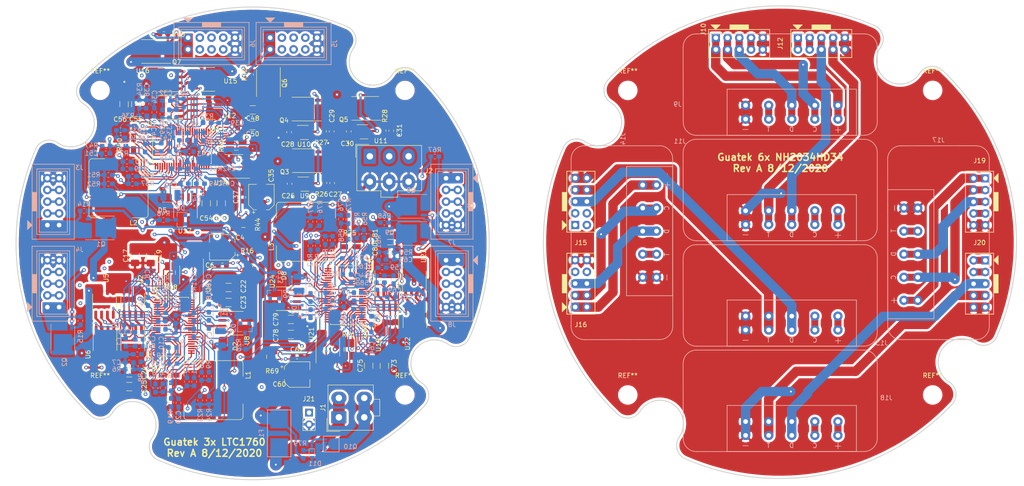
<source format=kicad_pcb>
(kicad_pcb (version 20211014) (generator pcbnew)
  (title_block (title "WW-Battery-Pack PCBs") (date "2020-07-27") (rev "A") (company "Guatek") (comment 1 "First version of 6-pack board stack for Inspired Energy NH2034HD34"))
  (layers (0 "F.Cu" signal) (1 "In1.Cu" signal) (2 "In2.Cu" signal) (31 "B.Cu" signal) (34 "B.Paste" user) (35 "F.Paste" user) (36 "B.SilkS" user "B.Silkscreen") (37 "F.SilkS" user "F.Silkscreen") (38 "B.Mask" user) (39 "F.Mask" user) (44 "Edge.Cuts" user))
  (net 0 "")
  (net 1 "GNDREF")
  (net 2 "Net-(C1-Pad1)")
  (net 3 "Net-(C2-Pad1)")
  (net 4 "Net-(C3-Pad1)")
  (net 5 "Net-(C8-Pad1)")
  (net 6 "Net-(C9-Pad1)")
  (net 7 "Net-(C10-Pad1)")
  (net 8 "Net-(C11-Pad1)")
  (net 9 "Net-(C13-Pad1)")
  (net 10 "Net-(C14-Pad1)")
  (net 11 "Net-(C16-Pad1)")
  (net 12 "Net-(C16-Pad2)")
  (net 13 "/LTC1760_A/DCOUT")
  (net 14 "/LTC1760_A/LOPWR")
  (net 15 "/LTC1760_A/DCSUPPLY")
  (net 16 "/LTC1760_A/CHG_OUT")
  (net 17 "/sheet6090344F/Vout")
  (net 18 "/LTC1760_B/DCOUT")
  (net 19 "Net-(C32-Pad1)")
  (net 20 "Net-(C33-Pad1)")
  (net 21 "Net-(C34-Pad1)")
  (net 22 "Net-(C39-Pad1)")
  (net 23 "Net-(C40-Pad1)")
  (net 24 "Net-(C41-Pad1)")
  (net 25 "Net-(C42-Pad1)")
  (net 26 "Net-(C44-Pad1)")
  (net 27 "Net-(C45-Pad1)")
  (net 28 "Net-(C47-Pad2)")
  (net 29 "Net-(C47-Pad1)")
  (net 30 "/LTC1760_B/LOPWR")
  (net 31 "/LTC1760_B/DCSUPPLY")
  (net 32 "/LTC1760_B/CHG_OUT")
  (net 33 "Net-(C57-Pad1)")
  (net 34 "Net-(C58-Pad1)")
  (net 35 "Net-(C59-Pad1)")
  (net 36 "Net-(C64-Pad1)")
  (net 37 "Net-(C65-Pad1)")
  (net 38 "Net-(C66-Pad1)")
  (net 39 "Net-(C67-Pad1)")
  (net 40 "Net-(C69-Pad1)")
  (net 41 "Net-(C70-Pad1)")
  (net 42 "Net-(C72-Pad2)")
  (net 43 "Net-(C72-Pad1)")
  (net 44 "Net-(D3-Pad3)")
  (net 45 "/LTC1760_A/V_B2")
  (net 46 "/LTC1760_A/V_B1")
  (net 47 "/LTC1760_B/V_B1")
  (net 48 "/LTC1760_B/V_B2")
  (net 49 "Net-(D6-Pad3)")
  (net 50 "Net-(D9-Pad3)")
  (net 51 "Net-(J3-Pad1)")
  (net 52 "/LTC1760_A/SCL_B1")
  (net 53 "/LTC1760_A/SDA_B1")
  (net 54 "Net-(J3-Pad7)")
  (net 55 "Net-(J4-Pad7)")
  (net 56 "/LTC1760_A/SDA_B2")
  (net 57 "/LTC1760_A/SCL_B2")
  (net 58 "Net-(J4-Pad1)")
  (net 59 "Net-(J5-Pad1)")
  (net 60 "/LTC1760_B/SCL_B1")
  (net 61 "/LTC1760_B/SDA_B1")
  (net 62 "Net-(J5-Pad7)")
  (net 63 "Net-(J6-Pad7)")
  (net 64 "/LTC1760_B/SDA_B2")
  (net 65 "/LTC1760_B/SCL_B2")
  (net 66 "Net-(J6-Pad1)")
  (net 67 "Net-(J7-Pad1)")
  (net 68 "Net-(J7-Pad7)")
  (net 69 "Net-(J8-Pad7)")
  (net 70 "Net-(J8-Pad1)")
  (net 71 "Net-(J10-Pad1)")
  (net 72 "Net-(J10-Pad3)")
  (net 73 "Net-(J10-Pad5)")
  (net 74 "Net-(J10-Pad7)")
  (net 75 "Net-(J10-Pad10)")
  (net 76 "Net-(L1-Pad2)")
  (net 77 "Net-(L2-Pad2)")
  (net 78 "Net-(L3-Pad2)")
  (net 79 "Net-(Q1-Pad5)")
  (net 80 "Net-(Q2-Pad5)")
  (net 81 "Net-(Q3-Pad4)")
  (net 82 "Net-(Q4-Pad4)")
  (net 83 "Net-(Q5-Pad4)")
  (net 84 "Net-(Q6-Pad5)")
  (net 85 "Net-(Q7-Pad5)")
  (net 86 "Net-(Q8-Pad5)")
  (net 87 "Net-(Q9-Pad5)")
  (net 88 "/LTC1760_A/SDA")
  (net 89 "/LTC1760_A/SCL")
  (net 90 "/LTC1760_A/INTB")
  (net 91 "/LTC1760_A/TH1B")
  (net 92 "/LTC1760_A/TH1A")
  (net 93 "/LTC1760_A/TH2B")
  (net 94 "/LTC1760_A/TH2A")
  (net 95 "Net-(R13-Pad2)")
  (net 96 "Net-(R17-Pad1)")
  (net 97 "/LTC1760_A/DCSUM")
  (net 98 "Net-(R22-Pad2)")
  (net 99 "/LTC1760_A/ILIMT")
  (net 100 "/LTC1760_A/VLIM")
  (net 101 "Net-(R26-Pad2)")
  (net 102 "Net-(R27-Pad2)")
  (net 103 "Net-(R28-Pad2)")
  (net 104 "/LTC1760_B/SDA")
  (net 105 "/LTC1760_B/SCL")
  (net 106 "/LTC1760_B/INTB")
  (net 107 "/LTC1760_B/TH1B")
  (net 108 "/LTC1760_B/TH1A")
  (net 109 "/LTC1760_B/TH2B")
  (net 110 "/LTC1760_B/TH2A")
  (net 111 "Net-(R41-Pad2)")
  (net 112 "Net-(R45-Pad1)")
  (net 113 "/LTC1760_B/DCSUM")
  (net 114 "Net-(R50-Pad2)")
  (net 115 "/LTC1760_B/ILIMT")
  (net 116 "/LTC1760_B/VLIM")
  (net 117 "Net-(R66-Pad2)")
  (net 118 "Net-(R70-Pad1)")
  (net 119 "Net-(R75-Pad2)")
  (net 120 "Net-(U1-Pad4)")
  (net 121 "Net-(U1-Pad3)")
  (net 122 "Net-(U1-Pad2)")
  (net 123 "Net-(U1-Pad1)")
  (net 124 "Net-(U3-Pad6)")
  (net 125 "Net-(U3-Pad7)")
  (net 126 "Net-(U3-Pad8)")
  (net 127 "Net-(U3-Pad9)")
  (net 128 "Net-(U3-Pad10)")
  (net 129 "Net-(U3-Pad11)")
  (net 130 "Net-(U3-Pad39)")
  (net 131 "Net-(U3-Pad44)")
  (net 132 "Net-(U4-Pad1)")
  (net 133 "Net-(U12-Pad4)")
  (net 134 "Net-(U12-Pad3)")
  (net 135 "Net-(U12-Pad2)")
  (net 136 "Net-(U12-Pad1)")
  (net 137 "Net-(U15-Pad3)")
  (net 138 "Net-(U15-Pad1)")
  (net 139 "Net-(U18-Pad4)")
  (net 140 "Net-(U18-Pad3)")
  (net 141 "Net-(U18-Pad2)")
  (net 142 "Net-(U18-Pad1)")
  (net 143 "Net-(U20-Pad44)")
  (net 144 "Net-(U20-Pad39)")
  (net 145 "Net-(U20-Pad11)")
  (net 146 "Net-(U20-Pad10)")
  (net 147 "Net-(U20-Pad9)")
  (net 148 "Net-(U20-Pad8)")
  (net 149 "Net-(U20-Pad7)")
  (net 150 "Net-(U20-Pad6)")
  (net 151 "Net-(U21-Pad1)")
  (net 152 "Net-(J11-Pad7)")
  (net 153 "Net-(J11-Pad5)")
  (net 154 "Net-(J11-Pad3)")
  (net 155 "Net-(J11-Pad1)")
  (net 156 "Net-(J13-Pad1)")
  (net 157 "Net-(J13-Pad3)")
  (net 158 "Net-(J13-Pad5)")
  (net 159 "Net-(J13-Pad7)")
  (net 160 "Net-(J14-Pad1)")
  (net 161 "Net-(J14-Pad3)")
  (net 162 "Net-(J14-Pad5)")
  (net 163 "Net-(J14-Pad7)")
  (net 164 "Net-(J17-Pad7)")
  (net 165 "Net-(J17-Pad5)")
  (net 166 "Net-(J17-Pad3)")
  (net 167 "Net-(J17-Pad1)")
  (net 168 "Net-(J18-Pad1)")
  (net 169 "Net-(J18-Pad3)")
  (net 170 "Net-(J18-Pad5)")
  (net 171 "Net-(J18-Pad7)")
  (net 172 "/LTC1670_C/Vin")
  (net 173 "/LTC1670_C/VPLUS")
  (net 174 "/LTC1670_C/DCDIV")
  (net 175 "/LTC1670_C/CLP")
  (net 176 "/LTC1670_C/MODE")
  (net 177 "/LTC1670_C/DCOUT")
  (net 178 "/LTC1670_C/LOPWR")
  (net 179 "/LTC1670_C/DCSUPPLY")
  (net 180 "/LTC1670_C/CHG_OUT")
  (net 181 "/LTC1670_C/V_B2")
  (net 182 "/LTC1670_C/V_B1")
  (net 183 "/LTC1670_C/SDA_B1")
  (net 184 "/LTC1670_C/SCL_B1")
  (net 185 "/LTC1670_C/SCL_B2")
  (net 186 "/LTC1670_C/SDA_B2")
  (net 187 "/LTC1670_C/~{BAT_EN}")
  (net 188 "/LTC1670_C/SCP")
  (net 189 "/LTC1670_C/SCN")
  (net 190 "/LTC1670_C/VCC")
  (net 191 "/LTC1670_C/SDA")
  (net 192 "/LTC1670_C/SCL")
  (net 193 "/LTC1670_C/INTB")
  (net 194 "/LTC1670_C/TH1B")
  (net 195 "/LTC1670_C/TH1A")
  (net 196 "/LTC1670_C/TH2B")
  (net 197 "/LTC1670_C/TH2A")
  (net 198 "/LTC1670_C/DCSUM")
  (net 199 "/LTC1670_C/ILIMT")
  (net 200 "/LTC1670_C/VLIM")
  (net 201 "Net-(U5-Pad1)")
  (net 202 "Net-(U5-Pad3)")
  (net 203 "Net-(U13-Pad6)")
  (net 204 "Net-(U13-Pad7)")
  (net 205 "Net-(U13-Pad8)")
  (net 206 "Net-(U13-Pad9)")
  (net 207 "Net-(U13-Pad10)")
  (net 208 "Net-(U13-Pad11)")
  (net 209 "Net-(U13-Pad39)")
  (net 210 "Net-(U13-Pad44)")
  (net 211 "Net-(U14-Pad1)")
  (net 212 "Net-(U22-Pad1)")
  (net 213 "Net-(U22-Pad3)")
  (net 214 "Net-(D11-Pad1)")
  (net 215 "Net-(F1-Pad1)")
  (net 216 "/GND")
  (footprint "Capacitor_SMD:CP_Elec_5x5.3" (layer "F.Cu") (at 86.985904 88.950755 180)
    (fp_text reference "C4")
    (fp_text value "10 uF 50V")
  )
  (footprint "Capacitor_SMD:C_0603_1608Metric_Pad1.05x0.95mm_HandSolder" (layer "F.Cu") (at 87.010911 92.850751)
    (fp_text reference "C6")
    (fp_text value "0.1uF")
  )
  (footprint "Capacitor_SMD:C_1206_3216Metric_Pad1.42x1.75mm_HandSolder" (layer "F.Cu") (at 68.08591 90.838254 -90)
    (fp_text reference "C17")
    (fp_text value "10uF")
  )
  (footprint "Capacitor_SMD:C_1206_3216Metric_Pad1.42x1.75mm_HandSolder" (layer "F.Cu") (at 88.335914 97.650752 180)
    (fp_text reference "C22")
    (fp_text value "10uF")
  )
  (footprint "Capacitor_SMD:C_1206_3216Metric_Pad1.42x1.75mm_HandSolder" (layer "F.Cu") (at 88.335902 100.900759 180)
    (fp_text reference "C23")
    (fp_text value "10uF")
  )
  (footprint "Capacitor_SMD:C_1206_3216Metric_Pad1.42x1.75mm_HandSolder" (layer "F.Cu") (at 66.835904 116.150753 180)
    (fp_text reference "C24")
    (fp_text value "10uF")
  )
  (footprint "Capacitor_SMD:C_1206_3216Metric_Pad1.42x1.75mm_HandSolder" (layer "F.Cu") (at 66.835912 119.150757 180)
    (fp_text reference "C25")
    (fp_text value "10uF")
  )
  (footprint "Capacitor_SMD:C_0603_1608Metric_Pad1.05x0.95mm_HandSolder" (layer "F.Cu") (at 101.5746 75.1586 -90)
    (fp_text reference "C26")
    (fp_text value "0.1 uF 50V")
  )
  (footprint "Capacitor_SMD:C_0603_1608Metric_Pad1.05x0.95mm_HandSolder" (layer "F.Cu") (at 110.7948 75.0062 -90)
    (fp_text reference "C27")
    (fp_text value "0.1 uF 50V")
  )
  (footprint "Capacitor_SMD:C_0603_1608Metric_Pad1.05x0.95mm_HandSolder" (layer "F.Cu") (at 101.464801 63.968001 -90)
    (fp_text reference "C28")
    (fp_text value "0.1 uF 50V")
  )
  (footprint "Capacitor_SMD:C_0603_1608Metric_Pad1.05x0.95mm_HandSolder" (layer "F.Cu") (at 110.685001 63.815601 -90)
    (fp_text reference "C29")
    (fp_text value "0.1 uF 50V")
  )
  (footprint "Capacitor_SMD:C_0603_1608Metric_Pad1.05x0.95mm_HandSolder" (layer "F.Cu") (at 114.378201 63.813801 -90)
    (fp_text reference "C30")
    (fp_text value "0.1 uF 50V")
  )
  (footprint "Capacitor_SMD:C_0603_1608Metric_Pad1.05x0.95mm_HandSolder" (layer "F.Cu") (at 123.598401 63.661401 -90)
    (fp_text reference "C31")
    (fp_text value "0.1 uF 50V")
  )
  (footprint "Diode_SMD:D_Powermite_AK" (layer "F.Cu") (at 86.835917 110.400752 180)
    (fp_text reference "D2")
    (fp_text value "MBRM140T3")
  )
  (footprint "Connector_Molex:Molex_Mini-Fit_Jr_5566-04A_2x02_P4.20mm_Vertical" (layer "F.Cu") (at 112.2426 125.8062 90)
    (fp_text reference "J1")
    (fp_text value "Charge Input")
  )
  (footprint "Connector_Molex:Molex_Mini-Fit_Jr_5566-06A_2x03_P4.20mm_Vertical" (layer "F.Cu") (at 118.9482 69.215)
    (fp_text reference "J2")
    (fp_text value "Battery Output")
  )
  (footprint "ProjectFootprints:SAM11936-ND" (layer "F.Cu") (at 198.9582 44.7548 -90)
    (fp_text reference "J10")
    (fp_text value "Battery Out")
  )
  (footprint "Package_SO:PowerPAK_SO-8_Single" (layer "F.Cu") (at 105.1306 70.1548 180)
    (fp_text reference "Q3")
    (fp_text value "Si7463DP")
  )
  (footprint "Package_SO:PowerPAK_SO-8_Single" (layer "F.Cu") (at 105.020801 58.964201 180)
    (fp_text reference "Q4")
    (fp_text value "Si7463DP")
  )
  (footprint "Package_SO:PowerPAK_SO-8_Single" (layer "F.Cu") (at 117.934201 58.810001 180)
    (fp_text reference "Q5")
    (fp_text value "Si7463DP")
  )
  (footprint "Resistor_SMD:R_0603_1608Metric_Pad1.05x0.95mm_HandSolder" (layer "F.Cu") (at 109.008601 63.790201 -90)
    (fp_text reference "R27")
    (fp_text value "470k")
  )
  (footprint "Resistor_SMD:R_0603_1608Metric_Pad1.05x0.95mm_HandSolder" (layer "F.Cu") (at 121.922001 63.636001 -90)
    (fp_text reference "R28")
    (fp_text value "470k")
  )
  (footprint "Package_SO:SO-8_3.9x4.9mm_P1.27mm" (layer "F.Cu") (at 67.585908 109.400743 -90)
    (fp_text reference "U1")
    (fp_text value "FDS6990")
  )
  (footprint "Package_SO:SO-8_3.9x4.9mm_P1.27mm" (layer "F.Cu") (at 67.58591 100.900749 90)
    (fp_text reference "U2")
    (fp_text value "FDS6990")
  )
  (footprint "Package_SO:SO-8_3.9x4.9mm_P1.27mm" (layer "F.Cu") (at 61.585911 109.400748 -90)
    (fp_text reference "U6")
    (fp_text value "FDS4935BZ")
  )
  (footprint "Package_TO_SOT_SMD:TSOT-23-6" (layer "F.Cu") (at 104.8766 75.2094)
    (fp_text reference "U9")
    (fp_text value "LTC4412HVIS6")
  )
  (footprint "Package_TO_SOT_SMD:TSOT-23-6" (layer "F.Cu") (at 104.766801 64.018801)
    (fp_text reference "U10")
    (fp_text value "LTC4412HVIS6")
  )
  (footprint "Package_TO_SOT_SMD:TSOT-23-6" (layer "F.Cu") (at 117.680201 63.864601)
    (fp_text reference "U11")
    (fp_text value "LTC4412HVIS6")
  )
  (footprint "ProjectFootprints:SAM11936-ND" (layer "F.Cu") (at 216.7382 44.7548 -90)
    (fp_text reference "J12")
    (fp_text value "Battery Out")
  )
  (footprint "ProjectFootprints:SAM11936-ND" (layer "F.Cu") (at 164.6682 79.0448)
    (fp_text reference "J15")
    (fp_text value "Battery Out")
  )
  (footprint "ProjectFootprints:SAM11936-ND" (layer "F.Cu") (at 164.6682 96.8248)
    (fp_text reference "J16")
    (fp_text value "Battery Out")
  )
  (footprint "ProjectFootprints:SAM11936-ND" (layer "F.Cu") (at 251.0282 79.0448 180)
    (fp_text reference "J19")
    (fp_text value "Battery Out")
  )
  (footprint "ProjectFootprints:SAM11936-ND" (layer "F.Cu") (at 251.0282 96.8248 180)
    (fp_text reference "J20")
    (fp_text value "Battery Out")
  )
  (footprint "Package_SO:SO-8_3.9x4.9mm_P1.27mm" (layer "F.Cu") (at 80.335913 94.900757 -90)
    (fp_text reference "U4")
    (fp_text value "FDS4935BZ")
  )
  (footprint "Package_SO:SO-8_3.9x4.9mm_P1.27mm" (layer "F.Cu") (at 89.585907 105.400761)
    (fp_text reference "U8")
    (fp_text value "FDS6990")
  )
  (footprint "ProjectFootprints:Ohmite_LVK12_1234" (layer "F.Cu") (at 92.58591 92.825755 180)
    (fp_text reference "R16")
    (fp_text value "0.033 1%")
  )
  (footprint "ProjectFootprints:Ohmite_LVK12_1234" (layer "F.Cu") (at 75.835915 94.400754 180)
    (fp_text reference "R18")
    (fp_text value "0.012 1%")
  )
  (footprint "Capacitor_SMD:CP_Elec_5x5.3" (layer "F.Cu") (at 95.460466 78.041909 90)
    (fp_text reference "C35")
    (fp_text value "10 uF 50V")
  )
  (footprint "Capacitor_SMD:C_0603_1608Metric_Pad1.05x0.95mm_HandSolder" (layer "F.Cu") (at 91.560468 78.066919 -90)
    (fp_text reference "C37")
    (fp_text value "0.1uF")
  )
  (footprint "Capacitor_SMD:C_1206_3216Metric_Pad1.42x1.75mm_HandSolder" (layer "F.Cu") (at 93.572972 59.141913 180)
    (fp_text reference "C48")
    (fp_text value "10uF")
  )
  (footprint "Capacitor_SMD:C_1206_3216Metric_Pad1.42x1.75mm_HandSolder" (layer "F.Cu") (at 93.547956 62.541915 180)
    (fp_text reference "C50")
    (fp_text value "10uF")
  )
  (footprint "Capacitor_SMD:C_1206_3216Metric_Pad1.42x1.75mm_HandSolder" (layer "F.Cu") (at 86.760469 79.391904 90)
    (fp_text reference "C53")
    (fp_text value "10uF")
  )
  (footprint "Capacitor_SMD:C_1206_3216Metric_Pad1.42x1.75mm_HandSolder" (layer "F.Cu") (at 83.510464 79.391902 90)
    (fp_text reference "C54")
    (fp_text value "10uF")
  )
  (footprint "Capacitor_SMD:C_1206_3216Metric_Pad1.42x1.75mm_HandSolder" (layer "F.Cu") (at 68.260458 57.891903 90)
    (fp_text reference "C55")
    (fp_text value "10uF")
  )
  (footprint "Capacitor_SMD:C_1206_3216Metric_Pad1.42x1.75mm_HandSolder" (layer "F.Cu") (at 65.7098 57.9009 90)
    (fp_text reference "C56")
    (fp_text value "10uF")
  )
  (footprint "Capacitor_SMD:CP_Elec_5x5.3" (layer "F.Cu") (at 103.20287 116.53044)
    (fp_text reference "C60")
    (fp_text value "10 uF 50V")
  )
  (footprint "Capacitor_SMD:C_0603_1608Metric_Pad1.05x0.95mm_HandSolder" (layer "F.Cu") (at 103.177861 112.630445 180)
    (fp_text reference "C62")
    (fp_text value "0.1uF")
  )
  (footprint "Capacitor_SMD:C_1206_3216Metric_Pad1.42x1.75mm_HandSolder" (layer "F.Cu") (at 122.10287 114.642952 90)
    (fp_text reference "C73")
    (fp_text value "10uF")
  )
  (footprint "Capacitor_SMD:C_1206_3216Metric_Pad1.42x1.75mm_HandSolder" (layer "F.Cu") (at 118.702868 114.617953 90)
    (fp_text reference "C75")
    (fp_text value "10uF")
  )
  (footprint "Capacitor_SMD:C_1206_3216Metric_Pad1.42x1.75mm_HandSolder" (layer "F.Cu") (at 101.85287 107.830439)
    (fp_text reference "C78")
    (fp_text value "10uF")
  )
  (footprint "Capacitor_SMD:C_1206_3216Metric_Pad1.42x1.75mm_HandSolder" (layer "F.Cu") (at 101.852865 104.580446)
    (fp_text reference "C79")
    (fp_text value "10uF")
  )
  (footprint "Capacitor_SMD:C_1206_3216Metric_Pad1.42x1.75mm_HandSolder" (layer "F.Cu") (at 123.352874 89.330446)
    (fp_text reference "C80")
    (fp_text value "10uF")
  )
  (footprint "Capacitor_SMD:C_1206_3216Metric_Pad1.42x1.75mm_HandSolder" (layer "F.Cu") (at 123.352858 86.33045)
    (fp_text reference "C81")
    (fp_text value "10uF")
  )
  (footprint "Diode_SMD:D_Powermite_AK" (layer "F.Cu") (at 74.010464 77.891907 90)
    (fp_text reference "D5")
    (fp_text value "MBRM140T3")
  )
  (footprint "Diode_SMD:D_Powermite_AK" (layer "F.Cu") (at 103.352872 95.080446)
    (fp_text reference "D8")
    (fp_text value "MBRM140T3")
  )
  (footprint "Inductor_SMD:L_Bourns_SRR1260" (layer "F.Cu") (at 64.510462 76.141904 90)
    (fp_text reference "L2")
    (fp_text value "10 uH")
  )
  (footprint "Inductor_SMD:L_Bourns_SRR1260" (layer "F.Cu") (at 105.102875 85.58044)
    (fp_text reference "L3")
    (fp_text value "10 uH")
  )
  (footprint "Package_SO:PowerPAK_SO-8_Single" (layer "F.Cu") (at 96.9772 53.34 -90)
    (fp_text reference "Q6")
    (fp_text value "Si7141DP")
  )
  (footprint "Resistor_SMD:R_0603_1608Metric_Pad1.05x0.95mm_HandSolder" (layer "F.Cu") (at 93.217999 51.471798 90)
    (fp_text reference "R42")
    (fp_text value "510k 1%")
  )
  (footprint "Resistor_SMD:R_0603_1608Metric_Pad1.05x0.95mm_HandSolder" (layer "F.Cu") (at 74.3204 42.6974)
    (fp_text reference "R43")
    (fp_text value "510k 1%")
  )
  (footprint "ProjectFootprints:Ohmite_LVK12_1234" (layer "F.Cu") (at 91.585462 83.64191 90)
    (fp_text reference "R44")
    (fp_text value "0.033 1%")
  )
  (footprint "ProjectFootprints:Ohmite_LVK12_1234" (layer "F.Cu") (at 90.010459 66.891904 90)
    (fp_text reference "R46")
    (fp_text value "0.012 1%")
  )
  (footprint "ProjectFootprints:Ohmite_LVK12_1234" (layer "F.Cu") (at 67.060471 66.516914)
    (fp_text reference "R50")
    (fp_text value "0.024 1%")
  )
  (footprint "ProjectFootprints:Ohmite_LVK12_1234" (layer "F.Cu") (at 97.602871 112.655446)
    (fp_text reference "R69")
    (fp_text value "0.033 1%")
  )
  (footprint "ProjectFootprints:Ohmite_LVK12_1234" (layer "F.Cu") (at 114.35287 111.08044)
    (fp_text reference "R71")
    (fp_text value "0.012 1%")
  )
  (footprint "ProjectFootprints:Ohmite_LVK12_1234" (layer "F.Cu") (at 114.72786 88.130445 -90)
    (fp_text reference "R75")
    (fp_text value "0.024 1%")
  )
  (footprint "Package_SO:SO-8_3.9x4.9mm_P1.27mm" (layer "F.Cu") (at 75.010469 58.641905 180)
    (fp_text reference "U7")
    (fp_text value "FDS6990")
  )
  (footprint "Package_SO:SO-8_3.9x4.9mm_P1.27mm" (layer "F.Cu") (at 83.510465 58.641904)
    (fp_text reference "U12")
    (fp_text value "FDS6990")
  )
  (footprint "Package_SO:TSSOP-48_6.1x12.5mm_P0.5mm" (layer "F.Cu") (at 78.260473 67.64191 -90)
    (fp_text reference "U13")
    (fp_text value "LTC1760")
  )
  (footprint "Package_SO:SO-8_3.9x4.9mm_P1.27mm" (layer "F.Cu") (at 89.510462 71.391909 180)
    (fp_text reference "U14")
    (fp_text value "FDS4935BZ")
  )
  (footprint "Package_SO:SO-8_3.9x4.9mm_P1.27mm" (layer "F.Cu") (at 83.435467 52.526902)
    (fp_text reference "U15")
    (fp_text value "FDS4935BZ")
  )
  (footprint "Package_SO:SO-8_3.9x4.9mm_P1.27mm" (layer "F.Cu") (at 75.010468 52.641914 180)
    (fp_text reference "U16")
    (fp_text value "FDS4935BZ")
  )
  (footprint "Package_SO:SO-8_3.9x4.9mm_P1.27mm" (layer "F.Cu") (at 79.010458 80.641912 -90)
    (fp_text reference "U17")
    (fp_text value "FDS6990")
  )
  (footprint "Package_SO:SO-8_3.9x4.9mm_P1.27mm" (layer "F.Cu") (at 122.602873 96.080438 90)
    (fp_text reference "U18")
    (fp_text value "FDS6990")
  )
  (footprint "Package_SO:SO-8_3.9x4.9mm_P1.27mm" (layer "F.Cu") (at 122.602869 104.580441 -90)
    (fp_text reference "U19")
    (fp_text value "FDS6990")
  )
  (footprint "Package_SO:TSSOP-48_6.1x12.5mm_P0.5mm" (layer "F.Cu") (at 113.602871 99.330446 180)
    (fp_text reference "U20")
    (fp_text value "LTC1760")
  )
  (footprint "Package_SO:SO-8_3.9x4.9mm_P1.27mm" (layer "F.Cu") (at 109.852874 110.580444 90)
    (fp_text reference "U21")
    (fp_text value "FDS4935BZ")
  )
  (footprint "Package_SO:SO-8_3.9x4.9mm_P1.27mm" (layer "F.Cu") (at 128.717873 104.4352 -90)
    (fp_text reference "U22")
    (fp_text value "FDS4935BZ")
  )
  (footprint "Package_SO:SO-8_3.9x4.9mm_P1.27mm" (layer "F.Cu") (at 128.602872 96.080444 90)
    (fp_text reference "U23")
    (fp_text value "FDS4935BZ")
  )
  (footprint "Package_SO:SO-8_3.9x4.9mm_P1.27mm" (layer "F.Cu") (at 100.602866 100.080438 180)
    (fp_text reference "U24")
    (fp_text value "FDS6990")
  )
  (footprint "Package_SO:SO-8_3.9x4.9mm_P1.27mm" (layer "F.Cu") (at 61.470903 100.975748 90)
    (fp_text reference "U5")
    (fp_text value "FDS4935BZ")
  )
  (footprint "Package_SO:TSSOP-48_6.1x12.5mm_P0.5mm" (layer "F.Cu") (at 76.585913 106.150756)
    (fp_text reference "U3")
    (fp_text value "LTC1760")
  )
  (footprint "Capacitor_SMD:C_1206_3216Metric_Pad1.42x1.75mm_HandSolder" (layer "F.Cu") (at 71.485911 90.863254 -90)
    (fp_text reference "C19")
    (fp_text value "10uF")
  )
  (footprint "Inductor_SMD:L_Bourns_SRR1260" (layer "F.Cu") (at 85.085906 119.900751 180)
    (fp_text reference "L1")
    (fp_text value "10 uH")
  )
  (footprint "Package_SO:PowerPAK_SO-8_Single" (layer "F.Cu") (at 72.4408 46.482 180)
    (fp_text reference "Q7")
    (fp_text value "Si7141DP")
  )
  (footprint "MountingHole:MountingHole_3.2mm_M3" (layer "F.Cu") (at 174.8282 54.9148)
    (fp_text reference "REF**")
    (fp_text value "MountingHole_3.2mm_M3")
  )
  (footprint "MountingHole:MountingHole_3.2mm_M3" (layer "F.Cu") (at 240.8682 54.9148)
    (fp_text reference "REF**")
    (fp_text value "MountingHole_3.2mm_M3")
  )
  (footprint "MountingHole:MountingHole_3.2mm_M3" (layer "F.Cu") (at 240.8682 120.9548)
    (fp_text reference "REF**")
    (fp_text value "MountingHole_3.2mm_M3")
  )
  (footprint "MountingHole:MountingHole_3.2mm_M3" (layer "F.Cu") (at 174.8282 120.9548)
    (fp_text reference "REF**")
    (fp_text value "MountingHole_3.2mm_M3")
  )
  (footprint "MountingHole:MountingHole_3.2mm_M3" (layer "F.Cu") (at 60.5282 54.9148)
    (fp_text reference "REF**")
    (fp_text value "MountingHole_3.2mm_M3")
  )
  (footprint "MountingHole:MountingHole_3.2mm_M3" (layer "F.Cu") (at 126.5682 54.9148)
    (fp_text reference "REF**")
    (fp_text value "MountingHole_3.2mm_M3")
  )
  (footprint "MountingHole:MountingHole_3.2mm_M3" (layer "F.Cu") (at 126.5682 120.9548)
    (fp_text reference "REF**")
    (fp_text value "MountingHole_3.2mm_M3")
  )
  (footprint "MountingHole:MountingHole_3.2mm_M3" (layer "F.Cu") (at 60.5282 120.9548)
    (fp_text reference "REF**")
    (fp_text value "MountingHole_3.2mm_M3")
  )
  (footprint "Connector_PinHeader_2.54mm:PinHeader_1x02_P2.54mm_Vertical" (layer "F.Cu") (at 105.791 124.7902)
    (fp_text reference "J21")
    (fp_text value "BATT_EN")
  )
  (footprint "Resistor_SMD:R_0603_1608Metric_Pad1.05x0.95mm_HandSolder" (layer "F.Cu") (at 109.1184 74.9808 -90)
    (fp_text reference "R26")
    (fp_text value "470k")
  )
  (footprint "ProjectFootprints:Ohmite_LVK12_1234" (layer "F.Cu") (at 75.460903 117.350749 90)
    (fp_text reference "R22")
    (fp_text value "0.024 1%")
  )
  (footprint "Capacitor_SMD:C_0603_1608Metric_Pad1.05x0.95mm_HandSolder" (layer "B.Cu") (at 66.085914 109.525754 90)
    (fp_text reference "C1")
    (fp_text value "0.12uF")
  )
  (footprint "Capacitor_SMD:C_0603_1608Metric_Pad1.05x0.95mm_HandSolder" (layer "B.Cu") (at 68.960906 108.900746 180)
    (fp_text reference "C2")
    (fp_text value "100pF")
  )
  (footprint "Capacitor_SMD:C_0603_1608Metric_Pad1.05x0.95mm_HandSolder" (layer "B.Cu") (at 66.577121 105.788654 180)
    (fp_text reference "C5")
    (fp_text value "1uF")
  )
  (footprint "Capacitor_SMD:C_0603_1608Metric_Pad1.05x0.95mm_HandSolder" (layer "B.Cu") (at 66.83591 113.900748 180)
    (fp_text reference "C7")
    (fp_text value "100pF")
  )
  (footprint "Capacitor_SMD:C_0603_1608Metric_Pad1.05x0.95mm_HandSolder" (layer "B.Cu") (at 70.902127 97.31366 90)
    (fp_text reference "C8")
    (fp_text value "0.1uF")
  )
  (footprint "Capacitor_SMD:C_0603_1608Metric_Pad1.05x0.95mm_HandSolder" (layer "B.Cu") (at 76.335903 112.400757 180)
    (fp_text reference "C9")
    (fp_text value "0.012uF")
  )
  (footprint "Capacitor_SMD:C_0603_1608Metric_Pad1.05x0.95mm_HandSolder" (layer "B.Cu") (at 80.835908 104.025748 -90)
    (fp_text reference "C11")
    (fp_text value "0.1uF")
  )
  (footprint "Capacitor_SMD:C_0603_1608Metric_Pad1.05x0.95mm_HandSolder" (layer "B.Cu") (at 76.885904 104.525763 90)
    (fp_text reference "C12")
    (fp_text value "0.1uF")
  )
  (footprint "Capacitor_Tantalum_SMD:CP_EIA-3528-15_AVX-H" (layer "B.Cu") (at 86.58591 108.650758 -90)
    (fp_text reference "C15")
    (fp_text value "4.7uF")
  )
  (footprint "Capacitor_SMD:C_0603_1608Metric_Pad1.05x0.95mm_HandSolder" (layer "B.Cu") (at 84.085906 105.650761 90)
    (fp_text reference "C18")
    (fp_text value "0.1uF")
  )
  (footprint "Capacitor_SMD:C_0603_1608Metric_Pad1.05x0.95mm_HandSolder" (layer "B.Cu") (at 77.50212 122.663662 90)
    (fp_text reference "C20")
    (fp_text value "0.1uF")
  )
  (footprint "Capacitor_SMD:C_0603_1608Metric_Pad1.05x0.95mm_HandSolder" (layer "B.Cu") (at 73.860907 103.150756)
    (fp_text reference "C21")
    (fp_text value "100pF")
  )
  (footprint "Package_TO_SOT_SMD:SOT-23" (layer "B.Cu") (at 91.885909 106.450752 -90)
    (fp_text reference "D3")
    (fp_text value "BAT54A")
  )
  (footprint "ProjectFootprints:SAM10310-ND" (layer "B.Cu") (at 50.3682 96.8248)
    (fp_text reference "J4")
    (fp_text value "Battery")
  )
  (footprint "ProjectFootprints:SAM10310-ND" (layer "B.Cu") (at 102.4382 44.7548 -90)
    (fp_text reference "J5")
    (fp_text value "Battery")
  )
  (footprint "ProjectFootprints:SAM10310-ND" (layer "B.Cu") (at 84.6582 44.7548 -90)
    (fp_text reference "J6")
    (fp_text value "Battery")
  )
  (footprint "ProjectFootprints:SAM10310-ND" (layer "B.Cu") (at 136.7282 79.0448 180)
    (fp_text reference "J7")
    (fp_text value "Battery")
  )
  (footprint "ProjectFootprints:SAM10310-ND" (layer "B.Cu") (at 136.7282 96.8248 180)
    (fp_text reference "J8")
    (fp_text value "Battery")
  )
  (footprint "ProjectFootprints:NH2034HD34" (layer "B.Cu") (at 207.8482 53.6448 180)
    (fp_text reference "J9")
    (fp_text value "Battery In")
  )
  (footprint "Resistor_SMD:R_0603_1608Metric_Pad1.05x0.95mm_HandSolder" (layer "B.Cu") (at 68.960909 110.400753 180)
    (fp_text reference "R1")
    (fp_text value "3.3k 1%")
  )
  (footprint "Resistor_SMD:R_0603_1608Metric_Pad1.05x0.95mm_HandSolder" (layer "B.Cu") (at 74.102122 119.413655 90)
    (fp_text reference "R2")
    (fp_text value "15k 1%")
  )
  (footprint "Resistor_SMD:R_0603_1608Metric_Pad1.05x0.95mm_HandSolder" (layer "B.Cu") (at 72.50213 119.463656 90)
    (fp_text reference "R3")
    (fp_text value "15k 1%")
  )
  (footprint "Resistor_SMD:R_0603_1608Metric_Pad1.05x0.95mm_HandSolder" (layer "B.Cu") (at 70.902125 100.713659 -90)
    (fp_text reference "R4")
    (fp_text value "100 1%")
  )
  (footprint "Resistor_SMD:R_0603_1608Metric_Pad1.05x0.95mm_HandSolder" (layer "B.Cu") (at 66.835915 115.400759)
    (fp_text reference "R6")
    (fp_text value "1.21k 1%")
  )
  (footprint "Resistor_SMD:R_0603_1608Metric_Pad1.05x0.95mm_HandSolder" (layer "B.Cu") (at 77.085906 109.775758 -90)
    (fp_text reference "R7")
    (fp_text value "51k 1%")
  )
  (footprint "Resistor_SMD:R_0603_1608Metric_Pad1.05x0.95mm_HandSolder" (layer "B.Cu") (at 69.335914 114.65074 90)
    (fp_text reference "R8")
    (fp_text value "12.7k 1%")
  )
  (footprint "Resistor_SMD:R_0603_1608Metric_Pad1.05x0.95mm_HandSolder" (layer "B.Cu") (at 84.102129 116.883656 90)
    (fp_text reference "R9")
    (fp_text value "54.9k 1%")
  )
  (footprint "Resistor_SMD:R_0603_1608Metric_Pad1.05x0.95mm_HandSolder" (layer "B.Cu") (at 82.497125 116.88366 90)
    (fp_text reference "R10")
    (fp_text value "1.13k 1%")
  )
  (footprint "Resistor_SMD:R_0603_1608Metric_Pad1.05x0.95mm_HandSolder" (layer "B.Cu") (at 80.902126 118.088658 90)
    (fp_text reference "R11")
    (fp_text value "54.9k 1%")
  )
  (footprint "Resistor_SMD:R_0603_1608Metric_Pad1.05x0.95mm_HandSolder" (layer "B.Cu") (at 80.835916 107.525764 -90)
    (fp_text reference "R13")
    (fp_text value "4.99k 1%")
  )
  (footprint "Resistor_SMD:R_0603_1608Metric_Pad1.05x0.95mm_HandSolder" (layer "B.Cu") (at 75.902125 122.588659 -90)
    (fp_text reference "R19")
    (fp_text value "47 1%")
  )
  (footprint "Resistor_SMD:R_0603_1608Metric_Pad1.05x0.95mm_HandSolder" (layer "B.Cu") (at 91.985906 110.150752 -90)
    (fp_text reference "R20")
    (fp_text value "1k 1%")
  )
  (footprint "Resistor_SMD:R_0603_1608Metric_Pad1.05x0.95mm_HandSolder" (layer "B.Cu") (at 84.10212 122.113656 90)
    (fp_text reference "R24")
    (fp_text value "10k 1% 0603")
  )
  (footprint "Resistor_SMD:R_0603_1608Metric_Pad1.05x0.95mm_HandSolder" (layer "B.Cu") (at 76.335908 114.150751)
    (fp_text reference "R25")
    (fp_text value "34k 1% 0603")
  )
  (footprint "ProjectFootprints:NH2034HD34" (layer "B.Cu") (at 207.8482 76.5048 180)
    (fp_text reference "J11")
    (fp_text value "Battery In")
  )
  (footprint "ProjectFootprints:NH2034HD34" (layer "B.Cu") (at 207.8482 99.3648 180)
    (fp_text reference "J13")
    (fp_text value "Battery In")
  )
  (footprint "ProjectFootprints:NH2034HD34" (layer "B.Cu") (at 173.5582 87.9348 -90)
    (fp_text reference "J14")
    (fp_text value "Battery In")
  )
  (footprint "ProjectFootprints:NH2034HD34" (layer "B.Cu") (at 242.1382 87.9348 90)
    (fp_text reference "J17")
    (fp_text value "Battery In")
  )
  (footprint "ProjectFootprints:NH2034HD34" (layer "B.Cu") (at 207.8482 122.2248 180)
    (fp_text reference "J18")
    (fp_text value "Battery In")
  )
  (footprint "ProjectFootprints:SAM10310-ND" (layer "B.Cu") (at 50.3682 79.0448)
    (fp_text reference "J3")
    (fp_text value "Battery")
  )
  (footprint "Capacitor_SMD:C_0603_1608Metric_Pad1.05x0.95mm_HandSolder" (layer "B.Cu") (at 74.885467 57.141907)
    (fp_text reference "C32")
    (fp_text value "0.12uF")
  )
  (footprint "Capacitor_SMD:C_0603_1608Metric_Pad1.05x0.95mm_HandSolder" (layer "B.Cu") (at 75.510462 60.016904 90)
    (fp_text reference "C33")
    (fp_text value "100pF")
  )
  (footprint "Capacitor_SMD:C_0603_1608Metric_Pad1.05x0.95mm_HandSolder" (layer "B.Cu") (at 72.260464 59.641905 90)
    (fp_text reference "C34")
    (fp_text value "0.1uF")
  )
  (footprint "Capacitor_SMD:C_0603_1608Metric_Pad1.05x0.95mm_HandSolder" (layer "B.Cu") (at 78.622557 57.633122 90)
    (fp_text reference "C36")
    (fp_text value "1uF")
  )
  (footprint "Capacitor_SMD:C_0603_1608Metric_Pad1.05x0.95mm_HandSolder" (layer "B.Cu") (at 70.510464 57.891908 90)
    (fp_text reference "C38")
    (fp_text value "100pF")
  )
  (footprint "Capacitor_SMD:C_0603_1608Metric_Pad1.05x0.95mm_HandSolder" (layer "B.Cu") (at 87.097554 61.958122)
    (fp_text reference "C39")
    (fp_text value "0.1uF")
  )
  (footprint "Capacitor_SMD:C_0603_1608Metric_Pad1.05x0.95mm_HandSolder" (layer "B.Cu") (at 72.010468 67.39191 90)
    (fp_text reference "C40")
    (fp_text value "0.012uF")
  )
  (footprint "Capacitor_SMD:C_0603_1608Metric_Pad1.05x0.95mm_HandSolder" (layer "B.Cu") (at 74.635471 66.391905 180)
    (fp_text reference "C41")
    (fp_text value "1800pF")
  )
  (footprint "Capacitor_SMD:C_0603_1608Metric_Pad1.05x0.95mm_HandSolder" (layer "B.Cu") (at 80.38546 71.891912 180)
    (fp_text reference "C42")
    (fp_text value "0.1uF")
  )
  (footprint "Capacitor_SMD:C_0603_1608Metric_Pad1.05x0.95mm_HandSolder" (layer "B.Cu") (at 79.883 68.1482)
    (fp_text reference "C43")
    (fp_text value "0.1uF")
  )
  (footprint "Capacitor_SMD:C_0603_1608Metric_Pad1.05x0.95mm_HandSolder" (layer "B.Cu") (at 77.060467 59.966907 90)
    (fp_text reference "C44")
    (fp_text value "0.47 uF")
  )
  (footprint "Capacitor_SMD:C_0603_1608Metric_Pad1.05x0.95mm_HandSolder" (layer "B.Cu") (at 78.510459 64.141901 180)
    (fp_text reference "C45")
    (fp_text value "0.1uF")
  )
  (footprint "Capacitor_Tantalum_SMD:CP_EIA-3528-15_AVX-H" (layer "B.Cu") (at 75.76046 77.641903 180)
    (fp_text reference "C46")
    (fp_text value "4.7uF")
  )
  (footprint "Capacitor_SMD:C_0603_1608Metric_Pad1.05x0.95mm_HandSolder" (layer "B.Cu") (at 82.260472 75.1419)
    (fp_text reference "C47")
    (fp_text value "0.22 uF")
  )
  (footprint "Capacitor_SMD:C_0603_1608Metric_Pad1.05x0.95mm_HandSolder" (layer "B.Cu") (at 78.760457 75.141909)
    (fp_text reference "C49")
    (fp_text value "0.1uF")
  )
  (footprint "Capacitor_SMD:C_0603_1608Metric_Pad1.05x0.95mm_HandSolder" (layer "B.Cu") (at 61.747561 68.558123)
    (fp_text reference "C51")
    (fp_text value "0.1uF")
  )
  (footprint "Capacitor_SMD:C_0603_1608Metric_Pad1.05x0.95mm_HandSolder" (layer "B.Cu") (at 81.260462 64.91691 -90)
    (fp_text reference "C52")
    (fp_text value "100pF")
  )
  (footprint "Capacitor_SMD:C_0603_1608Metric_Pad1.05x0.95mm_HandSolder" (layer "B.Cu") (at 124.102865 95.955439 -90)
    (fp_text reference "C57")
    (fp_text value "0.12uF")
  )
  (footprint "Capacitor_SMD:C_0603_1608Metric_Pad1.05x0.95mm_HandSolder" (layer "B.Cu") (at 121.227866 96.580438)
    (fp_text reference "C58")
    (fp_text value "100pF")
  )
  (footprint "Capacitor_SMD:C_0603_1608Metric_Pad1.05x0.95mm_HandSolder" (layer "B.Cu") (at 121.602862 93.330441)
    (fp_text reference "C59")
    (fp_text value "0.1uF")
  )
  (footprint "Capacitor_SMD:C_0603_1608Metric_Pad1.05x0.95mm_HandSolder" (layer "B.Cu") (at 123.611658 99.69253)
    (fp_text reference "C61")
    (fp_text value "1uF")
  )
  (footprint "Capacitor_SMD:C_0603_1608Metric_Pad1.05x0.95mm_HandSolder" (layer "B.Cu") (at 123.352875 91.580448)
    (fp_text reference "C63")
    (fp_text value "100pF")
  )
  (footprint "Capacitor_SMD:C_0603_1608Metric_Pad1.05x0.95mm_HandSolder" (layer "B.Cu") (at 119.286648 108.167532 -90)
    (fp_text reference "C64")
    (fp_text value "0.1uF")
  )
  (footprint "Capacitor_SMD:C_0603_1608Metric_Pad1.05x0.95mm_HandSolder" (layer "B.Cu") (at 113.852878 93.080438)
    (fp_text reference "C65")
    (fp_text value "0.012uF")
  )
  (footprint "Capacitor_SMD:C_0603_1608Metric_Pad1.05x0.95mm_HandSolder" (layer "B.Cu") (at 114.852865 95.705441 90)
    (fp_text reference "C66")
    (fp_text value "1800pF")
  )
  (footprint "Capacitor_SMD:C_0603_1608Metric_Pad1.05x0.95mm_HandSolder" (layer "B.Cu") (at 109.352858 101.455451 90)
    (fp_text reference "C67")
    (fp_text value "0.1uF")
  )
  (footprint "Capacitor_SMD:C_0603_1608Metric_Pad1.05x0.95mm_HandSolder" (layer "B.Cu") (at 113.302862 100.955434 -90)
    (fp_text reference "C68")
    (fp_text value "0.1uF")
  )
  (footprint "Capacitor_SMD:C_0603_1608Metric_Pad1.05x0.95mm_HandSolder" (layer "B.Cu") (at 121.27787 98.130442)
    (fp_text reference "C69")
    (fp_text value "0.47 uF")
  )
  (footprint "Capacitor_SMD:C_0603_1608Metric_Pad1.05x0.95mm_HandSolder" (layer "B.Cu") (at 117.102868 99.580443 90)
    (fp_text reference "C70")
    (fp_text value "0.1uF")
  )
  (footprint "Capacitor_Tantalum_SMD:CP_EIA-3528-15_AVX-H" (layer "B.Cu") (at 103.602867 96.830443 90)
    (fp_text reference "C71")
    (fp_text value "4.7uF")
  )
  (footprint "Capacitor_SMD:C_0603_1608Metric_Pad1.05x0.95mm_HandSolder" (layer "B.Cu") (at 106.102871 103.330446 -90)
    (fp_text reference "C72")
    (fp_text value "0.22 uF")
  )
  (footprint "Capacitor_SMD:C_0603_1608Metric_Pad1.05x0.95mm_HandSolder" (layer "B.Cu") (at 106.102876 99.830445 -90)
    (fp_text reference "C74")
    (fp_text value "0.1uF")
  )
  (footprint "Capacitor_SMD:C_0603_1608Metric_Pad1.05x0.95mm_HandSolder" (layer "B.Cu") (at 112.686659 82.817536 -90)
    (fp_text reference "C76")
    (fp_text value "0.1uF")
  )
  (footprint "Capacitor_SMD:C_0603_1608Metric_Pad1.05x0.95mm_HandSolder" (layer "B.Cu") (at 116.327867 102.330437 180)
    (fp_text reference "C77")
    (fp_text value "100pF")
  )
  (footprint "Diode_SMD:D_SOD-323" (layer "B.Cu") (at 81.460471 76.891912 180)
    (fp_text reference "D4")
    (fp_text value "CMDSH-3")
  )
  (footprint "Package_TO_SOT_SMD:SOT-23" (layer "B.Cu") (at 77.960462 82.941904 180)
    (fp_text reference "D6")
    (fp_text value "BAT54A")
  )
  (footprint "Diode_SMD:D_SOD-323" (layer "B.Cu") (at 104.352855 102.530435 90)
    (fp_text reference "D7")
    (fp_text value "CMDSH-3")
  )
  (footprint "Package_TO_SOT_SMD:SOT-23" (layer "B.Cu") (at 98.302862 99.030446 90)
    (fp_text reference "D9")
    (fp_text value "BAT54A")
  )
  (footprint "Package_SO:PowerPAK_SO-8_Single" (layer "B.Cu") (at 127.9144 80.0608 180)
    (fp_text reference "Q8")
    (fp_text value "Si7141DP")
  )
  (footprint "Package_SO:PowerPAK_SO-8_Single" (layer "B.Cu") (at 127.9186 85.9536 180)
    (fp_text reference "Q9")
    (fp_text value "Si7141DP")
  )
  (footprint "Resistor_SMD:R_0603_1608Metric_Pad1.05x0.95mm_HandSolder" (layer "B.Cu") (at 74.010468 60.016909 90)
    (fp_text reference "R29")
    (fp_text value "3.3k 1%")
  )
  (footprint "Resistor_SMD:R_0603_1608Metric_Pad1.05x0.95mm_HandSolder" (layer "B.Cu") (at 64.997555 65.158129)
    (fp_text reference "R30")
    (fp_text value "15k 1%")
  )
  (footprint "Resistor_SMD:R_0603_1608Metric_Pad1.05x0.95mm_HandSolder" (layer "B.Cu") (at 64.947555 63.558129)
    (fp_text reference "R31")
    (fp_text value "15k 1%")
  )
  (footprint "Resistor_SMD:R_0603_1608Metric_Pad1.05x0.95mm_HandSolder" (layer "B.Cu") (at 83.697558 61.95812 180)
    (fp_text reference "R32")
    (fp_text value "100 1%")
  )
  (footprint "Resistor_SMD:R_0603_1608Metric_Pad1.05x0.95mm_HandSolder" (layer "B.Cu") (at 65.222556 66.958123)
    (fp_text reference "R33")
    (fp_text value "15k 1%")
  )
  (footprint "Resistor_SMD:R_0603_1608Metric_Pad1.05x0.95mm_HandSolder" (layer "B.Cu") (at 69.010469 57.891909 -90)
    (fp_text reference "R34")
    (fp_text value "1.21k 1%")
  )
  (footprint "Resistor_SMD:R_0603_1608Metric_Pad1.05x0.95mm_HandSolder" (layer "B.Cu") (at 74.635466 68.141914 180)
    (fp_text reference "R35")
    (fp_text value "51k 1%")
  )
  (footprint "Resistor_SMD:R_0603_1608Metric_Pad1.05x0.95mm_HandSolder" (layer "B.Cu") (at 69.760465 60.391913)
    (fp_text reference "R36")
    (fp_text value "12.7k 1%")
  )
  (footprint "Resistor_SMD:R_0603_1608Metric_Pad1.05x0.95mm_HandSolder" (layer "B.Cu") (at 67.527558 75.158115)
    (fp_text reference "R37")
    (fp_text value "54.9k 1%")
  )
  (footprint "Resistor_SMD:R_0603_1608Metric_Pad1.05x0.95mm_HandSolder" (layer "B.Cu") (at 67.527562 73.553126)
    (fp_text reference "R38")
    (fp_text value "1.13k 1%")
  )
  (footprint "Resistor_SMD:R_0603_1608Metric_Pad1.05x0.95mm_HandSolder" (layer "B.Cu") (at 66.322558 71.958126)
    (fp_text reference "R39")
    (fp_text value "54.9k 1%")
  )
  (footprint "Resistor_SMD:R_0603_1608Metric_Pad1.05x0.95mm_HandSolder" (layer "B.Cu") (at 66.347557 70.358126)
    (fp_text reference "R40")
    (fp_text value "1.13k 1%")
  )
  (footprint "Resistor_SMD:R_0603_1608Metric_Pad1.05x0.95mm_HandSolder" (layer "B.Cu") (at 76.885463 71.891909 180)
    (fp_text reference "R41")
    (fp_text value "4.99k 1%")
  )
  (footprint "Resistor_SMD:R_0603_1608Metric_Pad1.05x0.95mm_HandSolder" (layer "B.Cu") (at 78.585474 65.741905)
    (fp_text reference "R45")
    (fp_text value "100 1%")
  )
  (footprint "Resistor_SMD:R_0603_1608Metric_Pad1.05x0.95mm_HandSolder" (layer "B.Cu") (at 61.822562 66.958125 180)
    (fp_text reference "R47")
    (fp_text value "47 1%")
  )
  (footprint "Resistor_SMD:R_0603_1608Metric_Pad1.05x0.95mm_HandSolder" (layer "B.Cu") (at 74.260467 83.041906 180)
    (fp_text reference "R48")
    (fp_text value "1k 1%")
  )
  (footprint "Resistor_SMD:R_0603_1608Metric_Pad1.05x0.95mm_HandSolder" (layer "B.Cu") (at 82.860456 64.916905 -90)
    (fp_text reference "R49")
    (fp_text value "280k 1%")
  )
  (footprint "Resistor_SMD:R_0603_1608Metric_Pad1.05x0.95mm_HandSolder" (layer "B.Cu") (at 62.297554 73.258123)
    (fp_text reference "R51")
    (fp_text value "34k 1% 0603")
  )
  (footprint "Resistor_SMD:R_0603_1608Metric_Pad1.05x0.95mm_HandSolder" (layer "B.Cu") (at 62.297553 75.158124)
    (fp_text reference "R52")
    (fp_text value "10k 1% 0603")
  )
  (footprint "Resistor_SMD:R_0603_1608Metric_Pad1.05x0.95mm_HandSolder" (layer "B.Cu") (at 70.260467 67.391907 -90)
    (fp_text reference "R53")
    (fp_text value "34k 1% 0603")
  )
  (footprint "Resistor_SMD:R_0603_1608Metric_Pad1.05x0.95mm_HandSolder" (layer "B.Cu") (at 121.227868 95.080443)
    (fp_text reference "R54")
    (fp_text value "3.3k 1%")
  )
  (footprint "Resistor_SMD:R_0603_1608Metric_Pad1.05x0.95mm_HandSolder" (layer "B.Cu") (at 116.086653 86.067536 -90)
    (fp_text reference "R55")
    (fp_text value "15k 1%")
  )
  (footprint "Resistor_SMD:R_0603_1608Metric_Pad1.05x0.95mm_HandSolder" (layer "B.Cu") (at 117.686644 86.017533 -90)
    (fp_text reference "R56")
    (fp_text value "15k 1%")
  )
  (footprint "Resistor_SMD:R_0603_1608Metric_Pad1.05x0.95mm_HandSolder" (layer "B.Cu") (at 119.286667 104.767537 90)
    (fp_text reference "R57")
    (fp_text value "100 1%")
  )
  (footprint "Resistor_SMD:R_0603_1608Metric_Pad1.05x0.95mm_HandSolder" (layer "B.Cu") (at 114.28665 86.292543 -90)
    (fp_text reference "R58")
    (fp_text value "15k 1%")
  )
  (footprint "Resistor_SMD:R_0603_1608Metric_Pad1.05x0.95mm_HandSolder" (layer "B.Cu") (at 123.352865 90.08044 180)
    (fp_text reference "R59")
    (fp_text value "1.21k 1%")
  )
  (footprint "Resistor_SMD:R_0603_1608Metric_Pad1.05x0.95mm_HandSolder" (layer "B.Cu") (at 113.102875 95.705448 90)
    (fp_text reference "R60")
    (fp_text value "51k 1%")
  )
  (footprint "Resistor_SMD:R_0603_1608Metric_Pad1.05x0.95mm_HandSolder" (layer "B.Cu") (at 120.852868 90.830448 -90)
    (fp_text reference "R61")
    (fp_text value "12.7k 1%")
  )
  (footprint "Resistor_SMD:R_0603_1608Metric_Pad1.05x0.95mm_HandSolder" (layer "B.Cu") (at 106.086649 88.59754 -90)
    (fp_text reference "R62")
    (fp_text value "54.9k 1%")
  )
  (footprint "Resistor_SMD:R_0603_1608Metric_Pad1.05x0.95mm_HandSolder" (layer "B.Cu") (at 107.691654 88.597535 -90)
    (fp_text reference "R63")
    (fp_text value "1.13k 1%")
  )
  (footprint "Resistor_SMD:R_0603_1608Metric_Pad1.05x0.95mm_HandSolder" (layer "B.Cu") (at 109.286647 87.392532 -90)
    (fp_text reference "R64")
    (fp_text value "54.9k 1%")
  )
  (footprint "Resistor_SMD:R_0603_1608Metric_Pad1.05x0.95mm_HandSolder" (layer "B.Cu") (at 110.886652 87.417536 -90)
    (fp_text reference "R65")
    (fp_text value "1.13k 1%")
  )
  (footprint "Resistor_SMD:R_0603_1608Metric_Pad1.05x0.95mm_HandSolder" (layer "B.Cu") (at 109.352869 97.955436 90)
    (fp_text reference "R66")
    (fp_text value "4.99k 1%")
  )
  (footprint "Resistor_SMD:R_0603_1608Metric_Pad1.05x0.95mm_HandSolder" (layer "B.Cu") (at 133.0198 69.2404 180)
    (fp_text reference "R67")
    (fp_text value "510k 1%")
  )
  (footprint "Resistor_SMD:R_0603_1608Metric_Pad1.05x0.95mm_HandSolder" (layer "B.Cu") (at 122.111801 83.591399 180)
    (fp_text reference "R68")
    (fp_text value "510k 1%")
  )
  (footprint "Resistor_SMD:R_0603_1608Metric_Pad1.05x0.95mm_HandSolder" (layer "B.Cu") (at 115.502874 99.655446 -90)
    (fp_text reference "R70")
    (fp_text value "100 1%")
  )
  (footprint "Resistor_SMD:R_0603_1608Metric_Pad1.05x0.95mm_HandSolder" (layer "B.Cu") (at 114.286657 82.892532 90)
    (fp_text reference "R72")
    (fp_text value "47 1%")
  )
  (footprint "Resistor_SMD:R_0603_1608Metric_Pad1.05x0.95mm_HandSolder" (layer "B.Cu") (at 98.202873 95.330445 90)
    (fp_text reference "R73")
    (fp_text value "1k 1%")
  )
  (footprint "Resistor_SMD:R_0603_1608Metric_Pad1.05x0.95mm_HandSolder" (layer "B.Cu") (at 116.327867 103.930441 180)
    (fp_text reference "R74")
    (fp_text value "280k 1%")
  )
  (footprint "Resistor_SMD:R_0603_1608Metric_Pad1.05x0.95mm_HandSolder" (layer "B.Cu") (at 107.986645 83.367533 -90)
    (fp_text reference "R76")
    (fp_text value "34k 1% 0603")
  )
  (footprint "Resistor_SMD:R_0603_1608Metric_Pad1.05x0.95mm_HandSolder" (layer "B.Cu") (at 106.086659 83.367529 -90)
    (fp_text reference "R77")
    (fp_text value "10k 1% 0603")
  )
  (footprint "Resistor_SMD:R_0603_1608Metric_Pad1.05x0.95mm_HandSolder" (layer "B.Cu") (at 113.852875 91.33045 180)
    (fp_text reference "R78")
    (fp_text value "34k 1% 0603")
  )
  (footprint "Diode_SMD:D_SOD-323" (layer "B.Cu") (at 85.835911 102.950749 -90)
    (fp_text reference "D1")
    (fp_text value "CMDSH-3")
  )
  (footprint "Capacitor_SMD:C_0603_1608Metric_Pad1.05x0.95mm_HandSolder" (layer "B.Cu") (at 84.085909 102.150752 90)
    (fp_text reference "C16")
    (fp_text value "0.22 uF")
  )
  (footprint "Capacitor_SMD:C_0603_1608Metric_Pad1.05x0.95mm_HandSolder" (layer "B.Cu") (at 75.335906 109.775757 -90)
    (fp_text reference "C10")
    (fp_text value "1800pF")
  )
  (footprint "Capacitor_SMD:C_0603_1608Metric_Pad1.05x0.95mm_HandSolder" (layer "B.Cu") (at 73.085901 105.900749 -90)
    (fp_text reference "C14")
    (fp_text value "0.1uF")
  )
  (footprint "Capacitor_SMD:C_0603_1608Metric_Pad1.05x0.95mm_HandSolder" (layer "B.Cu") (at 68.585914 112.150746 180)
    (fp_text reference "C3")
    (fp_text value "0.1uF")
  )
  (footprint "Capacitor_SMD:C_0603_1608Metric_Pad1.05x0.95mm_HandSolder" (layer "B.Cu") (at 68.910903 107.350759 180)
    (fp_text reference "C13")
    (fp_text value "0.47 uF")
  )
  (footprint "Resistor_SMD:R_0603_1608Metric_Pad1.05x0.95mm_HandSolder" (layer "B.Cu") (at 73.860908 101.550751)
    (fp_text reference "R21")
    (fp_text value "280k 1%")
  )
  (footprint "Resistor_SMD:R_0603_1608Metric_Pad1.05x0.95mm_HandSolder" (layer "B.Cu") (at 74.685906 105.82575 90)
    (fp_text reference "R17")
    (fp_text value "100 1%")
  )
  (footprint "Package_SO:PowerPAK_SO-8_Single" (layer "B.Cu") (at 52.450474 108.960752 -90)
    (fp_text reference "Q2")
    (fp_text value "Si7141DP")
  )
  (footprint "Resistor_SMD:R_0603_1608Metric_Pad1.05x0.95mm_HandSolder" (layer "B.Cu") (at 79.302122 118.063662 90)
    (fp_text reference "R12")
    (fp_text value "1.13k 1%")
  )
  (footprint "Resistor_SMD:R_0603_1608Metric_Pad1.05x0.95mm_HandSolder" (layer "B.Cu") (at 82.202126 122.113658 90)
    (fp_text reference "R23")
    (fp_text value "34k 1% 0603")
  )
  (footprint "Diode_SMD:D_SOD-523" (layer "B.Cu") (at 106.3752 133.77418 -90)
    (fp_text reference "D11")
    (fp_text value "BZT52C20T-7")
  )
  (footprint "ProjectFootprints:PowerPAK 1212" (layer "B.Cu") (at 110.58652 131.5974)
    (fp_text reference "Q10")
    (fp_text value "SiSA72DN")
  )
  (footprint "ProjectFootprints:01550900M" (layer "B.Cu") (at 99.3013 129.28092 90)
    (fp_text reference "F1")
    (fp_text value "10 A")
  )
  (footprint "Resistor_SMD:R_0603_1608Metric_Pad1.05x0.95mm_HandSolder" (layer "B.Cu") (at 104.5718 133.82752 90)
    (fp_text reference "R79")
    (fp_text value "10K")
  )
  (footprint "Package_SO:PowerPAK_SO-8_Single" (layer "B.Cu") (at 60.706 84.7344)
    (fp_text reference "Q1")
    (fp_text value "Si7141DP")
  )
  (footprint "Resistor_SMD:R_0603_1608Metric_Pad1.05x0.95mm_HandSolder" (layer "B.Cu") (at 56.261001 104.865201 -90)
    (fp_text reference "R15")
    (fp_text value "510k 1%")
  )
  (footprint "Resistor_SMD:R_0603_1608Metric_Pad1.05x0.95mm_HandSolder" (layer "B.Cu") (at 57.0738 81.026)
    (fp_text reference "R14")
    (fp_text value "510k 1%")
  )
  (footprint "Resistor_SMD:R_0603_1608Metric_Pad1.05x0.95mm_HandSolder" (layer "B.Cu") (at 75.902123 119.188667 90)
    (fp_text reference "R5")
    (fp_text value "15k 1%")
  )
  (gr_curve (pts (xy 127.863449 113.814576) (xy 127.766346 115.653439) (xy 128.67195 117.400873) (xy 130.230395 118.381752)) (layer "Edge.Cuts") (width 0.2))
  (gr_curve (pts (xy 187.308328 134.807683) (xy 207.127557 143.448377) (xy 230.237563 138.721764) (xy 245.072656 122.99335)) (layer "Edge.Cuts") (width 0.2))
  (gr_curve (pts (xy 130.848867 123.247345) (xy 131.500403 122.556576) (xy 131.808563 121.610452) (xy 131.688827 120.668473)) (layer "Edge.Cuts") (width 0.2))
  (gr_curve (pts (xy 115.006004 50.950517) (xy 115.8173 52.60361) (xy 117.459659 53.688229) (xy 119.298542 53.785323)) (layer "Edge.Cuts") (width 0.2))
  (gr_curve (pts (xy 229.5906 45.593) (xy 230.154028 44.785995) (xy 230.316731 43.804343) (xy 230.057004 42.890996)) (layer "Edge.Cuts") (width 0.2))
  (gr_curve (pts (xy 252.727504 110.095221) (xy 253.640852 109.835494) (xy 254.390006 109.180603) (xy 254.769492 108.310171)) (layer "Edge.Cuts") (width 0.2))
  (gr_curve (pts (xy 135.827978 109.90573) (xy 134.313976 108.857569) (xy 132.3513 108.710781) (xy 130.698229 109.522078)) (layer "Edge.Cuts") (width 0.2))
  (gr_curve (pts (xy 173.493062 62.096148) (xy 173.590161 60.257276) (xy 172.684544 58.509838) (xy 171.126116 57.528965)) (layer "Edge.Cuts") (width 0.2))
  (gr_curve (pts (xy 72.126681 125.2142) (xy 71.315384 123.561107) (xy 69.673026 122.476489) (xy 67.834143 122.379394)) (layer "Edge.Cuts") (width 0.2))
  (gr_curve (pts (xy 58.401352 125.364874) (xy 59.092127 126.016393) (xy 60.038251 126.324552) (xy 60.980229 126.204816)) (layer "Edge.Cuts") (width 0.2))
  (gr_curve (pts (xy 46.587016 67.600544) (xy 37.946324 87.419776) (xy 42.672937 110.529781) (xy 58.401352 125.364874)) (layer "Edge.Cuts") (width 0.2))
  (gr_curve (pts (xy 51.304706 66.258987) (xy 52.818709 67.307162) (xy 54.781394 67.453959) (xy 56.434473 66.642662)) (layer "Edge.Cuts") (width 0.2))
  (gr_curve (pts (xy 169.667682 55.242245) (xy 169.787419 56.184224) (xy 170.322482 57.023165) (xy 171.126116 57.528965)) (layer "Edge.Cuts") (width 0.2))
  (gr_curve (pts (xy 73.084529 135.061683) (xy 92.945823 143.717883) (xy 116.055829 138.99127) (xy 130.848867 123.247345)) (layer "Edge.Cuts") (width 0.2))
  (gr_curve (pts (xy 229.5906 45.593) (xy 228.565318 47.080726) (xy 228.418507 49.043424) (xy 229.229804 50.696517)) (layer "Edge.Cuts") (width 0.2))
  (gr_curve (pts (xy 233.522342 53.531323) (xy 235.361225 53.628417) (xy 237.10867 52.722783) (xy 238.089536 51.164307)) (layer "Edge.Cuts") (width 0.2))
  (gr_curve (pts (xy 56.283828 52.917367) (xy 55.632306 53.608142) (xy 55.324146 54.554266) (xy 55.443882 55.496245)) (layer "Edge.Cuts") (width 0.2))
  (gr_curve (pts (xy 185.966769 130.089993) (xy 187.014967 128.575993) (xy 187.161778 126.613293) (xy 186.350481 124.9602)) (layer "Edge.Cuts") (width 0.2))
  (gr_curve (pts (xy 170.507628 52.663367) (xy 169.856106 53.354142) (xy 169.547946 54.300266) (xy 169.667682 55.242245)) (layer "Edge.Cuts") (width 0.2))
  (gr_curve (pts (xy 114.048156 41.103007) (xy 94.228927 32.462341) (xy 71.118922 37.188953) (xy 56.283828 52.917367)) (layer "Edge.Cuts") (width 0.2))
  (gr_curve (pts (xy 170.658273 66.388662) (xy 172.311352 65.577365) (xy 173.395963 63.935018) (xy 173.493062 62.096148)) (layer "Edge.Cuts") (width 0.2))
  (gr_curve (pts (xy 135.827978 109.90573) (xy 136.608705 110.446246) (xy 137.590357 110.608949) (xy 138.503705 110.349221)) (layer "Edge.Cuts") (width 0.2))
  (gr_curve (pts (xy 240.376256 49.705875) (xy 239.434278 49.825612) (xy 238.595337 50.360674) (xy 238.089536 51.164307)) (layer "Edge.Cuts") (width 0.2))
  (gr_curve (pts (xy 71.742969 130.343993) (xy 71.202454 131.124696) (xy 71.039751 132.106349) (xy 71.299479 133.019696)) (layer "Edge.Cuts") (width 0.2))
  (gr_curve (pts (xy 140.545692 108.564171) (xy 149.186361 88.744942) (xy 144.459747 65.634936) (xy 128.731332 50.799844)) (layer "Edge.Cuts") (width 0.2))
  (gr_curve (pts (xy 67.834143 122.379394) (xy 65.995259 122.2823) (xy 64.247814 123.187934) (xy 63.266947 124.746384)) (layer "Edge.Cuts") (width 0.2))
  (gr_curve (pts (xy 126.152456 49.959875) (xy 125.210478 50.079612) (xy 124.371537 50.614674) (xy 123.865737 51.418307)) (layer "Edge.Cuts") (width 0.2))
  (gr_curve (pts (xy 242.955132 50.545844) (xy 242.264358 49.894298) (xy 241.318234 49.586138) (xy 240.376256 49.705875)) (layer "Edge.Cuts") (width 0.2))
  (gr_curve (pts (xy 254.769492 108.310171) (xy 263.410161 88.490942) (xy 258.683547 65.380936) (xy 242.955132 50.545844)) (layer "Edge.Cuts") (width 0.2))
  (gr_curve (pts (xy 160.810816 67.346544) (xy 152.170124 87.165776) (xy 156.896737 110.275781) (xy 172.625151 125.110874)) (layer "Edge.Cuts") (width 0.2))
  (gr_curve (pts (xy 165.528506 66.004987) (xy 164.747804 65.464472) (xy 163.766152 65.301768) (xy 162.852805 65.561495)) (layer "Edge.Cuts") (width 0.2))
  (gr_curve (pts (xy 59.269262 62.350148) (xy 59.366362 60.511276) (xy 58.460745 58.763838) (xy 56.902316 57.782965)) (layer "Edge.Cuts") (width 0.2))
  (gr_curve (pts (xy 115.833204 43.144996) (xy 115.573477 42.231649) (xy 114.918587 41.482494) (xy 114.048156 41.103007)) (layer "Edge.Cuts") (width 0.2))
  (gr_curve (pts (xy 244.922029 109.268078) (xy 243.268958 110.079375) (xy 242.184353 111.721714) (xy 242.087249 113.560576)) (layer "Edge.Cuts") (width 0.2))
  (gr_curve (pts (xy 229.229804 50.696517) (xy 230.0411 52.34961) (xy 231.683459 53.434229) (xy 233.522342 53.531323)) (layer "Edge.Cuts") (width 0.2))
  (gr_curve (pts (xy 165.528506 66.004987) (xy 167.042509 67.053162) (xy 169.005193 67.199959) (xy 170.658273 66.388662)) (layer "Edge.Cuts") (width 0.2))
  (gr_curve (pts (xy 119.298542 53.785323) (xy 121.137425 53.882417) (xy 122.88487 52.976783) (xy 123.865737 51.418307)) (layer "Edge.Cuts") (width 0.2))
  (gr_curve (pts (xy 162.852805 65.561495) (xy 161.939457 65.821223) (xy 161.190303 66.476112) (xy 160.810816 67.346544)) (layer "Edge.Cuts") (width 0.2))
  (gr_curve (pts (xy 185.966769 130.089993) (xy 185.426254 130.870696) (xy 185.263551 131.852349) (xy 185.523279 132.765696)) (layer "Edge.Cuts") (width 0.2))
  (gr_curve (pts (xy 250.051778 109.65173) (xy 248.537775 108.603569) (xy 246.5751 108.456781) (xy 244.922029 109.268078)) (layer "Edge.Cuts") (width 0.2))
  (gr_curve (pts (xy 131.688827 120.668473) (xy 131.569091 119.726494) (xy 131.034029 118.887553) (xy 130.230395 118.381752)) (layer "Edge.Cuts") (width 0.2))
  (gr_curve (pts (xy 230.057004 42.890996) (xy 229.797276 41.977649) (xy 229.142387 41.228494) (xy 228.271956 40.849007)) (layer "Edge.Cuts") (width 0.2))
  (gr_curve (pts (xy 250.051778 109.65173) (xy 250.832505 110.192246) (xy 251.814157 110.354949) (xy 252.727504 110.095221)) (layer "Edge.Cuts") (width 0.2))
  (gr_curve (pts (xy 175.204029 125.950816) (xy 176.146007 125.831079) (xy 176.984947 125.296017) (xy 177.490747 124.492384)) (layer "Edge.Cuts") (width 0.2))
  (gr_curve (pts (xy 60.980229 126.204816) (xy 61.922207 126.085079) (xy 62.761147 125.550017) (xy 63.266947 124.746384)) (layer "Edge.Cuts") (width 0.2))
  (gr_curve (pts (xy 245.072656 122.99335) (xy 245.724203 122.302576) (xy 246.032363 121.356452) (xy 245.912627 120.414473)) (layer "Edge.Cuts") (width 0.2))
  (gr_curve (pts (xy 172.625151 125.110874) (xy 173.315927 125.762393) (xy 174.262051 126.070552) (xy 175.204029 125.950816)) (layer "Edge.Cuts") (width 0.2))
  (gr_curve (pts (xy 138.503705 110.349221) (xy 139.417052 110.089494) (xy 140.166206 109.434603) (xy 140.545692 108.564171)) (layer "Edge.Cuts") (width 0.2))
  (gr_curve (pts (xy 186.350481 124.9602) (xy 185.539184 123.307107) (xy 183.896826 122.222489) (xy 182.057942 122.125394)) (layer "Edge.Cuts") (width 0.2))
  (gr_curve (pts (xy 182.057942 122.125394) (xy 180.219058 122.0283) (xy 178.471614 122.933934) (xy 177.490747 124.492384)) (layer "Edge.Cuts") (width 0.2))
  (gr_curve (pts (xy 242.087249 113.560576) (xy 241.990146 115.399439) (xy 242.89575 117.146873) (xy 244.454195 118.127752)) (layer "Edge.Cuts") (width 0.2))
  (gr_curve (pts (xy 115.389715 45.820724) (xy 114.341518 47.334726) (xy 114.194707 49.297424) (xy 115.006004 50.950517)) (layer "Edge.Cuts") (width 0.2))
  (gr_curve (pts (xy 71.742969 130.343993) (xy 72.791167 128.829993) (xy 72.937978 126.867293) (xy 72.126681 125.2142)) (layer "Edge.Cuts") (width 0.2))
  (gr_curve (pts (xy 115.389715 45.820724) (xy 115.930228 45.039995) (xy 116.092931 44.058343) (xy 115.833204 43.144996)) (layer "Edge.Cuts") (width 0.2))
  (gr_curve (pts (xy 55.443882 55.496245) (xy 55.563619 56.438224) (xy 56.098682 57.277165) (xy 56.902316 57.782965)) (layer "Edge.Cuts") (width 0.2))
  (gr_curve (pts (xy 245.912627 120.414473) (xy 245.792891 119.472494) (xy 245.257829 118.633553) (xy 244.454195 118.127752)) (layer "Edge.Cuts") (width 0.2))
  (gr_curve (pts (xy 56.434473 66.642662) (xy 58.087552 65.831365) (xy 59.172163 64.189018) (xy 59.269262 62.350148)) (layer "Edge.Cuts") (width 0.2))
  (gr_curve (pts (xy 130.698229 109.522078) (xy 129.045158 110.333375) (xy 127.960553 111.975714) (xy 127.863449 113.814576)) (layer "Edge.Cuts") (width 0.2))
  (gr_curve (pts (xy 185.523279 132.765696) (xy 185.783006 133.679043) (xy 186.437896 134.428198) (xy 187.308328 134.807683)) (layer "Edge.Cuts") (width 0.2))
  (gr_curve (pts (xy 48.629005 65.815495) (xy 47.715657 66.075223) (xy 46.966503 66.730112) (xy 46.587016 67.600544)) (layer "Edge.Cuts") (width 0.2))
  (gr_curve (pts (xy 128.731332 50.799844) (xy 128.040558 50.148298) (xy 127.094434 49.840138) (xy 126.152456 49.959875)) (layer "Edge.Cuts") (width 0.2))
  (gr_curve (pts (xy 228.271956 40.849007) (xy 208.452727 32.208341) (xy 185.342722 36.934953) (xy 170.507628 52.663367)) (layer "Edge.Cuts") (width 0.2))
  (gr_curve (pts (xy 51.304706 66.258987) (xy 50.524004 65.718472) (xy 49.542352 65.555768) (xy 48.629005 65.815495)) (layer "Edge.Cuts") (width 0.2))
  (gr_curve (pts (xy 71.299479 133.019696) (xy 71.559206 133.933043) (xy 72.214097 134.682198) (xy 73.084529 135.061683)) (layer "Edge.Cuts") (width 0.2))
  (gr_text "Guatek 3x LTC1760\nRev A 8/12/2020" (at 85.29066 132.36956) (layer "F.SilkS") (effects (font (size 1.5 1.5) (thickness 0.3))))
  (gr_text "Guatek 6x NH2034HD34\nRev A 8/12/2020" (at 207.899 70.612) (layer "F.SilkS") (effects (font (size 1.5 1.5) (thickness 0.3))))
  (segment (start 117.7426 128.49262) (end 117.7426 125.8062) (width 2.54) (layer "B.Cu") (net 1))
  (segment (start 112.13652 131.2674) (end 112.13652 131.9274) (width 0.508) (layer "B.Cu") (net 1))
  (segment (start 112.13652 132.5874) (end 112.13652 132.58352) (width 0.508) (layer "B.Cu") (net 1))
  (segment (start 112.13652 130.6074) (end 112.13652 131.2674) (width 0.508) (layer "B.Cu") (net 1))
  (segment (start 112.13652 132.58352) (end 111.1504 131.5974) (width 0.508) (layer "B.Cu") (net 1))
  (segment (start 112.13652 131.9274) (end 112.13652 132.5874) (width 0.508) (layer "B.Cu") (net 1))
  (segment (start 114.63782 131.5974) (end 117.7426 128.49262) (width 2.54) (layer "B.Cu") (net 1))
  (segment (start 117.7426 125.8062) (end 117.7426 121.6062) (width 2.54) (layer "B.Cu") (net 1))
  (segment (start 111.1504 131.5974) (end 114.63782 131.5974) (width 2.54) (layer "B.Cu") (net 1))
  (segment (start 68.085907 110.40076) (end 66.085914 110.400755) (width 0.254) (layer "B.Cu") (net 2))
  (segment (start 72.873413 106.900752) (end 71.609619 106.900755) (width 0.254) (layer "F.Cu") (net 3))
  (segment (start 71.609619 106.900755) (end 70.935574 107.574805) (width 0.254) (layer "F.Cu") (net 3))
  (via (at 70.935574 107.574805) (size 0.5) (drill 0.2) (layers "F.Cu" "B.Cu") (net 3))
  (segment (start 69.835912 108.674466) (end 70.935574 107.574805) (width 0.254) (layer "B.Cu") (net 3))
  (segment (start 69.835914 110.400755) (end 69.835912 108.674466) (width 0.254) (layer "B.Cu") (net 3))
  (segment (start 72.87341 107.400746) (end 71.925313 107.400752) (width 0.254) (layer "F.Cu") (net 4))
  (segment (start 71.354893 107.971169) (end 71.354898 109.047874) (width 0.254) (layer "F.Cu") (net 4))
  (segment (start 71.925313 107.400752) (end 71.354893 107.971169) (width 0.254) (layer "F.Cu") (net 4))
  (segment (start 71.354898 109.047874) (end 70.858896 109.543864) (width 0.254) (layer "F.Cu") (net 4))
  (via (at 70.858896 109.543864) (size 0.5) (drill 0.2) (layers "F.Cu" "B.Cu") (net 4))
  (segment (start 70.68792 109.714855) (end 70.858896 109.543864) (width 0.254) (layer "B.Cu") (net 4))
  (segment (start 70.687914 110.923747) (end 70.68792 109.714855) (width 0.254) (layer "B.Cu") (net 4))
  (segment (start 69.460903 112.150753) (end 70.687914 110.923747) (width 0.254) (layer "B.Cu") (net 4))
  (segment (start 72.873412 100.400746) (end 72.261329 99.788666) (width 0.254) (layer "F.Cu") (net 5))
  (segment (start 72.261329 99.788666) (end 71.902121 99.788658) (width 0.254) (layer "F.Cu") (net 5))
  (via (at 71.902121 99.788658) (size 0.5) (drill 0.2) (layers "F.Cu" "B.Cu") (net 5))
  (segment (start 70.90213 99.838658) (end 71.852124 99.838658) (width 0.254) (layer "B.Cu") (net 5))
  (segment (start 70.902125 98.188663) (end 70.90213 99.838658) (width 0.254) (layer "B.Cu") (net 5))
  (segment (start 71.852124 99.838658) (end 71.902121 99.788658) (width 0.254) (layer "B.Cu") (net 5))
  (segment (start 77.210907 110.775747) (end 77.085913 110.650752) (width 0.254) (layer "B.Cu") (net 6))
  (segment (start 77.21091 112.400762) (end 77.210907 110.775747) (width 0.254) (layer "B.Cu") (net 6))
  (segment (start 79.004877 105.900758) (end 78.626449 105.52233) (width 0.254) (layer "F.Cu") (net 7))
  (segment (start 80.298407 105.900758) (end 79.004877 105.900758) (width 0.254) (layer "F.Cu") (net 7))
  (via (at 78.626449 105.52233) (size 0.5) (drill 0.2) (layers "F.Cu" "B.Cu") (net 7))
  (segment (start 75.335908 108.900752) (end 77.085907 108.900752) (width 0.254) (layer "B.Cu") (net 7))
  (segment (start 77.985909 106.16287) (end 78.626449 105.52233) (width 0.254) (layer "B.Cu") (net 7))
  (segment (start 77.085907 108.900752) (end 77.985909 108.00075) (width 0.254) (layer "B.Cu") (net 7))
  (segment (start 77.985909 108.00075) (end 77.985909 106.16287) (width 0.254) (layer "B.Cu") (net 7))
  (segment (start 90.936663 94.200755) (end 90.159653 93.423743) (width 0.254) (layer "F.Cu") (net 8))
  (segment (start 78.835905 103.900752) (end 80.298413 103.900749) (width 0.254) (layer "F.Cu") (net 8))
  (segment (start 78.785912 103.850752) (end 78.835905 103.900752) (width 0.254) (layer "F.Cu") (net 8))
  (segment (start 91.885916 94.200753) (end 90.936663 94.200755) (width 0.254) (layer "F.Cu") (net 8))
  (via (at 90.159653 93.423743) (size 0.5) (drill 0.2) (layers "F.Cu" "B.Cu") (net 8))
  (via (at 78.785912 103.850752) (size 0.5) (drill 0.2) (layers "F.Cu" "B.Cu") (net 8))
  (segment (start 85.01292 93.423742) (end 90.159653 93.423743) (width 0.254) (layer "B.Cu") (net 8))
  (segment (start 78.885905 103.750755) (end 78.785912 103.850752) (width 0.254) (layer "B.Cu") (net 8))
  (segment (start 78.885897 103.650751) (end 80.33591 103.65075) (width 0.254) (layer "B.Cu") (net 8))
  (segment (start 76.885906 103.650745) (end 78.885897 103.650751) (width 0.254) (layer "B.Cu") (net 8))
  (segment (start 80.835911 97.600766) (end 85.01292 93.423742) (width 0.254) (layer "B.Cu") (net 8))
  (segment (start 80.835909 103.150743) (end 80.835911 97.600766) (width 0.254) (layer "B.Cu") (net 8))
  (segment (start 80.33591 103.65075) (end 80.835909 103.150743) (width 0.254) (layer "B.Cu") (net 8))
  (segment (start 78.885897 103.650751) (end 78.885905 103.750755) (width 0.254) (layer "B.Cu") (net 8))
  (segment (start 71.861667 106.400744) (end 71.770136 106.309214) (width 0.254) (layer "F.Cu") (net 9))
  (segment (start 72.873407 106.400754) (end 71.861667 106.400744) (width 0.254) (layer "F.Cu") (net 9))
  (via (at 71.770136 106.309214) (size 0.5) (drill 0.2) (layers "F.Cu" "B.Cu") (net 9))
  (segment (start 69.785908 107.350758) (end 70.138865 106.997798) (width 0.254) (layer "B.Cu") (net 9))
  (segment (start 72.236674 106.775754) (end 71.770136 106.309214) (width 0.254) (layer "B.Cu") (net 9))
  (segment (start 71.081557 106.997805) (end 71.770136 106.309214) (width 0.254) (layer "B.Cu") (net 9))
  (segment (start 70.138865 106.997798) (end 71.081557 106.997805) (width 0.254) (layer "B.Cu") (net 9))
  (segment (start 73.085906 106.775748) (end 72.236674 106.775754) (width 0.254) (layer "B.Cu") (net 9))
  (segment (start 73.160903 104.950757) (end 73.085907 105.02575) (width 0.254) (layer "B.Cu") (net 10))
  (segment (start 74.685905 104.950751) (end 73.160903 104.950757) (width 0.254) (layer "B.Cu") (net 10))
  (segment (start 80.298413 103.400752) (end 81.832103 103.40075) (width 0.254) (layer "F.Cu") (net 11))
  (segment (start 82.952123 103.138656) (end 83.302125 102.788671) (width 0.254) (layer "F.Cu") (net 11))
  (segment (start 82.09419 103.138667) (end 82.952123 103.138656) (width 0.254) (layer "F.Cu") (net 11))
  (segment (start 81.832103 103.40075) (end 82.09419 103.138667) (width 0.254) (layer "F.Cu") (net 11))
  (via (at 88.902118 103.488659) (size 0.5) (drill 0.2) (layers "F.Cu" "B.Cu") (net 11))
  (via (at 83.302125 102.788671) (size 0.5) (drill 0.2) (layers "F.Cu" "B.Cu") (net 11))
  (segment (start 83.302125 102.788671) (end 83.848828 102.788671) (width 0.254) (layer "B.Cu") (net 11))
  (segment (start 88.902118 103.488659) (end 88.202127 102.788657) (width 0.254) (layer "B.Cu") (net 11))
  (segment (start 88.202127 102.788657) (end 83.302125 102.788671) (width 0.254) (layer "B.Cu") (net 11))
  (segment (start 83.848828 102.788671) (end 84.085909 103.025752) (width 0.254) (layer "B.Cu") (net 11))
  (segment (start 82.508826 102.592042) (end 82.812392 102.288487) (width 0.254) (layer "F.Cu") (net 12))
  (segment (start 81.246502 102.90075) (end 81.555215 102.592044) (width 0.254) (layer "F.Cu") (net 12))
  (segment (start 81.555215 102.592044) (end 82.508826 102.592042) (width 0.254) (layer "F.Cu") (net 12))
  (segment (start 80.298406 102.900756) (end 81.246502 102.90075) (width 0.254) (layer "F.Cu") (net 12))
  (via (at 82.812392 102.288487) (size 0.5) (drill 0.2) (layers "F.Cu" "B.Cu") (net 12))
  (segment (start 85.085902 101.450749) (end 84.260912 101.450754) (width 0.254) (layer "B.Cu") (net 12))
  (segment (start 83.825125 101.275752) (end 82.812392 102.288487) (width 0.254) (layer "B.Cu") (net 12))
  (segment (start 84.260912 101.450754) (end 84.085909 101.275749) (width 0.254) (layer "B.Cu") (net 12))
  (segment (start 85.835909 101.900749) (end 85.535905 101.900757) (width 0.254) (layer "B.Cu") (net 12))
  (segment (start 84.085903 101.275748) (end 83.825125 101.275752) (width 0.254) (layer "B.Cu") (net 12))
  (segment (start 85.535905 101.900757) (end 85.085902 101.450749) (width 0.254) (layer "B.Cu") (net 12))
  (segment (start 73.440032 90.850755) (end 76.485909 90.850762) (width 0.254) (layer "F.Cu") (net 13))
  (segment (start 103.5666 71.0288) (end 104.4406 70.1548) (width 0.508) (layer "F.Cu") (net 13))
  (segment (start 72.102122 98.388664) (end 71.852123 98.138665) (width 0.254) (layer "F.Cu") (net 13))
  (segment (start 101.5746 74.2836) (end 101.5746 73.0208) (width 0.508) (layer "F.Cu") (net 13))
  (segment (start 71.852123 95.670071) (end 73.202127 94.320067) (width 0.254) (layer "F.Cu") (net 13))
  (segment (start 71.485911 89.375754) (end 72.955646 89.375754) (width 2.54) (layer "F.Cu") (net 13))
  (segment (start 101.5746 73.0208) (end 104.4406 70.1548) (width 0.508) (layer "F.Cu") (net 13))
  (segment (start 76.485909 90.850762) (end 76.485913 92.975758) (width 0.254) (layer "F.Cu") (net 13))
  (segment (start 102.3356 70.7898) (end 102.3356 72.0598) (width 0.762) (layer "F.Cu") (net 13))
  (segment (start 76.485913 92.975758) (end 76.535911 93.025754) (width 0.254) (layer "F.Cu") (net 13))
  (segment (start 99.1362 70.1548) (end 99.0092 70.2818) (width 2.54) (layer "F.Cu") (net 13))
  (segment (start 103.5666 74.2594) (end 103.5666 71.0288) (width 0.508) (layer "F.Cu") (net 13))
  (segment (start 102.3356 69.5198) (end 102.3356 70.7898) (width 0.762) (layer "F.Cu") (net 13))
  (segment (start 103.5666 74.2594) (end 101.5988 74.2594) (width 0.508) (layer "F.Cu") (net 13))
  (segment (start 101.5988 74.2594) (end 101.5746 74.2836) (width 0.508) (layer "F.Cu") (net 13))
  (segment (start 71.852123 98.138665) (end 71.852123 95.670071) (width 0.254) (layer "F.Cu") (net 13))
  (segment (start 73.202127 94.320067) (end 73.202127 91.088662) (width 0.254) (layer "F.Cu") (net 13))
  (segment (start 102.3356 68.2498) (end 102.3356 69.5198) (width 0.762) (layer "F.Cu") (net 13))
  (segment (start 104.4406 70.1548) (end 99.1362 70.1548) (width 2.54) (layer "F.Cu") (net 13))
  (segment (start 72.955646 89.375754) (end 74.4474 87.884) (width 2.54) (layer "F.Cu") (net 13))
  (segment (start 73.202127 91.088662) (end 73.440032 90.850755) (width 0.254) (layer "F.Cu") (net 13))
  (via (at 76.485909 90.850762) (size 0.5) (drill 0.2) (layers "F.Cu" "B.Cu") (net 13))
  (via (at 99.0092 70.2818) (size 0.8) (drill 0.4) (layers "F.Cu" "B.Cu") (net 13))
  (via (at 74.4474 87.884) (size 0.8) (drill 0.4) (layers "F.Cu" "B.Cu") (net 13))
  (via (at 72.102122 98.388664) (size 0.5) (drill 0.2) (layers "F.Cu" "B.Cu") (net 13))
  (segment (start 74.735909 101.550753) (end 74.735917 101.022449) (width 0.254) (layer "B.Cu") (net 13))
  (segment (start 74.735917 101.022449) (end 72.102122 98.388664) (width 0.254) (layer "B.Cu") (net 13))
  (segment (start 75.43591 105.900753) (end 72.873405 105.900753) (width 0.254) (layer "F.Cu") (net 14))
  (segment (start 75.585916 105.750746) (end 75.435906 105.900756) (width 0.254) (layer "F.Cu") (net 14))
  (segment (start 75.435906 105.900756) (end 72.873413 105.900756) (width 0.254) (layer "F.Cu") (net 14))
  (segment (start 75.585916 105.750746) (end 75.585916 105.750747) (width 0.254) (layer "F.Cu") (net 14))
  (segment (start 75.585916 105.750747) (end 75.43591 105.900753) (width 0.254) (layer "F.Cu") (net 14))
  (via (at 75.585916 105.750746) (size 0.5) (drill 0.2) (layers "F.Cu" "B.Cu") (net 14))
  (via (at 83.185 119.888) (size 0.8) (drill 0.4) (layers "F.Cu" "B.Cu") (net 14))
  (segment (start 72.9859 103.150753) (end 73.085921 103.150757) (width 0.254) (layer "B.Cu") (net 14))
  (segment (start 82.202126 121.238658) (end 82.202126 120.870874) (width 0.254) (layer "B.Cu") (net 14))
  (segment (start 75.10927 104.050766) (end 75.985917 104.927413) (width 0.254) (layer "B.Cu") (net 14))
  (segment (start 73.985902 104.050766) (end 75.10927 104.050766) (width 0.254) (layer "B.Cu") (net 14))
  (segment (start 75.985917 104.927413) (end 75.985917 105.350745) (width 0.254) (layer "B.Cu") (net 14))
  (segment (start 72.985914 101.550749) (end 72.9859 103.150753) (width 0.254) (layer "B.Cu") (net 14))
  (segment (start 75.985917 105.350745) (end 75.585916 105.750746) (width 0.254) (layer "B.Cu") (net 14))
  (segment (start 72.985907 103.150756) (end 73.085892 103.150756) (width 0.254) (layer "B.Cu") (net 14))
  (segment (start 82.202126 120.870874) (end 83.185 119.888) (width 0.254) (layer "B.Cu") (net 14))
  (segment (start 73.085921 103.150757) (end 73.985902 104.050766) (width 0.254) (layer "B.Cu") (net 14))
  (segment (start 73.085892 103.150756) (end 73.985902 104.050766) (width 0.254) (layer "B.Cu") (net 14))
  (segment (start 106.076801 62.483201) (end 107.690801 60.869201) (width 0.508) (layer "F.Cu") (net 17))
  (segment (start 106.076801 63.068801) (end 106.076801 62.483201) (width 0.508) (layer "F.Cu") (net 17))
  (segment (start 109.008601 62.187001) (end 107.690801 60.869201) (width 0.508) (layer "F.Cu") (net 17))
  (segment (start 109.008601 62.915201) (end 109.008601 62.187001) (width 0.508) (layer "F.Cu") (net 17))
  (segment (start 118.990201 62.329001) (end 120.604201 60.715001) (width 0.508) (layer "F.Cu") (net 17))
  (segment (start 118.990201 62.914601) (end 118.990201 62.329001) (width 0.508) (layer "F.Cu") (net 17))
  (segment (start 121.922001 62.032801) (end 120.604201 60.715001) (width 0.508) (layer "F.Cu") (net 17))
  (segment (start 121.922001 62.761001) (end 121.922001 62.032801) (width 0.508) (layer "F.Cu") (net 17))
  (segment (start 123.598401 62.786401) (end 121.947401 62.786401) (width 0.762) (layer "F.Cu") (net 17))
  (segment (start 106.1866 74.2594) (end 106.1866 73.6738) (width 0.508) (layer "F.Cu") (net 17))
  (segment (start 120.604201 58.175001) (end 120.604201 59.445001) (width 0.762) (layer "F.Cu") (net 17))
  (segment (start 121.947401 62.786401) (end 121.922001 62.761001) (width 0.762) (layer "F.Cu") (net 17))
  (segment (start 109.1184 74.1058) (end 109.1184 73.3776) (width 0.508) (layer "F.Cu") (net 17))
  (segment (start 107.690801 59.599201) (end 107.690801 60.869201) (width 0.762) (layer "F.Cu") (net 17))
  (segment (start 109.034001 62.940601) (end 109.008601 62.915201) (width 0.762) (layer "F.Cu") (net 17))
  (segment (start 127.3482 69.215) (end 123.1482 69.215) (width 2.54) (layer "F.Cu") (net 17))
  (segment (start 123.1482 69.215) (end 118.9482 69.215) (width 2.54) (layer "F.Cu") (net 17))
  (segment (start 110.685001 62.940601) (end 109.034001 62.940601) (width 0.762) (layer "F.Cu") (net 17))
  (segment (start 109.1438 74.1312) (end 109.1184 74.1058) (width 0.762) (layer "F.Cu") (net 17))
  (segment (start 120.604201 59.445001) (end 120.604201 60.715001) (width 0.762) (layer "F.Cu") (net 17))
  (segment (start 107.8006 70.7898) (end 107.8006 72.0598) (width 0.762) (layer "F.Cu") (net 17))
  (segment (start 110.7948 74.1312) (end 109.1438 74.1312) (width 0.762) (layer "F.Cu") (net 17))
  (segment (start 109.1184 73.3776) (end 107.8006 72.0598) (width 0.508) (layer "F.Cu") (net 17))
  (segment (start 107.690801 58.329201) (end 107.690801 59.599201) (width 0.762) (layer "F.Cu") (net 17))
  (segment (start 107.8006 69.5198) (end 107.8006 70.7898) (width 0.762) (layer "F.Cu") (net 17))
  (segment (start 106.1866 73.6738) (end 107.8006 72.0598) (width 0.508) (layer "F.Cu") (net 17))
  (segment (start 93.560467 67.541911) (end 91.435469 67.541903) (width 0.254) (layer "F.Cu") (net 18))
  (segment (start 91.435469 67.541903) (end 91.385464 67.591909) (width 0.254) (layer "F.Cu") (net 18))
  (segment (start 103.456801 59.838201) (end 104.330801 58.964201) (width 0.508) (layer "F.Cu") (net 18))
  (segment (start 103.456801 63.068801) (end 103.456801 59.838201) (width 0.508) (layer "F.Cu") (net 18))
  (segment (start 101.489001 63.068801) (end 101.464801 63.093001) (width 0.508) (layer "F.Cu") (net 18))
  (segment (start 103.456801 63.068801) (end 101.489001 63.068801) (width 0.508) (layer "F.Cu") (net 18))
  (segment (start 101.464801 61.830201) (end 104.330801 58.964201) (width 0.508) (layer "F.Cu") (net 18))
  (segment (start 101.464801 63.093001) (end 101.464801 61.830201) (width 0.508) (layer "F.Cu") (net 18))
  (segment (start 93.560467 67.541911) (end 93.560467 64.683994) (width 0.254) (layer "F.Cu") (net 18))
  (segment (start 86.272559 62.908115) (end 86.02256 63.158114) (width 0.254) (layer "F.Cu") (net 18))
  (segment (start 102.225801 58.329201) (end 102.225801 59.599201) (width 0.762) (layer "F.Cu") (net 18))
  (segment (start 93.134599 64.258126) (end 89.986889 64.258125) (width 0.254) (layer "F.Cu") (net 18))
  (segment (start 89.986889 64.258125) (end 88.636879 62.908115) (width 0.254) (layer "F.Cu") (net 18))
  (segment (start 104.330801 58.964201) (end 98.61317 58.964201) (width 2.54) (layer "F.Cu") (net 18))
  (segment (start 88.636879 62.908115) (end 86.272559 62.908115) (width 0.254) (layer "F.Cu") (net 18))
  (segment (start 98.61317 58.964201) (end 95.035456 62.541915) (width 2.54) (layer "F.Cu") (net 18))
  (segment (start 93.560467 64.683994) (end 93.134599 64.258126) (width 0.254) (layer "F.Cu") (net 18))
  (segment (start 102.225801 59.599201) (end 102.225801 60.869201) (width 0.762) (layer "F.Cu") (net 18))
  (segment (start 102.225801 57.059201) (end 102.225801 58.329201) (width 0.762) (layer "F.Cu") (net 18))
  (via (at 93.560467 67.541911) (size 0.5) (drill 0.2) (layers "F.Cu" "B.Cu") (net 18))
  (via (at 86.02256 63.158114) (size 0.5) (drill 0.2) (layers "F.Cu" "B.Cu") (net 18))
  (segment (start 85.49427 63.158114) (end 86.02256 63.158114) (width 0.254) (layer "B.Cu") (net 18))
  (segment (start 82.860469 65.791915) (end 85.49427 63.158114) (width 0.254) (layer "B.Cu") (net 18))
  (segment (start 74.010469 59.141914) (end 74.010464 57.141908) (width 0.254) (layer "B.Cu") (net 19))
  (segment (start 77.510473 62.665623) (end 76.836416 61.991572) (width 0.254) (layer "F.Cu") (net 20))
  (segment (start 77.510465 63.929409) (end 77.510473 62.665623) (width 0.254) (layer "F.Cu") (net 20))
  (via (at 76.836416 61.991572) (size 0.5) (drill 0.2) (layers "F.Cu" "B.Cu") (net 20))
  (segment (start 75.736748 60.89191) (end 76.836416 61.991572) (width 0.254) (layer "B.Cu") (net 20))
  (segment (start 74.010473 60.891903) (end 75.736748 60.89191) (width 0.254) (layer "B.Cu") (net 20))
  (segment (start 75.369909 62.410887) (end 74.870632 61.91161) (width 0.254) (layer "F.Cu") (net 21))
  (segment (start 76.440045 62.410887) (end 75.369909 62.410887) (width 0.254) (layer "F.Cu") (net 21))
  (segment (start 77.010469 63.929407) (end 77.010465 62.981315) (width 0.254) (layer "F.Cu") (net 21))
  (segment (start 77.010465 62.981315) (end 76.440045 62.410887) (width 0.254) (layer "F.Cu") (net 21))
  (via (at 74.870632 61.91161) (size 0.5) (drill 0.2) (layers "F.Cu" "B.Cu") (net 21))
  (segment (start 74.702932 61.74391) (end 74.870632 61.91161) (width 0.254) (layer "B.Cu") (net 21))
  (segment (start 72.260463 60.516914) (end 73.487475 61.74391) (width 0.254) (layer "B.Cu") (net 21))
  (segment (start 73.487475 61.74391) (end 74.702932 61.74391) (width 0.254) (layer "B.Cu") (net 21))
  (segment (start 84.622549 63.317326) (end 84.622556 62.958129) (width 0.254) (layer "F.Cu") (net 22))
  (segment (start 84.010468 63.929411) (end 84.622549 63.317326) (width 0.254) (layer "F.Cu") (net 22))
  (via (at 84.622556 62.958129) (size 0.5) (drill 0.2) (layers "F.Cu" "B.Cu") (net 22))
  (segment (start 86.222554 61.958129) (end 84.572558 61.958125) (width 0.254) (layer "B.Cu") (net 22))
  (segment (start 84.572558 61.958125) (end 84.572551 62.908117) (width 0.254) (layer "B.Cu") (net 22))
  (segment (start 84.572551 62.908117) (end 84.622556 62.958129) (width 0.254) (layer "B.Cu") (net 22))
  (segment (start 73.635465 68.266907) (end 73.760464 68.141908) (width 0.254) (layer "B.Cu") (net 23))
  (segment (start 72.010467 68.26691) (end 73.635465 68.266907) (width 0.254) (layer "B.Cu") (net 23))
  (segment (start 78.510467 69.758772) (end 78.537214 69.732025) (width 0.254) (layer "F.Cu") (net 24))
  (segment (start 78.510467 71.354409) (end 78.510467 69.758772) (width 0.254) (layer "F.Cu") (net 24))
  (via (at 78.537214 69.732025) (size 0.5) (drill 0.2) (layers "F.Cu" "B.Cu") (net 24))
  (segment (start 75.510477 68.141916) (end 76.410468 69.041907) (width 0.254) (layer "B.Cu") (net 24))
  (segment (start 76.410468 69.041907) (end 77.847096 69.041907) (width 0.254) (layer "B.Cu") (net 24))
  (segment (start 77.847096 69.041907) (end 78.537214 69.732025) (width 0.254) (layer "B.Cu") (net 24))
  (segment (start 75.510477 66.391913) (end 75.510477 68.141916) (width 0.254) (layer "B.Cu") (net 24))
  (segment (start 90.210466 82.941914) (end 90.210458 81.992657) (width 0.254) (layer "F.Cu") (net 25))
  (segment (start 90.210458 81.992657) (end 90.987475 81.215645) (width 0.254) (layer "F.Cu") (net 25))
  (segment (start 80.510465 69.891907) (end 80.510464 71.354416) (width 0.254) (layer "F.Cu") (net 25))
  (segment (start 80.560465 69.84191) (end 80.510465 69.891907) (width 0.254) (layer "F.Cu") (net 25))
  (via (at 90.987475 81.215645) (size 0.5) (drill 0.2) (layers "F.Cu" "B.Cu") (net 25))
  (via (at 80.560465 69.84191) (size 0.5) (drill 0.2) (layers "F.Cu" "B.Cu") (net 25))
  (segment (start 81.260467 71.89191) (end 86.810461 71.891908) (width 0.254) (layer "B.Cu") (net 25))
  (segment (start 86.810461 71.891908) (end 90.987478 76.068923) (width 0.254) (layer "B.Cu") (net 25))
  (segment (start 90.987478 76.068923) (end 90.987475 81.215645) (width 0.254) (layer "B.Cu") (net 25))
  (segment (start 80.760467 71.391907) (end 81.260467 71.89191) (width 0.254) (layer "B.Cu") (net 25))
  (segment (start 80.760466 69.94191) (end 80.660469 69.941904) (width 0.254) (layer "B.Cu") (net 25))
  (segment (start 80.660469 69.941904) (end 80.560465 69.84191) (width 0.254) (layer "B.Cu") (net 25))
  (segment (start 80.760473 67.94191) (end 80.760466 69.94191) (width 0.254) (layer "B.Cu") (net 25))
  (segment (start 80.760466 69.94191) (end 80.760467 71.391907) (width 0.254) (layer "B.Cu") (net 25))
  (segment (start 78.010468 62.917671) (end 78.101997 62.826136) (width 0.254) (layer "F.Cu") (net 26))
  (segment (start 78.010464 63.929411) (end 78.010468 62.917671) (width 0.254) (layer "F.Cu") (net 26))
  (via (at 78.101997 62.826136) (size 0.5) (drill 0.2) (layers "F.Cu" "B.Cu") (net 26))
  (segment (start 77.635465 64.141909) (end 77.635462 63.292675) (width 0.254) (layer "B.Cu") (net 26))
  (segment (start 77.413419 61.194865) (end 77.41342 62.137552) (width 0.254) (layer "B.Cu") (net 26))
  (segment (start 77.060461 60.841903) (end 77.413419 61.194865) (width 0.254) (layer "B.Cu") (net 26))
  (segment (start 78.101997 62.826137) (end 77.880867 63.047267) (width 0.254) (layer "B.Cu") (net 26))
  (segment (start 78.101997 62.826136) (end 77.780032 62.504171) (width 0.254) (layer "B.Cu") (net 26))
  (segment (start 77.780032 62.504171) (end 77.780032 62.504168) (width 0.254) (layer "B.Cu") (net 26))
  (segment (start 77.41342 62.137552) (end 77.780032 62.504168) (width 0.254) (layer "B.Cu") (net 26))
  (segment (start 78.101997 62.826136) (end 78.101997 62.826137) (width 0.254) (layer "B.Cu") (net 26))
  (segment (start 77.635462 63.292675) (end 77.880867 63.047267) (width 0.254) (layer "B.Cu") (net 26))
  (segment (start 79.460471 64.216907) (end 79.38546 64.141914) (width 0.254) (layer "B.Cu") (net 27))
  (segment (start 79.460468 65.741909) (end 79.460471 64.216907) (width 0.254) (layer "B.Cu") (net 27))
  (segment (start 81.819173 72.611215) (end 81.819171 73.564831) (width 0.254) (layer "F.Cu") (net 28))
  (segment (start 81.510468 71.354411) (end 81.510463 72.302505) (width 0.254) (layer "F.Cu") (net 28))
  (segment (start 81.510463 72.302505) (end 81.819173 72.611215) (width 0.254) (layer "F.Cu") (net 28))
  (segment (start 81.819171 73.564831) (end 82.122731 73.868388) (width 0.254) (layer "F.Cu") (net 28))
  (via (at 82.122731 73.868388) (size 0.5) (drill 0.2) (layers "F.Cu" "B.Cu") (net 28))
  (segment (start 83.13547 74.88112) (end 82.122731 73.868388) (width 0.254) (layer "B.Cu") (net 28))
  (segment (start 83.135469 75.141912) (end 83.13547 74.88112) (width 0.254) (layer "B.Cu") (net 28))
  (segment (start 83.135465 76.266914) (end 83.135465 75.141911) (width 0.254) (layer "B.Cu") (net 28))
  (segment (start 82.510471 76.891908) (end 83.135465 76.266914) (width 0.254) (layer "B.Cu") (net 28))
  (segment (start 81.010462 71.354408) (end 81.010465 72.888102) (width 0.254) (layer "F.Cu") (net 29))
  (segment (start 81.272554 73.150193) (end 81.272561 74.008127) (width 0.254) (layer "F.Cu") (net 29))
  (segment (start 81.010465 72.888102) (end 81.272554 73.150193) (width 0.254) (layer "F.Cu") (net 29))
  (segment (start 81.272561 74.008127) (end 81.622562 74.358122) (width 0.254) (layer "F.Cu") (net 29))
  (via (at 80.922555 79.958124) (size 0.5) (drill 0.2) (layers "F.Cu" "B.Cu") (net 29))
  (via (at 81.622562 74.358122) (size 0.5) (drill 0.2) (layers "F.Cu" "B.Cu") (net 29))
  (segment (start 81.453403 74.527281) (end 81.622562 74.358122) (width 0.254) (layer "B.Cu") (net 29))
  (segment (start 80.922555 79.958124) (end 81.453403 79.427276) (width 0.254) (layer "B.Cu") (net 29))
  (segment (start 81.385472 75.1419) (end 81.385472 74.595212) (width 0.254) (layer "B.Cu") (net 29))
  (segment (start 81.453403 79.427276) (end 81.453403 74.527281) (width 0.254) (layer "B.Cu") (net 29))
  (segment (start 81.385472 74.595212) (end 81.622562 74.358122) (width 0.254) (layer "B.Cu") (net 29))
  (segment (start 78.510466 66.491909) (end 78.510465 63.929406) (width 0.254) (layer "F.Cu") (net 30))
  (segment (start 78.660459 66.641911) (end 78.510466 66.491909) (width 0.254) (layer "F.Cu") (net 30))
  (via (at 78.660459 66.641911) (size 0.5) (drill 0.2) (layers "F.Cu" "B.Cu") (net 30))
  (via (at 64.389 73.5076) (size 0.8) (drill 0.4) (layers "F.Cu" "B.Cu") (net 30))
  (segment (start 82.860466 64.041908) (end 81.260461 64.041905) (width 0.254) (layer "B.Cu") (net 30))
  (segment (start 81.260461 64.041905) (end 81.260469 64.14191) (width 0.254) (layer "B.Cu") (net 30))
  (segment (start 81.260469 64.14191) (end 80.360468 65.041909) (width 0.254) (layer "B.Cu") (net 30))
  (segment (start 80.360467 66.16525) (end 79.483803 67.041917) (width 0.254) (layer "B.Cu") (net 30))
  (segment (start 80.360468 65.041909) (end 80.360467 66.16525) (width 0.254) (layer "B.Cu") (net 30))
  (segment (start 79.483803 67.041917) (end 79.160475 67.041901) (width 0.254) (layer "B.Cu") (net 30))
  (segment (start 79.160475 67.041901) (end 78.76046 66.641914) (width 0.254) (layer "B.Cu") (net 30))
  (segment (start 78.76046 66.641914) (end 78.660459 66.641911) (width 0.254) (layer "B.Cu") (net 30))
  (segment (start 63.172554 73.258123) (end 64.139523 73.258123) (width 0.254) (layer "B.Cu") (net 30))
  (segment (start 64.139523 73.258123) (end 64.389 73.5076) (width 0.254) (layer "B.Cu") (net 30))
  (segment (start 122.102866 95.080436) (end 124.102861 95.08045) (width 0.254) (layer "B.Cu") (net 33))
  (segment (start 118.579471 98.580448) (end 119.253364 97.906555) (width 0.254) (layer "F.Cu") (net 34))
  (segment (start 117.315367 98.580448) (end 118.579471 98.580448) (width 0.254) (layer "F.Cu") (net 34))
  (via (at 119.253364 97.906555) (size 0.5) (drill 0.2) (layers "F.Cu" "B.Cu") (net 34))
  (segment (start 120.352864 95.080449) (end 120.352864 96.807055) (width 0.254) (layer "B.Cu") (net 34))
  (segment (start 120.352864 96.807055) (end 119.253364 97.906555) (width 0.254) (layer "B.Cu") (net 34))
  (segment (start 119.329882 97.01402) (end 119.329882 95.937326) (width 0.254) (layer "F.Cu") (net 35))
  (segment (start 118.26346 98.080442) (end 119.329882 97.01402) (width 0.254) (layer "F.Cu") (net 35))
  (segment (start 117.315373 98.080447) (end 118.26346 98.080442) (width 0.254) (layer "F.Cu") (net 35))
  (via (at 119.329882 95.937326) (size 0.5) (drill 0.2) (layers "F.Cu" "B.Cu") (net 35))
  (segment (start 119.500865 94.557454) (end 119.500859 95.766343) (width 0.254) (layer "B.Cu") (net 35))
  (segment (start 119.500859 95.766343) (end 119.329882 95.937326) (width 0.254) (layer "B.Cu") (net 35))
  (segment (start 120.727873 93.330439) (end 119.500865 94.557454) (width 0.254) (layer "B.Cu") (net 35))
  (segment (start 117.927453 105.692541) (end 118.286649 105.692538) (width 0.254) (layer "F.Cu") (net 36))
  (segment (start 117.315362 105.080459) (end 117.927453 105.692541) (width 0.254) (layer "F.Cu") (net 36))
  (via (at 118.286649 105.692538) (size 0.5) (drill 0.2) (layers "F.Cu" "B.Cu") (net 36))
  (segment (start 119.286658 107.292536) (end 119.286657 105.642533) (width 0.254) (layer "B.Cu") (net 36))
  (segment (start 119.286657 105.642533) (end 118.336652 105.642528) (width 0.254) (layer "B.Cu") (net 36))
  (segment (start 118.336652 105.642528) (end 118.286649 105.692538) (width 0.254) (layer "B.Cu") (net 36))
  (segment (start 112.977869 94.70544) (end 113.102863 94.830446) (width 0.254) (layer "B.Cu") (net 37))
  (segment (start 112.977869 93.080444) (end 112.977869 94.70544) (width 0.254) (layer "B.Cu") (net 37))
  (segment (start 109.890378 99.580437) (end 111.191453 99.580437) (width 0.254) (layer "F.Cu") (net 38))
  (segment (start 111.191453 99.580437) (end 111.413118 99.802102) (width 0.254) (layer "F.Cu") (net 38))
  (via (at 111.413118 99.802102) (size 0.5) (drill 0.2) (layers "F.Cu" "B.Cu") (net 38))
  (segment (start 114.852862 96.580451) (end 113.102866 96.580451) (width 0.254) (layer "B.Cu") (net 38))
  (segment (start 112.202869 97.480448) (end 112.202869 99.012351) (width 0.254) (layer "B.Cu") (net 38))
  (segment (start 112.202869 99.012351) (end 111.413118 99.802102) (width 0.254) (layer "B.Cu") (net 38))
  (segment (start 113.102866 96.580451) (end 112.202869 97.480448) (width 0.254) (layer "B.Cu") (net 38))
  (segment (start 98.30287 111.280442) (end 99.252116 111.280434) (width 0.254) (layer "F.Cu") (net 39))
  (segment (start 99.252116 111.280434) (end 100.029124 112.05745) (width 0.254) (layer "F.Cu") (net 39))
  (segment (start 111.352871 101.580449) (end 109.890363 101.58044) (width 0.254) (layer "F.Cu") (net 39))
  (segment (start 111.402863 101.630445) (end 111.352871 101.580449) (width 0.254) (layer "F.Cu") (net 39))
  (via (at 100.029124 112.05745) (size 0.5) (drill 0.2) (layers "F.Cu" "B.Cu") (net 39))
  (via (at 111.402863 101.630445) (size 0.5) (drill 0.2) (layers "F.Cu" "B.Cu") (net 39))
  (segment (start 109.352869 102.330445) (end 109.352868 107.880435) (width 0.254) (layer "B.Cu") (net 39))
  (segment (start 109.352868 107.880435) (end 105.175859 112.057459) (width 0.254) (layer "B.Cu") (net 39))
  (segment (start 105.175859 112.057459) (end 100.029124 112.05745) (width 0.254) (layer "B.Cu") (net 39))
  (segment (start 109.852865 101.830438) (end 109.352869 102.330445) (width 0.254) (layer "B.Cu") (net 39))
  (segment (start 111.302874 101.830441) (end 111.30287 101.730443) (width 0.254) (layer "B.Cu") (net 39))
  (segment (start 111.30287 101.730443) (end 111.402863 101.630445) (width 0.254) (layer "B.Cu") (net 39))
  (segment (start 113.302873 101.83045) (end 111.302874 101.830441) (width 0.254) (layer "B.Cu") (net 39))
  (segment (start 111.302874 101.830441) (end 109.852865 101.830438) (width 0.254) (layer "B.Cu") (net 39))
  (segment (start 118.327112 99.080457) (end 118.418638 99.171973) (width 0.254) (layer "F.Cu") (net 40))
  (segment (start 117.315378 99.080446) (end 118.327112 99.080457) (width 0.254) (layer "F.Cu") (net 40))
  (via (at 118.418638 99.171973) (size 0.5) (drill 0.2) (layers "F.Cu" "B.Cu") (net 40))
  (segment (start 117.10287 98.705442) (end 117.9521 98.705449) (width 0.254) (layer "B.Cu") (net 40))
  (segment (start 117.9521 98.705449) (end 118.418638 99.171973) (width 0.254) (layer "B.Cu") (net 40))
  (segment (start 120.049753 98.483557) (end 119.107058 98.483557) (width 0.254) (layer "B.Cu") (net 40))
  (segment (start 119.107058 98.483557) (end 118.418638 99.171973) (width 0.254) (layer "B.Cu") (net 40))
  (segment (start 120.402868 98.130442) (end 120.049753 98.483557) (width 0.254) (layer "B.Cu") (net 40))
  (segment (start 117.027867 100.530443) (end 117.102867 100.455441) (width 0.254) (layer "B.Cu") (net 41))
  (segment (start 115.502879 100.530451) (end 117.027867 100.530443) (width 0.254) (layer "B.Cu") (net 41))
  (segment (start 108.674115 102.848601) (end 107.720495 102.848601) (width 0.254) (layer "F.Cu") (net 42))
  (segment (start 108.942266 102.58045) (end 108.674115 102.848601) (width 0.254) (layer "F.Cu") (net 42))
  (segment (start 109.890354 102.580449) (end 108.942266 102.58045) (width 0.254) (layer "F.Cu") (net 42))
  (segment (start 107.720495 102.848601) (end 107.376388 103.192708) (width 0.254) (layer "F.Cu") (net 42))
  (via (at 107.376388 103.192708) (size 0.5) (drill 0.2) (layers "F.Cu" "B.Cu") (net 42))
  (segment (start 105.47786 103.580435) (end 106.102871 104.205446) (width 0.254) (layer "B.Cu") (net 42))
  (segment (start 106.102871 104.205446) (end 106.102871 103.764567) (width 0.254) (layer "B.Cu") (net 42))
  (segment (start 106.102871 103.764567) (end 105.918752 103.580448) (width 0.254) (layer "B.Cu") (net 42))
  (segment (start 104.352855 103.580435) (end 105.47786 103.580435) (width 0.254) (layer "B.Cu") (net 42))
  (segment (start 105.918752 103.580448) (end 106.988648 103.580448) (width 0.254) (layer "B.Cu") (net 42))
  (segment (start 106.988648 103.580448) (end 107.376388 103.192708) (width 0.254) (layer "B.Cu") (net 42))
  (segment (start 104.352867 103.580448) (end 105.918752 103.580448) (width 0.254) (layer "B.Cu") (net 42))
  (segment (start 108.356676 102.080445) (end 108.094582 102.342539) (width 0.254) (layer "F.Cu") (net 43))
  (segment (start 109.890364 102.080443) (end 108.356676 102.080445) (width 0.254) (layer "F.Cu") (net 43))
  (segment (start 106.937082 102.342539) (end 106.761504 102.518117) (width 0.254) (layer "F.Cu") (net 43))
  (segment (start 108.094582 102.342539) (end 106.937082 102.342539) (width 0.254) (layer "F.Cu") (net 43))
  (via (at 101.286657 101.992532) (size 0.5) (drill 0.2) (layers "F.Cu" "B.Cu") (net 43))
  (via (at 106.761504 102.518117) (size 0.5) (drill 0.2) (layers "F.Cu" "B.Cu") (net 43))
  (segment (start 101.812242 102.518117) (end 106.761504 102.518117) (width 0.254) (layer "B.Cu") (net 43))
  (segment (start 101.286657 101.992532) (end 101.812242 102.518117) (width 0.254) (layer "B.Cu") (net 43))
  (segment (start 91.985906 107.550759) (end 91.885912 107.450746) (width 0.254) (layer "B.Cu") (net 44))
  (segment (start 91.985908 109.275753) (end 91.985906 107.550759) (width 0.254) (layer "B.Cu") (net 44))
  (segment (start 76.860459 83.04191) (end 76.960468 82.941901) (width 0.254) (layer "B.Cu") (net 49))
  (segment (start 75.135465 83.041916) (end 76.860459 83.04191) (width 0.254) (layer "B.Cu") (net 49))
  (segment (start 98.202874 97.930441) (end 98.302868 98.030444) (width 0.254) (layer "B.Cu") (net 50))
  (segment (start 98.202865 96.205444) (end 98.202874 97.930441) (width 0.254) (layer "B.Cu") (net 50))
  (segment (start 56.1988 82.4598) (end 54.5338 84.1248) (width 0.508) (layer "B.Cu") (net 51))
  (segment (start 56.1988 81.3816) (end 56.1988 82.4598) (width 0.508) (layer "B.Cu") (net 51))
  (segment (start 54.5338 84.1248) (end 51.6382 84.1248) (width 0.508) (layer "B.Cu") (net 51))
  (segment (start 76.802123 110.288665) (end 76.802128 111.672816) (width 0.254) (layer "F.Cu") (net 52))
  (segment (start 75.914212 109.400748) (end 76.802123 110.288665) (width 0.254) (layer "F.Cu") (net 52))
  (segment (start 72.873417 109.400746) (end 75.914212 109.400748) (width 0.254) (layer "F.Cu") (net 52))
  (segment (start 76.802128 111.672816) (end 73.986036 114.488898) (width 0.254) (layer "F.Cu") (net 52))
  (via (at 73.986036 114.488898) (size 0.5) (drill 0.2) (layers "F.Cu" "B.Cu") (net 52))
  (segment (start 51.6382 81.5848) (end 49.0982 81.5848) (width 0.508) (layer "B.Cu") (net 52))
  (segment (start 71.775324 112.246694) (end 72.187489 112.658859) (width 0.254) (layer "F.Cu") (net 53))
  (segment (start 71.775324 111.692814) (end 71.775324 112.246694) (width 0.254) (layer "F.Cu") (net 53))
  (segment (start 72.187489 112.658859) (end 72.187489 113.879891) (width 0.254) (layer "F.Cu") (net 53))
  (segment (start 72.873416 111.400752) (end 72.067387 111.400751) (width 0.254) (layer "F.Cu") (net 53))
  (segment (start 72.187489 113.879891) (end 71.93749 114.12989) (width 0.254) (layer "F.Cu") (net 53))
  (segment (start 72.067387 111.400751) (end 71.775324 111.692814) (width 0.254) (layer "F.Cu") (net 53))
  (via (at 61.468 93.4974) (size 0.8) (drill 0.4) (layers "F.Cu" "B.Cu") (net 53))
  (via (at 71.93749 114.12989) (size 0.5) (drill 0.2) (layers "F.Cu" "B.Cu") (net 53))
  (via (at 62.5094 92.075) (size 0.8) (drill 0.4) (layers "F.Cu" "B.Cu") (net 53))
  (segment (start 51.6382 79.0448) (end 49.0982 79.0448) (width 0.508) (layer "B.Cu") (net 53))
  (via (at 79.4766 123.9012) (size 0.8) (drill 0.4) (layers "F.Cu" "B.Cu") (net 54))
  (segment (start 82.497125 119.356675) (end 82.497125 117.75866) (width 0.254) (layer "B.Cu") (net 54))
  (segment (start 79.4766 123.9012) (end 79.4766 122.439802) (width 0.254) (layer "B.Cu") (net 54))
  (segment (start 51.6382 76.5048) (end 49.0982 76.5048) (width 0.508) (layer "B.Cu") (net 54))
  (segment (start 80.6958 121.220602) (end 80.6958 121.158) (width 0.254) (layer "B.Cu") (net 54))
  (segment (start 84.102121 117.758659) (end 82.497126 117.758663) (width 0.254) (layer "B.Cu") (net 54))
  (segment (start 79.4766 122.439802) (end 80.6958 121.220602) (width 0.254) (layer "B.Cu") (net 54))
  (segment (start 80.6958 121.158) (end 82.497125 119.356675) (width 0.254) (layer "B.Cu") (net 54))
  (via (at 56.1086 97.1804) (size 0.8) (drill 0.4) (layers "F.Cu" "B.Cu") (net 55))
  (via (at 56.261 101.0666) (size 0.8) (drill 0.4) (layers "F.Cu" "B.Cu") (net 55))
  (via (at 77.6224 119.7102) (size 0.8) (drill 0.4) (layers "F.Cu" "B.Cu") (net 55))
  (segment (start 51.6382 94.2848) (end 49.0982 94.2848) (width 0.508) (layer "B.Cu") (net 55))
  (segment (start 78.530584 119.7102) (end 79.302122 118.938662) (width 0.254) (layer "B.Cu") (net 55))
  (segment (start 77.6224 119.7102) (end 78.530584 119.7102) (width 0.254) (layer "B.Cu") (net 55))
  (segment (start 79.327121 118.963662) (end 79.302115 118.938665) (width 0.254) (layer "B.Cu") (net 55))
  (segment (start 80.902118 118.963662) (end 79.327121 118.963662) (width 0.254) (layer "B.Cu") (net 55))
  (segment (start 72.873416 110.400745) (end 73.914202 110.400749) (width 0.254) (layer "F.Cu") (net 56))
  (segment (start 73.93793 113.352866) (end 73.902123 113.388658) (width 0.254) (layer "F.Cu") (net 56))
  (segment (start 73.914202 110.400749) (end 73.937925 110.424459) (width 0.254) (layer "F.Cu") (net 56))
  (segment (start 73.937925 110.424459) (end 73.93793 113.352866) (width 0.254) (layer "F.Cu") (net 56))
  (via (at 73.902123 113.388658) (size 0.5) (drill 0.2) (layers "F.Cu" "B.Cu") (net 56))
  (segment (start 51.6382 96.8248) (end 49.0982 96.8248) (width 0.508) (layer "B.Cu") (net 56))
  (segment (start 75.093331 115.059922) (end 75.093329 115.669349) (width 0.254) (layer "F.Cu") (net 57))
  (segment (start 77.902123 112.251117) (end 75.093331 115.059922) (width 0.254) (layer "F.Cu") (net 57))
  (segment (start 77.90212 109.788661) (end 77.902123 112.251117) (width 0.254) (layer "F.Cu") (net 57))
  (segment (start 72.873414 108.400761) (end 76.51421 108.400746) (width 0.254) (layer "F.Cu") (net 57))
  (segment (start 76.51421 108.400746) (end 77.90212 109.788661) (width 0.254) (layer "F.Cu") (net 57))
  (via (at 75.093329 115.669349) (size 0.5) (drill 0.2) (layers "F.Cu" "B.Cu") (net 57))
  (segment (start 51.6382 99.3648) (end 49.0982 99.3648) (width 0.508) (layer "B.Cu") (net 57))
  (segment (start 56.261001 103.990201) (end 53.723601 103.990201) (width 0.508) (layer "B.Cu") (net 58))
  (segment (start 53.723601 103.990201) (end 51.6382 101.9048) (width 0.508) (layer "B.Cu") (net 58))
  (segment (start 96.3422 50.67) (end 97.6122 50.67) (width 1.016) (layer "F.Cu") (net 59))
  (segment (start 97.6122 50.67) (end 98.8822 50.67) (width 1.016) (layer "F.Cu") (net 59))
  (segment (start 93.217999 52.346798) (end 92.275598 52.346798) (width 0.508) (layer "F.Cu") (net 59))
  (segment (start 92.275598 52.346798) (end 91.6432 51.7144) (width 0.508) (layer "F.Cu") (net 59))
  (via (at 91.6432 51.7144) (size 0.8) (drill 0.4) (layers "F.Cu" "B.Cu") (net 59))
  (segment (start 91.6432 51.7144) (end 97.3328 46.0248) (width 0.508) (layer "B.Cu") (net 59))
  (segment (start 97.3328 46.0248) (end 97.3582 46.0248) (width 0.508) (layer "B.Cu") (net 59))
  (segment (start 72.738409 67.858121) (end 69.922313 65.042028) (width 0.254) (layer "F.Cu") (net 60))
  (segment (start 75.010467 63.929406) (end 75.010468 66.97021) (width 0.254) (layer "F.Cu") (net 60))
  (segment (start 74.122549 67.858119) (end 72.738409 67.858121) (width 0.254) (layer "F.Cu") (net 60))
  (segment (start 75.010468 66.97021) (end 74.122549 67.858119) (width 0.254) (layer "F.Cu") (net 60))
  (via (at 69.922313 65.042028) (size 0.5) (drill 0.2) (layers "F.Cu" "B.Cu") (net 60))
  (via (at 69.723 62.6364) (size 0.8) (drill 0.4) (layers "F.Cu" "B.Cu") (net 60))
  (segment (start 73.010475 63.123384) (end 72.751991 62.8649) (width 0.254) (layer "F.Cu") (net 61))
  (segment (start 72.751991 62.8649) (end 70.673164 62.8649) (width 0.254) (layer "F.Cu") (net 61))
  (segment (start 73.010475 63.929413) (end 73.010475 63.123384) (width 0.254) (layer "F.Cu") (net 61))
  (segment (start 70.673164 62.8649) (end 70.569758 62.761494) (width 0.254) (layer "F.Cu") (net 61))
  (via (at 70.569758 62.761494) (size 0.5) (drill 0.2) (layers "F.Cu" "B.Cu") (net 61))
  (via (at 65.017926 74.339726) (size 0.8) (drill 0.4) (layers "F.Cu" "B.Cu") (net 62))
  (segment (start 66.652556 75.158121) (end 66.652552 73.553124) (width 0.254) (layer "B.Cu") (net 62))
  (segment (start 66.652558 75.158115) (end 65.836315 75.158115) (width 0.254) (layer "B.Cu") (net 62))
  (segment (start 65.836315 75.158115) (end 65.017926 74.339726) (width 0.254) (layer "B.Cu") (net 62))
  (via (at 69.5452 51.689) (size 0.8) (drill 0.4) (layers "F.Cu" "B.Cu") (net 63))
  (via (at 75.9206 51.6382) (size 0.8) (drill 0.4) (layers "F.Cu" "B.Cu") (net 63))
  (via (at 64.65259 68.9864) (size 0.8) (drill 0.4) (layers "F.Cu" "B.Cu") (net 63))
  (segment (start 65.447564 70.383122) (end 65.47256 70.358123) (width 0.254) (layer "B.Cu") (net 63))
  (segment (start 65.447558 71.958129) (end 65.447564 70.383122) (width 0.254) (layer "B.Cu") (net 63))
  (segment (start 65.472557 69.806367) (end 64.65259 68.9864) (width 0.254) (layer "B.Cu") (net 63))
  (segment (start 65.472557 70.358126) (end 65.472557 69.806367) (width 0.254) (layer "B.Cu") (net 63))
  (segment (start 74.01046 63.929413) (end 74.010464 64.970213) (width 0.254) (layer "F.Cu") (net 64))
  (segment (start 73.986757 64.993924) (end 71.010592 64.993924) (width 0.254) (layer "F.Cu") (net 64))
  (segment (start 71.010592 64.993924) (end 70.97479 64.958122) (width 0.254) (layer "F.Cu") (net 64))
  (segment (start 74.010464 64.970213) (end 73.986757 64.993924) (width 0.254) (layer "F.Cu") (net 64))
  (via (at 70.97479 64.958122) (size 0.5) (drill 0.2) (layers "F.Cu" "B.Cu") (net 64))
  (segment (start 74.622552 68.958121) (end 72.160096 68.958126) (width 0.254) (layer "F.Cu") (net 65))
  (segment (start 76.010468 67.570215) (end 74.622552 68.958121) (width 0.254) (layer "F.Cu") (net 65))
  (segment (start 69.351297 66.149329) (end 68.741868 66.149332) (width 0.254) (layer "F.Cu") (net 65))
  (segment (start 76.010464 63.929407) (end 76.010468 67.570215) (width 0.254) (layer "F.Cu") (net 65))
  (segment (start 72.160096 68.958126) (end 69.351297 66.149329) (width 0.254) (layer "F.Cu") (net 65))
  (via (at 68.741868 66.149332) (size 0.5) (drill 0.2) (layers "F.Cu" "B.Cu") (net 65))
  (segment (start 72.0852 42.6974) (end 72.0598 42.7228) (width 0.508) (layer "F.Cu") (net 66))
  (segment (start 75.1108 47.117) (end 75.1108 48.387) (width 1.016) (layer "F.Cu") (net 66))
  (segment (start 73.4454 42.6974) (end 72.0852 42.6974) (width 0.508) (layer "F.Cu") (net 66))
  (segment (start 75.1108 45.847) (end 75.1108 47.117) (width 1.016) (layer "F.Cu") (net 66))
  (via (at 72.0598 42.7228) (size 0.8) (drill 0.4) (layers "F.Cu" "B.Cu") (net 66))
  (segment (start 72.8218 43.4848) (end 79.5782 43.4848) (width 0.508) (layer "B.Cu") (net 66))
  (segment (start 72.0598 42.7228) (end 72.8218 43.4848) (width 0.508) (layer "B.Cu") (net 66))
  (segment (start 133.8948 69.2404) (end 133.8948 72.4014) (width 0.254) (layer "B.Cu") (net 67))
  (segment (start 133.8948 72.4014) (end 135.4582 73.9648) (width 0.254) (layer "B.Cu") (net 67))
  (via (at 106.172 86.36) (size 0.8) (drill 0.4) (layers "F.Cu" "B.Cu") (net 68))
  (segment (start 106.086656 87.722536) (end 107.691658 87.722531) (width 0.254) (layer "B.Cu") (net 68))
  (segment (start 106.172 87.637189) (end 106.086649 87.72254) (width 0.254) (layer "B.Cu") (net 68))
  (segment (start 106.172 86.36) (end 106.172 87.637189) (width 0.254) (layer "B.Cu") (net 68))
  (segment (start 135.4582 81.5848) (end 137.9982 81.5848) (width 0.508) (layer "B.Cu") (net 68))
  (segment (start 107.696 87.718189) (end 107.691654 87.722535) (width 0.254) (layer "B.Cu") (net 68))
  (via (at 107.3404 86.4108) (size 0.8) (drill 0.4) (layers "F.Cu" "B.Cu") (net 69))
  (segment (start 110.861656 86.517538) (end 110.886655 86.542537) (width 0.254) (layer "B.Cu") (net 69))
  (segment (start 109.286659 86.517532) (end 110.861656 86.517538) (width 0.254) (layer "B.Cu") (net 69))
  (segment (start 135.4582 99.3648) (end 137.9982 99.3648) (width 0.508) (layer "B.Cu") (net 69))
  (segment (start 109.179915 86.4108) (end 109.286647 86.517532) (width 0.254) (layer "B.Cu") (net 69))
  (segment (start 107.3404 86.4108) (end 109.179915 86.4108) (width 0.254) (layer "B.Cu") (net 69))
  (segment (start 129.6742 83.1342) (end 130.5886 84.0486) (width 0.254) (layer "B.Cu") (net 70))
  (segment (start 130.5886 85.3186) (end 130.5886 86.5886) (width 0.508) (layer "B.Cu") (net 70))
  (segment (start 123.444 83.1342) (end 129.6742 83.1342) (width 0.254) (layer "B.Cu") (net 70))
  (segment (start 130.5886 84.0486) (end 130.5886 85.3186) (width 0.508) (layer "B.Cu") (net 70))
  (segment (start 122.986801 83.591399) (end 123.444 83.1342) (width 0.254) (layer "B.Cu") (net 70))
  (segment (start 220.3482 55.172) (end 220.3482 58.1448) (width 2.032) (layer "F.Cu") (net 71))
  (segment (start 193.8782 49.6316) (end 196.0626 51.816) (width 2.032) (layer "F.Cu") (net 71))
  (segment (start 193.8782 46.0248) (end 193.8782 49.6316) (width 2.032) (layer "F.Cu") (net 71))
  (segment (start 220.3482 61.1448) (end 220.3482 58.1448) (width 1.524) (layer "F.Cu") (net 71))
  (segment (start 193.8782 43.4848) (end 193.8782 46.0248) (width 1.524) (layer "F.Cu") (net 71))
  (segment (start 196.0626 51.816) (end 216.9922 51.816) (width 2.032) (layer "F.Cu") (net 71))
  (segment (start 216.9922 51.816) (end 220.3482 55.172) (width 2.032) (layer "F.Cu") (net 71))
  (segment (start 197.9422 49.3268) (end 212.8266 49.3268) (width 2.032) (layer "F.Cu") (net 72))
  (segment (start 196.4182 47.8028) (end 197.9422 49.3268) (width 2.032) (layer "F.Cu") (net 72))
  (segment (start 215.3482 58.1448) (end 215.3482 61.1448) (width 1.524) (layer "F.Cu") (net 72))
  (segment (start 196.4182 46.0248) (end 196.4182 47.8028) (width 2.032) (layer "F.Cu") (net 72))
  (segment (start 196.4182 43.4848) (end 196.4182 46.0248) (width 1.524) (layer "F.Cu") (net 72))
  (via (at 212.8266 49.3268) (size 0.8) (drill 0.4) (layers "F.Cu" "B.Cu") (net 72))
  (segment (start 212.8266 55.6232) (end 215.3482 58.1448) (width 2.032) (layer "B.Cu") (net 72))
  (segment (start 212.8266 49.3268) (end 212.8266 55.6232) (width 2.032) (layer "B.Cu") (net 72))
  (segment (start 210.3482 61.1448) (end 210.3482 58.1448) (width 1.524) (layer "F.Cu") (net 73))
  (segment (start 198.9582 43.4848) (end 198.9582 46.0248) (width 1.524) (layer "F.Cu") (net 73))
  (segment (start 206.502 51.3588) (end 210.3482 55.205) (width 2.032) (layer "B.Cu") (net 73))
  (segment (start 202.984053 51.3588) (end 206.502 51.3588) (width 2.032) (layer "B.Cu") (net 73))
  (segment (start 210.3482 55.205) (end 210.3482 58.1448) (width 2.032) (layer "B.Cu") (net 73))
  (segment (start 198.9582 46.0248) (end 198.9582 47.332947) (width 2.032) (layer "B.Cu") (net 73))
  (segment (start 198.9582 47.332947) (end 202.984053 51.3588) (width 2.032) (layer "B.Cu") (net 73))
  (segment (start 201.4982 43.4848) (end 201.4982 46.0248) (width 1.524) (layer "F.Cu") (net 74))
  (segment (start 205.3482 58.1448) (end 205.3482 61.1448) (width 1.524) (layer "F.Cu") (net 74))
  (segment (start 249.7582 84.1248) (end 252.2982 84.1248) (width 1.524) (layer "F.Cu") (net 75))
  (segment (start 227.076 51.562) (end 227.076 66.4972) (width 2.032) (layer "F.Cu") (net 75))
  (segment (start 221.8182 43.4848) (end 221.8182 46.0248) (width 1.524) (layer "F.Cu") (net 75))
  (segment (start 200.3482 58.1448) (end 200.3482 61.1448) (width 1.524) (layer "F.Cu") (net 75))
  (segment (start 225.3996 120.2182) (end 210.1596 120.2182) (width 2.032) (layer "F.Cu") (net 75))
  (segment (start 227.076 66.4972) (end 216.3318 77.2414) (width 2.032) (layer "F.Cu") (net 75))
  (segment (start 234.6382 80.4348) (end 237.6382 80.4348) (width 1.524) (layer "F.Cu") (net 75))
  (segment (start 213.132199 100.025999) (end 213.132199 110.133601) (width 2.032) (layer "F.Cu") (net 75))
  (segment (start 221.8182 46.0248) (end 224.81222 49.01882) (width 2.032) (layer "F.Cu") (net 75))
  (segment (start 224.81222 49.29822) (end 227.076 51.562) (width 2.032) (layer "F.Cu") (net 75))
  (segment (start 224.81222 49.01882) (end 224.81222 49.29822) (width 2.032) (layer "F.Cu") (net 75))
  (segment (start 200.533 90.8304) (end 203.9366 90.8304) (width 2.032) (layer "F.Cu") (net 75))
  (segment (start 200.3482 81.0048) (end 200.3482 84.0048) (width 1.524) (layer "F.Cu") (net 75))
  (segment (start 239.2172 110.5154) (end 235.1024 110.5154) (width 2.032) (layer "F.Cu") (net 75))
  (segment (start 204.0382 43.4848) (end 204.0382 46.0248) (width 1.524) (layer "F.Cu") (net 75))
  (segment (start 200.3482 103.8648) (end 200.3482 106.8648) (width 1.524) (layer "F.Cu") (net 75))
  (segment (start 203.5048 112.5728) (end 200.3482 109.4162) (width 2.032) (layer "F.Cu") (net 75))
  (segment (start 200.3482 126.7248) (end 200.3482 129.7248) (width 1.524) (layer "F.Cu") (net 75))
  (segment (start 163.3982 73.9648) (end 165.9382 73.9648) (width 2.032) (layer "F.Cu") (net 75))
  (segment (start 235.1024 110.5154) (end 225.3996 120.2182) (width 2.032) (layer "F.Cu") (net 75))
  (segment (start 168.916212 70.935988) (end 170.6118 69.2404) (width 2.032) (layer "F.Cu") (net 75))
  (segment (start 195.8086 78.5368) (end 195.8086 86.106) (width 2.032) (layer "F.Cu") (net 75))
  (segment (start 168.916212 70.986788) (end 168.916212 70.935988) (width 2.032) (layer "F.Cu") (net 75))
  (segment (start 203.9366 90.8304) (end 213.132199 100.025999) (width 2.032) (layer "F.Cu") (net 75))
  (segment (start 252.2982 101.9048) (end 247.8278 101.9048) (width 2.032) (layer "F.Cu") (net 75))
  (segment (start 195.8086 86.106) (end 200.533 90.8304) (width 2.032) (layer "F.Cu") (net 75))
  (segment (start 178.0582 95.4348) (end 181.0582 95.4348) (width 1.524) (layer "F.Cu") (net 75))
  (segment (start 210.693 112.5728) (end 203.5048 112.5728) (width 2.032) (layer "F.Cu") (net 75))
  (segment (start 213.132199 110.133601) (end 210.693 112.5728) (width 2.032) (layer "F.Cu") (net 75))
  (segment (start 216.3318 77.2414) (end 208.0514 77.2414) (width 2.032) (layer "F.Cu") (net 75))
  (segment (start 170.6118 69.2404) (end 186.5122 69.2404) (width 2.032) (layer "F.Cu") (net 75))
  (segment (start 165.9382 73.9648) (end 168.916212 70.986788) (width 2.032) (layer "F.Cu") (net 75))
  (segment (start 200.3482 109.4162) (end 200.3482 103.8648) (width 2.032) (layer "F.Cu") (net 75))
  (segment (start 247.8278 101.9048) (end 239.2172 110.5154) (width 2.032) (layer "F.Cu") (net 75))
  (segment (start 252.2982 101.9048) (end 249.7582 101.9048) (width 1.524) (layer "F.Cu") (net 75))
  (segment (start 186.5122 69.2404) (end 195.8086 78.5368) (width 2.032) (layer "F.Cu") (net 75))
  (via (at 208.0514 77.2414) (size 0.8) (drill 0.4) (layers "F.Cu" "B.Cu") (net 75))
  (via (at 210.1596 120.2182) (size 0.8) (drill 0.4) (layers "F.Cu" "B.Cu") (net 75))
  (segment (start 204.1116 77.2414) (end 200.3482 81.0048) (width 2.032) (layer "B.Cu") (net 75))
  (segment (start 210.1596 120.2182) (end 203.835 120.2182) (width 2.032) (layer "B.Cu") (net 75))
  (segment (start 203.835 120.2182) (end 200.3482 123.705) (width 2.032) (layer "B.Cu") (net 75))
  (segment (start 200.3482 123.705) (end 200.3482 129.7248) (width 2.032) (layer "B.Cu") (net 75))
  (segment (start 208.0514 77.2414) (end 204.1116 77.2414) (width 2.032) (layer "B.Cu") (net 75))
  (segment (start 73.937927 101.142269) (end 73.937927 100.064264) (width 0.254) (layer "F.Cu") (net 79))
  (segment (start 73.937927 100.064264) (end 72.83933 98.965667) (width 0.254) (layer "F.Cu") (net 79))
  (segment (start 72.873412 101.400753) (end 73.835908 101.400754) (width 0.254) (layer "F.Cu") (net 79))
  (segment (start 69.148168 96.288662) (end 66.15981 96.288662) (width 0.254) (layer "F.Cu") (net 79))
  (segment (start 72.83933 98.965667) (end 71.825168 98.965662) (width 0.254) (layer "F.Cu") (net 79))
  (segment (start 62.0268 95.5802) (end 63.375903 96.929303) (width 1.524) (layer "F.Cu") (net 79))
  (segment (start 66.95091 98.325749) (end 65.68091 98.325749) (width 0.762) (layer "F.Cu") (net 79))
  (segment (start 71.825168 98.965662) (end 69.148168 96.288662) (width 0.254) (layer "F.Cu") (net 79))
  (segment (start 73.679441 101.400746) (end 73.937927 101.142269) (width 0.254) (layer "F.Cu") (net 79))
  (segment (start 59.0804 95.5802) (end 62.0268 95.5802) (width 1.524) (layer "F.Cu") (net 79))
  (segment (start 63.375903 96.929303) (end 63.375903 98.400748) (width 1.524) (layer "F.Cu") (net 79))
  (segment (start 72.87341 101.400746) (end 73.679441 101.400746) (width 0.254) (layer "F.Cu") (net 79))
  (segment (start 62.105903 98.400748) (end 63.375903 98.400748) (width 0.762) (layer "F.Cu") (net 79))
  (via (at 66.15981 96.288662) (size 0.5) (drill 0.2) (layers "F.Cu" "B.Cu") (net 79))
  (via (at 59.0804 95.5802) (size 0.8) (drill 0.4) (layers "F.Cu" "B.Cu") (net 79))
  (segment (start 62.031 85.3694) (end 61.396 84.7344) (width 0.508) (layer "B.Cu") (net 79))
  (segment (start 63.301 82.8294) (end 61.396 84.7344) (width 0.508) (layer "B.Cu") (net 79))
  (segment (start 63.501 82.8294) (end 63.301 82.8294) (width 0.508) (layer "B.Cu") (net 79))
  (segment (start 63.501 82.8294) (end 63.501 84.0994) (width 1.016) (layer "B.Cu") (net 79))
  (segment (start 63.501 84.0994) (end 62.031 84.0994) (width 0.508) (layer "B.Cu") (net 79))
  (segment (start 63.501 85.3694) (end 62.031 85.3694) (width 0.508) (layer "B.Cu") (net 79))
  (segment (start 61.396 89.5054) (end 59.0804 91.821) (width 1.524) (layer "B.Cu") (net 79))
  (segment (start 63.301 86.6394) (end 61.396 84.7344) (width 0.508) (layer "B.Cu") (net 79))
  (segment (start 63.501 86.6394) (end 63.301 86.6394) (width 0.508) (layer "B.Cu") (net 79))
  (segment (start 63.501 85.3694) (end 63.501 84.0994) (width 1.016) (layer "B.Cu") (net 79))
  (segment (start 62.031 84.0994) (end 61.396 84.7344) (width 0.508) (layer "B.Cu") (net 79))
  (segment (start 63.501 86.6394) (end 63.501 85.3694) (width 1.016) (layer "B.Cu") (net 79))
  (segment (start 59.0804 91.821) (end 59.0804 95.5802) (width 1.524) (layer "B.Cu") (net 79))
  (segment (start 61.396 84.7344) (end 61.396 89.5054) (width 1.524) (layer "B.Cu") (net 79))
  (segment (start 59.513955 98.3488) (end 59.565903 98.400748) (width 1.524) (layer "F.Cu") (net 80))
  (segment (start 60.835903 98.400748) (end 59.565903 98.400748) (width 0.762) (layer "F.Cu") (net 80))
  (segment (start 68.22091 98.325749) (end 69.49091 98.325749) (width 0.762) (layer "F.Cu") (net 80))
  (segment (start 58.0898 98.3488) (end 59.513955 98.3488) (width 1.524) (layer "F.Cu") (net 80))
  (segment (start 69.495212 98.32576) (end 69.490902 98.325755) (width 0.25) (layer "F.Cu") (net 80))
  (segment (start 72.070213 100.900749) (end 69.495212 98.32576) (width 0.25) (layer "F.Cu") (net 80))
  (segment (start 72.873411 100.900754) (end 72.070213 100.900749) (width 0.25) (layer "F.Cu") (net 80))
  (via (at 58.0898 98.3488) (size 0.8) (drill 0.4) (layers "F.Cu" "B.Cu") (net 80))
  (segment (start 58.1152 107.2642) (end 58.1152 101.727) (width 1.524) (layer "B.Cu") (net 80))
  (segment (start 54.480904 109.2708) (end 54.951766 109.2708) (width 1.524) (layer "B.Cu") (net 80))
  (segment (start 50.545474 111.755752) (end 51.815474 111.755752) (width 1.016) (layer "B.Cu") (net 80))
  (segment (start 57.2008 108.1786) (end 58.1152 107.2642) (width 1.524) (layer "B.Cu") (net 80))
  (segment (start 53.085474 111.755752) (end 51.815474 111.755752) (width 1.016) (layer "B.Cu") (net 80))
  (segment (start 54.355474 111.755752) (end 54.355474 111.555752) (width 0.508) (layer "B.Cu") (net 80))
  (segment (start 54.355474 111.755752) (end 53.085474 111.755752) (width 1.016) (layer "B.Cu") (net 80))
  (segment (start 52.450474 109.650752) (end 54.100952 109.650752) (width 1.524) (layer "B.Cu") (net 80))
  (segment (start 54.355474 111.555752) (end 52.450474 109.650752) (width 0.508) (layer "B.Cu") (net 80))
  (segment (start 50.211075 111.965147) (end 50.545473 111.63075) (width 0.508) (layer "B.Cu") (net 80))
  (segment (start 54.100952 109.650752) (end 54.480904 109.2708) (width 1.524) (layer "B.Cu") (net 80))
  (segment (start 58.0898 101.7016) (end 58.0898 98.3488) (width 1.524) (layer "B.Cu") (net 80))
  (segment (start 56.043966 108.1786) (end 57.2008 108.1786) (width 1.524) (layer "B.Cu") (net 80))
  (segment (start 58.1152 101.727) (end 58.0898 101.7016) (width 1.524) (layer "B.Cu") (net 80))
  (segment (start 54.951766 109.2708) (end 56.043966 108.1786) (width 1.524) (layer "B.Cu") (net 80))
  (segment (start 106.339 75.057) (end 106.1866 75.2094) (width 0.508) (layer "F.Cu") (net 81))
  (segment (start 107.7468 75.057) (end 106.339 75.057) (width 0.508) (layer "F.Cu") (net 81))
  (segment (start 107.8006 68.2498) (end 107.8006 67.5924) (width 0.508) (layer "F.Cu") (net 81))
  (segment (start 107.8006 67.5924) (end 107.0356 66.8274) (width 0.508) (layer "F.Cu") (net 81))
  (via (at 107.7468 75.057) (size 0.8) (drill 0.4) (layers "F.Cu" "B.Cu") (net 81))
  (via (at 107.0356 66.8274) (size 0.8) (drill 0.4) (layers "F.Cu" "B.Cu") (net 81))
  (segment (start 107.0356 66.8274) (end 107.7468 67.5386) (width 0.508) (layer "B.Cu") (net 81))
  (segment (start 107.7468 67.5386) (end 107.7468 75.057) (width 0.508) (layer "B.Cu") (net 81))
  (segment (start 107.690801 57.059201) (end 107.690801 56.401801) (width 0.508) (layer "F.Cu") (net 82))
  (segment (start 107.690801 56.401801) (end 106.925801 55.636801) (width 0.508) (layer "F.Cu") (net 82))
  (segment (start 106.229201 63.866401) (end 106.076801 64.018801) (width 0.508) (layer "F.Cu") (net 82))
  (segment (start 107.637001 63.866401) (end 106.229201 63.866401) (width 0.508) (layer "F.Cu") (net 82))
  (via (at 106.925801 55.636801) (size 0.8) (drill 0.4) (layers "F.Cu" "B.Cu") (net 82))
  (via (at 107.637001 63.866401) (size 0.8) (drill 0.4) (layers "F.Cu" "B.Cu") (net 82))
  (segment (start 106.925801 55.636801) (end 107.637001 56.348001) (width 0.508) (layer "B.Cu") (net 82))
  (segment (start 107.637001 56.348001) (end 107.637001 63.866401) (width 0.508) (layer "B.Cu") (net 82))
  (segment (start 119.142601 63.712201) (end 118.990201 63.864601) (width 0.508) (layer "F.Cu") (net 83))
  (segment (start 120.550401 63.712201) (end 119.142601 63.712201) (width 0.508) (layer "F.Cu") (net 83))
  (segment (start 119.6554 55.9562) (end 116.9416 55.9562) (width 0.508) (layer "F.Cu") (net 83))
  (segment (start 120.604201 56.905001) (end 119.6554 55.9562) (width 0.508) (layer "F.Cu") (net 83))
  (via (at 120.550401 63.712201) (size 0.8) (drill 0.4) (layers "F.Cu" "B.Cu") (net 83))
  (via (at 116.9416 55.9562) (size 0.8) (drill 0.4) (layers "F.Cu" "B.Cu") (net 83))
  (segment (start 120.550401 63.712201) (end 116.9416 60.1034) (width 0.508) (layer "B.Cu") (net 83))
  (segment (start 116.9416 60.1034) (end 116.9416 55.9562) (width 0.508) (layer "B.Cu") (net 83))
  (segment (start 83.010463 63.929407) (end 83.010459 64.89191) (width 0.254) (layer "F.Cu") (net 84))
  (segment (start 97.6122 56.135) (end 98.8822 56.135) (width 1.016) (layer "F.Cu") (net 84))
  (segment (start 85.43525 62.89147) (end 88.122561 60.204159) (width 0.254) (layer "F.Cu") (net 84))
  (segment (start 95.0722 56.135) (end 96.3422 56.135) (width 1.016) (layer "F.Cu") (net 84))
  (segment (start 85.43525 63.934811) (end 85.43525 62.89147) (width 0.254) (layer "F.Cu") (net 84))
  (segment (start 86.010467 56.661906) (end 86.085465 56.736904) (width 0.254) (layer "F.Cu") (net 84))
  (segment (start 87.272569 55.5498) (end 86.085465 56.736904) (width 2.032) (layer "F.Cu") (net 84))
  (segment (start 83.268946 64.993922) (end 84.376139 64.993922) (width 0.254) (layer "F.Cu") (net 84))
  (segment (start 84.376139 64.993922) (end 85.43525 63.934811) (width 0.254) (layer "F.Cu") (net 84))
  (segment (start 88.122561 60.204159) (end 88.122549 57.058129) (width 0.254) (layer "F.Cu") (net 84))
  (segment (start 83.010471 63.929416) (end 83.010469 64.735445) (width 0.254) (layer "F.Cu") (net 84))
  (segment (start 96.9772 54.03) (end 95.4574 55.5498) (width 2.032) (layer "F.Cu") (net 84))
  (segment (start 86.010467 54.431902) (end 86.010467 56.661906) (width 0.254) (layer "F.Cu") (net 84))
  (segment (start 96.3422 56.135) (end 97.6122 56.135) (width 1.016) (layer "F.Cu") (net 84))
  (segment (start 83.010469 64.735445) (end 83.268946 64.993922) (width 0.254) (layer "F.Cu") (net 84))
  (segment (start 95.4574 55.5498) (end 87.272569 55.5498) (width 2.032) (layer "F.Cu") (net 84))
  (via (at 88.122549 57.058129) (size 0.5) (drill 0.2) (layers "F.Cu" "B.Cu") (net 84))
  (segment (start 69.6458 44.577) (end 69.6458 45.847) (width 1.016) (layer "F.Cu") (net 85))
  (segment (start 83.510466 63.121898) (end 86.085467 60.546907) (width 0.25) (layer "F.Cu") (net 85))
  (segment (start 71.7508 46.482) (end 69.469 46.482) (width 2.032) (layer "F.Cu") (net 85))
  (segment (start 69.6458 45.847) (end 69.6458 47.117) (width 1.016) (layer "F.Cu") (net 85))
  (segment (start 83.51047 63.929412) (end 83.510466 63.121898) (width 0.25) (layer "F.Cu") (net 85))
  (segment (start 86.163165 50.7746) (end 86.010467 50.621902) (width 2.032) (layer "F.Cu") (net 85))
  (segment (start 69.6458 47.117) (end 69.6458 48.387) (width 1.016) (layer "F.Cu") (net 85))
  (segment (start 89.1286 50.7746) (end 86.163165 50.7746) (width 2.032) (layer "F.Cu") (net 85))
  (segment (start 69.469 46.482) (end 67.2084 48.7426) (width 2.032) (layer "F.Cu") (net 85))
  (via (at 89.1286 50.7746) (size 0.8) (drill 0.4) (layers "F.Cu" "B.Cu") (net 85))
  (via (at 67.2084 48.7426) (size 0.8) (drill 0.4) (layers "F.Cu" "B.Cu") (net 85))
  (segment (start 78.978219 48.7426) (end 79.054419 48.8188) (width 2.032) (layer "B.Cu") (net 85))
  (segment (start 67.2084 48.7426) (end 78.978219 48.7426) (width 2.032) (layer "B.Cu") (net 85))
  (segment (start 87.1728 48.8188) (end 89.1286 50.7746) (width 2.032) (layer "B.Cu") (net 85))
  (segment (start 79.054419 48.8188) (end 87.1728 48.8188) (width 2.032) (layer "B.Cu") (net 85))
  (segment (start 117.315356 104.080437) (end 116.352857 104.080445) (width 0.254) (layer "F.Cu") (net 86))
  (segment (start 116.509339 104.080451) (end 116.250855 104.338925) (width 0.254) (layer "F.Cu") (net 86))
  (segment (start 118.128883 106.280799) (end 121.040618 109.192534) (width 0.254) (layer "F.Cu") (net 86))
  (segment (start 126.2126 109.5248) (end 126.2126 107.680716) (width 2.032) (layer "F.Cu") (net 86))
  (segment (start 116.250855 104.338925) (end 116.250855 105.338493) (width 0.254) (layer "F.Cu") (net 86))
  (segment (start 126.2126 107.680716) (end 126.812873 107.080443) (width 2.032) (layer "F.Cu") (net 86))
  (segment (start 117.193161 106.280799) (end 118.128883 106.280799) (width 0.254) (layer "F.Cu") (net 86))
  (segment (start 117.315364 104.080453) (end 116.509339 104.080451) (width 0.254) (layer "F.Cu") (net 86))
  (segment (start 121.040618 109.192534) (end 124.186651 109.192535) (width 0.254) (layer "F.Cu") (net 86))
  (segment (start 116.250855 105.338493) (end 117.193161 106.280799) (width 0.254) (layer "F.Cu") (net 86))
  (via (at 124.186651 109.192535) (size 0.5) (drill 0.2) (layers "F.Cu" "B.Cu") (net 86))
  (via (at 126.2126 109.5248) (size 0.8) (drill 0.4) (layers "F.Cu" "B.Cu") (net 86))
  (via (at 123.1392 80.0862) (size 0.8) (drill 0.4) (layers "F.Cu" "B.Cu") (net 86))
  (segment (start 125.1194 81.9658) (end 125.1194 80.6958) (width 1.016) (layer "B.Cu") (net 86))
  (segment (start 125.1194 80.6958) (end 125.1194 79.4258) (width 1.016) (layer "B.Cu") (net 86))
  (segment (start 123.1646 80.0608) (end 123.1392 80.0862) (width 2.032) (layer "B.Cu") (net 86))
  (segment (start 123.1392 80.0862) (end 123.2398 80.0862) (width 1.016) (layer "B.Cu") (net 86))
  (segment (start 127.2244 80.0608) (end 123.1646 80.0608) (width 2.032) (layer "B.Cu") (net 86))
  (segment (start 125.1194 79.4258) (end 125.1194 78.1558) (width 1.016) (layer "B.Cu") (net 86))
  (segment (start 123.2398 80.0862) (end 125.1194 81.9658) (width 1.016) (layer "B.Cu") (net 86))
  (segment (start 130.622873 107.0102) (end 133.6294 107.0102) (width 2.032) (layer "F.Cu") (net 87))
  (segment (start 129.352873 107.0102) (end 130.622873 107.0102) (width 1.016) (layer "F.Cu") (net 87))
  (segment (start 133.6294 107.0102) (end 134.1882 106.4514) (width 2.032) (layer "F.Cu") (net 87))
  (segment (start 118.122869 104.580453) (end 120.697873 107.155449) (width 0.25) (layer "F.Cu") (net 87))
  (segment (start 117.315365 104.580452) (end 118.122869 104.580453) (width 0.25) (layer "F.Cu") (net 87))
  (via (at 134.1882 106.4514) (size 0.8) (drill 0.4) (layers "F.Cu" "B.Cu") (net 87))
  (segment (start 125.1236 87.8586) (end 125.1236 86.5886) (width 1.016) (layer "B.Cu") (net 87))
  (segment (start 132.5626 104.902) (end 134.112 106.4514) (width 2.032) (layer "B.Cu") (net 87))
  (segment (start 125.1236 85.3186) (end 125.1236 84.0486) (width 1.016) (layer "B.Cu") (net 87))
  (segment (start 125.1236 85.3186) (end 125.1236 86.5886) (width 1.016) (layer "B.Cu") (net 87))
  (segment (start 125.7586 85.9536) (end 125.1236 86.5886) (width 0.508) (layer "B.Cu") (net 87))
  (segment (start 127.2286 85.9536) (end 127.2286 92.9386) (width 2.032) (layer "B.Cu") (net 87))
  (segment (start 134.112 106.4514) (end 134.1882 106.4514) (width 2.032) (layer "B.Cu") (net 87))
  (segment (start 127.2286 92.9386) (end 132.5626 98.2726) (width 2.032) (layer "B.Cu") (net 87))
  (segment (start 127.2286 85.9536) (end 125.7586 85.9536) (width 0.508) (layer "B.Cu") (net 87))
  (segment (start 132.5626 98.2726) (end 132.5626 104.902) (width 2.032) (layer "B.Cu") (net 87))
  (segment (start 71.002123 114.223839) (end 71.002123 115.188671) (width 0.254) (layer "F.Cu") (net 88))
  (segment (start 71.720001 112.833439) (end 71.720001 113.505961) (width 0.254) (layer "F.Cu") (net 88))
  (segment (start 71.052594 115.1382) (end 71.002123 115.188671) (width 0.254) (layer "F.Cu") (net 88))
  (segment (start 72.1106 115.1382) (end 71.052594 115.1382) (width 0.254) (layer "F.Cu") (net 88))
  (segment (start 72.873413 110.900748) (end 71.925315 110.900749) (width 0.254) (layer "F.Cu") (net 88))
  (segment (start 71.316561 111.509503) (end 71.316561 112.429999) (width 0.254) (layer "F.Cu") (net 88))
  (segment (start 71.720001 113.505961) (end 71.002123 114.223839) (width 0.254) (layer "F.Cu") (net 88))
  (segment (start 71.316561 112.429999) (end 71.720001 112.833439) (width 0.254) (layer "F.Cu") (net 88))
  (segment (start 71.925315 110.900749) (end 71.316561 111.509503) (width 0.254) (layer "F.Cu") (net 88))
  (via (at 71.002123 115.188671) (size 0.5) (drill 0.2) (layers "F.Cu" "B.Cu") (net 88))
  (via (at 72.1106 115.1382) (size 0.8) (drill 0.4) (layers "F.Cu" "B.Cu") (net 88))
  (segment (start 71.501 118.910866) (end 71.501 117.729) (width 0.254) (layer "B.Cu") (net 88))
  (segment (start 73.2536 119.4562) (end 72.046334 119.4562) (width 0.254) (layer "B.Cu") (net 88))
  (segment (start 71.501 117.729) (end 72.009 117.221) (width 0.254) (layer "B.Cu") (net 88))
  (segment (start 72.009 115.2398) (end 72.1106 115.1382) (width 0.254) (layer "B.Cu") (net 88))
  (segment (start 74.102122 118.607678) (end 73.2536 119.4562) (width 0.254) (layer "B.Cu") (net 88))
  (segment (start 72.046334 119.4562) (end 71.501 118.910866) (width 0.254) (layer "B.Cu") (net 88))
  (segment (start 72.009 117.221) (end 72.009 115.2398) (width 0.254) (layer "B.Cu") (net 88))
  (segment (start 74.102122 118.538655) (end 74.102122 118.607678) (width 0.254) (layer "B.Cu") (net 88))
  (segment (start 77.402124 110.088657) (end 77.402119 111.942624) (width 0.254) (layer "F.Cu") (net 89))
  (segment (start 77.402119 111.942624) (end 73.956087 115.388653) (width 0.254) (layer "F.Cu") (net 89))
  (segment (start 76.214213 108.900743) (end 77.402124 110.088657) (width 0.254) (layer "F.Cu") (net 89))
  (segment (start 72.873413 108.900746) (end 76.214213 108.900743) (width 0.254) (layer "F.Cu") (net 89))
  (segment (start 73.956087 115.388653) (end 73.802126 115.388656) (width 0.254) (layer "F.Cu") (net 89))
  (via (at 73.802126 115.388656) (size 0.5) (drill 0.2) (layers "F.Cu" "B.Cu") (net 89))
  (segment (start 73.802126 115.388656) (end 72.502122 116.688663) (width 0.254) (layer "B.Cu") (net 89))
  (segment (start 72.502122 116.688663) (end 72.502125 118.588663) (width 0.254) (layer "B.Cu") (net 89))
  (segment (start 79.492389 109.900751) (end 78.802124 110.591014) (width 0.254) (layer "F.Cu") (net 90))
  (segment (start 80.298414 109.900747) (end 79.492389 109.900751) (width 0.254) (layer "F.Cu") (net 90))
  (segment (start 78.802124 110.591014) (end 78.802123 112.388659) (width 0.254) (layer "F.Cu") (net 90))
  (segment (start 78.802123 112.388659) (end 76.302119 114.888663) (width 0.254) (layer "F.Cu") (net 90))
  (via (at 76.302119 114.888663) (size 0.5) (drill 0.2) (layers "F.Cu" "B.Cu") (net 90))
  (segment (start 76.30212 117.913659) (end 75.902129 118.313659) (width 0.254) (layer "B.Cu") (net 90))
  (segment (start 76.302119 114.888663) (end 76.30212 117.913659) (width 0.254) (layer "B.Cu") (net 90))
  (segment (start 81.657183 108.900747) (end 81.933018 109.176582) (width 0.254) (layer "F.Cu") (net 91))
  (segment (start 80.298418 108.900747) (end 81.657183 108.900747) (width 0.254) (layer "F.Cu") (net 91))
  (via (at 81.933018 109.176582) (size 0.508) (drill 0.3556) (layers "F.Cu" "B.Cu") (net 91))
  (segment (start 84.102123 116.008657) (end 84.048106 115.954644) (width 0.254) (layer "B.Cu") (net 91))
  (segment (start 84.048106 115.954644) (end 84.048106 111.29167) (width 0.254) (layer "B.Cu") (net 91))
  (segment (start 84.048106 111.29167) (end 81.933018 109.176582) (width 0.254) (layer "B.Cu") (net 91))
  (segment (start 80.298407 109.400744) (end 81.335511 109.400745) (width 0.254) (layer "F.Cu") (net 92))
  (segment (start 81.335511 109.400745) (end 81.912455 109.977692) (width 0.254) (layer "F.Cu") (net 92))
  (via (at 81.912455 109.977692) (size 0.508) (drill 0.3556) (layers "F.Cu" "B.Cu") (net 92))
  (segment (start 82.497132 116.008656) (end 82.564132 115.941645) (width 0.254) (layer "B.Cu") (net 92))
  (segment (start 82.564132 115.941645) (end 82.564128 110.629376) (width 0.254) (layer "B.Cu") (net 92))
  (segment (start 82.564128 110.629376) (end 81.912455 109.977692) (width 0.254) (layer "B.Cu") (net 92))
  (segment (start 81.104443 110.900757) (end 81.983124 111.779438) (width 0.254) (layer "F.Cu") (net 93))
  (segment (start 81.983124 111.779438) (end 81.983124 112.380653) (width 0.254) (layer "F.Cu") (net 93))
  (segment (start 80.298406 110.900749) (end 81.104443 110.900757) (width 0.254) (layer "F.Cu") (net 93))
  (via (at 81.983124 112.380653) (size 0.508) (drill 0.3556) (layers "F.Cu" "B.Cu") (net 93))
  (segment (start 80.902123 117.213659) (end 80.902123 114.030733) (width 0.254) (layer "B.Cu") (net 93))
  (segment (start 80.902123 114.030733) (end 81.983124 112.949732) (width 0.254) (layer "B.Cu") (net 93))
  (segment (start 81.983124 112.949732) (end 81.983124 112.380653) (width 0.254) (layer "B.Cu") (net 93))
  (segment (start 81.426118 110.400748) (end 81.758075 110.732713) (width 0.254) (layer "F.Cu") (net 94))
  (segment (start 80.298417 110.400753) (end 81.426118 110.400748) (width 0.254) (layer "F.Cu") (net 94))
  (via (at 81.758075 110.732713) (size 0.508) (drill 0.3556) (layers "F.Cu" "B.Cu") (net 94))
  (segment (start 81.402114 111.08866) (end 81.402128 112.888654) (width 0.254) (layer "B.Cu") (net 94))
  (segment (start 79.302123 114.988659) (end 79.302123 117.188654) (width 0.254) (layer "B.Cu") (net 94))
  (segment (start 81.402128 112.888654) (end 79.302123 114.988659) (width 0.254) (layer "B.Cu") (net 94))
  (segment (start 81.758075 110.732713) (end 81.402114 111.08866) (width 0.254) (layer "B.Cu") (net 94))
  (segment (start 91.885909 91.45076) (end 91.385911 91.450753) (width 0.254) (layer "F.Cu") (net 95))
  (segment (start 91.385911 91.450753) (end 90.585908 92.250754) (width 0.254) (layer "F.Cu") (net 95))
  (segment (start 90.585908 92.250754) (end 90.285917 92.25076) (width 0.254) (layer "F.Cu") (net 95))
  (via (at 90.285917 92.25076) (size 0.5) (drill 0.2) (layers "F.Cu" "B.Cu") (net 95))
  (segment (start 85.385906 94.15075) (end 82.085912 97.450754) (width 0.254) (layer "B.Cu") (net 95))
  (segment (start 91.085902 93.550752) (end 90.485909 94.15075) (width 0.254) (layer "B.Cu") (net 95))
  (segment (start 81.637922 107.598751) (end 80.835907 108.40076) (width 0.254) (layer "B.Cu") (net 95))
  (segment (start 82.08591 101.229439) (end 81.602094 101.713249) (width 0.254) (layer "B.Cu") (net 95))
  (segment (start 81.637924 102.302998) (end 81.637922 107.598751) (width 0.254) (layer "B.Cu") (net 95))
  (segment (start 90.285917 92.25076) (end 91.085907 93.050749) (width 0.254) (layer "B.Cu") (net 95))
  (segment (start 81.602102 102.267176) (end 81.637924 102.302998) (width 0.254) (layer "B.Cu") (net 95))
  (segment (start 81.602094 101.713249) (end 81.602102 102.267176) (width 0.254) (layer "B.Cu") (net 95))
  (segment (start 90.485909 94.15075) (end 85.385906 94.15075) (width 0.254) (layer "B.Cu") (net 95))
  (segment (start 82.085912 97.450754) (end 82.08591 101.229439) (width 0.254) (layer "B.Cu") (net 95))
  (segment (start 91.085907 93.050749) (end 91.085902 93.550752) (width 0.254) (layer "B.Cu") (net 95))
  (segment (start 75.67033 115.946315) (end 75.670334 115.820496) (width 0.254) (layer "F.Cu") (net 96))
  (segment (start 82.035917 107.400744) (end 76.335915 107.400753) (width 0.254) (layer "F.Cu") (net 96))
  (segment (start 82.779133 109.495151) (end 82.779133 108.143974) (width 0.254) (layer "F.Cu") (net 96))
  (segment (start 82.604612 109.669672) (end 82.779133 109.495151) (width 0.254) (layer "F.Cu") (net 96))
  (segment (start 82.779133 108.143974) (end 82.035917 107.400744) (width 0.254) (layer "F.Cu") (net 96))
  (segment (start 76.335915 107.400753) (end 75.88591 106.950759) (width 0.254) (layer "F.Cu") (net 96))
  (segment (start 74.965898 116.650749) (end 75.67033 115.946315) (width 0.254) (layer "F.Cu") (net 96))
  (segment (start 77.570996 115.465663) (end 78.685906 114.350761) (width 0.254) (layer "F.Cu") (net 96))
  (segment (start 82.604613 112.932065) (end 82.604612 109.669672) (width 0.254) (layer "F.Cu") (net 96))
  (segment (start 78.685906 114.350761) (end 81.185916 114.35076) (width 0.254) (layer "F.Cu") (net 96))
  (segment (start 75.670334 115.820496) (end 76.025157 115.465668) (width 0.254) (layer "F.Cu") (net 96))
  (segment (start 76.025157 115.465668) (end 77.570996 115.465663) (width 0.254) (layer "F.Cu") (net 96))
  (segment (start 74.085905 116.65075) (end 74.965898 116.650749) (width 0.254) (layer "F.Cu") (net 96))
  (segment (start 81.185916 114.35076) (end 82.604613 112.932065) (width 0.254) (layer "F.Cu") (net 96))
  (via (at 75.88591 106.950759) (size 0.5) (drill 0.2) (layers "F.Cu" "B.Cu") (net 96))
  (segment (start 74.685908 106.700752) (end 75.635904 106.700752) (width 0.254) (layer "B.Cu") (net 96))
  (segment (start 75.635904 106.700752) (end 75.88591 106.950759) (width 0.254) (layer "B.Cu") (net 96))
  (segment (start 62.220911 111.975748) (end 56.654548 111.975748) (width 2.032) (layer "F.Cu") (net 97))
  (segment (start 78.5368 95.9104) (end 78.5368 97.36987) (width 2.032) (layer "F.Cu") (net 97))
  (segment (start 56.654548 111.975748) (end 56.5658 111.887) (width 2.032) (layer "F.Cu") (net 97))
  (segment (start 78.5368 97.36987) (end 78.430913 97.475757) (width 2.032) (layer "F.Cu") (net 97))
  (via (at 56.5658 111.887) (size 0.8) (drill 0.4) (layers "F.Cu" "B.Cu") (net 97))
  (via (at 78.5368 95.9104) (size 0.8) (drill 0.4) (layers "F.Cu" "B.Cu") (net 97))
  (segment (start 83.085914 113.250748) (end 83.085913 109.830439) (width 0.254) (layer "F.Cu") (net 98))
  (segment (start 78.985906 114.950754) (end 81.38591 114.950752) (width 0.254) (layer "F.Cu") (net 98))
  (segment (start 82.335915 106.900761) (end 80.298412 106.900747) (width 0.254) (layer "F.Cu") (net 98))
  (segment (start 83.085913 109.830439) (end 83.233139 109.683213) (width 0.254) (layer "F.Cu") (net 98))
  (segment (start 77.285907 116.65076) (end 78.985906 114.950754) (width 0.254) (layer "F.Cu") (net 98))
  (segment (start 76.835906 116.650754) (end 77.285907 116.65076) (width 0.254) (layer "F.Cu") (net 98))
  (segment (start 83.233139 107.79798) (end 82.335915 106.900761) (width 0.254) (layer "F.Cu") (net 98))
  (segment (start 83.233139 109.683213) (end 83.233139 107.79798) (width 0.254) (layer "F.Cu") (net 98))
  (segment (start 81.38591 114.950752) (end 83.085914 113.250748) (width 0.254) (layer "F.Cu") (net 98))
  (segment (start 80.29841 108.400744) (end 82.190037 108.400749) (width 0.254) (layer "F.Cu") (net 99))
  (segment (start 82.190037 108.400749) (end 82.202128 108.388668) (width 0.254) (layer "F.Cu") (net 99))
  (via (at 82.202128 108.388668) (size 0.5) (drill 0.2) (layers "F.Cu" "B.Cu") (net 99))
  (segment (start 85.302127 119.188661) (end 84.102121 120.388663) (width 0.254) (layer "B.Cu") (net 99))
  (segment (start 82.202128 108.388668) (end 85.302127 111.488667) (width 0.254) (layer "B.Cu") (net 99))
  (segment (start 84.102121 120.388663) (end 84.102124 121.238667) (width 0.254) (layer "B.Cu") (net 99))
  (segment (start 85.302127 111.488667) (end 85.302127 119.188661) (width 0.254) (layer "B.Cu") (net 99))
  (segment (start 78.785915 108.250759) (end 79.1359 107.900753) (width 0.254) (layer "F.Cu") (net 100))
  (segment (start 79.1359 107.900753) (end 80.298405 107.900754) (width 0.254) (layer "F.Cu") (net 100))
  (via (at 78.785915 108.250759) (size 0.5) (drill 0.2) (layers "F.Cu" "B.Cu") (net 100))
  (segment (start 77.210917 114.150755) (end 77.885905 114.150749) (width 0.254) (layer "B.Cu") (net 100))
  (segment (start 78.785907 113.250746) (end 78.785915 108.250759) (width 0.254) (layer "B.Cu") (net 100))
  (segment (start 77.885905 114.150749) (end 78.785907 113.250746) (width 0.254) (layer "B.Cu") (net 100))
  (segment (start 108.8148 76.1594) (end 106.1866 76.1594) (width 0.508) (layer "F.Cu") (net 101))
  (segment (start 109.1184 75.8558) (end 108.8148 76.1594) (width 0.508) (layer "F.Cu") (net 101))
  (segment (start 108.705001 64.968801) (end 106.076801 64.968801) (width 0.508) (layer "F.Cu") (net 102))
  (segment (start 109.008601 64.665201) (end 108.705001 64.968801) (width 0.508) (layer "F.Cu") (net 102))
  (segment (start 121.618401 64.814601) (end 118.990201 64.814601) (width 0.508) (layer "F.Cu") (net 103))
  (segment (start 121.922001 64.511001) (end 121.618401 64.814601) (width 0.508) (layer "F.Cu") (net 103))
  (segment (start 71.863372 62.410889) (end 71.178004 61.725521) (width 0.254) (layer "F.Cu") (net 104))
  (segment (start 69.420661 61.725521) (end 69.170662 61.97552) (width 0.254) (layer "F.Cu") (net 104))
  (segment (start 71.178004 61.725521) (end 69.420661 61.725521) (width 0.254) (layer "F.Cu") (net 104))
  (segment (start 73.510469 62.98131) (end 72.940048 62.410889) (width 0.254) (layer "F.Cu") (net 104))
  (segment (start 73.510469 63.929415) (end 73.510469 62.98131) (width 0.254) (layer "F.Cu") (net 104))
  (segment (start 72.940048 62.410889) (end 71.863372 62.410889) (width 0.254) (layer "F.Cu") (net 104))
  (via (at 69.170662 61.97552) (size 0.5) (drill 0.2) (layers "F.Cu" "B.Cu") (net 104))
  (segment (start 65.872555 65.158129) (end 65.347555 65.158129) (width 0.254) (layer "B.Cu") (net 104))
  (segment (start 64.970545 62.639055) (end 65.982001 61.627599) (width 0.254) (layer "B.Cu") (net 104))
  (segment (start 65.347555 65.158129) (end 64.970545 64.781119) (width 0.254) (layer "B.Cu") (net 104))
  (segment (start 65.982001 61.627599) (end 68.822741 61.627599) (width 0.254) (layer "B.Cu") (net 104))
  (segment (start 68.822741 61.627599) (end 69.170662 61.97552) (width 0.254) (layer "B.Cu") (net 104))
  (segment (start 64.970545 64.781119) (end 64.970545 62.639055) (width 0.254) (layer "B.Cu") (net 104))
  (segment (start 72.522393 68.458124) (end 68.977606 64.913337) (width 0.254) (layer "F.Cu") (net 105))
  (segment (start 74.322553 68.458124) (end 72.522393 68.458124) (width 0.254) (layer "F.Cu") (net 105))
  (segment (start 75.510474 67.270214) (end 74.322553 68.458124) (width 0.254) (layer "F.Cu") (net 105))
  (segment (start 75.510468 63.929409) (end 75.510474 67.270214) (width 0.254) (layer "F.Cu") (net 105))
  (via (at 68.977606 64.913337) (size 0.5) (drill 0.2) (layers "F.Cu" "B.Cu") (net 105))
  (segment (start 67.622395 63.558126) (end 68.977606 64.913337) (width 0.254) (layer "B.Cu") (net 105))
  (segment (start 65.822556 63.558126) (end 67.622395 63.558126) (width 0.254) (layer "B.Cu") (net 105))
  (segment (start 74.51047 70.54839) (end 73.82021 69.85813) (width 0.254) (layer "F.Cu") (net 106))
  (segment (start 74.510469 71.354412) (end 74.51047 70.54839) (width 0.254) (layer "F.Cu") (net 106))
  (segment (start 73.82021 69.85813) (end 72.022557 69.85812) (width 0.254) (layer "F.Cu") (net 106))
  (segment (start 72.022557 69.85812) (end 69.522562 67.358126) (width 0.254) (layer "F.Cu") (net 106))
  (via (at 69.522562 67.358126) (size 0.5) (drill 0.2) (layers "F.Cu" "B.Cu") (net 106))
  (segment (start 66.497555 67.358121) (end 66.097555 66.958122) (width 0.254) (layer "B.Cu") (net 106))
  (segment (start 69.522562 67.358126) (end 66.497555 67.358121) (width 0.254) (layer "B.Cu") (net 106))
  (segment (start 75.510467 71.354413) (end 75.510463 72.713182) (width 0.254) (layer "F.Cu") (net 107))
  (segment (start 75.510463 72.713182) (end 75.144034 73.079614) (width 0.254) (layer "F.Cu") (net 107))
  (via (at 75.144034 73.079614) (size 0.508) (drill 0.3556) (layers "F.Cu" "B.Cu") (net 107))
  (segment (start 68.402559 75.15812) (end 68.456564 75.104113) (width 0.254) (layer "B.Cu") (net 107))
  (segment (start 73.119536 75.104107) (end 75.144034 73.079614) (width 0.254) (layer "B.Cu") (net 107))
  (segment (start 68.456564 75.104113) (end 73.119536 75.104107) (width 0.254) (layer "B.Cu") (net 107))
  (segment (start 75.010467 72.391512) (end 74.433532 72.968448) (width 0.254) (layer "F.Cu") (net 108))
  (segment (start 75.010467 71.354408) (end 75.010467 72.391512) (width 0.254) (layer "F.Cu") (net 108))
  (via (at 74.433532 72.968448) (size 0.508) (drill 0.3556) (layers "F.Cu" "B.Cu") (net 108))
  (segment (start 68.402559 73.553118) (end 68.469562 73.62013) (width 0.254) (layer "B.Cu") (net 108))
  (segment (start 68.469562 73.62013) (end 73.781841 73.620133) (width 0.254) (layer "B.Cu") (net 108))
  (segment (start 73.781841 73.620133) (end 74.433532 72.968448) (width 0.254) (layer "B.Cu") (net 108))
  (segment (start 73.51047 71.354418) (end 73.51047 72.160438) (width 0.254) (layer "F.Cu") (net 109))
  (segment (start 72.63178 73.039139) (end 72.000156 73.039131) (width 0.254) (layer "F.Cu") (net 109))
  (segment (start 73.51047 72.160438) (end 72.63178 73.039139) (width 0.254) (layer "F.Cu") (net 109))
  (via (at 72.000156 73.039131) (size 0.508) (drill 0.3556) (layers "F.Cu" "B.Cu") (net 109))
  (segment (start 67.197552 71.958123) (end 70.380484 71.958123) (width 0.254) (layer "B.Cu") (net 109))
  (segment (start 70.380484 71.958123) (end 71.461495 73.039123) (width 0.254) (layer "B.Cu") (net 109))
  (segment (start 71.461495 73.039123) (end 72.000156 73.039131) (width 0.254) (layer "B.Cu") (net 109))
  (segment (start 74.010472 71.354414) (end 74.010462 72.482117) (width 0.254) (layer "F.Cu") (net 110))
  (segment (start 74.010462 72.482117) (end 73.678509 72.814081) (width 0.254) (layer "F.Cu") (net 110))
  (via (at 73.678509 72.814081) (size 0.508) (drill 0.3556) (layers "F.Cu" "B.Cu") (net 110))
  (segment (start 73.678509 72.814081) (end 73.322561 72.45812) (width 0.254) (layer "B.Cu") (net 110))
  (segment (start 73.322561 72.45812) (end 71.522553 72.458126) (width 0.254) (layer "B.Cu") (net 110))
  (segment (start 71.522553 72.458126) (end 70.52256 71.458119) (width 0.254) (layer "B.Cu") (net 110))
  (segment (start 68.322556 71.458116) (end 67.222558 70.35812) (width 0.254) (layer "B.Cu") (net 110))
  (segment (start 70.52256 71.458119) (end 68.322556 71.458116) (width 0.254) (layer "B.Cu") (net 110))
  (segment (start 92.960467 82.941908) (end 92.960461 82.441907) (width 0.254) (layer "F.Cu") (net 111))
  (segment (start 92.960461 82.441907) (end 92.160462 81.641918) (width 0.254) (layer "F.Cu") (net 111))
  (segment (start 92.160462 81.641918) (end 92.160458 81.341909) (width 0.254) (layer "F.Cu") (net 111))
  (via (at 92.160458 81.341909) (size 0.5) (drill 0.2) (layers "F.Cu" "B.Cu") (net 111))
  (segment (start 86.960466 73.141912) (end 84.123872 73.14191) (width 0.254) (layer "B.Cu") (net 111))
  (segment (start 82.108231 72.693925) (end 76.812479 72.693922) (width 0.254) (layer "B.Cu") (net 111))
  (segment (start 90.860467 82.141902) (end 90.260466 81.541916) (width 0.254) (layer "B.Cu") (net 111))
  (segment (start 83.640054 72.658092) (end 82.14404 72.658092) (width 0.254) (layer "B.Cu") (net 111))
  (segment (start 84.123872 73.14191) (end 83.640054 72.658092) (width 0.254) (layer "B.Cu") (net 111))
  (segment (start 90.260469 76.441908) (end 86.960466 73.141912) (width 0.254) (layer "B.Cu") (net 111))
  (segment (start 76.812479 72.693922) (end 76.010461 71.891905) (width 0.254) (layer "B.Cu") (net 111))
  (segment (start 90.260466 81.541916) (end 90.260469 76.441908) (width 0.254) (layer "B.Cu") (net 111))
  (segment (start 91.360465 82.141902) (end 90.860467 82.141902) (width 0.254) (layer "B.Cu") (net 111))
  (segment (start 82.14404 72.658092) (end 82.108231 72.693925) (width 0.254) (layer "B.Cu") (net 111))
  (segment (start 92.160458 81.341909) (end 91.360465 82.141902) (width 0.254) (layer "B.Cu") (net 111))
  (segment (start 75.571078 73.660616) (end 75.745593 73.83513) (width 0.254) (layer "F.Cu") (net 112))
  (segment (start 71.47915 73.660611) (end 75.571078 73.660616) (width 0.254) (layer "F.Cu") (net 112))
  (segment (start 77.010471 73.091909) (end 77.010456 67.391911) (width 0.254) (layer "F.Cu") (net 112))
  (segment (start 68.590731 66.726331) (end 68.945552 67.081159) (width 0.254) (layer "F.Cu") (net 112))
  (segment (start 70.060457 72.24192) (end 71.47915 73.660611) (width 0.254) (layer "F.Cu") (net 112))
  (segment (start 76.267244 73.835126) (end 77.010471 73.091909) (width 0.254) (layer "F.Cu") (net 112))
  (segment (start 70.060468 69.741906) (end 70.060457 72.24192) (width 0.254) (layer "F.Cu") (net 112))
  (segment (start 68.464898 66.726338) (end 68.590731 66.726331) (width 0.254) (layer "F.Cu") (net 112))
  (segment (start 67.760471 66.021899) (end 68.464898 66.726338) (width 0.254) (layer "F.Cu") (net 112))
  (segment (start 67.760465 65.14191) (end 67.760471 66.021899) (width 0.254) (layer "F.Cu") (net 112))
  (segment (start 77.010456 67.391911) (end 77.460467 66.941907) (width 0.254) (layer "F.Cu") (net 112))
  (segment (start 68.945552 67.081159) (end 68.945548 68.626997) (width 0.254) (layer "F.Cu") (net 112))
  (segment (start 75.745593 73.83513) (end 76.267244 73.835126) (width 0.254) (layer "F.Cu") (net 112))
  (segment (start 68.945548 68.626997) (end 70.060468 69.741906) (width 0.254) (layer "F.Cu") (net 112))
  (via (at 77.460467 66.941907) (size 0.5) (drill 0.2) (layers "F.Cu" "B.Cu") (net 112))
  (segment (start 77.710467 65.741914) (end 77.710465 66.691909) (width 0.254) (layer "B.Cu") (net 112))
  (segment (start 77.710465 66.691909) (end 77.460467 66.941907) (width 0.254) (layer "B.Cu") (net 112))
  (segment (start 86.935462 69.486909) (end 87.292115 69.130256) (width 2.032) (layer "F.Cu") (net 113))
  (segment (start 70.700486 53.276914) (end 70.5612 53.4162) (width 2.032) (layer "F.Cu") (net 113))
  (segment (start 87.292115 69.130256) (end 88.438093 69.130256) (width 2.032) (layer "F.Cu") (net 113))
  (segment (start 72.435468 53.276914) (end 70.700486 53.276914) (width 2.032) (layer "F.Cu") (net 113))
  (via (at 88.438093 69.130256) (size 0.8) (drill 0.4) (layers "F.Cu" "B.Cu") (net 113))
  (via (at 70.5612 53.4162) (size 0.8) (drill 0.4) (layers "F.Cu" "B.Cu") (net 113))
  (segment (start 67.760465 68.341904) (end 69.46047 70.041906) (width 0.254) (layer "F.Cu") (net 114))
  (segment (start 69.46047 70.041906) (end 69.460465 72.441902) (width 0.254) (layer "F.Cu") (net 114))
  (segment (start 75.557539 74.289131) (end 76.61324 74.289134) (width 0.254) (layer "F.Cu") (net 114))
  (segment (start 77.510467 73.391911) (end 77.51047 71.354404) (width 0.254) (layer "F.Cu") (net 114))
  (segment (start 71.160469 74.141909) (end 75.410312 74.141912) (width 0.254) (layer "F.Cu") (net 114))
  (segment (start 69.460465 72.441902) (end 71.160469 74.141909) (width 0.254) (layer "F.Cu") (net 114))
  (segment (start 76.61324 74.289134) (end 77.510467 73.391911) (width 0.254) (layer "F.Cu") (net 114))
  (segment (start 75.410312 74.141912) (end 75.557539 74.289131) (width 0.254) (layer "F.Cu") (net 114))
  (segment (start 67.76047 67.891905) (end 67.760465 68.341904) (width 0.254) (layer "F.Cu") (net 114))
  (segment (start 76.01047 71.354417) (end 76.010466 73.246036) (width 0.254) (layer "F.Cu") (net 115))
  (segment (start 76.010466 73.246036) (end 76.022556 73.258124) (width 0.254) (layer "F.Cu") (net 115))
  (via (at 76.022556 73.258124) (size 0.5) (drill 0.2) (layers "F.Cu" "B.Cu") (net 115))
  (segment (start 64.662026 76.647601) (end 63.172555 75.15813) (width 0.254) (layer "B.Cu") (net 115))
  (segment (start 72.633079 76.647601) (end 64.662026 76.647601) (width 0.254) (layer "B.Cu") (net 115))
  (segment (start 76.022556 73.258124) (end 72.633079 76.647601) (width 0.254) (layer "B.Cu") (net 115))
  (segment (start 76.510464 70.1928) (end 76.160474 69.84281) (width 0.254) (layer "F.Cu") (net 116))
  (segment (start 76.510464 71.354402) (end 76.510464 70.1928) (width 0.254) (layer "F.Cu") (net 116))
  (via (at 76.160474 69.84281) (size 0.5) (drill 0.2) (layers "F.Cu" "B.Cu") (net 116))
  (segment (start 70.260465 68.266911) (end 71.836364 69.84281) (width 0.254) (layer "B.Cu") (net 116))
  (segment (start 71.836364 69.84281) (end 76.160474 69.84281) (width 0.254) (layer "B.Cu") (net 116))
  (segment (start 99.099386 113.233931) (end 99.864477 113.233931) (width 0.254) (layer "F.Cu") (net 117))
  (segment (start 98.302875 114.030442) (end 99.099386 113.233931) (width 0.254) (layer "F.Cu") (net 117))
  (via (at 99.864477 113.233931) (size 0.5) (drill 0.2) (layers "F.Cu" "B.Cu") (net 117))
  (segment (start 109.352879 97.08044) (end 108.550856 97.882452) (width 0.254) (layer "B.Cu") (net 117))
  (segment (start 108.586678 103.214017) (end 108.586677 103.767943) (width 0.254) (layer "B.Cu") (net 117))
  (segment (start 99.702874 111.330451) (end 99.102876 111.930439) (width 0.254) (layer "B.Cu") (net 117))
  (segment (start 108.550853 103.178202) (end 108.586678 103.214017) (width 0.254) (layer "B.Cu") (net 117))
  (segment (start 108.102872 108.030434) (end 104.802863 111.330446) (width 0.254) (layer "B.Cu") (net 117))
  (segment (start 108.586677 103.767943) (end 108.102865 104.251753) (width 0.254) (layer "B.Cu") (net 117))
  (segment (start 108.102865 104.251753) (end 108.102872 108.030434) (width 0.254) (layer "B.Cu") (net 117))
  (segment (start 99.102876 111.930439) (end 99.102876 112.47233) (width 0.254) (layer "B.Cu") (net 117))
  (segment (start 104.802863 111.330446) (end 99.702874 111.330451) (width 0.254) (layer "B.Cu") (net 117))
  (segment (start 99.102876 112.47233) (end 99.864477 113.233931) (width 0.254) (layer "B.Cu") (net 117))
  (segment (start 108.550856 97.882452) (end 108.550853 103.178202) (width 0.254) (layer "B.Cu") (net 117))
  (segment (start 107.584169 96.641061) (end 107.40965 96.815572) (width 0.254) (layer "F.Cu") (net 118))
  (segment (start 107.584156 92.549132) (end 107.584169 96.641061) (width 0.254) (layer "F.Cu") (net 118))
  (segment (start 108.152872 98.080451) (end 113.852859 98.080443) (width 0.254) (layer "F.Cu") (net 118))
  (segment (start 114.518444 89.6607) (end 114.163613 90.015537) (width 0.254) (layer "F.Cu") (net 118))
  (segment (start 109.002861 91.130436) (end 107.584156 92.549132) (width 0.254) (layer "F.Cu") (net 118))
  (segment (start 107.409658 97.337221) (end 108.152872 98.080451) (width 0.254) (layer "F.Cu") (net 118))
  (segment (start 111.502867 91.130445) (end 109.002861 91.130436) (width 0.254) (layer "F.Cu") (net 118))
  (segment (start 114.518447 89.534874) (end 114.518444 89.6607) (width 0.254) (layer "F.Cu") (net 118))
  (segment (start 115.22288 88.830452) (end 114.518447 89.534874) (width 0.254) (layer "F.Cu") (net 118))
  (segment (start 116.102869 88.830451) (end 115.22288 88.830452) (width 0.254) (layer "F.Cu") (net 118))
  (segment (start 113.852859 98.080443) (end 114.302869 98.53044) (width 0.254) (layer "F.Cu") (net 118))
  (segment (start 114.163613 90.015537) (end 112.617781 90.015524) (width 0.254) (layer "F.Cu") (net 118))
  (segment (start 107.40965 96.815572) (end 107.409658 97.337221) (width 0.254) (layer "F.Cu") (net 118))
  (segment (start 112.617781 90.015524) (end 111.502867 91.130445) (width 0.254) (layer "F.Cu") (net 118))
  (via (at 114.302869 98.53044) (size 0.5) (drill 0.2) (layers "F.Cu" "B.Cu") (net 118))
  (segment (start 115.502856 98.780455) (end 114.552872 98.780442) (width 0.254) (layer "B.Cu") (net 118))
  (segment (start 114.552872 98.780442) (end 114.302869 98.53044) (width 0.254) (layer "B.Cu") (net 118))
  (segment (start 112.902866 88.830447) (end 111.202875 90.530445) (width 0.254) (layer "F.Cu") (net 119))
  (segment (start 111.202875 90.530445) (end 108.802868 90.530439) (width 0.254) (layer "F.Cu") (net 119))
  (segment (start 106.95564 96.627518) (end 106.955647 97.683211) (width 0.254) (layer "F.Cu") (net 119))
  (segment (start 107.852869 98.580441) (end 109.890376 98.580449) (width 0.254) (layer "F.Cu") (net 119))
  (segment (start 107.102861 92.230437) (end 107.102866 96.480294) (width 0.254) (layer "F.Cu") (net 119))
  (segment (start 108.802868 90.530439) (end 107.102861 92.230437) (width 0.254) (layer "F.Cu") (net 119))
  (segment (start 106.955647 97.683211) (end 107.852869 98.580441) (width 0.254) (layer "F.Cu") (net 119))
  (segment (start 107.102866 96.480294) (end 106.95564 96.627518) (width 0.254) (layer "F.Cu") (net 119))
  (segment (start 113.352865 88.830434) (end 112.902866 88.830447) (width 0.254) (layer "F.Cu") (net 119))
  (segment (start 76.930225 101.400746) (end 76.810133 101.280651) (width 0.254) (layer "F.Cu") (net 120))
  (segment (start 74.0021 98.388654) (end 73.804903 98.191457) (width 0.254) (layer "F.Cu") (net 120))
  (segment (start 73.804903 98.191457) (end 73.804903 95.858292) (width 0.254) (layer "F.Cu") (net 120))
  (segment (start 80.298406 101.400757) (end 76.930225 101.400746) (width 0.254) (layer "F.Cu") (net 120))
  (segment (start 66.950909 105.004077) (end 66.950915 103.475754) (width 0.254) (layer "F.Cu") (net 120))
  (segment (start 65.680911 108.045753) (end 65.985907 108.350752) (width 0.254) (layer "F.Cu") (net 120))
  (segment (start 73.804903 95.858292) (end 73.396914 95.450303) (width 0.254) (layer "F.Cu") (net 120))
  (segment (start 66.975511 108.350749) (end 67.577915 107.748328) (width 0.254) (layer "F.Cu") (net 120))
  (segment (start 66.80213 103.326966) (end 66.950907 103.475753) (width 0.254) (layer "F.Cu") (net 120))
  (segment (start 65.680907 106.825751) (end 65.680911 108.045753) (width 0.254) (layer "F.Cu") (net 120))
  (segment (start 72.908267 95.450303) (end 72.658268 95.700302) (width 0.254) (layer "F.Cu") (net 120))
  (segment (start 73.396914 95.450303) (end 72.908267 95.450303) (width 0.254) (layer "F.Cu") (net 120))
  (segment (start 66.802122 101.488661) (end 66.80213 103.326966) (width 0.254) (layer "F.Cu") (net 120))
  (segment (start 67.577916 105.631083) (end 66.950909 105.004077) (width 0.254) (layer "F.Cu") (net 120))
  (segment (start 65.985907 108.350752) (end 66.975511 108.350749) (width 0.254) (layer "F.Cu") (net 120))
  (segment (start 67.577915 107.748328) (end 67.577916 105.631083) (width 0.254) (layer "F.Cu") (net 120))
  (via (at 76.810133 101.280651) (size 0.5) (drill 0.2) (layers "F.Cu" "B.Cu") (net 120))
  (via (at 66.802122 101.488661) (size 0.5) (drill 0.2) (layers "F.Cu" "B.Cu") (net 120))
  (via (at 72.658268 95.700302) (size 0.5) (drill 0.2) (layers "F.Cu" "B.Cu") (net 120))
  (via (at 74.0021 98.388654) (size 0.5) (drill 0.2) (layers "F.Cu" "B.Cu") (net 120))
  (segment (start 66.802122 101.488661) (end 66.802121 97.530731) (width 0.254) (layer "B.Cu") (net 120))
  (segment (start 66.802121 97.530731) (end 70.044185 94.288667) (width 0.254) (layer "B.Cu") (net 120))
  (segment (start 71.246633 94.288667) (end 72.658268 95.700302) (width 0.254) (layer "B.Cu") (net 120))
  (segment (start 74.0021 98.472618) (end 74.0021 98.388654) (width 0.254) (layer "B.Cu") (net 120))
  (segment (start 76.810133 101.280651) (end 74.0021 98.472618) (width 0.254) (layer "B.Cu") (net 120))
  (segment (start 70.044185 94.288667) (end 71.246633 94.288667) (width 0.254) (layer "B.Cu") (net 120))
  (segment (start 73.227893 98.284972) (end 73.120246 98.392619) (width 0.254) (layer "F.Cu") (net 121))
  (segment (start 76.790035 101.900746) (end 76.702128 101.98866) (width 0.254) (layer "F.Cu") (net 121))
  (segment (start 80.298416 101.900756) (end 76.790035 101.900746) (width 0.254) (layer "F.Cu") (net 121))
  (segment (start 65.826412 103.621246) (end 65.680911 103.475745) (width 0.508) (layer "F.Cu") (net 121))
  (segment (start 65.702124 103.454538) (end 65.680906 103.475755) (width 0.254) (layer "F.Cu") (net 121))
  (segment (start 66.950915 106.825754) (end 66.95091 106.215747) (width 0.508) (layer "F.Cu") (net 121))
  (segment (start 65.702125 101.68866) (end 65.702124 103.454538) (width 0.254) (layer "F.Cu") (net 121))
  (segment (start 65.826412 105.091246) (end 65.826412 103.621246) (width 0.508) (layer "F.Cu") (net 121))
  (segment (start 73.227893 96.107174) (end 73.227893 98.284972) (width 0.254) (layer "F.Cu") (net 121))
  (segment (start 66.95091 106.215747) (end 65.826412 105.091246) (width 0.508) (layer "F.Cu") (net 121))
  (via (at 73.120246 98.392619) (size 0.5) (drill 0.2) (layers "F.Cu" "B.Cu") (net 121))
  (via (at 76.702128 101.98866) (size 0.5) (drill 0.2) (layers "F.Cu" "B.Cu") (net 121))
  (via (at 65.702125 101.68866) (size 0.5) (drill 0.2) (layers "F.Cu" "B.Cu") (net 121))
  (via (at 73.227893 96.107174) (size 0.5) (drill 0.2) (layers "F.Cu" "B.Cu") (net 121))
  (segment (start 76.702128 101.98866) (end 73.120246 98.406778) (width 0.254) (layer "B.Cu") (net 121))
  (segment (start 73.477892 95.857175) (end 73.227893 96.107174) (width 0.254) (layer "B.Cu") (net 121))
  (segment (start 73.120246 98.406778) (end 73.120246 98.392619) (width 0.254) (layer "B.Cu") (net 121))
  (segment (start 65.702125 101.68866) (end 65.702126 97.988669) (width 0.254) (layer "B.Cu") (net 121))
  (segment (start 71.802119 93.788661) (end 73.477892 95.46443) (width 0.254) (layer "B.Cu") (net 121))
  (segment (start 69.902125 93.78867) (end 71.802119 93.788661) (width 0.254) (layer "B.Cu") (net 121))
  (segment (start 73.477892 95.46443) (end 73.477892 95.857175) (width 0.254) (layer "B.Cu") (net 121))
  (segment (start 65.702126 97.988669) (end 69.902125 93.78867) (width 0.254) (layer "B.Cu") (net 121))
  (segment (start 68.220903 107.90744) (end 68.802115 108.488661) (width 0.254) (layer "F.Cu") (net 122))
  (segment (start 68.484988 101.59484) (end 67.495951 101.59484) (width 0.254) (layer "F.Cu") (net 122))
  (segment (start 72.635583 96.689377) (end 72.542406 96.5962) (width 0.254) (layer "F.Cu") (net 122))
  (segment (start 69.490908 103.196158) (end 69.490903 103.475753) (width 0.254) (layer "F.Cu") (net 122))
  (segment (start 70.117913 108.272863) (end 70.117913 103.227765) (width 0.254) (layer "F.Cu") (net 122))
  (segment (start 69.601874 102.711726) (end 68.484988 101.59484) (width 0.254) (layer "F.Cu") (net 122))
  (segment (start 68.802115 108.488661) (end 69.902125 108.488656) (width 0.254) (layer "F.Cu") (net 122))
  (segment (start 69.49091 103.475749) (end 69.49091 102.82269) (width 0.254) (layer "F.Cu") (net 122))
  (segment (start 80.298412 100.900749) (end 77.314212 100.900745) (width 0.254) (layer "F.Cu") (net 122))
  (segment (start 69.49091 102.82269) (end 69.601874 102.711726) (width 0.254) (layer "F.Cu") (net 122))
  (segment (start 72.635583 97.887526) (end 72.635583 96.689377) (width 0.254) (layer "F.Cu") (net 122))
  (segment (start 69.902125 108.488656) (end 70.117913 108.272863) (width 0.254) (layer "F.Cu") (net 122))
  (segment (start 68.220904 106.825755) (end 68.220903 107.90744) (width 0.254) (layer "F.Cu") (net 122))
  (segment (start 77.314212 100.900745) (end 77.002123 100.588664) (width 0.254) (layer "F.Cu") (net 122))
  (segment (start 70.117913 103.227765) (end 69.601874 102.711726) (width 0.254) (layer "F.Cu") (net 122))
  (via (at 67.495951 101.59484) (size 0.5) (drill 0.2) (layers "F.Cu" "B.Cu") (net 122))
  (via (at 77.002123 100.588664) (size 0.5) (drill 0.2) (layers "F.Cu" "B.Cu") (net 122))
  (via (at 72.542406 96.5962) (size 0.5) (drill 0.2) (layers "F.Cu" "B.Cu") (net 122))
  (via (at 72.635583 97.887526) (size 0.5) (drill 0.2) (layers "F.Cu" "B.Cu") (net 122))
  (segment (start 74.275027 97.807596) (end 72.715513 97.807596) (width 0.254) (layer "B.Cu") (net 122))
  (segment (start 72.715513 97.807596) (end 72.635583 97.887526) (width 0.254) (layer "B.Cu") (net 122))
  (segment (start 77.002123 100.588664) (end 74.579123 98.165664) (width 0.254) (layer "B.Cu") (net 122))
  (segment (start 70.002123 94.988658) (end 67.495951 97.49483) (width 0.254) (layer "B.Cu") (net 122))
  (segment (start 74.579123 98.111692) (end 74.275027 97.807596) (width 0.254) (layer "B.Cu") (net 122))
  (segment (start 70.934864 94.988658) (end 70.002123 94.988658) (width 0.254) (layer "B.Cu") (net 122))
  (segment (start 67.495951 97.49483) (end 67.495951 101.59484) (width 0.254) (layer "B.Cu") (net 122))
  (segment (start 72.542406 96.5962) (end 70.934864 94.988658) (width 0.254) (layer "B.Cu") (net 122))
  (segment (start 74.579123 98.165664) (end 74.579123 98.111692) (width 0.254) (layer "B.Cu") (net 122))
  (segment (start 79.491058 99.593401) (end 76.962 99.593401) (width 0.254) (layer "F.Cu") (net 123))
  (segment (start 68.220911 104.810337) (end 68.220905 103.475751) (width 0.508) (layer "F.Cu") (net 123))
  (segment (start 68.220911 102.3198) (end 68.179448 102.278337) (width 0.254) (layer "F.Cu") (net 123))
  (segment (start 69.490911 106.08034) (end 68.220911 104.810337) (width 0.508) (layer "F.Cu") (net 123))
  (segment (start 68.220911 103.475755) (end 68.220911 102.3198) (width 0.254) (layer "F.Cu") (net 123))
  (segment (start 69.490912 106.825768) (end 69.490911 106.08034) (width 0.508) (layer "F.Cu") (net 123))
  (segment (start 80.29841 100.400753) (end 79.491058 99.593401) (width 0.254) (layer "F.Cu") (net 123))
  (via (at 68.179448 102.278337) (size 0.5) (drill 0.2) (layers "F.Cu" "B.Cu") (net 123))
  (via (at 76.962 99.593401) (size 0.5) (drill 0.2) (layers "F.Cu" "B.Cu") (net 123))
  (segment (start 68.179448 99.211335) (end 68.179448 102.278337) (width 0.254) (layer "B.Cu") (net 123))
  (segment (start 76.962 99.593401) (end 76.706869 99.593401) (width 0.254) (layer "B.Cu") (net 123))
  (segment (start 74.42399 97.310522) (end 70.080261 97.310522) (width 0.254) (layer "B.Cu") (net 123))
  (segment (start 76.706869 99.593401) (end 74.42399 97.310522) (width 0.254) (layer "B.Cu") (net 123))
  (segment (start 70.080261 97.310522) (end 68.179448 99.211335) (width 0.254) (layer "B.Cu") (net 123))
  (segment (start 74.59003 102.900749) (end 75.602127 101.88866) (width 0.254) (layer "F.Cu") (net 124))
  (segment (start 78.302117 92.196969) (end 78.430912 92.325748) (width 0.254) (layer "F.Cu") (net 124))
  (segment (start 72.873414 102.900751) (end 74.59003 102.900749) (width 0.254) (layer "F.Cu") (net 124))
  (segment (start 78.302123 90.688659) (end 78.302117 92.196969) (width 0.254) (layer "F.Cu") (net 124))
  (segment (start 75.602127 101.88866) (end 75.602122 97.588656) (width 0.254) (layer "F.Cu") (net 124))
  (via (at 75.602122 97.588656) (size 0.5) (drill 0.2) (layers "F.Cu" "B.Cu") (net 124))
  (via (at 78.302123 90.688659) (size 0.5) (drill 0.2) (layers "F.Cu" "B.Cu") (net 124))
  (segment (start 77.602131 89.988667) (end 78.302123 90.688659) (width 0.254) (layer "B.Cu") (net 124))
  (segment (start 75.902122 89.988659) (end 77.602131 89.988667) (width 0.254) (layer "B.Cu") (net 124))
  (segment (start 75.602122 90.288662) (end 75.902122 89.988659) (width 0.254) (layer "B.Cu") (net 124))
  (segment (start 75.602122 97.588656) (end 75.602122 90.288662) (width 0.254) (layer "B.Cu") (net 124))
  (segment (start 80.702131 93.988662) (end 80.702118 92.594534) (width 0.254) (layer "F.Cu") (net 125))
  (segment (start 76.125123 102.06566) (end 76.125123 99.484411) (width 0.254) (layer "F.Cu") (net 125))
  (segment (start 72.873417 103.400752) (end 74.790036 103.400747) (width 0.254) (layer "F.Cu") (net 125))
  (segment (start 80.702118 92.594534) (end 80.970904 92.325745) (width 0.254) (layer "F.Cu") (net 125))
  (segment (start 76.125123 99.484411) (end 76.769509 98.840025) (width 0.254) (layer "F.Cu") (net 125))
  (segment (start 74.790036 103.400747) (end 76.125123 102.06566) (width 0.254) (layer "F.Cu") (net 125))
  (via (at 76.769509 98.840025) (size 0.5) (drill 0.2) (layers "F.Cu" "B.Cu") (net 125))
  (via (at 80.702131 93.988662) (size 0.5) (drill 0.2) (layers "F.Cu" "B.Cu") (net 125))
  (segment (start 80.702131 93.988662) (end 80.702131 94.907403) (width 0.254) (layer "B.Cu") (net 125))
  (segment (start 80.702131 94.907403) (end 76.769509 98.840025) (width 0.254) (layer "B.Cu") (net 125))
  (segment (start 64.702129 102.588661) (end 64.702129 104.183367) (width 0.254) (layer "F.Cu") (net 126))
  (segment (start 71.214859 102.888659) (end 71.00212 102.888659) (width 0.254) (layer "F.Cu") (net 126))
  (segment (start 65.245401 105.280561) (end 64.952128 105.573834) (width 0.254) (layer "F.Cu") (net 126))
  (segment (start 64.952128 107.438654) (end 64.102121 108.288662) (width 0.254) (layer "F.Cu") (net 126))
  (segment (start 71.896749 103.900749) (end 71.7042 103.7082) (width 0.254) (layer "F.Cu") (net 126))
  (segment (start 72.873415 103.900749) (end 71.896749 103.900749) (width 0.254) (layer "F.Cu") (net 126))
  (segment (start 71.7042 103.7082) (end 71.7042 103.378) (width 0.254) (layer "F.Cu") (net 126))
  (segment (start 65.245401 104.726639) (end 65.245401 105.280561) (width 0.254) (layer "F.Cu") (net 126))
  (segment (start 62.808823 108.288668) (end 62.220903 107.700757) (width 0.254) (layer "F.Cu") (net 126))
  (segment (start 71.7042 103.378) (end 71.214859 102.888659) (width 0.254) (layer "F.Cu") (net 126))
  (segment (start 64.952128 105.573834) (end 64.952128 107.438654) (width 0.254) (layer "F.Cu") (net 126))
  (segment (start 64.102121 108.288662) (end 62.808823 108.288668) (width 0.254) (layer "F.Cu") (net 126))
  (segment (start 64.702129 104.183367) (end 65.245401 104.726639) (width 0.254) (layer "F.Cu") (net 126))
  (segment (start 62.220903 107.700757) (end 62.220902 106.825748) (width 0.254) (layer "F.Cu") (net 126))
  (via (at 71.00212 102.888659) (size 0.5) (drill 0.2) (layers "F.Cu" "B.Cu") (net 126))
  (via (at 64.702129 102.588661) (size 0.5) (drill 0.2) (layers "F.Cu" "B.Cu") (net 126))
  (segment (start 65.002126 102.888664) (end 64.702129 102.588661) (width 0.254) (layer "B.Cu") (net 126))
  (segment (start 71.00212 102.888659) (end 65.002126 102.888664) (width 0.254) (layer "B.Cu") (net 126))
  (segment (start 71.754678 104.400746) (end 71.250189 103.896257) (width 0.254) (layer "F.Cu") (net 127))
  (segment (start 63.375902 103.096739) (end 63.375903 103.096739) (width 0.254) (layer "F.Cu") (net 127))
  (segment (start 71.250189 103.740005) (end 71.10327 103.593086) (width 0.254) (layer "F.Cu") (net 127))
  (segment (start 63.375902 102.093848) (end 63.375902 103.096739) (width 0.254) (layer "F.Cu") (net 127))
  (segment (start 71.250189 103.896257) (end 71.250189 103.740005) (width 0.254) (layer "F.Cu") (net 127))
  (segment (start 63.4238 103.598645) (end 63.375903 103.550748) (width 0.254) (layer "F.Cu") (net 127))
  (segment (start 72.873409 104.400746) (end 71.754678 104.400746) (width 0.254) (layer "F.Cu") (net 127))
  (via (at 71.10327 103.593086) (size 0.5) (drill 0.2) (layers "F.Cu" "B.Cu") (net 127))
  (via (at 63.375902 102.093848) (size 0.5) (drill 0.2) (layers "F.Cu" "B.Cu") (net 127))
  (segment (start 64.87514 103.593086) (end 71.10327 103.593086) (width 0.254) (layer "B.Cu") (net 127))
  (segment (start 63.375902 102.093848) (end 64.87514 103.593086) (width 0.254) (layer "B.Cu") (net 127))
  (segment (start 72.873413 104.900753) (end 71.440533 104.900753) (width 0.254) (layer "F.Cu") (net 128))
  (segment (start 64.302126 106.188662) (end 64.302126 105.018326) (width 0.254) (layer "F.Cu") (net 128))
  (segment (start 59.602119 105.38866) (end 59.602129 106.746978) (width 0.254) (layer "F.Cu") (net 128))
  (segment (start 59.602129 106.746978) (end 59.680908 106.825749) (width 0.254) (layer "F.Cu") (net 128))
  (segment (start 71.440533 104.900753) (end 70.715984 104.176204) (width 0.254) (layer "F.Cu") (net 128))
  (segment (start 64.302126 105.018326) (end 64.135 104.8512) (width 0.254) (layer "F.Cu") (net 128))
  (via (at 70.715984 104.176204) (size 0.5) (drill 0.2) (layers "F.Cu" "B.Cu") (net 128))
  (via (at 64.135 104.8512) (size 0.8) (drill 0.4) (layers "F.Cu" "B.Cu") (net 128))
  (via (at 64.302126 106.188662) (size 0.5) (drill 0.2) (layers "F.Cu" "B.Cu") (net 128))
  (via (at 59.602119 105.38866) (size 0.5) (drill 0.2) (layers "F.Cu" "B.Cu") (net 128))
  (segment (start 70.65438 104.1146) (end 64.8208 104.1146) (width 0.254) (layer "B.Cu") (net 128))
  (segment (start 64.135 104.8512) (end 64.8208 104.1654) (width 0.254) (layer "B.Cu") (net 128))
  (segment (start 64.8208 104.1654) (end 64.8208 104.1146) (width 0.254) (layer "B.Cu") (net 128))
  (segment (start 59.602119 105.38866) (end 60.402121 106.18865) (width 0.254) (layer "B.Cu") (net 128))
  (segment (start 70.715984 104.176204) (end 70.65438 104.1146) (width 0.254) (layer "B.Cu") (net 128))
  (segment (start 60.402121 106.18865) (end 64.302126 106.188662) (width 0.254) (layer "B.Cu") (net 128))
  (segment (start 60.835903 104.396903) (end 60.835903 103.550748) (width 0.254) (layer "F.Cu") (net 129))
  (segment (start 60.902128 103.484536) (end 60.835906 103.550757) (width 0.254) (layer "F.Cu") (net 129))
  (segment (start 72.873414 105.400755) (end 70.914217 105.400744) (width 0.254) (layer "F.Cu") (net 129))
  (segment (start 61.595 105.156) (end 60.835903 104.396903) (width 0.254) (layer "F.Cu") (net 129))
  (segment (start 70.914217 105.400744) (end 70.802132 105.288664) (width 0.254) (layer "F.Cu") (net 129))
  (via (at 61.595 105.156) (size 0.8) (drill 0.4) (layers "F.Cu" "B.Cu") (net 129))
  (via (at 70.802132 105.288664) (size 0.5) (drill 0.2) (layers "F.Cu" "B.Cu") (net 129))
  (segment (start 64.483961 105.578201) (end 62.017201 105.578201) (width 0.254) (layer "B.Cu") (net 129))
  (segment (start 62.017201 105.578201) (end 61.595 105.156) (width 0.254) (layer "B.Cu") (net 129))
  (segment (start 65.308561 104.753601) (end 64.483961 105.578201) (width 0.254) (layer "B.Cu") (net 129))
  (segment (start 70.267069 104.753601) (end 65.308561 104.753601) (width 0.254) (layer "B.Cu") (net 129))
  (segment (start 70.802132 105.288664) (end 70.267069 104.753601) (width 0.254) (layer "B.Cu") (net 129))
  (segment (start 70.802128 105.318898) (end 70.802132 105.288664) (width 0.254) (layer "B.Cu") (net 129))
  (segment (start 80.29841 104.900756) (end 81.846968 104.900748) (width 0.254) (layer "F.Cu") (net 130))
  (segment (start 87.028001 107.288658) (end 87.010915 107.305757) (width 0.254) (layer "F.Cu") (net 130))
  (segment (start 81.846968 104.900748) (end 82.302129 104.445589) (width 0.254) (layer "F.Cu") (net 130))
  (segment (start 88.802133 107.288664) (end 87.028001 107.288658) (width 0.254) (layer "F.Cu") (net 130))
  (via (at 88.802133 107.288664) (size 0.5) (drill 0.2) (layers "F.Cu" "B.Cu") (net 130))
  (via (at 82.302129 104.445589) (size 0.5) (drill 0.2) (layers "F.Cu" "B.Cu") (net 130))
  (segment (start 87.402135 108.688662) (end 84.102121 108.688662) (width 0.254) (layer "B.Cu") (net 130))
  (segment (start 82.287214 106.873755) (end 82.287214 104.460504) (width 0.254) (layer "B.Cu") (net 130))
  (segment (start 84.102121 108.688662) (end 82.287214 106.873755) (width 0.254) (layer "B.Cu") (net 130))
  (segment (start 88.802133 107.288664) (end 87.402135 108.688662) (width 0.254) (layer "B.Cu") (net 130))
  (segment (start 82.287214 104.460504) (end 82.302129 104.445589) (width 0.254) (layer "B.Cu") (net 130))
  (segment (start 87.03382 104.788662) (end 87.010907 104.765756) (width 0.254) (layer "F.Cu") (net 131))
  (segment (start 81.104441 102.400751) (end 81.514975 101.99021) (width 0.254) (layer "F.Cu") (net 131))
  (segment (start 88.302126 104.788666) (end 87.03382 104.788662) (width 0.254) (layer "F.Cu") (net 131))
  (segment (start 81.514975 101.99021) (end 82.179098 101.990212) (width 0.254) (layer "F.Cu") (net 131))
  (segment (start 80.298417 102.400747) (end 81.104441 102.400751) (width 0.254) (layer "F.Cu") (net 131))
  (via (at 82.179098 101.990212) (size 0.5) (drill 0.2) (layers "F.Cu" "B.Cu") (net 131))
  (via (at 88.302126 104.788666) (size 0.5) (drill 0.2) (layers "F.Cu" "B.Cu") (net 131))
  (segment (start 88.302126 104.788666) (end 85.422155 104.788658) (width 0.254) (layer "B.Cu") (net 131))
  (segment (start 82.179112 102.780246) (end 82.179098 101.990212) (width 0.254) (layer "B.Cu") (net 131))
  (segment (start 84.557236 103.92375) (end 83.322596 103.923753) (width 0.254) (layer "B.Cu") (net 131))
  (segment (start 85.422155 104.788658) (end 84.557236 103.92375) (width 0.254) (layer "B.Cu") (net 131))
  (segment (start 83.322596 103.923753) (end 82.179112 102.780246) (width 0.254) (layer "B.Cu") (net 131))
  (segment (start 81.215057 60.546914) (end 80.935461 60.546913) (width 0.254) (layer "F.Cu") (net 133))
  (segment (start 76.13835 61.173911) (end 80.308452 61.173924) (width 0.254) (layer "F.Cu") (net 133))
  (segment (start 75.922555 59.858124) (end 75.922556 60.958126) (width 0.254) (layer "F.Cu") (net 133))
  (segment (start 80.308452 61.173924) (end 80.935462 60.546903) (width 0.254) (layer "F.Cu") (net 133))
  (segment (start 77.585469 59.276898) (end 76.503774 59.27691) (width 0.254) (layer "F.Cu") (net 133))
  (segment (start 76.503774 59.27691) (end 75.922555 59.858124) (width 0.254) (layer "F.Cu") (net 133))
  (segment (start 75.922556 60.958126) (end 76.13835 61.173911) (width 0.254) (layer "F.Cu") (net 133))
  (segment (start 81.810461 60.54691) (end 80.935462 60.546903) (width 0.254) (layer "F.Cu") (net 133))
  (segment (start 82.822555 59.53482) (end 81.810461 60.54691) (width 0.254) (layer "F.Cu") (net 133))
  (segment (start 82.822552 58.558121) (end 82.822555 59.53482) (width 0.254) (layer "F.Cu") (net 133))
  (segment (start 87.65277 63.67722) (end 86.556284 63.67722) (width 0.254) (layer "F.Cu") (net 133))
  (segment (start 86.556284 63.67722) (end 86.498759 63.734745) (width 0.254) (layer "F.Cu") (net 133))
  (segment (start 83.51047 71.354411) (end 83.51047 68.629883) (width 0.254) (layer "F.Cu") (net 133))
  (segment (start 83.51047 68.629883) (end 83.953895 68.186458) (width 0.254) (layer "F.Cu") (net 133))
  (via (at 82.822552 58.558121) (size 0.5) (drill 0.2) (layers "F.Cu" "B.Cu") (net 133))
  (via (at 86.498759 63.734745) (size 0.5) (drill 0.2) (layers "F.Cu" "B.Cu") (net 133))
  (via (at 87.65277 63.67722) (size 0.5) (drill 0.2) (layers "F.Cu" "B.Cu") (net 133))
  (via (at 83.953895 68.186458) (size 0.5) (drill 0.2) (layers "F.Cu" "B.Cu") (net 133))
  (segment (start 86.498759 63.734745) (end 86.620236 63.856222) (width 0.254) (layer "B.Cu") (net 133))
  (segment (start 86.620236 63.856222) (end 86.620236 65.260438) (width 0.254) (layer "B.Cu") (net 133))
  (segment (start 84.114413 67.766261) (end 84.114412 67.851992) (width 0.254) (layer "B.Cu") (net 133))
  (segment (start 86.971085 58.558121) (end 89.422553 61.009589) (width 0.254) (layer "B.Cu") (net 133))
  (segment (start 89.422553 61.907437) (end 87.65277 63.67722) (width 0.254) (layer "B.Cu") (net 133))
  (segment (start 83.953895 68.012509) (end 83.953895 68.186458) (width 0.254) (layer "B.Cu") (net 133))
  (segment (start 82.822552 58.558121) (end 86.971085 58.558121) (width 0.254) (layer "B.Cu") (net 133))
  (segment (start 89.422553 61.009589) (end 89.422553 61.907437) (width 0.254) (layer "B.Cu") (net 133))
  (segment (start 84.114412 67.851992) (end 83.953895 68.012509) (width 0.254) (layer "B.Cu") (net 133))
  (segment (start 86.620236 65.260438) (end 84.114413 67.766261) (width 0.254) (layer "B.Cu") (net 133))
  (segment (start 77.585465 60.546902) (end 78.330889 60.546906) (width 0.508) (layer "F.Cu") (net 134))
  (segment (start 79.600884 59.276904) (end 80.935468 59.276913) (width 0.508) (layer "F.Cu") (net 134))
  (segment (start 78.330889 60.546906) (end 79.600884 59.276904) (width 0.508) (layer "F.Cu") (net 134))
  (segment (start 84.010462 71.354415) (end 84.680559 70.684313) (width 0.254) (layer "F.Cu") (net 134))
  (segment (start 84.680559 70.684313) (end 84.680566 68.016124) (width 0.254) (layer "F.Cu") (net 134))
  (segment (start 80.935461 59.276908) (end 82.174347 59.276903) (width 0.254) (layer "F.Cu") (net 134))
  (segment (start 82.174347 59.276903) (end 82.219398 59.321961) (width 0.254) (layer "F.Cu") (net 134))
  (via (at 84.680566 68.016124) (size 0.5) (drill 0.2) (layers "F.Cu" "B.Cu") (net 134))
  (via (at 82.219398 59.321961) (size 0.5) (drill 0.2) (layers "F.Cu" "B.Cu") (net 134))
  (segment (start 87.075769 61.111334) (end 85.286391 59.321956) (width 0.254) (layer "B.Cu") (net 134))
  (segment (start 84.680563 67.900116) (end 87.075769 65.50491) (width 0.254) (layer "B.Cu") (net 134))
  (segment (start 87.075769 65.50491) (end 87.075769 61.111334) (width 0.254) (layer "B.Cu") (net 134))
  (segment (start 85.286391 59.321956) (end 82.219398 59.321961) (width 0.254) (layer "B.Cu") (net 134))
  (segment (start 84.680566 68.016124) (end 84.680563 67.900116) (width 0.254) (layer "B.Cu") (net 134))
  (segment (start 78.780132 58.633924) (end 79.407137 58.006904) (width 0.254) (layer "F.Cu") (net 135))
  (segment (start 77.585465 56.736909) (end 76.365463 56.736912) (width 0.254) (layer "F.Cu") (net 135))
  (segment (start 79.407137 58.006904) (end 80.93547 58.006913) (width 0.254) (layer "F.Cu") (net 135))
  (segment (start 76.060468 58.031509) (end 76.662881 58.633913) (width 0.254) (layer "F.Cu") (net 135))
  (segment (start 76.060465 57.04191) (end 76.060468 58.031509) (width 0.254) (layer "F.Cu") (net 135))
  (segment (start 76.662881 58.633913) (end 78.780132 58.633924) (width 0.254) (layer "F.Cu") (net 135))
  (segment (start 76.365463 56.736912) (end 76.060465 57.04191) (width 0.254) (layer "F.Cu") (net 135))
  (segment (start 81.084245 57.858118) (end 80.935466 58.006912) (width 0.254) (layer "F.Cu") (net 135))
  (segment (start 82.922556 57.858126) (end 81.084245 57.858118) (width 0.254) (layer "F.Cu") (net 135))
  (segment (start 88.561453 64.773189) (end 88.924839 64.409805) (width 0.254) (layer "F.Cu") (net 135))
  (segment (start 88.924839 64.016065) (end 88.67484 63.766066) (width 0.254) (layer "F.Cu") (net 135))
  (segment (start 87.147691 65.024) (end 87.398502 64.773189) (width 0.254) (layer "F.Cu") (net 135))
  (segment (start 88.924839 64.409805) (end 88.924839 64.016065) (width 0.254) (layer "F.Cu") (net 135))
  (segment (start 87.398502 64.773189) (end 88.561453 64.773189) (width 0.254) (layer "F.Cu") (net 135))
  (segment (start 85.8266 65.024) (end 87.147691 65.024) (width 0.254) (layer "F.Cu") (net 135))
  (segment (start 83.01047 71.354408) (end 83.01047 68.28732) (width 0.254) (layer "F.Cu") (net 135))
  (segment (start 83.01047 68.28732) (end 83.22535 68.07244) (width 0.254) (layer "F.Cu") (net 135))
  (via (at 82.922556 57.858126) (size 0.5) (drill 0.2) (layers "F.Cu" "B.Cu") (net 135))
  (via (at 85.8266 65.024) (size 0.5) (drill 0.2) (layers "F.Cu" "B.Cu") (net 135))
  (via (at 83.22535 68.07244) (size 0.5) (drill 0.2) (layers "F.Cu" "B.Cu") (net 135))
  (via (at 88.67484 63.766066) (size 0.5) (drill 0.2) (layers "F.Cu" "B.Cu") (net 135))
  (segment (start 90.122558 62.318348) (end 88.67484 63.766066) (width 0.254) (layer "B.Cu") (net 135))
  (segment (start 83.660402 67.190198) (end 83.660402 67.637388) (width 0.254) (layer "B.Cu") (net 135))
  (segment (start 85.8266 65.024) (end 83.660402 67.190198) (width 0.254) (layer "B.Cu") (net 135))
  (segment (start 83.660402 67.637388) (end 83.22535 68.07244) (width 0.254) (layer "B.Cu") (net 135))
  (segment (start 86.913158 57.858126) (end 90.122558 61.067526) (width 0.254) (layer "B.Cu") (net 135))
  (segment (start 90.122558 61.067526) (end 90.122558 62.318348) (width 0.254) (layer "B.Cu") (net 135))
  (segment (start 82.922556 57.858126) (end 86.913158 57.858126) (width 0.254) (layer "B.Cu") (net 135))
  (segment (start 77.585472 58.006908) (end 78.195461 58.006909) (width 0.508) (layer "F.Cu") (net 136))
  (segment (start 79.465474 56.736911) (end 80.935469 56.736908) (width 0.508) (layer "F.Cu") (net 136))
  (segment (start 78.195461 58.006909) (end 79.465474 56.736911) (width 0.508) (layer "F.Cu") (net 136))
  (segment (start 80.956684 56.75812) (end 80.935464 56.736904) (width 0.254) (layer "F.Cu") (net 136))
  (segment (start 82.722554 56.758122) (end 80.956684 56.75812) (width 0.254) (layer "F.Cu") (net 136))
  (segment (start 82.51047 71.354412) (end 82.51047 67.959904) (width 0.254) (layer "F.Cu") (net 136))
  (segment (start 86.086244 64.312136) (end 85.998366 64.224258) (width 0.254) (layer "F.Cu") (net 136))
  (segment (start 88.006597 64.312136) (end 86.086244 64.312136) (width 0.254) (layer "F.Cu") (net 136))
  (segment (start 82.51047 67.959904) (end 83.0834 67.386974) (width 0.254) (layer "F.Cu") (net 136))
  (segment (start 88.122554 64.196179) (end 88.006597 64.312136) (width 0.254) (layer "F.Cu") (net 136))
  (via (at 82.722554 56.758122) (size 0.5) (drill 0.2) (layers "F.Cu" "B.Cu") (net 136))
  (via (at 85.998366 64.224258) (size 0.5) (drill 0.2) (layers "F.Cu" "B.Cu") (net 136))
  (via (at 88.122554 64.196179) (size 0.5) (drill 0.2) (layers "F.Cu" "B.Cu") (net 136))
  (via (at 83.0834 67.386974) (size 0.5) (drill 0.2) (layers "F.Cu" "B.Cu") (net 136))
  (segment (start 90.622561 60.925461) (end 90.622561 62.858122) (width 0.254) (layer "B.Cu") (net 136))
  (segment (start 83.0834 66.931819) (end 83.0834 67.386974) (width 0.254) (layer "B.Cu") (net 136))
  (segment (start 89.034505 64.446178) (end 88.372553 64.446178) (width 0.254) (layer "B.Cu") (net 136))
  (segment (start 88.372553 64.446178) (end 88.122554 64.196179) (width 0.254) (layer "B.Cu") (net 136))
  (segment (start 85.998366 64.224258) (end 85.790961 64.224258) (width 0.254) (layer "B.Cu") (net 136))
  (segment (start 90.622561 62.858122) (end 89.034505 64.446178) (width 0.254) (layer "B.Cu") (net 136))
  (segment (start 85.790961 64.224258) (end 83.0834 66.931819) (width 0.254) (layer "B.Cu") (net 136))
  (segment (start 82.722554 56.758122) (end 86.455222 56.758122) (width 0.254) (layer "B.Cu") (net 136))
  (segment (start 86.455222 56.758122) (end 90.622561 60.925461) (width 0.254) (layer "B.Cu") (net 136))
  (segment (start 77.585461 54.546914) (end 78.055467 54.546907) (width 0.508) (layer "F.Cu") (net 137))
  (segment (start 79.440459 53.161916) (end 80.860471 53.16191) (width 0.508) (layer "F.Cu") (net 137))
  (segment (start 78.055467 54.546907) (end 79.440459 53.161916) (width 0.508) (layer "F.Cu") (net 137))
  (segment (start 78.715691 52.006913) (end 80.100703 50.621907) (width 0.508) (layer "F.Cu") (net 138))
  (segment (start 77.585462 52.006912) (end 78.715691 52.006913) (width 0.508) (layer "F.Cu") (net 138))
  (segment (start 80.100703 50.621907) (end 80.860467 50.621912) (width 0.508) (layer "F.Cu") (net 138))
  (segment (start 122.610859 99.850113) (end 123.237867 100.477126) (width 0.254) (layer "F.Cu") (net 139))
  (segment (start 124.507877 98.655453) (end 124.507871 97.435446) (width 0.254) (layer "F.Cu") (net 139))
  (segment (start 123.237867 100.477126) (end 123.237869 102.005443) (width 0.254) (layer "F.Cu") (net 139))
  (segment (start 123.213273 97.130453) (end 122.610871 97.73286) (width 0.254) (layer "F.Cu") (net 139))
  (segment (start 124.202868 97.130444) (end 123.213273 97.130453) (width 0.254) (layer "F.Cu") (net 139))
  (segment (start 122.610871 97.73286) (end 122.610859 99.850113) (width 0.254) (layer "F.Cu") (net 139))
  (segment (start 124.507871 97.435446) (end 124.202868 97.130444) (width 0.254) (layer "F.Cu") (net 139))
  (segment (start 123.386655 102.154229) (end 123.237878 102.00544) (width 0.254) (layer "F.Cu") (net 139))
  (segment (start 123.386657 103.992536) (end 123.386655 102.154229) (width 0.254) (layer "F.Cu") (net 139))
  (segment (start 113.258547 104.080442) (end 113.378644 104.200547) (width 0.254) (layer "F.Cu") (net 139))
  (segment (start 109.890359 104.080441) (end 113.258547 104.080442) (width 0.254) (layer "F.Cu") (net 139))
  (segment (start 116.186657 107.092524) (end 116.383876 107.289743) (width 0.254) (layer "F.Cu") (net 139))
  (segment (start 117.213678 109.975896) (end 117.463677 109.725897) (width 0.254) (layer "F.Cu") (net 139))
  (segment (start 116.816046 109.975896) (end 117.213678 109.975896) (width 0.254) (layer "F.Cu") (net 139))
  (segment (start 116.383876 109.543726) (end 116.816046 109.975896) (width 0.254) (layer "F.Cu") (net 139))
  (segment (start 116.383876 107.289743) (end 116.383876 109.543726) (width 0.254) (layer "F.Cu") (net 139))
  (via (at 123.386657 103.992536) (size 0.5) (drill 0.2) (layers "F.Cu" "B.Cu") (net 139))
  (via (at 113.378644 104.200547) (size 0.5) (drill 0.2) (layers "F.Cu" "B.Cu") (net 139))
  (via (at 117.463677 109.725897) (size 0.5) (drill 0.2) (layers "F.Cu" "B.Cu") (net 139))
  (via (at 116.186657 107.092524) (size 0.5) (drill 0.2) (layers "F.Cu" "B.Cu") (net 139))
  (segment (start 116.186657 107.00856) (end 116.186657 107.092524) (width 0.254) (layer "B.Cu") (net 139))
  (segment (start 123.386657 107.950464) (end 120.144588 111.192531) (width 0.254) (layer "B.Cu") (net 139))
  (segment (start 120.144588 111.192531) (end 118.930311 111.192531) (width 0.254) (layer "B.Cu") (net 139))
  (segment (start 123.386657 103.992536) (end 123.386657 107.950464) (width 0.254) (layer "B.Cu") (net 139))
  (segment (start 113.378644 104.200547) (end 116.186657 107.00856) (width 0.254) (layer "B.Cu") (net 139))
  (segment (start 118.930311 111.192531) (end 117.463677 109.725897) (width 0.254) (layer "B.Cu") (net 139))
  (segment (start 123.237868 98.655442) (end 123.237869 99.265441) (width 0.508) (layer "F.Cu") (net 140))
  (segment (start 124.507855 100.535442) (end 124.507869 102.005443) (width 0.508) (layer "F.Cu") (net 140))
  (segment (start 123.237869 99.265441) (end 124.507855 100.535442) (width 0.508) (layer "F.Cu") (net 140))
  (segment (start 124.486658 102.026666) (end 124.507869 102.005436) (width 0.254) (layer "F.Cu") (net 140))
  (segment (start 124.486655 103.792537) (end 124.486658 102.026666) (width 0.254) (layer "F.Cu") (net 140))
  (segment (start 116.960893 109.192536) (end 116.960893 107.004093) (width 0.254) (layer "F.Cu") (net 140))
  (segment (start 109.890372 103.580446) (end 113.258817 103.580446) (width 0.254) (layer "F.Cu") (net 140))
  (segment (start 113.258817 103.580446) (end 113.486663 103.3526) (width 0.254) (layer "F.Cu") (net 140))
  (segment (start 116.960893 107.004093) (end 116.9162 106.9594) (width 0.254) (layer "F.Cu") (net 140))
  (via (at 116.960893 109.192536) (size 0.5) (drill 0.2) (layers "F.Cu" "B.Cu") (net 140))
  (via (at 124.486655 103.792537) (size 0.5) (drill 0.2) (layers "F.Cu" "B.Cu") (net 140))
  (via (at 116.9162 106.9594) (size 0.5) (drill 0.2) (layers "F.Cu" "B.Cu") (net 140))
  (via (at 113.486663 103.3526) (size 0.5) (drill 0.2) (layers "F.Cu" "B.Cu") (net 140))
  (segment (start 116.666201 106.532138) (end 113.486663 103.3526) (width 0.254) (layer "B.Cu") (net 140))
  (segment (start 116.710894 110.016776) (end 118.386649 111.692531) (width 0.254) (layer "B.Cu") (net 140))
  (segment (start 116.666201 106.709401) (end 116.666201 106.532138) (width 0.254) (layer "B.Cu") (net 140))
  (segment (start 118.386649 111.692531) (end 120.286655 111.692535) (width 0.254) (layer "B.Cu") (net 140))
  (segment (start 124.486659 107.492537) (end 124.486655 103.792537) (width 0.254) (layer "B.Cu") (net 140))
  (segment (start 120.286655 111.692535) (end 124.486659 107.492537) (width 0.254) (layer "B.Cu") (net 140))
  (segment (start 116.710894 109.442535) (end 116.710894 110.016776) (width 0.254) (layer "B.Cu") (net 140))
  (segment (start 116.960893 109.192536) (end 116.710894 109.442535) (width 0.254) (layer "B.Cu") (net 140))
  (segment (start 116.9162 106.9594) (end 116.666201 106.709401) (width 0.254) (layer "B.Cu") (net 140))
  (segment (start 120.697866 102.285034) (end 120.69786 102.005448) (width 0.254) (layer "F.Cu") (net 141))
  (segment (start 120.070862 97.208337) (end 120.070862 101.378432) (width 0.254) (layer "F.Cu") (net 141))
  (segment (start 121.386653 96.992531) (end 120.286647 96.99253) (width 0.254) (layer "F.Cu") (net 141))
  (segment (start 120.070862 101.378432) (end 120.697871 102.005442) (width 0.254) (layer "F.Cu") (net 141))
  (segment (start 121.967869 98.655444) (end 121.967867 97.57375) (width 0.254) (layer "F.Cu") (net 141))
  (segment (start 121.967867 97.57375) (end 121.386653 96.992531) (width 0.254) (layer "F.Cu") (net 141))
  (segment (start 120.286647 96.99253) (end 120.070862 97.208337) (width 0.254) (layer "F.Cu") (net 141))
  (segment (start 109.89036 104.58045) (end 112.87456 104.580443) (width 0.254) (layer "F.Cu") (net 141))
  (segment (start 112.87456 104.580443) (end 113.186654 104.892537) (width 0.254) (layer "F.Cu") (net 141))
  (segment (start 120.697872 102.880451) (end 120.697871 102.005442) (width 0.254) (layer "F.Cu") (net 141))
  (segment (start 121.709961 103.892538) (end 120.697872 102.880451) (width 0.254) (layer "F.Cu") (net 141))
  (segment (start 122.68665 103.892535) (end 121.709961 103.892538) (width 0.254) (layer "F.Cu") (net 141))
  (segment (start 117.537903 108.747726) (end 117.537903 107.592532) (width 0.254) (layer "F.Cu") (net 141))
  (via (at 113.186654 104.892537) (size 0.5) (drill 0.2) (layers "F.Cu" "B.Cu") (net 141))
  (via (at 122.68665 103.892535) (size 0.5) (drill 0.2) (layers "F.Cu" "B.Cu") (net 141))
  (via (at 117.537903 108.747726) (size 0.5) (drill 0.2) (layers "F.Cu" "B.Cu") (net 141))
  (via (at 117.537903 107.592532) (size 0.5) (drill 0.2) (layers "F.Cu" "B.Cu") (net 141))
  (segment (start 119.372899 110.492535) (end 118.306002 109.425638) (width 0.254) (layer "B.Cu") (net 141))
  (segment (start 117.891456 108.747726) (end 117.537903 108.747726) (width 0.254) (layer "B.Cu") (net 141))
  (segment (start 120.186648 110.492535) (end 119.372899 110.492535) (width 0.254) (layer "B.Cu") (net 141))
  (segment (start 115.609651 107.369491) (end 115.909684 107.669534) (width 0.254) (layer "B.Cu") (net 141))
  (segment (start 115.909684 107.669534) (end 117.460901 107.669534) (width 0.254) (layer "B.Cu") (net 141))
  (segment (start 117.460901 107.669534) (end 117.537903 107.592532) (width 0.254) (layer "B.Cu") (net 141))
  (segment (start 122.68665 103.892535) (end 122.68665 107.992533) (width 0.254) (layer "B.Cu") (net 141))
  (segment (start 122.68665 107.992533) (end 120.186648 110.492535) (width 0.254) (layer "B.Cu") (net 141))
  (segment (start 115.609651 107.315534) (end 115.609651 107.369491) (width 0.254) (layer "B.Cu") (net 141))
  (segment (start 118.306002 109.162272) (end 117.891456 108.747726) (width 0.254) (layer "B.Cu") (net 141))
  (segment (start 118.306002 109.425638) (end 118.306002 109.162272) (width 0.254) (layer "B.Cu") (net 141))
  (segment (start 113.186654 104.892537) (end 115.609651 107.315534) (width 0.254) (layer "B.Cu") (net 141))
  (segment (start 120.697868 98.655441) (end 120.697875 99.400866) (width 0.508) (layer "F.Cu") (net 142))
  (segment (start 121.967867 100.670858) (end 121.967869 102.005451) (width 0.508) (layer "F.Cu") (net 142))
  (segment (start 120.697875 99.400866) (end 121.967867 100.670858) (width 0.508) (layer "F.Cu") (net 142))
  (segment (start 109.890361 105.080441) (end 110.560458 105.750542) (width 0.254) (layer "F.Cu") (net 142))
  (segment (start 110.560458 105.750542) (end 113.228637 105.750539) (width 0.254) (layer "F.Cu") (net 142))
  (segment (start 121.967881 102.005445) (end 121.967873 103.244331) (width 0.254) (layer "F.Cu") (net 142))
  (segment (start 121.967873 103.244331) (end 121.922816 103.289374) (width 0.254) (layer "F.Cu") (net 142))
  (via (at 113.228637 105.750539) (size 0.5) (drill 0.2) (layers "F.Cu" "B.Cu") (net 142))
  (via (at 121.922816 103.289374) (size 0.5) (drill 0.2) (layers "F.Cu" "B.Cu") (net 142))
  (segment (start 121.922821 106.35637) (end 121.922816 103.289374) (width 0.254) (layer "B.Cu") (net 142))
  (segment (start 115.764844 108.170725) (end 120.108466 108.170725) (width 0.254) (layer "B.Cu") (net 142))
  (segment (start 120.108466 108.170725) (end 121.922821 106.35637) (width 0.254) (layer "B.Cu") (net 142))
  (segment (start 113.228637 105.750539) (end 113.344671 105.750539) (width 0.254) (layer "B.Cu") (net 142))
  (segment (start 113.344671 105.750539) (end 115.764844 108.170725) (width 0.254) (layer "B.Cu") (net 142))
  (segment (start 103.154956 100.692536) (end 103.177853 100.715438) (width 0.254) (layer "F.Cu") (net 143))
  (segment (start 101.886645 100.692541) (end 103.154956 100.692536) (width 0.254) (layer "F.Cu") (net 143))
  (segment (start 109.084336 103.080448) (end 108.673799 103.490975) (width 0.254) (layer "F.Cu") (net 143))
  (segment (start 108.673799 103.490975) (end 108.009678 103.490983) (width 0.254) (layer "F.Cu") (net 143))
  (segment (start 109.890365 103.080446) (end 109.084336 103.080448) (width 0.254) (layer "F.Cu") (net 143))
  (via (at 101.886645 100.692541) (size 0.5) (drill 0.2) (layers "F.Cu" "B.Cu") (net 143))
  (via (at 108.009678 103.490983) (size 0.5) (drill 0.2) (layers "F.Cu" "B.Cu") (net 143))
  (segment (start 108.009667 102.700952) (end 108.009678 103.490983) (width 0.254) (layer "B.Cu") (net 143))
  (segment (start 106.866179 101.557451) (end 108.009667 102.700952) (width 0.254) (layer "B.Cu") (net 143))
  (segment (start 101.886645 100.692541) (end 104.766617 100.692539) (width 0.254) (layer "B.Cu") (net 143))
  (segment (start 105.63154 101.557448) (end 106.866179 101.557451) (width 0.254) (layer "B.Cu") (net 143))
  (segment (start 104.766617 100.692539) (end 105.63154 101.557448) (width 0.254) (layer "B.Cu") (net 143))
  (segment (start 103.160768 98.192535) (end 103.177865 98.175435) (width 0.254) (layer "F.Cu") (net 144))
  (segment (start 101.386655 98.192532) (end 103.160768 98.192535) (width 0.254) (layer "F.Cu") (net 144))
  (segment (start 109.890365 100.580446) (end 108.34181 100.580444) (width 0.254) (layer "F.Cu") (net 144))
  (segment (start 108.34181 100.580444) (end 107.886641 101.035616) (width 0.254) (layer "F.Cu") (net 144))
  (via (at 101.386655 98.192532) (size 0.5) (drill 0.2) (layers "F.Cu" "B.Cu") (net 144))
  (via (at 107.886641 101.035616) (size 0.5) (drill 0.2) (layers "F.Cu" "B.Cu") (net 144))
  (segment (start 102.78666 96.792528) (end 106.086655 96.792532) (width 0.254) (layer "B.Cu") (net 144))
  (segment (start 107.901568 101.020689) (end 107.886641 101.035616) (width 0.254) (layer "B.Cu") (net 144))
  (segment (start 106.086655 96.792532) (end 107.901568 98.607445) (width 0.254) (layer "B.Cu") (net 144))
  (segment (start 107.901568 98.607445) (end 107.901568 101.020689) (width 0.254) (layer "B.Cu") (net 144))
  (segment (start 101.386655 98.192532) (end 102.78666 96.792528) (width 0.254) (layer "B.Cu") (net 144))
  (segment (start 117.315355 100.080438) (end 119.274562 100.080448) (width 0.254) (layer "F.Cu") (net 145))
  (segment (start 119.274562 100.080448) (end 119.386646 100.192533) (width 0.254) (layer "F.Cu") (net 145))
  (segment (start 129.286659 101.270459) (end 128.6256 100.6094) (width 0.254) (layer "F.Cu") (net 145))
  (segment (start 129.286659 101.996659) (end 129.286659 101.270459) (width 0.254) (layer "F.Cu") (net 145))
  (via (at 119.386646 100.192533) (size 0.5) (drill 0.2) (layers "F.Cu" "B.Cu") (net 145))
  (via (at 128.6256 100.6094) (size 0.5) (drill 0.2) (layers "F.Cu" "B.Cu") (net 145))
  (segment (start 119.386655 100.162307) (end 119.386646 100.192533) (width 0.254) (layer "B.Cu") (net 145))
  (segment (start 119.386646 100.192533) (end 119.688667 100.494554) (width 0.254) (layer "B.Cu") (net 145))
  (segment (start 119.688667 100.494554) (end 125.159046 100.494554) (width 0.254) (layer "B.Cu") (net 145))
  (segment (start 125.7808 99.8728) (end 127.889 99.8728) (width 0.254) (layer "B.Cu") (net 145))
  (segment (start 125.159046 100.494554) (end 125.7808 99.8728) (width 0.254) (layer "B.Cu") (net 145))
  (segment (start 127.889 99.8728) (end 128.6256 100.6094) (width 0.254) (layer "B.Cu") (net 145))
  (segment (start 118.72145 100.580447) (end 119.462097 101.321088) (width 0.254) (layer "F.Cu") (net 146))
  (segment (start 117.315367 100.580447) (end 118.72145 100.580447) (width 0.254) (layer "F.Cu") (net 146))
  (segment (start 130.507873 98.655447) (end 129.881308 99.282012) (width 0.254) (layer "F.Cu") (net 146))
  (segment (start 129.881308 99.282012) (end 129.881308 99.834153) (width 0.254) (layer "F.Cu") (net 146))
  (segment (start 126.086649 99.569049) (end 125.7554 99.2378) (width 0.254) (layer "F.Cu") (net 146))
  (segment (start 126.086649 100.592531) (end 126.086649 99.569049) (width 0.254) (layer "F.Cu") (net 146))
  (via (at 119.462097 101.321088) (size 0.5) (drill 0.2) (layers "F.Cu" "B.Cu") (net 146))
  (via (at 126.086649 100.592531) (size 0.5) (drill 0.2) (layers "F.Cu" "B.Cu") (net 146))
  (via (at 125.7554 99.2378) (size 0.5) (drill 0.2) (layers "F.Cu" "B.Cu") (net 146))
  (via (at 129.881308 99.834153) (size 0.5) (drill 0.2) (layers "F.Cu" "B.Cu") (net 146))
  (segment (start 119.462097 101.321088) (end 125.358087 101.321099) (width 0.254) (layer "B.Cu") (net 146))
  (segment (start 125.358087 101.321099) (end 126.086649 100.592531) (width 0.254) (layer "B.Cu") (net 146))
  (segment (start 129.284955 99.2378) (end 129.881308 99.834153) (width 0.254) (layer "B.Cu") (net 146))
  (segment (start 125.7554 99.2378) (end 129.284955 99.2378) (width 0.254) (layer "B.Cu") (net 146))
  (segment (start 126.812883 103.387347) (end 126.812864 101.930446) (width 0.254) (layer "F.Cu") (net 147))
  (segment (start 117.315363 101.080443) (end 118.263453 101.080447) (width 0.254) (layer "F.Cu") (net 147))
  (segment (start 118.263453 101.080447) (end 119.071578 101.88855) (width 0.254) (layer "F.Cu") (net 147))
  (segment (start 119.071578 101.88855) (end 119.071566 101.902052) (width 0.254) (layer "F.Cu") (net 147))
  (via (at 126.812883 103.387347) (size 0.5) (drill 0.2) (layers "F.Cu" "B.Cu") (net 147))
  (via (at 119.071566 101.902052) (size 0.5) (drill 0.2) (layers "F.Cu" "B.Cu") (net 147))
  (segment (start 125.327575 101.902051) (end 119.071566 101.902052) (width 0.254) (layer "B.Cu") (net 147))
  (segment (start 126.812883 103.387347) (end 125.327575 101.902051) (width 0.254) (layer "B.Cu") (net 147))
  (segment (start 118.379882 102.185752) (end 118.78665 102.592532) (width 0.254) (layer "F.Cu") (net 148))
  (segment (start 118.78665 102.592532) (end 119.186661 102.592534) (width 0.254) (layer "F.Cu") (net 148))
  (segment (start 118.379869 101.838933) (end 118.379882 102.185752) (width 0.254) (layer "F.Cu") (net 148))
  (segment (start 118.121392 101.58045) (end 118.379869 101.838933) (width 0.254) (layer "F.Cu") (net 148))
  (segment (start 117.315357 101.580439) (end 118.121392 101.58045) (width 0.254) (layer "F.Cu") (net 148))
  (segment (start 127.379958 97.19253) (end 127.967867 97.780444) (width 0.254) (layer "F.Cu") (net 148))
  (segment (start 125.134883 98.144295) (end 126.086652 97.192526) (width 0.254) (layer "F.Cu") (net 148))
  (segment (start 125.134883 102.540768) (end 125.134883 98.144295) (width 0.254) (layer "F.Cu") (net 148))
  (segment (start 125.486657 102.892542) (end 125.134883 102.540768) (width 0.254) (layer "F.Cu") (net 148))
  (segment (start 127.967867 97.780444) (end 127.96787 98.655444) (width 0.254) (layer "F.Cu") (net 148))
  (segment (start 126.086652 97.192526) (end 127.379958 97.19253) (width 0.254) (layer "F.Cu") (net 148))
  (via (at 119.186661 102.592534) (size 0.5) (drill 0.2) (layers "F.Cu" "B.Cu") (net 148))
  (via (at 125.486657 102.892542) (size 0.5) (drill 0.2) (layers "F.Cu" "B.Cu") (net 148))
  (segment (start 119.186661 102.592534) (end 125.186656 102.592538) (width 0.254) (layer "B.Cu") (net 148))
  (segment (start 125.186656 102.592538) (end 125.486657 102.892542) (width 0.254) (layer "B.Cu") (net 148))
  (segment (start 109.486652 112.886656) (end 109.217866 113.155443) (width 0.254) (layer "F.Cu") (net 149))
  (segment (start 109.486664 111.492534) (end 109.486652 112.886656) (width 0.254) (layer "F.Cu") (net 149))
  (segment (start 117.315365 102.080444) (end 115.398744 102.080447) (width 0.254) (layer "F.Cu") (net 149))
  (segment (start 114.063659 105.996784) (end 113.419277 106.641168) (width 0.254) (layer "F.Cu") (net 149))
  (segment (start 114.191202 103.553362) (end 114.06366 103.680904) (width 0.254) (layer "F.Cu") (net 149))
  (segment (start 115.398744 102.080447) (end 114.191202 103.287989) (width 0.254) (layer "F.Cu") (net 149))
  (segment (start 114.191202 103.287989) (end 114.191202 103.553362) (width 0.254) (layer "F.Cu") (net 149))
  (segment (start 114.06366 103.680904) (end 114.063659 105.996784) (width 0.254) (layer "F.Cu") (net 149))
  (via (at 109.486664 111.492534) (size 0.5) (drill 0.2) (layers "F.Cu" "B.Cu") (net 149))
  (via (at 113.419277 106.641168) (size 0.5) (drill 0.2) (layers "F.Cu" "B.Cu") (net 149))
  (segment (start 109.486664 111.492534) (end 109.48665 110.573793) (width 0.254) (layer "B.Cu") (net 149))
  (segment (start 109.48665 110.573793) (end 113.419277 106.641168) (width 0.254) (layer "B.Cu") (net 149))
  (segment (start 111.886658 113.284226) (end 111.757872 113.155444) (width 0.254) (layer "F.Cu") (net 150))
  (segment (start 111.886651 114.792547) (end 111.886658 113.284226) (width 0.254) (layer "F.Cu") (net 150))
  (segment (start 114.645212 103.74142) (end 114.586656 103.799976) (width 0.254) (layer "F.Cu") (net 150))
  (segment (start 115.598744 102.580454) (end 114.645213 103.533979) (width 0.254) (layer "F.Cu") (net 150))
  (segment (start 114.586656 103.799976) (end 114.586655 107.892546) (width 0.254) (layer "F.Cu") (net 150))
  (segment (start 114.645213 103.533979) (end 114.645212 103.74142) (width 0.254) (layer "F.Cu") (net 150))
  (segment (start 117.315368 102.580445) (end 115.598744 102.580454) (width 0.254) (layer "F.Cu") (net 150))
  (via (at 114.586655 107.892546) (size 0.5) (drill 0.2) (layers "F.Cu" "B.Cu") (net 150))
  (via (at 111.886651 114.792547) (size 0.5) (drill 0.2) (layers "F.Cu" "B.Cu") (net 150))
  (segment (start 114.336656 111.280256) (end 114.586653 111.530253) (width 0.254) (layer "B.Cu") (net 150))
  (segment (start 114.336656 108.142545) (end 114.336656 111.280256) (width 0.254) (layer "B.Cu") (net 150))
  (segment (start 114.586655 107.892546) (end 114.336656 108.142545) (width 0.254) (layer "B.Cu") (net 150))
  (segment (start 114.286657 115.492532) (end 112.58665 115.492532) (width 0.254) (layer "B.Cu") (net 150))
  (segment (start 112.58665 115.492532) (end 111.886651 114.792547) (width 0.254) (layer "B.Cu") (net 150))
  (segment (start 114.58665 115.192535) (end 114.286657 115.492532) (width 0.254) (layer "B.Cu") (net 150))
  (segment (start 114.586653 111.530253) (end 114.58665 115.192535) (width 0.254) (layer "B.Cu") (net 150))
  (segment (start 223.7486 53.34) (end 223.7486 64.2112) (width 2.032) (layer "F.Cu") (net 152))
  (segment (start 223.7486 64.2112) (end 217.5764 70.3834) (width 2.032) (layer "F.Cu") (net 152))
  (segment (start 219.2782 43.4848) (end 219.2782 46.0248) (width 1.524) (layer "F.Cu") (net 152))
  (segment (start 205.3482 76.1092) (end 205.3482 81.0048) (width 2.032) (layer "F.Cu") (net 152))
  (segment (start 219.2782 46.0248) (end 219.2782 48.8696) (width 2.032) (layer "F.Cu") (net 152))
  (segment (start 211.074 70.3834) (end 205.3482 76.1092) (width 2.032) (layer "F.Cu") (net 152))
  (segment (start 219.2782 48.8696) (end 223.7486 53.34) (width 2.032) (layer "F.Cu") (net 152))
  (segment (start 217.5764 70.3834) (end 211.074 70.3834) (width 2.032) (layer "F.Cu") (net 152))
  (segment (start 205.3482 81.0048) (end 205.3482 84.0048) (width 1.524) (layer "F.Cu") (net 152))
  (segment (start 210.3482 81.0048) (end 210.3482 84.0048) (width 1.524) (layer "F.Cu") (net 153))
  (segment (start 216.7382 43.4848) (end 216.7382 46.0248) (width 1.524) (layer "F.Cu") (net 153))
  (segment (start 217.7034 54.0004) (end 217.7034 65.8876) (width 2.032) (layer "B.Cu") (net 153))
  (segment (start 217.7034 65.8876) (end 210.3482 73.2428) (width 2.032) (layer "B.Cu") (net 153))
  (segment (start 216.7382 53.0352) (end 217.7034 54.0004) (width 2.032) (layer "B.Cu") (net 153))
  (segment (start 216.7382 46.0248) (end 216.7382 53.0352) (width 2.032) (layer "B.Cu") (net 153))
  (segment (start 210.3482 73.2428) (end 210.3482 81.0048) (width 2.032) (layer "B.Cu") (net 153))
  (segment (start 215.3482 81.0048) (end 215.3482 84.0048) (width 1.524) (layer "F.Cu") (net 154))
  (segment (start 214.1982 43.4848) (end 214.1982 46.0248) (width 1.524) (layer "F.Cu") (net 154))
  (segment (start 220.3482 81.0048) (end 220.3482 84.0048) (width 1.524) (layer "F.Cu") (net 155))
  (segment (start 211.6582 43.4848) (end 211.6582 46.0248) (width 1.524) (layer "F.Cu") (net 155))
  (segment (start 220.3482 103.8648) (end 220.3482 106.8648) (width 1.524) (layer "F.Cu") (net 156))
  (segment (start 215.3482 103.8648) (end 215.3482 106.8648) (width 1.524) (layer "F.Cu") (net 157))
  (segment (start 210.3482 103.8648) (end 210.3482 106.8648) (width 1.524) (layer "F.Cu") (net 158))
  (segment (start 165.9382 79.0448) (end 167.246347 79.0448) (width 2.032) (layer "B.Cu") (net 158))
  (segment (start 167.246347 79.0448) (end 173.621747 72.6694) (width 2.032) (layer "B.Cu") (net 158))
  (segment (start 181.572482 72.6694) (end 210.3482 101.445118) (width 2.032) (layer "B.Cu") (net 158))
  (segment (start 163.3982 79.0448) (end 165.9382 79.0448) (width 2.032) (layer "B.Cu") (net 158))
  (segment (start 210.3482 101.445118) (end 210.3482 106.8648) (width 2.032) (layer "B.Cu") (net 158))
  (segment (start 173.621747 72.6694) (end 181.572482 72.6694) (width 2.032) (layer "B.Cu") (net 158))
  (segment (start 184.5056 77.95954) (end 205.3482 98.80214) (width 2.032) (layer "F.Cu") (net 159))
  (segment (start 205.3482 103.8648) (end 205.3482 106.8648) (width 1.524) (layer "F.Cu") (net 159))
  (segment (start 165.9382 76.5048) (end 168.0718 76.5048) (width 2.032) (layer "F.Cu") (net 159))
  (segment (start 168.0718 76.5048) (end 172.6184 71.9582) (width 2.032) (layer "F.Cu") (net 159))
  (segment (start 205.3482 98.80214) (end 205.3482 106.8648) (width 2.032) (layer "F.Cu") (net 159))
  (segment (start 163.3982 76.5048) (end 165.9382 76.5048) (width 2.032) (layer "F.Cu") (net 159))
  (segment (start 172.6184 71.9582) (end 184.5056 71.9582) (width 2.032) (layer "F.Cu") (net 159))
  (segment (start 184.5056 71.9582) (end 184.5056 77.95954) (width 2.032) (layer "F.Cu") (net 159))
  (segment (start 171.6278 98.7044) (end 171.6278 79.5274) (width 2.032) (layer "F.Cu") (net 160))
  (segment (start 163.3982 101.9048) (end 168.4274 101.9048) (width 2.032) (layer "F.Cu") (net 160))
  (segment (start 175.7204 75.4348) (end 181.0582 75.4348) (width 2.032) (layer "F.Cu") (net 160))
  (segment (start 168.4274 101.9048) (end 171.6278 98.7044) (width 2.032) (layer "F.Cu") (net 160))
  (segment (start 178.0582 75.4348) (end 181.0582 75.4348) (width 1.524) (layer "F.Cu") (net 160))
  (segment (start 171.6278 79.5274) (end 175.7204 75.4348) (width 2.032) (layer "F.Cu") (net 160))
  (segment (start 165.9382 101.9048) (end 163.3982 101.9048) (width 1.524) (layer "F.Cu") (net 160))
  (segment (start 169.037 97.155) (end 169.037 86.106) (width 2.032) (layer "F.Cu") (net 161))
  (segment (start 165.9382 99.3648) (end 166.8272 99.3648) (width 2.032) (layer "F.Cu") (net 161))
  (segment (start 163.3982 99.3648) (end 165.9382 99.3648) (width 2.032) (layer "F.Cu") (net 161))
  (segment (start 181.0582 80.4348) (end 178.0582 80.4348) (width 1.524) (layer "F.Cu") (net 161))
  (segment (start 166.8272 99.3648) (end 169.037 97.155) (width 2.032) (layer "F.Cu") (net 161))
  (via (at 169.037 86.106) (size 0.8) (drill 0.4) (layers "F.Cu" "B.Cu") (net 161))
  (segment (start 180.3908 81.1022) (end 181.0582 80.4348) (width 2.032) (layer "B.Cu") (net 161))
  (segment (start 169.037 86.106) (end 174.0408 81.1022) (width 2.032) (layer "B.Cu") (net 161))
  (segment (start 174.0408 81.1022) (end 180.3908 81.1022) (width 2.032) (layer "B.Cu") (net 161))
  (segment (start 178.0582 85.4348) (end 181.0582 85.4348) (width 1.524) (layer "F.Cu") (net 162))
  (segment (start 176.0328 85.4348) (end 181.0582 85.4348) (width 2.032) (layer "B.Cu") (net 162))
  (segment (start 172.6184 88.8492) (end 176.0328 85.4348) (width 2.032) (layer "B.Cu") (net 162))
  (segment (start 165.9382 96.8248) (end 168.1988 96.8248) (width 2.032) (layer "B.Cu") (net 162))
  (segment (start 172.6184 92.4052) (end 172.6184 88.8492) (width 2.032) (layer "B.Cu") (net 162))
  (segment (start 168.1988 96.8248) (end 172.6184 92.4052) (width 2.032) (layer "B.Cu") (net 162))
  (segment (start 163.3982 96.8248) (end 165.9382 96.8248) (width 2.032) (layer "B.Cu") (net 162))
  (segment (start 181.0582 90.4348) (end 178.0582 90.4348) (width 1.524) (layer "F.Cu") (net 163))
  (segment (start 252.2982 81.5848) (end 249.7582 81.5848) (width 1.524) (layer "F.Cu") (net 164))
  (segment (start 237.6382 85.4348) (end 234.6382 85.4348) (width 1.524) (layer "F.Cu") (net 164))
  (segment (start 234.6382 90.4348) (end 237.6382 90.4348) (width 1.524) (layer "F.Cu") (net 165))
  (segment (start 249.7582 79.0448) (end 252.2982 79.0448) (width 1.524) (layer "F.Cu") (net 165))
  (segment (start 241.213 90.4348) (end 237.6382 90.4348) (width 2.032) (layer "B.Cu") (net 165))
  (segment (start 243.1034 88.5444) (end 241.213 90.4348) (width 2.032) (layer "B.Cu") (net 165))
  (segment (start 248.450053 79.0448) (end 243.1034 84.391453) (width 2.032) (layer "B.Cu") (net 165))
  (segment (start 249.7582 79.0448) (end 248.450053 79.0448) (width 2.032) (layer "B.Cu") (net 165))
  (segment (start 243.1034 84.391453) (end 243.1034 88.5444) (width 2.032) (layer "B.Cu") (net 165))
  (segment (start 234.6382 95.4348) (end 237.6382 95.4348) (width 1.524) (layer "F.Cu") (net 166))
  (segment (start 249.7582 76.5048) (end 252.2982 76.5048) (width 1.524) (layer "F.Cu") (net 166))
  (segment (start 245.711663 79.24319) (end 245.711663 95.90081) (width 2.032) (layer "F.Cu") (net 166))
  (segment (start 248.450053 76.5048) (end 245.711663 79.24319) (width 2.032) (layer "F.Cu") (net 166))
  (segment (start 249.7582 76.5048) (end 248.450053 76.5048) (width 2.032) (layer "F.Cu") (net 166))
  (via (at 245.711663 95.90081) (size 0.8) (drill 0.4) (layers "F.Cu" "B.Cu") (net 166))
  (segment (start 237.6382 95.4348) (end 245.245653 95.4348) (width 2.032) (layer "B.Cu") (net 166))
  (segment (start 245.245653 95.4348) (end 245.711663 95.90081) (width 2.032) (layer "B.Cu") (net 166))
  (segment (start 249.7582 73.9648) (end 247.4214 73.9648) (width 2.032) (layer "F.Cu") (net 167))
  (segment (start 234.6382 100.4348) (end 237.6382 100.4348) (width 1.524) (layer "F.Cu") (net 167))
  (segment (start 252.2982 73.9648) (end 249.7582 73.9648) (width 1.524) (layer "F.Cu") (net 167))
  (segment (start 247.4214 73.9648) (end 241.119 80.2672) (width 2.032) (layer "F.Cu") (net 167))
  (segment (start 241.119 96.954) (end 237.6382 100.4348) (width 2.032) (layer "F.Cu") (net 167))
  (segment (start 241.119 80.2672) (end 241.119 96.954) (width 2.032) (layer "F.Cu") (net 167))
  (segment (start 220.3482 126.7248) (end 220.3482 129.7248) (width 1.524) (layer "F.Cu") (net 168))
  (segment (start 252.2982 91.7448) (end 249.7582 91.7448) (width 1.524) (layer "F.Cu") (net 168))
  (segment (start 249.7582 94.2848) (end 252.2982 94.2848) (width 1.524) (layer "F.Cu") (net 169))
  (segment (start 215.3482 126.7248) (end 215.3482 129.7248) (width 1.524) (layer "F.Cu") (net 169))
  (segment (start 210.3482 126.7248) (end 210.3482 129.7248) (width 1.524) (layer "F.Cu") (net 170))
  (segment (start 249.7582 96.8248) (end 248.450053 96.8248) (width 2.032) (layer "B.Cu") (net 170))
  (segment (start 252.2982 96.8248) (end 249.7582 96.8248) (width 2.032) (layer "B.Cu") (net 170))
  (segment (start 213.7664 120.6754) (end 210.3482 124.0936) (width 2.032) (layer "B.Cu") (net 170))
  (segment (start 213.7664 120.2436) (end 213.7664 120.6754) (width 2.032) (layer "B.Cu") (net 170))
  (segment (start 241.3762 103.898653) (end 230.111347 103.898653) (width 2.032) (layer "B.Cu") (net 170))
  (segment (start 248.450053 96.8248) (end 241.3762 103.898653) (width 2.032) (layer "B.Cu") (net 170))
  (segment (start 210.3482 124.0936) (end 210.3482 129.7248) (width 2.032) (layer "B.Cu") (net 170))
  (segment (start 230.111347 103.898653) (end 213.7664 120.2436) (width 2.032) (layer "B.Cu") (net 170))
  (segment (start 211.328 115.824) (end 205.3482 121.8038) (width 2.032) (layer "F.Cu") (net 171))
  (segment (start 224.1804 115.824) (end 211.328 115.824) (width 2.032) (layer "F.Cu") (net 171))
  (segment (start 252.2982 99.3648) (end 245.7958 99.3648) (width 2.032) (layer "F.Cu") (net 171))
  (segment (start 249.7582 99.3648) (end 252.2982 99.3648) (width 1.524) (layer "F.Cu") (net 171))
  (segment (start 205.3482 126.7248) (end 205.3482 129.7248) (width 1.524) (layer "F.Cu") (net 171))
  (segment (start 234.3404 105.664) (end 224.1804 115.824) (width 2.032) (layer "F.Cu") (net 171))
  (segment (start 239.4966 105.664) (end 234.3404 105.664) (width 2.032) (layer "F.Cu") (net 171))
  (segment (start 205.3482 121.8038) (end 205.3482 129.7248) (width 2.032) (layer "F.Cu") (net 171))
  (segment (start 245.7958 99.3648) (end 239.4966 105.664) (width 2.032) (layer "F.Cu") (net 171))
  (segment (start 102.302861 112.630445) (end 102.302861 115.230449) (width 0.508) (layer "F.Cu") (net 172))
  (segment (start 101.776306 113.157) (end 102.302861 112.630445) (width 0.254) (layer "F.Cu") (net 172))
  (segment (start 87.885911 92.850751) (end 87.885911 90.250748) (width 0.508) (layer "F.Cu") (net 172))
  (segment (start 96.266 86.6648) (end 91.471859 86.6648) (width 2.54) (layer "F.Cu") (net 172))
  (segment (start 96.266 86.6648) (end 96.266 81.047443) (width 2.54) (layer "F.Cu") (net 172))
  (segment (start 100.9396 120.5738) (end 101.00287 120.51053) (width 2.54) (layer "F.Cu") (net 172))
  (segment (start 102.302861 115.230449) (end 101.00287 116.53044) (width 0.508) (layer "F.Cu") (net 172))
  (segment (start 87.885911 90.250748) (end 89.185904 88.950755) (width 0.508) (layer "F.Cu") (net 172))
  (segment (start 95.460466 80.241909) (end 96.83439 78.867985) (width 0.254) (layer "F.Cu") (net 172))
  (segment (start 96.266 81.047443) (end 95.460466 80.241909) (width 2.54) (layer "F.Cu") (net 172))
  (segment (start 89.3064 92.3544) (end 88.382262 92.3544) (width 0.254) (layer "F.Cu") (net 172))
  (segment (start 88.382262 92.3544) (end 87.885911 92.850751) (width 0.254) (layer "F.Cu") (net 172))
  (segment (start 91.471859 86.6648) (end 89.185904 88.950755) (width 2.54) (layer "F.Cu") (net 172))
  (segment (start 91.560468 78.941919) (end 94.160476 78.941919) (width 0.508) (layer "F.Cu") (net 172))
  (segment (start 100.711 113.157) (end 101.776306 113.157) (width 0.254) (layer "F.Cu") (net 172))
  (segment (start 94.160476 78.941919) (end 95.460466 80.241909) (width 0.508) (layer "F.Cu") (net 172))
  (segment (start 101.00287 120.51053) (end 101.00287 116.53044) (width 2.54) (layer "F.Cu") (net 172))
  (segment (start 95.32874 125.4125) (end 100.16744 120.5738) (width 2.54) (layer "F.Cu") (net 172))
  (segment (start 96.83439 78.867985) (end 96.83439 78.804142) (width 0.254) (layer "F.Cu") (net 172))
  (segment (start 100.16744 120.5738) (end 100.9396 120.5738) (width 2.54) (layer "F.Cu") (net 172))
  (via (at 100.711 113.157) (size 0.8) (drill 0.4) (layers "F.Cu" "B.Cu") (net 172))
  (via (at 95.32874 125.4125) (size 0.8) (drill 0.4) (layers "F.Cu" "B.Cu") (net 172))
  (via (at 72.2884 61.683877) (size 0.8) (drill 0.4) (layers "F.Cu" "B.Cu") (net 172))
  (via (at 125.8824 96.266) (size 0.8) (drill 0.4) (layers "F.Cu" "B.Cu") (net 172))
  (via (at 89.3064 92.3544) (size 0.8) (drill 0.4) (layers "F.Cu" "B.Cu") (net 172))
  (via (at 96.266 86.6648) (size 0.8) (drill 0.4) (layers "F.Cu" "B.Cu") (net 172))
  (via (at 70.993 113.1824) (size 0.8) (drill 0.4) (layers "F.Cu" "B.Cu") (net 172))
  (via (at 96.83439 78.804142) (size 0.8) (drill 0.4) (layers "F.Cu" "B.Cu") (net 172))
  (segment (start 121.150851 92.528431) (end 123.650499 92.528431) (width 0.254) (layer "B.Cu") (net 172))
  (segment (start 102.93858 129.7282) (end 99.3013 126.09092) (width 0.508) (layer "B.Cu") (net 172))
  (segment (start 70.39966 113.77574) (end 70.993 113.1824) (width 0.254) (layer "B.Cu") (net 172))
  (segment (start 125.8824 94.760332) (end 125.8824 96.266) (width 0.254) (layer "B.Cu") (net 172))
  (segment (start 123.650499 92.528431) (end 125.8824 94.760332) (width 0.254) (layer "B.Cu") (net 172))
  (segment (start 70.635465 60.653265) (end 71.666077 61.683877) (width 0.254) (layer "B.Cu") (net 172))
  (segment (start 120.852868 92.230448) (end 121.150851 92.528431) (width 0.254) (layer "B.Cu") (net 172))
  (segment (start 120.852868 91.705448) (end 120.852868 92.230448) (width 0.254) (layer "B.Cu") (net 172))
  (segment (start 102.93858 133.2865) (end 102.93858 129.7282) (width 0.508) (layer "B.Cu") (net 172))
  (segment (start 104.35206 134.69998) (end 102.93858 133.2865) (width 0.508) (layer "B.Cu") (net 172))
  (segment (start 99.3013 126.09092) (end 96.00716 126.09092) (width 2.54) (layer "B.Cu") (net 172))
  (segment (start 69.335914 113.77574) (end 70.39966 113.77574) (width 0.254) (layer "B.Cu") (net 172))
  (segment (start 70.635465 60.391913) (end 70.635465 60.653265) (width 0.254) (layer "B.Cu") (net 172))
  (segment (start 96.00716 126.09092) (end 95.32874 125.4125) (width 2.54) (layer "B.Cu") (net 172))
  (segment (start 71.666077 61.683877) (end 72.2884 61.683877) (width 0.254) (layer "B.Cu") (net 172))
  (via (at 77.990429 61.750923) (size 0.5) (drill 0.2) (layers "F.Cu" "B.Cu") (net 173))
  (via (at 119.493859 99.060567) (size 0.5) (drill 0.2) (layers "F.Cu" "B.Cu") (net 173))
  (via (at 69.035735 100.073541) (size 0.8) (drill 0.4) (layers "F.Cu" "B.Cu") (net 173))
  (via (at 81.612439 85.761412) (size 0.8) (drill 0.4) (layers "F.Cu" "B.Cu") (net 173))
  (via (at 103.0478 88.646) (size 0.8) (drill 0.4) (layers "F.Cu" "B.Cu") (net 173))
  (via (at 98.202873 85.4964) (size 0.8) (drill 0.4) (layers "F.Cu" "B.Cu") (net 173))
  (via (at 70.694927 106.420795) (size 0.5) (drill 0.2) (layers "F.Cu" "B.Cu") (net 173))
  (via (at 85.8774 86.5124) (size 0.8) (drill 0.4) (layers "F.Cu" "B.Cu") (net 173))
  (via (at 120.777 104.8004) (size 0.8) (drill 0.4) (layers "F.Cu" "B.Cu") (net 173))
  (via (at 82.6008 60.8838) (size 0.8) (drill 0.4) (layers "F.Cu" "B.Cu") (net 173))
  (segment (start 78.622555 58.50813) (end 78.62256 61.118803) (width 0.254) (layer "B.Cu") (net 173))
  (segment (start 78.060461 61.720225) (end 78.02113 61.720227) (width 0.254) (layer "B.Cu") (net 173))
  (segment (start 78.02113 61.720227) (end 77.990429 61.750923) (width 0.254) (layer "B.Cu") (net 173))
  (segment (start 78.897628 62.658127) (end 77.990429 61.750923) (width 0.254) (layer "B.Cu") (net 173))
  (segment (start 82.822556 61.958122) (end 82.822556 62.058122) (width 0.254) (layer "B.Cu") (net 173))
  (segment (start 82.822556 62.058122) (end 82.122552 62.758123) (width 0.254) (layer "B.Cu") (net 173))
  (segment (start 78.99762 62.758124) (end 78.897628 62.658127) (width 0.254) (layer "B.Cu") (net 173))
  (segment (start 82.122552 62.758123) (end 78.99762 62.758124) (width 0.254) (layer "B.Cu") (net 173))
  (segment (start 71.002133 101.588659) (end 71.702131 102.288657) (width 0.254) (layer "B.Cu") (net 173))
  (segment (start 119.524558 99.091266) (end 119.493859 99.060567) (width 0.254) (layer "B.Cu") (net 173))
  (segment (start 119.286655 103.892531) (end 119.186651 103.892528) (width 0.254) (layer "B.Cu") (net 173))
  (segment (start 118.486653 103.192537) (end 118.486653 100.067773) (width 0.254) (layer "B.Cu") (net 173))
  (segment (start 82.822558 61.95812) (end 82.822558 61.105558) (width 0.762) (layer "B.Cu") (net 173))
  (segment (start 70.664227 106.390089) (end 70.694927 106.420795) (width 0.254) (layer "B.Cu") (net 173))
  (segment (start 70.902123 101.588659) (end 71.002125 101.588659) (width 0.254) (layer "B.Cu") (net 173))
  (segment (start 70.062801 105.788654) (end 70.062801 105.788669) (width 0.254) (layer "B.Cu") (net 173))
  (segment (start 70.66423 106.350761) (end 70.664227 106.390089) (width 0.254) (layer "B.Cu") (net 173))
  (segment (start 71.002125 101.588659) (end 71.702131 102.288657) (width 0.254) (layer "B.Cu") (net 173))
  (segment (start 69.387007 100.073541) (end 70.902125 101.588659) (width 0.762) (layer "B.Cu") (net 173))
  (segment (start 101.352473 88.646) (end 98.202873 85.4964) (width 0.762) (layer "B.Cu") (net 173))
  (segment (start 119.869137 103.892537) (end 120.777 104.8004) (width 0.762) (layer "B.Cu") (net 173))
  (segment (start 120.125827 99.692535) (end 119.493859 99.060567) (width 0.254) (layer "B.Cu") (net 173))
  (segment (start 70.694927 106.420795) (end 70.944926 106.170795) (width 0.254) (layer "B.Cu") (net 173))
  (segment (start 119.286667 103.892537) (end 119.869137 103.892537) (width 0.762) (layer "B.Cu") (net 173))
  (segment (start 69.035735 100.073541) (end 69.387007 100.073541) (width 0.762) (layer "B.Cu") (net 173))
  (segment (start 67.452121 105.788654) (end 70.062801 105.788654) (width 0.254) (layer "B.Cu") (net 173))
  (segment (start 70.944926 106.170795) (end 71.702124 105.413597) (width 0.254) (layer "B.Cu") (net 173))
  (segment (start 119.186651 103.892528) (end 118.486653 103.192537) (width 0.254) (layer "B.Cu") (net 173))
  (segment (start 71.702131 102.288657) (end 71.702124 105.413597) (width 0.254) (layer "B.Cu") (net 173))
  (segment (start 118.486653 100.067773) (end 119.493859 99.060567) (width 0.254) (layer "B.Cu") (net 173))
  (segment (start 67.452128 105.788657) (end 70.062801 105.788654) (width 0.254) (layer "B.Cu") (net 173))
  (segment (start 78.622549 61.118803) (end 78.62256 61.118803) (width 0.254) (layer "B.Cu") (net 173))
  (segment (start 82.822558 61.105558) (end 82.6008 60.8838) (width 0.762) (layer "B.Cu") (net 173))
  (segment (start 119.524558 99.13044) (end 119.524558 99.091266) (width 0.254) (layer "B.Cu") (net 173))
  (segment (start 103.0478 88.646) (end 101.352473 88.646) (width 0.762) (layer "B.Cu") (net 173))
  (segment (start 77.990429 61.750923) (end 78.622549 61.118803) (width 0.254) (layer "B.Cu") (net 173))
  (segment (start 122.736655 99.692535) (end 120.125827 99.692535) (width 0.254) (layer "B.Cu") (net 173))
  (segment (start 70.902125 101.588659) (end 71.002133 101.588659) (width 0.254) (layer "B.Cu") (net 173))
  (segment (start 70.062801 105.788669) (end 70.694927 106.420795) (width 0.254) (layer "B.Cu") (net 173))
  (segment (start 76.510468 63.12338) (end 76.510472 63.929409) (width 0.254) (layer "F.Cu") (net 174))
  (segment (start 76.251979 62.864905) (end 76.510468 63.12338) (width 0.254) (layer "F.Cu") (net 174))
  (segment (start 74.327277 62.864906) (end 76.251979 62.864905) (width 0.254) (layer "F.Cu") (net 174))
  (segment (start 73.933309 62.470934) (end 74.327277 62.864906) (width 0.254) (layer "F.Cu") (net 174))
  (segment (start 60.8584 115.0112) (end 57.4802 115.0112) (width 0.508) (layer "F.Cu") (net 174))
  (segment (start 71.808902 108.159234) (end 72.067382 107.900756) (width 0.254) (layer "F.Cu") (net 174))
  (segment (start 71.414938 110.477911) (end 71.808903 110.083941) (width 0.254) (layer "F.Cu") (net 174))
  (segment (start 72.067382 107.900756) (end 72.873414 107.900751) (width 0.254) (layer "F.Cu") (net 174))
  (segment (start 118.5418 95.235335) (end 118.5418 97.160034) (width 0.254) (layer "F.Cu") (net 174))
  (segment (start 118.121392 97.580442) (end 117.315368 97.580447) (width 0.254) (layer "F.Cu") (net 174))
  (segment (start 71.808903 110.083941) (end 71.808902 108.159234) (width 0.254) (layer "F.Cu") (net 174))
  (segment (start 118.773844 95.003291) (end 118.5418 95.235335) (width 0.254) (layer "F.Cu") (net 174))
  (segment (start 118.5418 97.160034) (end 118.121392 97.580442) (width 0.254) (layer "F.Cu") (net 174))
  (via (at 118.773844 95.003291) (size 0.5) (drill 0.2) (layers "F.Cu" "B.Cu") (net 174))
  (via (at 73.933309 62.470934) (size 0.5) (drill 0.2) (layers "F.Cu" "B.Cu") (net 174))
  (via (at 70.358 120.8024) (size 0.8) (drill 0.4) (layers "F.Cu" "B.Cu") (net 174))
  (via (at 71.414938 110.477911) (size 0.5) (drill 0.2) (layers "F.Cu" "B.Cu") (net 174))
  (via (at 60.8584 115.0112) (size 0.8) (drill 0.4) (layers "F.Cu" "B.Cu") (net 174))
  (via (at 57.4802 115.0112) (size 0.8) (drill 0.4) (layers "F.Cu" "B.Cu") (net 174))
  (via (at 69.6214 83.439) (size 0.8) (drill 0.4) (layers "F.Cu" "B.Cu") (net 174))
  (segment (start 122.352882 89.95545) (end 121.277711 89.955451) (width 0.254) (layer "B.Cu") (net 174))
  (segment (start 119.171656 92.061492) (end 119.171667 92.277498) (width 0.254) (layer "B.Cu") (net 174))
  (segment (start 122.477872 91.58044) (end 122.477874 90.080448) (width 0.254) (layer "B.Cu") (net 174))
  (segment (start 119.171667 92.277498) (end 118.773839 92.675332) (width 0.254) (layer "B.Cu") (net 174))
  (segment (start 118.773839 92.675332) (end 118.773844 95.003291) (width 0.254) (layer "B.Cu") (net 174))
  (segment (start 122.477874 90.080448) (end 122.352882 89.95545) (width 0.254) (layer "B.Cu") (net 174))
  (segment (start 121.277711 89.955451) (end 119.171656 92.061492) (width 0.254) (layer "B.Cu") (net 174))
  (segment (start 68.885464 58.891912) (end 68.885466 59.967075) (width 0.254) (layer "B.Cu") (net 174))
  (segment (start 70.991505 62.073108) (end 71.207527 62.073113) (width 0.254) (layer "B.Cu") (net 174))
  (segment (start 70.510461 58.76691) (end 69.010461 58.766911) (width 0.254) (layer "B.Cu") (net 174))
  (segment (start 71.207527 62.073113) (end 71.605347 62.470931) (width 0.254) (layer "B.Cu") (net 174))
  (segment (start 71.605347 62.470931) (end 73.933309 62.470934) (width 0.254) (layer "B.Cu") (net 174))
  (segment (start 69.010461 58.766911) (end 68.885464 58.891912) (width 0.254) (layer "B.Cu") (net 174))
  (segment (start 68.885466 59.967075) (end 70.991505 62.073108) (width 0.254) (layer "B.Cu") (net 174))
  (segment (start 71.720002 110.782975) (end 71.414938 110.477911) (width 0.254) (layer "B.Cu") (net 174))
  (segment (start 67.710915 115.400759) (end 67.710915 113.900753) (width 0.508) (layer "B.Cu") (net 174))
  (segment (start 69.45014 115.52574) (end 70.358 116.4336) (width 0.508) (layer "B.Cu") (net 174))
  (segment (start 69.210911 115.400747) (end 69.850617 115.400747) (width 0.254) (layer "B.Cu") (net 174))
  (segment (start 69.335914 115.52574) (end 69.45014 115.52574) (width 0.508) (layer "B.Cu") (net 174))
  (segment (start 69.210933 115.400759) (end 69.335914 115.52574) (width 0.508) (layer "B.Cu") (net 174))
  (segment (start 67.710915 115.400759) (end 69.210933 115.400759) (width 0.508) (layer "B.Cu") (net 174))
  (segment (start 69.850617 115.400747) (end 71.720002 113.531362) (width 0.254) (layer "B.Cu") (net 174))
  (segment (start 67.710915 113.900753) (end 67.71091 113.900748) (width 0.508) (layer "B.Cu") (net 174))
  (segment (start 71.720002 113.531362) (end 71.720002 110.782975) (width 0.254) (layer "B.Cu") (net 174))
  (segment (start 70.358 116.4336) (end 70.358 120.8024) (width 0.508) (layer "B.Cu") (net 174))
  (segment (start 67.710909 113.900745) (end 69.210911 115.400747) (width 0.254) (layer "B.Cu") (net 174))
  (segment (start 109.890368 99.080443) (end 111.081458 99.080446) (width 0.254) (layer "F.Cu") (net 175))
  (segment (start 111.081458 99.080446) (end 111.354456 98.807455) (width 0.254) (layer "F.Cu") (net 175))
  (segment (start 78.010462 71.354405) (end 78.010462 70.163326) (width 0.254) (layer "F.Cu") (net 175))
  (segment (start 78.010462 70.163326) (end 77.737478 69.890334) (width 0.254) (layer "F.Cu") (net 175))
  (segment (start 79.107323 106.400752) (end 78.834333 106.673742) (width 0.254) (layer "F.Cu") (net 175))
  (segment (start 80.298411 106.400755) (end 79.107323 106.400752) (width 0.254) (layer "F.Cu") (net 175))
  (via (at 111.354456 98.807455) (size 0.5) (drill 0.2) (layers "F.Cu" "B.Cu") (net 175))
  (via (at 77.737478 69.890334) (size 0.5) (drill 0.2) (layers "F.Cu" "B.Cu") (net 175))
  (via (at 104.2416 110.3376) (size 0.8) (drill 0.4) (layers "F.Cu" "B.Cu") (net 175))
  (via (at 78.9432 90.0176) (size 0.8) (drill 0.4) (layers "F.Cu" "B.Cu") (net 175))
  (via (at 78.834333 106.673742) (size 0.5) (drill 0.2) (layers "F.Cu" "B.Cu") (net 175))
  (via (at 90.932 112.7506) (size 0.8) (drill 0.4) (layers "F.Cu" "B.Cu") (net 175))
  (via (at 72.3138 86.1568) (size 0.8) (drill 0.4) (layers "F.Cu" "B.Cu") (net 175))
  (segment (start 109.35287 100.580435) (end 109.352871 98.830447) (width 0.254) (layer "B.Cu") (net 175))
  (segment (start 111.331456 98.830452) (end 111.354456 98.807455) (width 0.254) (layer "B.Cu") (net 175))
  (segment (start 109.352871 98.830447) (end 111.331456 98.830452) (width 0.254) (layer "B.Cu") (net 175))
  (segment (start 79.510468 71.891909) (end 77.760473 71.891911) (width 0.254) (layer "B.Cu") (net 175))
  (segment (start 77.76047 69.913326) (end 77.737478 69.890334) (width 0.254) (layer "B.Cu") (net 175))
  (segment (start 77.760473 71.891911) (end 77.76047 69.913326) (width 0.254) (layer "B.Cu") (net 175))
  (segment (start 95.9104 109.728) (end 103.632 109.728) (width 0.254) (layer "B.Cu") (net 175))
  (segment (start 103.632 109.728) (end 104.2416 110.3376) (width 0.254) (layer "B.Cu") (net 175))
  (segment (start 75.0824 86.1568) (end 72.3138 86.1568) (width 0.254) (layer "B.Cu") (net 175))
  (segment (start 92.8878 112.7506) (end 95.9104 109.728) (width 0.254) (layer "B.Cu") (net 175))
  (segment (start 78.857326 106.650754) (end 78.834333 106.673742) (width 0.254) (layer "B.Cu") (net 175))
  (segment (start 80.835916 104.900754) (end 80.8359 106.650751) (width 0.254) (layer "B.Cu") (net 175))
  (segment (start 78.9432 90.0176) (end 75.0824 86.1568) (width 0.254) (layer "B.Cu") (net 175))
  (segment (start 80.8359 106.650751) (end 78.857326 106.650754) (width 0.254) (layer "B.Cu") (net 175))
  (segment (start 90.932 112.7506) (end 92.8878 112.7506) (width 0.254) (layer "B.Cu") (net 175))
  (segment (start 117.315363 95.580442) (end 115.874563 95.580441) (width 0.254) (layer "F.Cu") (net 176))
  (segment (start 115.874563 95.580441) (end 115.586652 95.29253) (width 0.254) (layer "F.Cu") (net 176))
  (segment (start 115.586652 95.29253) (end 115.586659 93.992531) (width 0.254) (layer "F.Cu") (net 176))
  (segment (start 109.89036 94.080443) (end 109.890366 93.580448) (width 0.254) (layer "F.Cu") (net 176))
  (segment (start 109.890366 93.580448) (end 109.890364 92.888827) (width 0.254) (layer "F.Cu") (net 176))
  (segment (start 109.890364 92.888827) (end 110.386659 92.392536) (width 0.254) (layer "F.Cu") (net 176))
  (segment (start 80.298409 111.90075) (end 80.298412 112.592375) (width 0.254) (layer "F.Cu") (net 176))
  (segment (start 72.525272 70.869213) (end 71.34471 70.869213) (width 0.254) (layer "F.Cu") (net 176))
  (segment (start 80.298413 111.400756) (end 80.298413 111.900756) (width 0.254) (layer "F.Cu") (net 176))
  (segment (start 74.314209 109.900758) (end 74.60212 110.18866) (width 0.254) (layer "F.Cu") (net 176))
  (segment (start 73.010473 71.354414) (end 72.525272 70.869213) (width 0.254) (layer "F.Cu") (net 176))
  (segment (start 80.298409 111.400746) (end 80.298409 111.90075) (width 0.254) (layer "F.Cu") (net 176))
  (segment (start 72.873408 109.900749) (end 74.314209 109.900758) (width 0.254) (layer "F.Cu") (net 176))
  (segment (start 74.222565 65.658123) (end 74.510462 65.37021) (width 0.254) (layer "F.Cu") (net 176))
  (segment (start 74.60212 110.18866) (end 74.60213 111.488665) (width 0.254) (layer "F.Cu") (net 176))
  (segment (start 80.298412 112.592375) (end 79.802121 113.088663) (width 0.254) (layer "F.Cu") (net 176))
  (segment (start 74.510462 65.37021) (end 74.510469 63.929412) (width 0.254) (layer "F.Cu") (net 176))
  (segment (start 72.922559 65.658122) (end 74.222565 65.658123) (width 0.254) (layer "F.Cu") (net 176))
  (via (at 115.586659 93.992531) (size 0.5) (drill 0.2) (layers "F.Cu" "B.Cu") (net 176))
  (via (at 110.386659 92.392536) (size 0.5) (drill 0.2) (layers "F.Cu" "B.Cu") (net 176))
  (via (at 72.922559 65.658122) (size 0.5) (drill 0.2) (layers "F.Cu" "B.Cu") (net 176))
  (via (at 74.60213 111.488665) (size 0.5) (drill 0.2) (layers "F.Cu" "B.Cu") (net 176))
  (via (at 79.802121 113.088663) (size 0.5) (drill 0.2) (layers "F.Cu" "B.Cu") (net 176))
  (via (at 62.5856 65.4812) (size 0.8) (drill 0.4) (layers "F.Cu" "B.Cu") (net 176))
  (via (at 106.6038 78.0288) (size 0.8) (drill 0.4) (layers "F.Cu" "B.Cu") (net 176))
  (via (at 116.5606 83.3628) (size 0.8) (drill 0.4) (layers "F.Cu" "B.Cu") (net 176))
  (via (at 113.411 78.1812) (size 0.8) (drill 0.4) (layers "F.Cu" "B.Cu") (net 176))
  (via (at 71.34471 70.869213) (size 0.5) (drill 0.2) (layers "F.Cu" "B.Cu") (net 176))
  (segment (start 112.686661 90.092532) (end 112.686652 83.692538) (width 0.254) (layer "B.Cu") (net 176))
  (segment (start 110.386659 92.392536) (end 112.686661 90.092532) (width 0.254) (layer "B.Cu") (net 176))
  (segment (start 112.761659 83.767533) (end 112.686652 83.692538) (width 0.254) (layer "B.Cu") (net 176))
  (segment (start 114.28666 83.767529) (end 112.761659 83.767533) (width 0.254) (layer "B.Cu") (net 176))
  (segment (start 114.286658 85.417543) (end 114.28666 83.767529) (width 0.254) (layer "B.Cu") (net 176))
  (segment (start 115.861657 85.417536) (end 116.086656 85.192536) (width 0.254) (layer "B.Cu") (net 176))
  (segment (start 114.286658 85.417543) (end 115.861657 85.417536) (width 0.254) (layer "B.Cu") (net 176))
  (segment (start 116.136652 85.142535) (end 116.086656 85.192536) (width 0.254) (layer "B.Cu") (net 176))
  (segment (start 117.68665 85.142537) (end 116.136652 85.142535) (width 0.254) (layer "B.Cu") (net 176))
  (segment (start 64.07255 65.108131) (end 64.122557 65.158126) (width 0.254) (layer "B.Cu") (net 176))
  (segment (start 64.072558 63.558122) (end 64.07255 65.108131) (width 0.254) (layer "B.Cu") (net 176))
  (segment (start 77.50212 121.663664) (end 75.902123 120.063667) (width 0.254) (layer "B.Cu") (net 176))
  (segment (start 73.575464 116.688667) (end 74.904138 118.017332) (width 0.254) (layer "B.Cu") (net 176))
  (segment (start 65.947552 68.558125) (end 69.033622 68.558125) (width 0.254) (layer "B.Cu") (net 176))
  (segment (start 74.052117 120.338664) (end 74.102121 120.288668) (width 0.254) (layer "B.Cu") (net 176))
  (segment (start 115.707461 87.886679) (end 115.284645 87.463863) (width 0.254) (layer "B.Cu") (net 176))
  (segment (start 115.707461 90.100115) (end 115.707461 87.886679) (width 0.254) (layer "B.Cu") (net 176))
  (segment (start 74.60213 111.488665) (end 74.602127 115.260269) (width 0.254) (layer "B.Cu") (net 176))
  (segment (start 115.586659 90.220917) (end 115.707461 90.100115) (width 0.254) (layer "B.Cu") (net 176))
  (segment (start 74.525841 115.336547) (end 74.525843 115.564943) (width 0.254) (layer "B.Cu") (net 176))
  (segment (start 69.150947 65.658122) (end 68.983163 65.490338) (width 0.254) (layer "B.Cu") (net 176))
  (segment (start 64.347556 66.958123) (end 62.697564 66.958123) (width 0.254) (layer "B.Cu") (net 176))
  (segment (start 66.393888 65.960129) (end 64.92456 65.960131) (width 0.254) (layer "B.Cu") (net 176))
  (segment (start 116.5606 84.718589) (end 116.086653 85.192536) (width 0.508) (layer "B.Cu") (net 176))
  (segment (start 75.902125 121.713659) (end 75.902125 120.063669) (width 0.254) (layer "B.Cu") (net 176))
  (segment (start 69.033622 68.558125) (end 71.34471 70.869213) (width 0.254) (layer "B.Cu") (net 176))
  (segment (start 115.284648 85.994542) (end 116.086656 85.192536) (width 0.254) (layer "B.Cu") (net 176))
  (segment (start 79.802121 113.088663) (end 76.946199 115.944585) (width 0.254) (layer "B.Cu") (net 176))
  (segment (start 68.983163 65.490338) (end 66.863679 65.490338) (width 0.254) (layer "B.Cu") (net 176))
  (segment (start 75.96797 120.288668) (end 74.102121 120.288668) (width 0.254) (layer "B.Cu") (net 176))
  (segment (start 116.5606 83.3628) (end 116.5606 84.718589) (width 0.508) (layer "B.Cu") (net 176))
  (segment (start 72.502123 120.338655) (end 74.052117 120.338664) (width 0.254) (layer "B.Cu") (net 176))
  (segment (start 74.602127 115.260269) (end 74.525841 115.336547) (width 0.254) (layer "B.Cu") (net 176))
  (segment (start 115.284645 87.463863) (end 115.284648 85.994542) (width 0.254) (layer "B.Cu") (net 176))
  (segment (start 62.5856 65.4812) (end 62.5856 66.846163) (width 0.508) (layer "B.Cu") (net 176))
  (segment (start 64.122557 65.158126) (end 64.347558 65.383124) (width 0.254) (layer "B.Cu") (net 176))
  (segment (start 73.575467 116.515318) (end 73.575464 116.688667) (width 0.254) (layer "B.Cu") (net 176))
  (segment (start 62.622561 68.558123) (end 62.622561 67.033126) (width 0.254) (layer "B.Cu") (net 176))
  (segment (start 72.922559 65.658122) (end 69.150947 65.658122) (width 0.254) (layer "B.Cu") (net 176))
  (segment (start 76.946199 115.944585) (end 76.946199 119.310439) (width 0.254) (layer "B.Cu") (net 176))
  (segment (start 74.904135 119.486646) (end 74.102121 120.288668) (width 0.254) (layer "B.Cu") (net 176))
  (segment (start 75.902125 120.063669) (end 75.902123 120.063667) (width 0.254) (layer "B.Cu") (net 176))
  (segment (start 74.525843 115.564943) (end 73.575467 116.515318) (width 0.254) (layer "B.Cu") (net 176))
  (segment (start 66.863679 65.490338) (end 66.393888 65.960129) (width 0.254) (layer "B.Cu") (net 176))
  (segment (start 77.50212 121.788662) (end 77.50212 121.663664) (width 0.254) (layer "B.Cu") (net 176))
  (segment (start 64.347558 65.383124) (end 64.347557 66.95813) (width 0.254) (layer "B.Cu") (net 176))
  (segment (start 64.92456 65.960131) (end 64.122557 65.158126) (width 0.254) (layer "B.Cu") (net 176))
  (segment (start 64.347557 66.95813) (end 65.947552 68.558125) (width 0.254) (layer "B.Cu") (net 176))
  (segment (start 62.5856 66.846163) (end 62.697562 66.958125) (width 0.508) (layer "B.Cu") (net 176))
  (segment (start 115.586659 93.992531) (end 115.586659 90.220917) (width 0.254) (layer "B.Cu") (net 176))
  (segment (start 76.946199 119.310439) (end 75.96797 120.288668) (width 0.254) (layer "B.Cu") (net 176))
  (segment (start 74.904138 118.017332) (end 74.904135 119.486646) (width 0.254) (layer "B.Cu") (net 176))
  (segment (start 62.697564 66.958123) (end 62.697562 66.958125) (width 0.254) (layer "B.Cu") (net 176))
  (segment (start 62.622561 67.033126) (end 62.697562 66.958125) (width 0.254) (layer "B.Cu") (net 176))
  (segment (start 113.702871 114.630446) (end 113.70287 112.50544) (width 0.254) (layer "F.Cu") (net 177))
  (segment (start 113.70287 112.50544) (end 113.652871 112.45544) (width 0.254) (layer "F.Cu") (net 177))
  (segment (start 116.370201 59.684001) (end 117.244201 58.810001) (width 0.508) (layer "F.Cu") (net 177))
  (segment (start 116.370201 62.914601) (end 116.370201 59.684001) (width 0.508) (layer "F.Cu") (net 177))
  (segment (start 114.402401 62.914601) (end 114.378201 62.938801) (width 0.508) (layer "F.Cu") (net 177))
  (segment (start 116.370201 62.914601) (end 114.402401 62.914601) (width 0.508) (layer "F.Cu") (net 177))
  (segment (start 114.378201 62.938801) (end 114.378201 61.676001) (width 0.508) (layer "F.Cu") (net 177))
  (segment (start 116.609201 59.445001) (end 117.244201 58.810001) (width 0.762) (layer "F.Cu") (net 177))
  (segment (start 115.139201 60.915001) (end 115.027301 61.026901) (width 0.762) (layer "F.Cu") (net 177))
  (segment (start 113.702871 114.630446) (end 116.748742 114.630446) (width 0.254) (layer "F.Cu") (net 177))
  (segment (start 115.139201 60.715001) (end 115.139201 59.714399) (width 0.762) (layer "F.Cu") (net 177))
  (segment (start 118.336651 109.967713) (end 118.336651 107.342539) (width 0.254) (layer "F.Cu") (net 177))
  (segment (start 122.10287 116.130452) (end 123.823348 116.130452) (width 2.54) (layer "F.Cu") (net 177))
  (segment (start 118.336651 107.342539) (end 118.086652 107.09254) (width 0.254) (layer "F.Cu") (net 177))
  (segment (start 116.748742 114.630446) (end 116.986654 114.392534) (width 0.254) (layer "F.Cu") (net 177))
  (segment (start 116.986654 114.392534) (end 116.986654 111.31771) (width 0.254) (layer "F.Cu") (net 177))
  (segment (start 114.817001 58.810001) (end 111.8362 55.8292) (width 2.54) (layer "F.Cu") (net 177))
  (segment (start 115.139201 56.905001) (end 115.139201 58.175001) (width 0.762) (layer "F.Cu") (net 177))
  (segment (start 116.986654 111.31771) (end 118.336651 109.967713) (width 0.254) (layer "F.Cu") (net 177))
  (segment (start 115.139201 59.445001) (end 116.609201 59.445001) (width 0.762) (layer "F.Cu") (net 177))
  (segment (start 115.139201 59.714399) (end 115.139201 60.915001) (width 0.762) (layer "F.Cu") (net 177))
  (segment (start 114.378201 61.676001) (end 115.027301 61.026901) (width 0.508) (layer "F.Cu") (net 177))
  (segment (start 123.823348 116.130452) (end 124.206 115.7478) (width 2.54) (layer "F.Cu") (net 177))
  (segment (start 117.244201 58.810001) (end 114.817001 58.810001) (width 2.54) (layer "F.Cu") (net 177))
  (segment (start 115.139201 59.445001) (end 115.139201 59.714399) (width 0.762) (layer "F.Cu") (net 177))
  (segment (start 115.139201 58.175001) (end 115.139201 59.445001) (width 0.762) (layer "F.Cu") (net 177))
  (segment (start 115.027301 61.026901) (end 117.244201 58.810001) (width 0.508) (layer "F.Cu") (net 177))
  (via (at 113.702871 114.630446) (size 0.5) (drill 0.2) (layers "F.Cu" "B.Cu") (net 177))
  (via (at 118.086652 107.09254) (size 0.5) (drill 0.2) (layers "F.Cu" "B.Cu") (net 177))
  (via (at 124.206 115.7478) (size 0.8) (drill 0.4) (layers "F.Cu" "B.Cu") (net 177))
  (via (at 111.8362 55.8292) (size 0.8) (drill 0.4) (layers "F.Cu" "B.Cu") (net 177))
  (segment (start 115.452873 103.930444) (end 115.452871 104.458759) (width 0.254) (layer "B.Cu") (net 177))
  (segment (start 115.452871 104.458759) (end 118.086652 107.09254) (width 0.254) (layer "B.Cu") (net 177))
  (segment (start 114.752867 99.580449) (end 117.315378 99.580445) (width 0.254) (layer "F.Cu") (net 178))
  (segment (start 114.602863 99.730437) (end 114.752867 99.580449) (width 0.254) (layer "F.Cu") (net 178))
  (via (at 114.602863 99.730437) (size 0.5) (drill 0.2) (layers "F.Cu" "B.Cu") (net 178))
  (via (at 105.1306 86.5124) (size 0.8) (drill 0.4) (layers "F.Cu" "B.Cu") (net 178))
  (segment (start 117.202864 103.930441) (end 117.202869 102.330455) (width 0.254) (layer "B.Cu") (net 178))
  (segment (start 117.202869 102.330455) (end 117.102869 102.330447) (width 0.254) (layer "B.Cu") (net 178))
  (segment (start 117.102869 102.330447) (end 116.202866 101.430439) (width 0.254) (layer "B.Cu") (net 178))
  (segment (start 115.079534 101.43044) (end 114.20287 100.553784) (width 0.254) (layer "B.Cu") (net 178))
  (segment (start 116.202866 101.430439) (end 115.079534 101.43044) (width 0.254) (layer "B.Cu") (net 178))
  (segment (start 114.20287 100.553784) (end 114.20287 100.230439) (width 0.254) (layer "B.Cu") (net 178))
  (segment (start 114.20287 100.230439) (end 114.602867 99.830444) (width 0.254) (layer "B.Cu") (net 178))
  (segment (start 114.602867 99.830444) (end 114.602863 99.730437) (width 0.254) (layer "B.Cu") (net 178))
  (segment (start 107.986645 84.242533) (end 107.705267 84.242533) (width 0.254) (layer "B.Cu") (net 178))
  (segment (start 107.705267 84.242533) (end 106.3752 85.5726) (width 0.254) (layer "B.Cu") (net 178))
  (segment (start 105.7656 85.5726) (end 105.1306 86.2076) (width 0.254) (layer "B.Cu") (net 178))
  (segment (start 106.3752 85.5726) (end 105.7656 85.5726) (width 0.254) (layer "B.Cu") (net 178))
  (segment (start 105.1306 86.2076) (end 105.1306 86.5124) (width 0.254) (layer "B.Cu") (net 178))
  (segment (start 138.8364 79.883) (end 137.9982 79.0448) (width 0.254) (layer "F.Cu") (net 183))
  (segment (start 118.565798 91.468589) (end 118.315799 91.21859) (width 0.254) (layer "F.Cu") (net 183))
  (segment (start 118.565798 93.636047) (end 118.565798 91.468589) (width 0.254) (layer "F.Cu") (net 183))
  (segment (start 118.121396 94.080449) (end 118.565798 93.636047) (width 0.254) (layer "F.Cu") (net 183))
  (segment (start 140.9954 79.883) (end 138.8364 79.883) (width 0.254) (layer "F.Cu") (net 183))
  (segment (start 117.315363 94.080449) (end 118.121396 94.080449) (width 0.254) (layer "F.Cu") (net 183))
  (via (at 118.315799 91.21859) (size 0.5) (drill 0.2) (layers "F.Cu" "B.Cu") (net 183))
  (via (at 140.9954 79.883) (size 0.8) (drill 0.4) (layers "F.Cu" "B.Cu") (net 183))
  (segment (start 135.4582 79.0448) (end 137.9982 79.0448) (width 0.508) (layer "B.Cu") (net 183))
  (segment (start 113.386657 93.705449) (end 116.178316 90.91379) (width 0.254) (layer "F.Cu") (net 184))
  (segment (start 113.386657 95.192545) (end 113.386657 93.705449) (width 0.254) (layer "F.Cu") (net 184))
  (segment (start 117.315362 96.080452) (end 114.274565 96.080446) (width 0.254) (layer "F.Cu") (net 184))
  (segment (start 114.274565 96.080446) (end 113.386657 95.192545) (width 0.254) (layer "F.Cu") (net 184))
  (via (at 116.178316 90.91379) (size 0.5) (drill 0.2) (layers "F.Cu" "B.Cu") (net 184))
  (segment (start 135.4582 76.5048) (end 137.9982 76.5048) (width 0.508) (layer "B.Cu") (net 184))
  (segment (start 112.286657 95.692532) (end 112.286666 93.230072) (width 0.254) (layer "F.Cu") (net 185))
  (segment (start 113.674569 97.080445) (end 112.286657 95.692532) (width 0.254) (layer "F.Cu") (net 185))
  (segment (start 115.095448 90.421273) (end 115.095453 89.811847) (width 0.254) (layer "F.Cu") (net 185))
  (segment (start 117.315368 97.080443) (end 113.674569 97.080445) (width 0.254) (layer "F.Cu") (net 185))
  (segment (start 112.286666 93.230072) (end 115.095448 90.421273) (width 0.254) (layer "F.Cu") (net 185))
  (via (at 115.095453 89.811847) (size 0.5) (drill 0.2) (layers "F.Cu" "B.Cu") (net 185))
  (segment (start 135.4582 94.2848) (end 137.9982 94.2848) (width 0.508) (layer "B.Cu") (net 185))
  (segment (start 117.315359 95.080446) (end 116.27457 95.080446) (width 0.254) (layer "F.Cu") (net 186))
  (segment (start 116.250846 92.128335) (end 116.286656 92.092533) (width 0.254) (layer "F.Cu") (net 186))
  (segment (start 116.27457 95.080446) (end 116.250851 95.056741) (width 0.254) (layer "F.Cu") (net 186))
  (segment (start 116.250851 95.056741) (end 116.250846 92.128335) (width 0.254) (layer "F.Cu") (net 186))
  (via (at 116.286656 92.092533) (size 0.5) (drill 0.2) (layers "F.Cu" "B.Cu") (net 186))
  (segment (start 135.4582 96.8248) (end 137.9982 96.8248) (width 0.508) (layer "B.Cu") (net 186))
  (segment (start 92.049598 50.596798) (end 91.567 50.1142) (width 0.508) (layer "F.Cu") (net 187))
  (segment (start 132.4864 87.4522) (end 132.4864 82.0166) (width 0.254) (layer "F.Cu") (net 187))
  (segment (start 93.217999 50.596798) (end 92.049598 50.596798) (width 0.508) (layer "F.Cu") (net 187))
  (segment (start 130.6068 89.3318) (end 132.4864 87.4522) (width 0.254) (layer "F.Cu") (net 187))
  (segment (start 129.4892 89.3318) (end 130.6068 89.3318) (width 0.254) (layer "F.Cu") (net 187))
  (segment (start 93.217999 50.596798) (end 94.998998 50.596798) (width 0.508) (layer "F.Cu") (net 187))
  (segment (start 94.998998 50.596798) (end 95.0722 50.67) (width 0.508) (layer "F.Cu") (net 187))
  (segment (start 75.1954 44.4924) (end 75.1108 44.577) (width 0.508) (layer "F.Cu") (net 187))
  (segment (start 75.1108 44.577) (end 75.5396 44.577) (width 0.508) (layer "F.Cu") (net 187))
  (segment (start 54.4068 102.997) (end 54.4576 102.9462) (width 0.508) (layer "F.Cu") (net 187))
  (segment (start 75.5396 44.577) (end 77.0636 43.053) (width 0.508) (layer "F.Cu") (net 187))
  (segment (start 54.4068 104.9528) (end 54.4068 102.997) (width 0.508) (layer "F.Cu") (net 187))
  (segment (start 77.0636 43.053) (end 77.0636 42.291) (width 0.508) (layer "F.Cu") (net 187))
  (segment (start 75.1954 42.6974) (end 75.1954 44.4924) (width 0.508) (layer "F.Cu") (net 187))
  (via (at 99.148979 92.803319) (size 0.8) (drill 0.4) (layers "F.Cu" "B.Cu") (net 187))
  (via (at 69.7484 85.2424) (size 0.8) (drill 0.4) (layers "F.Cu" "B.Cu") (net 187))
  (via (at 95.123 91.186) (size 0.8) (drill 0.4) (layers "F.Cu" "B.Cu") (net 187))
  (via (at 130.3274 73.533) (size 0.8) (drill 0.4) (layers "F.Cu" "B.Cu") (net 187))
  (via (at 54.4068 104.9528) (size 0.8) (drill 0.4) (layers "F.Cu" "B.Cu") (net 187))
  (via (at 91.567 50.1142) (size 0.8) (drill 0.4) (layers "F.Cu" "B.Cu") (net 187))
  (via (at 95.5294 119.253) (size 0.8) (drill 0.4) (layers "F.Cu" "B.Cu") (net 187))
  (via (at 77.0636 42.291) (size 0.8) (drill 0.4) (layers "F.Cu" "B.Cu") (net 187))
  (via (at 132.4864 82.0166) (size 0.8) (drill 0.4) (layers "F.Cu" "B.Cu") (net 187))
  (via (at 54.4576 102.9462) (size 0.8) (drill 0.4) (layers "F.Cu" "B.Cu") (net 187))
  (via (at 119.634 82.3722) (size 0.8) (drill 0.4) (layers "F.Cu" "B.Cu") (net 187))
  (via (at 101.31101 92.583) (size 0.8) (drill 0.4) (layers "F.Cu" "B.Cu") (net 187))
  (via (at 87.908719 84.854309) (size 0.8) (drill 0.4) (layers "F.Cu" "B.Cu") (net 187))
  (via (at 57.023 93.8784) (size 0.8) (drill 0.4) (layers "F.Cu" "B.Cu") (net 187))
  (via (at 129.4892 89.3318) (size 0.8) (drill 0.4) (layers "F.Cu" "B.Cu") (net 187))
  (segment (start 57.9514 82.7448) (end 58.036 82.8294) (width 0.508) (layer "B.Cu") (net 187))
  (segment (start 130.5886 87.8586) (end 130.5886 88.2324) (width 0.254) (layer "B.Cu") (net 187))
  (segment (start 65.532 81.026) (end 69.7484 85.2424) (width 0.508) (layer "B.Cu") (net 187))
  (segment (start 94.24041 91.186) (end 87.908719 84.854309) (width 0.508) (layer "B.Cu") (net 187))
  (segment (start 69.7484 85.2424) (end 70.505882 84.484918) (width 0.508) (layer "B.Cu") (net 187))
  (segment (start 132.1448 69.2404) (end 132.1448 70.5218) (width 0.508) (layer "B.Cu") (net 187))
  (segment (start 87.817595 84.763185) (end 87.908719 84.854309) (width 0.508) (layer "B.Cu") (net 187))
  (segment (start 130.5886 88.2324) (end 129.4892 89.3318) (width 0.254) (layer "B.Cu") (net 187))
  (segment (start 54.355474 105.004126) (end 54.4068 104.9528) (width 0.508) (layer "B.Cu") (net 187))
  (segment (start 54.4576 102.9462) (end 54.4576 96.3422) (width 0.508) (layer "B.Cu") (net 187))
  (segment (start 55.707848 106.290752) (end 56.134 105.8646) (width 0.508) (layer "B.Cu") (net 187))
  (segment (start 120.853199 83.591399) (end 119.634 82.3722) (width 0.254) (layer "B.Cu") (net 187))
  (segment (start 54.355474 106.290752) (end 55.707848 106.290752) (width 0.508) (layer "B.Cu") (net 187))
  (segment (start 95.123 91.186) (end 94.24041 91.186) (width 0.508) (layer "B.Cu") (net 187))
  (segment (start 121.236801 83.591399) (end 120.853199 83.591399) (width 0.254) (layer "B.Cu") (net 187))
  (segment (start 54.4576 96.3422) (end 56.9214 93.8784) (width 0.508) (layer "B.Cu") (net 187))
  (segment (start 130.6352 82.0166) (end 130.5844 81.9658) (width 0.254) (layer "B.Cu") (net 187))
  (segment (start 54.355472 106.29075) (end 54.650073 106.290755) (width 0.508) (layer "B.Cu") (net 187))
  (segment (start 57.9488 81.026) (end 65.532 81.026) (width 0.508) (layer "B.Cu") (net 187))
  (segment (start 57.9514 81.0514) (end 57.9514 82.7448) (width 0.508) (layer "B.Cu") (net 187))
  (segment (start 56.9214 93.8784) (end 57.023 93.8784) (width 0.508) (layer "B.Cu") (net 187))
  (segment (start 130.3274 72.3392) (end 130.3274 73.533) (width 0.508) (layer "B.Cu") (net 187))
  (segment (start 132.1448 70.5218) (end 130.3274 72.3392) (width 0.508) (layer "B.Cu") (net 187))
  (segment (start 54.355474 106.290752) (end 54.355474 105.004126) (width 0.508) (layer "B.Cu") (net 187))
  (segment (start 76.274642 84.484918) (end 76.552909 84.763185) (width 0.508) (layer "B.Cu") (net 187))
  (segment (start 132.4864 82.0166) (end 130.6352 82.0166) (width 0.254) (layer "B.Cu") (net 187))
  (segment (start 76.552909 84.763185) (end 87.817595 84.763185) (width 0.508) (layer "B.Cu") (net 187))
  (segment (start 70.505882 84.484918) (end 76.274642 84.484918) (width 0.508) (layer "B.Cu") (net 187))
  (segment (start 75.025122 97.865625) (end 75.135916 97.976407) (width 0.254) (layer "F.Cu") (net 188))
  (segment (start 82.010456 65.376042) (end 82.010464 63.929409) (width 0.254) (layer "F.Cu") (net 188))
  (segment (start 88.635459 66.191904) (end 89.764459 66.191904) (width 0.254) (layer "F.Cu") (net 188))
  (segment (start 83.788041 65.901942) (end 82.536356 65.901942) (width 0.254) (layer "F.Cu") (net 188))
  (segment (start 82.536356 65.901942) (end 82.010456 65.376042) (width 0.254) (layer "F.Cu") (net 188))
  (segment (start 75.135912 101.584889) (end 74.320047 102.400753) (width 0.254) (layer "F.Cu") (net 188))
  (segment (start 115.868747 103.080437) (end 117.315366 103.080441) (width 0.254) (layer "F.Cu") (net 188))
  (segment (start 88.635468 66.191906) (end 88.524677 66.081115) (width 0.254) (layer "F.Cu") (net 188))
  (segment (start 89.764459 66.191904) (end 90.17 66.597445) (width 0.254) (layer "F.Cu") (net 188))
  (segment (start 115.16365 109.594662) (end 115.163657 107.615572) (width 0.254) (layer "F.Cu") (net 188))
  (segment (start 115.099222 103.929478) (end 115.099223 103.849946) (width 0.254) (layer "F.Cu") (net 188))
  (segment (start 115.05287 109.70544) (end 115.05287 110.857979) (width 0.254) (layer "F.Cu") (net 188))
  (segment (start 88.524677 66.081115) (end 83.967216 66.081115) (width 0.254) (layer "F.Cu") (net 188))
  (segment (start 75.135915 95.775754) (end 75.135915 94.646754) (width 0.254) (layer "F.Cu") (net 188))
  (segment (start 115.052863 103.975837) (end 115.099222 103.929478) (width 0.254) (layer "F.Cu") (net 188))
  (segment (start 90.17 66.597445) (end 90.17 69.646002) (width 0.254) (layer "F.Cu") (net 188))
  (segment (start 115.05287 110.857979) (end 115.126281 110.93139) (width 0.254) (layer "F.Cu") (net 188))
  (segment (start 90.17 69.646002) (end 90.462908 69.93891) (width 0.254) (layer "F.Cu") (net 188))
  (segment (start 75.135902 95.775755) (end 75.025123 95.88653) (width 0.254) (layer "F.Cu") (net 188))
  (segment (start 75.472469 94.3102) (end 79.0702 94.3102) (width 0.254) (layer "F.Cu") (net 188))
  (segment (start 75.135915 94.646754) (end 75.472469 94.3102) (width 0.254) (layer "F.Cu") (net 188))
  (segment (start 75.025123 95.88653) (end 75.025122 97.865625) (width 0.254) (layer "F.Cu") (net 188))
  (segment (start 115.052861 107.504788) (end 115.052863 103.975837) (width 0.254) (layer "F.Cu") (net 188))
  (segment (start 115.099223 103.849946) (end 115.868747 103.080437) (width 0.254) (layer "F.Cu") (net 188))
  (segment (start 115.052878 109.705438) (end 115.16365 109.594662) (width 0.254) (layer "F.Cu") (net 188))
  (segment (start 115.163657 107.615572) (end 115.052861 107.504788) (width 0.254) (layer "F.Cu") (net 188))
  (segment (start 83.967216 66.081115) (end 83.788041 65.901942) (width 0.254) (layer "F.Cu") (net 188))
  (segment (start 74.320047 102.400753) (end 72.873411 102.400753) (width 0.254) (layer "F.Cu") (net 188))
  (segment (start 75.135916 97.976407) (end 75.135912 101.584889) (width 0.254) (layer "F.Cu") (net 188))
  (via (at 79.0702 94.3102) (size 0.8) (drill 0.4) (layers "F.Cu" "B.Cu") (net 188))
  (via (at 115.126281 110.93139) (size 0.8) (drill 0.4) (layers "F.Cu" "B.Cu") (net 188))
  (via (at 90.462908 69.93891) (size 0.8) (drill 0.4) (layers "F.Cu" "B.Cu") (net 188))
  (segment (start 115.929874 108.56884) (end 115.732644 108.371612) (width 0.254) (layer "F.Cu") (net 189))
  (segment (start 115.732644 108.371612) (end 115.732643 107.580589) (width 0.254) (layer "F.Cu") (net 189))
  (segment (start 115.732643 107.580589) (end 115.609653 107.457608) (width 0.254) (layer "F.Cu") (net 189))
  (segment (start 115.609653 107.457608) (end 115.609648 103.981594) (width 0.254) (layer "F.Cu") (net 189))
  (segment (start 115.052865 112.455443) (end 115.92987 111.578438) (width 0.254) (layer "F.Cu") (net 189))
  (segment (start 116.010812 103.580444) (end 117.315371 103.580442) (width 0.254) (layer "F.Cu") (net 189))
  (segment (start 115.609648 103.981594) (end 116.010812 103.580444) (width 0.254) (layer "F.Cu") (net 189))
  (segment (start 87.586559 65.2272) (end 87.186655 65.627104) (width 0.254) (layer "F.Cu") (net 189))
  (segment (start 90.420749 65.2272) (end 87.586559 65.2272) (width 0.254) (layer "F.Cu") (net 189))
  (segment (start 115.92987 111.578438) (end 115.92987 110.87527) (width 0.254) (layer "F.Cu") (net 189))
  (segment (start 115.92987 110.87527) (end 116.35313 110.87527) (width 0.254) (layer "F.Cu") (net 189))
  (segment (start 74.579139 101.499589) (end 74.177977 101.900751) (width 0.254) (layer "F.Cu") (net 189))
  (segment (start 116.35313 110.87527) (end 116.4336 110.7948) (width 0.254) (layer "F.Cu") (net 189))
  (segment (start 82.510471 65.233977) (end 82.510463 63.929404) (width 0.254) (layer "F.Cu") (net 189))
  (segment (start 83.976096 65.447931) (end 82.724425 65.447931) (width 0.254) (layer "F.Cu") (net 189))
  (segment (start 115.92987 110.87527) (end 115.929874 108.56884) (width 0.254) (layer "F.Cu") (net 189))
  (segment (start 75.135917 93.025757) (end 74.258914 93.90276) (width 0.254) (layer "F.Cu") (net 189))
  (segment (start 74.915554 93.025754) (end 73.9902 92.1004) (width 0.254) (layer "F.Cu") (net 189))
  (segment (start 74.177977 101.900751) (end 72.87341 101.900752) (width 0.254) (layer "F.Cu") (net 189))
  (segment (start 75.135915 93.025754) (end 74.915554 93.025754) (width 0.254) (layer "F.Cu") (net 189))
  (segment (start 91.385463 66.191914) (end 90.420749 65.2272) (width 0.254) (layer "F.Cu") (net 189))
  (segment (start 87.186655 65.627104) (end 84.155271 65.627104) (width 0.254) (layer "F.Cu") (net 189))
  (segment (start 74.579139 98.111693) (end 74.579139 101.499589) (width 0.254) (layer "F.Cu") (net 189))
  (segment (start 74.258914 97.791468) (end 74.579139 98.111693) (width 0.254) (layer "F.Cu") (net 189))
  (segment (start 74.258914 93.90276) (end 74.258914 97.791468) (width 0.254) (layer "F.Cu") (net 189))
  (segment (start 92.3036 65.273763) (end 91.385459 66.191904) (width 0.254) (layer "F.Cu") (net 189))
  (segment (start 82.724425 65.447931) (end 82.510471 65.233977) (width 0.254) (layer "F.Cu") (net 189))
  (segment (start 84.155271 65.627104) (end 83.976096 65.447931) (width 0.254) (layer "F.Cu") (net 189))
  (segment (start 92.3036 65.0494) (end 92.3036 65.273763) (width 0.254) (layer "F.Cu") (net 189))
  (via (at 85.725 82.677) (size 0.8) (drill 0.4) (layers "F.Cu" "B.Cu") (net 189))
  (via (at 87.503 82.6008) (size 0.8) (drill 0.4) (layers "F.Cu" "B.Cu") (net 189))
  (via (at 116.4336 110.7948) (size 0.8) (drill 0.4) (layers "F.Cu" "B.Cu") (net 189))
  (via (at 92.3036 65.0494) (size 0.8) (drill 0.4) (layers "F.Cu" "B.Cu") (net 189))
  (via (at 73.9902 92.1004) (size 0.8) (drill 0.4) (layers "F.Cu" "B.Cu") (net 189))
  (segment (start 108.059432 101.735617) (end 107.885486 101.735618) (width 0.254) (layer "F.Cu") (net 190))
  (segment (start 109.890372 101.080445) (end 108.714609 101.080443) (width 0.254) (layer "F.Cu") (net 190))
  (segment (start 108.714609 101.080443) (end 108.059432 101.735617) (width 0.254) (layer "F.Cu") (net 190))
  (segment (start 80.665632 73.185342) (end 80.665639 73.359289) (width 0.254) (layer "F.Cu") (net 190))
  (segment (start 80.010464 71.354398) (end 80.010464 72.530167) (width 0.254) (layer "F.Cu") (net 190))
  (segment (start 80.010464 72.530167) (end 80.665632 73.185342) (width 0.254) (layer "F.Cu") (net 190))
  (segment (start 105.664 79.7052) (end 110.871 79.7052) (width 0.254) (layer "F.Cu") (net 190))
  (segment (start 81.47417 104.400754) (end 82.129347 103.745582) (width 0.254) (layer "F.Cu") (net 190))
  (segment (start 80.298404 104.400757) (end 81.47417 104.400754) (width 0.254) (layer "F.Cu") (net 190))
  (segment (start 64.4652 78.0542) (end 57.6072 78.0542) (width 0.254) (layer "F.Cu") (net 190))
  (segment (start 87.4268 117.341115) (end 87.4268 119.4054) (width 0.254) (layer "F.Cu") (net 190))
  (segment (start 89.6366 115.697) (end 89.070915 115.697) (width 0.254) (layer "F.Cu") (net 190))
  (segment (start 82.129347 103.745582) (end 82.30329 103.745581) (width 0.254) (layer "F.Cu") (net 190))
  (segment (start 89.070915 115.697) (end 87.4268 117.341115) (width 0.254) (layer "F.Cu") (net 190))
  (segment (start 65.1002 77.4192) (end 64.4652 78.0542) (width 0.254) (layer "F.Cu") (net 190))
  (via (at 107.885486 101.735618) (size 0.5) (drill 0.2) (layers "F.Cu" "B.Cu") (net 190))
  (via (at 80.665639 73.359289) (size 0.5) (drill 0.2) (layers "F.Cu" "B.Cu") (net 190))
  (via (at 75.74788 85.33892) (size 0.8) (drill 0.4) (layers "F.Cu" "B.Cu") (net 190))
  (via (at 110.871 79.7052) (size 0.8) (drill 0.4) (layers "F.Cu" "B.Cu") (net 190))
  (via (at 71.755 83.5914) (size 0.8) (drill 0.4) (layers "F.Cu" "B.Cu") (net 190))
  (via (at 57.6072 78.0542) (size 0.8) (drill 0.4) (layers "F.Cu" "B.Cu") (net 190))
  (via (at 65.1002 77.4192) (size 0.8) (drill 0.4) (layers "F.Cu" "B.Cu") (net 190))
  (via (at 105.664 79.7052) (size 0.8) (drill 0.4) (layers "F.Cu" "B.Cu") (net 190))
  (via (at 89.6366 115.697) (size 0.8) (drill 0.4) (layers "F.Cu" "B.Cu") (net 190))
  (via (at 87.4268 119.4054) (size 0.8) (drill 0.4) (layers "F.Cu" "B.Cu") (net 190))
  (via (at 82.30329 103.745581) (size 0.5) (drill 0.2) (layers "F.Cu" "B.Cu") (net 190))
  (segment (start 106.695599 100.705445) (end 107.725767 101.735628) (width 0.254) (layer "B.Cu") (net 190))
  (segment (start 107.725767 101.735628) (end 107.885486 101.735618) (width 0.254) (layer "B.Cu") (net 190))
  (segment (start 105.940365 100.705452) (end 106.695599 100.705445) (width 0.254) (layer "B.Cu") (net 190))
  (segment (start 103.602868 98.367939) (end 105.940365 100.705452) (width 0.254) (layer "B.Cu") (net 190))
  (segment (start 90.2208 109.9566) (end 90.2208 106.68) (width 0.254) (layer "B.Cu") (net 190))
  (segment (start 101.785235 101.480435) (end 104.352855 101.480435) (width 0.254) (layer "B.Cu") (net 190))
  (segment (start 77.343 126.2888) (end 75.902125 124.847925) (width 0.254) (layer "B.Cu") (net 190))
  (segment (start 82.463015 103.745574) (end 82.30329 103.745581) (width 0.254) (layer "B.Cu") (net 190))
  (segment (start 77.876219 77.641905) (end 79.635473 75.882651) (width 0.254) (layer "B.Cu") (net 190))
  (segment (start 89.2556 105.7148) (end 89.2556 104.8004) (width 0.254) (layer "B.Cu") (net 190))
  (segment (start 78.4352 80.0862) (end 79.4004 80.0862) (width 0.254) (layer "B.Cu") (net 190))
  (segment (start 75.902125 124.847925) (end 75.902125 123.463659) (width 0.254) (layer "B.Cu") (net 190))
  (segment (start 111.974324 79.7052) (end 112.311662 80.042538) (width 0.254) (layer "B.Cu") (net 190))
  (segment (start 87.857142 107.113258) (end 89.2556 105.7148) (width 0.254) (layer "B.Cu") (net 190))
  (segment (start 77.2922 81.2292) (end 78.4352 80.0862) (width 0.254) (layer "B.Cu") (net 190))
  (segment (start 101.5238 99.3648) (end 100.711 100.1776) (width 0.254) (layer "B.Cu") (net 190))
  (segment (start 101.575274 79.7052) (end 105.664 79.7052) (width 0.254) (layer "B.Cu") (net 190))
  (segment (start 95.3262 97.332118) (end 98.202873 94.455445) (width 0.508) (layer "B.Cu") (net 190))
  (segment (start 89.5858 112.014) (end 89.5858 115.6462) (width 0.254) (layer "B.Cu") (net 190))
  (segment (start 80.66564 73.519007) (end 80.665639 73.359289) (width 0.254) (layer "B.Cu") (net 190))
  (segment (start 97.475871 94.203443) (end 97.475871 83.804603) (width 0.254) (layer "B.Cu") (net 190))
  (segment (start 73.385467 81.859333) (end 74.0156 81.2292) (width 0.254) (layer "B.Cu") (net 190))
  (segment (start 86.585909 107.113257) (end 84.248404 104.775744) (width 0.254) (layer "B.Cu") (net 190))
  (segment (start 110.871 79.7052) (end 111.974324 79.7052) (width 0.254) (layer "B.Cu") (net 190))
  (segment (start 88.455949 104.000749) (end 85.835911 104.000749) (width 0.254) (layer "B.Cu") (net 190))
  (segment (start 57.6072 76.6318) (end 57.2516 76.2762) (width 0.254) (layer "B.Cu") (net 190))
  (segment (start 86.7664 126.2888) (end 77.343 126.2888) (width 0.254) (layer "B.Cu") (net 190))
  (segment (start 79.4004 80.0862) (end 80.410471 79.076129) (width 0.254) (layer "B.Cu") (net 190))
  (segment (start 87.376 85.5218) (end 84.5058 85.5218) (width 0.508) (layer "B.Cu") (net 190))
  (segment (start 92.555248 111.025752) (end 95.3262 108.2548) (width 0.508) (layer "B.Cu") (net 190))
  (segment (start 79.635473 75.882651) (end 79.635473 74.549181) (width 0.254) (layer "B.Cu") (net 190))
  (segment (start 84.248404 104.775744) (end 83.493176 104.775749) (width 0.254) (layer "B.Cu") (net 190))
  (segment (start 91.289952 111.025752) (end 90.2208 109.9566) (width 0.254) (layer "B.Cu") (net 190))
  (segment (start 100.711 100.4062) (end 101.785235 101.480435) (width 0.254) (layer "B.Cu") (net 190))
  (segment (start 73.385467 81.564267) (end 69.1388 77.3176) (width 0.254) (layer "B.Cu") (net 190))
  (segment (start 91.985906 111.025752) (end 90.574048 111.025752) (width 0.254) (layer "B.Cu") (net 190))
  (segment (start 89.5858 115.6462) (end 89.6366 115.697) (width 0.254) (layer "B.Cu") (net 190))
  (segment (start 90.2208 106.68) (end 89.2556 105.7148) (width 0.254) (layer "B.Cu") (net 190))
  (segment (start 87.4268 125.6284) (end 86.7664 126.2888) (width 0.254) (layer "B.Cu") (net 190))
  (segment (start 95.3262 108.2548) (end 95.3262 97.332118) (width 0.508) (layer "B.Cu") (net 190))
  (segment (start 102.60601 99.3648) (end 101.5238 99.3648) (width 0.254) (layer "B.Cu") (net 190))
  (segment (start 100.711 100.4062) (end 100.711 95.7326) (width 0.254) (layer "B.Cu") (net 190))
  (segment (start 86.58591 107.113258) (end 87.857142 107.113258) (width 0.254) (layer "B.Cu") (net 190))
  (segment (start 77.32776 86.9188) (end 75.74788 85.33892) (width 0.508) (layer "B.Cu") (net 190))
  (segment (start 97.727873 94.455445) (end 97.475871 94.203443) (width 0.254) (layer "B.Cu") (net 190))
  (segment (start 89.2556 104.8004) (end 88.455949 104.000749) (width 0.254) (layer "B.Cu") (net 190))
  (segment (start 57.6072 78.0542) (end 57.6072 76.6318) (width 0.254) (layer "B.Cu") (net 190))
  (segment (start 80.410471 79.076129) (end 80.410471 76.891912) (width 0.254) (layer "B.Cu") (net 190))
  (segment (start 72.304494 83.041906) (end 71.755 83.5914) (width 0.508) (layer "B.Cu") (net 190))
  (segment (start 57.2516 76.2762) (end 57.2516 68.1228) (width 0.254) (layer "B.Cu") (net 190))
  (segment (start 87.4268 119.4054) (end 87.4268 125.6284) (width 0.254) (layer "B.Cu") (net 190))
  (segment (start 100.711 95.7326) (end 99.433845 94.455445) (width 0.254) (layer "B.Cu") (net 190))
  (segment (start 98.202873 94.455445) (end 97.727873 94.455445) (width 0.254) (layer "B.Cu") (net 190))
  (segment (start 73.385467 83.041906) (end 73.385467 81.564267) (width 0.254) (layer "B.Cu") (net 190))
  (segment (start 78.4352 78.779143) (end 77.29796 77.641903) (width 0.254) (layer "B.Cu") (net 190))
  (segment (start 83.493176 104.775749) (end 82.463015 103.745574) (width 0.254) (layer "B.Cu") (net 190))
  (segment (start 65.2018 77.3176) (end 65.1002 77.4192) (width 0.254) (layer "B.Cu") (net 190))
  (segment (start 91.985906 111.025752) (end 92.555248 111.025752) (width 0.508) (layer "B.Cu") (net 190))
  (segment (start 90.574048 111.025752) (end 89.5858 112.014) (width 0.254) (layer "B.Cu") (net 190))
  (segment (start 98.202873 94.455445) (end 96.309645 94.455445) (width 0.508) (layer "B.Cu") (net 190))
  (segment (start 91.985906 111.025752) (end 91.289952 111.025752) (width 0.254) (layer "B.Cu") (net 190))
  (segment (start 103.602867 98.367943) (end 102.60601 99.3648) (width 0.254) (layer "B.Cu") (net 190))
  (segment (start 112.311662 80.042538) (end 114.286657 82.017532) (width 0.254) (layer "B.Cu") (net 190))
  (segment (start 96.309645 94.455445) (end 87.376 85.5218) (width 0.508) (layer "B.Cu") (net 190))
  (segment (start 74.0156 81.2292) (end 77.2922 81.2292) (width 0.254) (layer "B.Cu") (net 190))
  (segment (start 84.5058 85.5218) (end 83.1088 86.9188) (width 0.508) (layer "B.Cu") (net 190))
  (segment (start 73.385467 83.041906) (end 72.304494 83.041906) (width 0.508) (layer "B.Cu") (net 190))
  (segment (start 58.416275 66.958125) (end 60.947562 66.958125) (width 0.254) (layer "B.Cu") (net 190))
  (segment (start 99.433845 94.455445) (end 98.202873 94.455445) (width 0.254) (layer "B.Cu") (net 190))
  (segment (start 111.974325 79.7052) (end 112.311662 80.042538) (width 0.254) (layer "B.Cu") (net 190))
  (segment (start 69.1388 77.3176) (end 65.2018 77.3176) (width 0.254) (layer "B.Cu") (net 190))
  (segment (start 78.4352 80.0862) (end 78.4352 78.779143) (width 0.254) (layer "B.Cu") (net 190))
  (segment (start 83.1088 86.9188) (end 77.32776 86.9188) (width 0.508) (layer "B.Cu") (net 190))
  (segment (start 77.297965 77.641905) (end 77.876219 77.641905) (width 0.254) (layer "B.Cu") (net 190))
  (segment (start 100.711 100.1776) (end 100.711 100.4062) (width 0.254) (layer "B.Cu") (net 190))
  (segment (start 79.635473 74.549181) (end 80.66564 73.519007) (width 0.254) (layer "B.Cu") (net 190))
  (segment (start 73.385467 83.041906) (end 73.385467 81.859333) (width 0.254) (layer "B.Cu") (net 190))
  (segment (start 57.2516 68.1228) (end 58.416275 66.958125) (width 0.254) (layer "B.Cu") (net 190))
  (segment (start 97.475871 83.804603) (end 101.575274 79.7052) (width 0.254) (layer "B.Cu") (net 190))
  (segment (start 117.315363 94.580448) (end 118.263468 94.580445) (width 0.254) (layer "F.Cu") (net 191))
  (segment (start 119.1514 93.692513) (end 119.1514 87.5538) (width 0.254) (layer "F.Cu") (net 191))
  (segment (start 118.263468 94.580445) (end 119.1514 93.692513) (width 0.254) (layer "F.Cu") (net 191))
  (via (at 119.1514 87.5538) (size 0.5) (drill 0.2) (layers "F.Cu" "B.Cu") (net 191))
  (segment (start 117.034646 85.994543) (end 118.862143 85.994543) (width 0.254) (layer "B.Cu") (net 191))
  (segment (start 116.086653 86.942536) (end 117.034646 85.994543) (width 0.254) (layer "B.Cu") (net 191))
  (segment (start 118.862143 85.994543) (end 119.1514 86.2838) (width 0.254) (layer "B.Cu") (net 191))
  (segment (start 119.1514 86.2838) (end 119.1514 87.5538) (width 0.254) (layer "B.Cu") (net 191))
  (segment (start 112.78665 95.392535) (end 112.78665 93.489439) (width 0.254) (layer "F.Cu") (net 192))
  (segment (start 113.974567 96.58045) (end 112.78665 95.392535) (width 0.254) (layer "F.Cu") (net 192))
  (segment (start 112.78665 93.489439) (end 116.284462 89.991627) (width 0.254) (layer "F.Cu") (net 192))
  (segment (start 117.315363 96.580443) (end 113.974567 96.58045) (width 0.254) (layer "F.Cu") (net 192))
  (via (at 116.284462 89.991627) (size 0.5) (drill 0.2) (layers "F.Cu" "B.Cu") (net 192))
  (segment (start 117.686658 86.892531) (end 117.686658 88.589431) (width 0.254) (layer "B.Cu") (net 192))
  (segment (start 117.686658 88.589431) (end 116.284462 89.991627) (width 0.254) (layer "B.Cu") (net 192))
  (segment (start 110.696389 95.580449) (end 111.386659 94.890189) (width 0.254) (layer "F.Cu") (net 193))
  (segment (start 109.890366 95.580445) (end 110.696389 95.580449) (width 0.254) (layer "F.Cu") (net 193))
  (segment (start 111.386659 94.890189) (end 111.386653 93.092532) (width 0.254) (layer "F.Cu") (net 193))
  (segment (start 111.386653 93.092532) (end 113.886655 90.592534) (width 0.254) (layer "F.Cu") (net 193))
  (via (at 113.886655 90.592534) (size 0.5) (drill 0.2) (layers "F.Cu" "B.Cu") (net 193))
  (segment (start 113.88665 87.56753) (end 114.286654 87.167535) (width 0.254) (layer "B.Cu") (net 193))
  (segment (start 113.886655 90.592534) (end 113.88665 87.56753) (width 0.254) (layer "B.Cu") (net 193))
  (segment (start 109.890364 96.580445) (end 108.531587 96.580447) (width 0.254) (layer "F.Cu") (net 194))
  (segment (start 108.531587 96.580447) (end 108.165168 96.214016) (width 0.254) (layer "F.Cu") (net 194))
  (via (at 108.165168 96.214016) (size 0.508) (drill 0.3556) (layers "F.Cu" "B.Cu") (net 194))
  (segment (start 106.086658 89.472539) (end 106.140671 89.526537) (width 0.254) (layer "B.Cu") (net 194))
  (segment (start 106.140659 94.189523) (end 108.165168 96.214016) (width 0.254) (layer "B.Cu") (net 194))
  (segment (start 106.140671 89.526537) (end 106.140659 94.189523) (width 0.254) (layer "B.Cu") (net 194))
  (segment (start 108.853269 96.080452) (end 108.276332 95.503511) (width 0.254) (layer "F.Cu") (net 195))
  (segment (start 109.890369 96.080446) (end 108.853269 96.080452) (width 0.254) (layer "F.Cu") (net 195))
  (via (at 108.276332 95.503511) (size 0.508) (drill 0.3556) (layers "F.Cu" "B.Cu") (net 195))
  (segment (start 107.691661 89.472532) (end 107.624641 89.539554) (width 0.254) (layer "B.Cu") (net 195))
  (segment (start 107.624641 89.539554) (end 107.624649 94.851826) (width 0.254) (layer "B.Cu") (net 195))
  (segment (start 107.624649 94.851826) (end 108.276332 95.503511) (width 0.254) (layer "B.Cu") (net 195))
  (segment (start 109.890372 94.580442) (end 109.084329 94.580452) (width 0.254) (layer "F.Cu") (net 196))
  (segment (start 108.20564 93.701755) (end 108.205645 93.070129) (width 0.254) (layer "F.Cu") (net 196))
  (segment (start 109.084329 94.580452) (end 108.20564 93.701755) (width 0.254) (layer "F.Cu") (net 196))
  (via (at 108.205645 93.070129) (size 0.508) (drill 0.3556) (layers "F.Cu" "B.Cu") (net 196))
  (segment (start 109.286655 88.26753) (end 109.28665 91.450462) (width 0.254) (layer "B.Cu") (net 196))
  (segment (start 109.28665 91.450462) (end 108.205643 92.531478) (width 0.254) (layer "B.Cu") (net 196))
  (segment (start 108.205643 92.531478) (end 108.205645 93.070129) (width 0.254) (layer "B.Cu") (net 196))
  (segment (start 109.89037 95.080446) (end 108.762664 95.080445) (width 0.254) (layer "F.Cu") (net 197))
  (segment (start 108.762664 95.080445) (end 108.4307 94.748487) (width 0.254) (layer "F.Cu") (net 197))
  (via (at 108.4307 94.748487) (size 0.508) (drill 0.3556) (layers "F.Cu" "B.Cu") (net 197))
  (segment (start 108.4307 94.748487) (end 108.78666 94.392531) (width 0.254) (layer "B.Cu") (net 197))
  (segment (start 108.78666 94.392531) (end 108.786657 92.592532) (width 0.254) (layer "B.Cu") (net 197))
  (segment (start 108.786657 92.592532) (end 109.786651 91.592535) (width 0.254) (layer "B.Cu") (net 197))
  (segment (start 109.786647 89.392535) (end 110.886645 88.292533) (width 0.254) (layer "B.Cu") (net 197))
  (segment (start 109.786651 91.592535) (end 109.786647 89.392535) (width 0.254) (layer "B.Cu") (net 197))
  (segment (start 111.757874 108.005444) (end 111.757874 110.669926) (width 1.016) (layer "F.Cu") (net 198))
  (segment (start 111.757874 110.669926) (end 111.4044 111.0234) (width 1.016) (layer "F.Cu") (net 198))
  (segment (start 128.524 96.7994) (end 128.524 94.219316) (width 1.016) (layer "F.Cu") (net 198))
  (segment (start 128.524 94.219316) (end 129.237872 93.505444) (width 1.016) (layer "F.Cu") (net 198))
  (via (at 128.524 96.7994) (size 0.8) (drill 0.4) (layers "F.Cu" "B.Cu") (net 198))
  (via (at 111.4044 111.0234) (size 0.8) (drill 0.4) (layers "F.Cu" "B.Cu") (net 198))
  (segment (start 109.890371 97.080445) (end 107.998744 97.080445) (width 0.254) (layer "F.Cu") (net 199))
  (segment (start 107.998744 97.080445) (end 107.986653 97.092533) (width 0.254) (layer "F.Cu") (net 199))
  (via (at 107.986653 97.092533) (size 0.5) (drill 0.2) (layers "F.Cu" "B.Cu") (net 199))
  (segment (start 104.403598 85.925597) (end 106.086652 84.242543) (width 0.254) (layer "B.Cu") (net 199))
  (segment (start 104.403598 93.509478) (end 104.403598 85.925597) (width 0.254) (layer "B.Cu") (net 199))
  (segment (start 107.986653 97.092533) (end 104.403598 93.509478) (width 0.254) (layer "B.Cu") (net 199))
  (segment (start 111.05288 97.58045) (end 109.890369 97.580456) (width 0.254) (layer "F.Cu") (net 200))
  (segment (start 111.402873 97.23044) (end 111.05288 97.58045) (width 0.254) (layer "F.Cu") (net 200))
  (via (at 111.402873 97.23044) (size 0.5) (drill 0.2) (layers "F.Cu" "B.Cu") (net 200))
  (segment (start 112.977869 91.33044) (end 112.302871 91.330445) (width 0.254) (layer "B.Cu") (net 200))
  (segment (start 112.302871 91.330445) (end 111.402863 92.23045) (width 0.254) (layer "B.Cu") (net 200))
  (segment (start 111.402863 92.23045) (end 111.402873 97.23044) (width 0.254) (layer "B.Cu") (net 200))
  (segment (start 59.565907 104.31052) (end 59.565904 103.55075) (width 0.508) (layer "F.Cu") (net 201))
  (segment (start 60.715599 105.460219) (end 59.565907 104.31052) (width 0.508) (layer "F.Cu") (net 201))
  (segment (start 60.950911 106.825752) (end 60.715599 106.59044) (width 0.508) (layer "F.Cu") (net 201))
  (segment (start 60.715599 106.59044) (end 60.715599 105.460219) (width 0.508) (layer "F.Cu") (net 201))
  (segment (start 62.105908 104.402986) (end 62.10591 103.550749) (width 0.508) (layer "F.Cu") (net 202))
  (segment (start 63.490907 106.825749) (end 63.490907 105.787985) (width 0.508) (layer "F.Cu") (net 202))
  (segment (start 63.490907 105.787985) (end 62.105908 104.402986) (width 0.508) (layer "F.Cu") (net 202))
  (segment (start 92.214251 69.358118) (end 92.085469 69.486906) (width 0.254) (layer "F.Cu") (net 203))
  (segment (start 93.722549 69.358122) (end 92.214251 69.358118) (width 0.254) (layer "F.Cu") (net 203))
  (segment (start 81.510463 63.929416) (end 81.510474 65.646038) (width 0.254) (layer "F.Cu") (net 203))
  (segment (start 82.220388 66.355952) (end 83.599984 66.355952) (width 0.254) (layer "F.Cu") (net 203))
  (segment (start 83.902155 66.658121) (end 86.822559 66.658121) (width 0.254) (layer "F.Cu") (net 203))
  (segment (start 83.599984 66.355952) (end 83.902155 66.658121) (width 0.254) (layer "F.Cu") (net 203))
  (segment (start 81.510474 65.646038) (end 82.220388 66.355952) (width 0.254) (layer "F.Cu") (net 203))
  (via (at 86.822559 66.658121) (size 0.5) (drill 0.2) (layers "F.Cu" "B.Cu") (net 203))
  (via (at 93.722549 69.358122) (size 0.5) (drill 0.2) (layers "F.Cu" "B.Cu") (net 203))
  (segment (start 86.822559 66.658121) (end 94.122558 66.658121) (width 0.254) (layer "B.Cu") (net 203))
  (segment (start 94.122558 66.658121) (end 94.422553 66.958126) (width 0.254) (layer "B.Cu") (net 203))
  (segment (start 94.422553 66.958126) (end 94.422561 68.658122) (width 0.254) (layer "B.Cu") (net 203))
  (segment (start 94.422561 68.658122) (end 93.722549 69.358122) (width 0.254) (layer "B.Cu") (net 203))
  (segment (start 92.085468 72.026914) (end 91.584186 71.525632) (width 0.254) (layer "F.Cu") (net 204))
  (segment (start 84.926813 67.18112) (end 85.571195 67.825509) (width 0.254) (layer "F.Cu") (net 204))
  (segment (start 83.361134 66.80997) (end 83.732284 67.18112) (width 0.254) (layer "F.Cu") (net 204))
  (segment (start 91.584186 71.525632) (end 90.655048 71.525632) (width 0.254) (layer "F.Cu") (net 204))
  (segment (start 81.010468 65.846037) (end 81.974401 66.80997) (width 0.254) (layer "F.Cu") (net 204))
  (segment (start 81.974401 66.80997) (end 83.361134 66.80997) (width 0.254) (layer "F.Cu") (net 204))
  (segment (start 81.010466 63.92941) (end 81.010468 65.846037) (width 0.254) (layer "F.Cu") (net 204))
  (segment (start 83.732284 67.18112) (end 84.926813 67.18112) (width 0.254) (layer "F.Cu") (net 204))
  (via (at 85.571195 67.825509) (size 0.5) (drill 0.2) (layers "F.Cu" "B.Cu") (net 204))
  (via (at 90.655048 71.525632) (size 0.5) (drill 0.2) (layers "F.Cu" "B.Cu") (net 204))
  (segment (start 85.571195 67.825509) (end 89.271318 71.525632) (width 0.254) (layer "B.Cu") (net 204))
  (segment (start 89.271318 71.525632) (end 90.655048 71.525632) (width 0.254) (layer "B.Cu") (net 204))
  (segment (start 81.115773 62.864898) (end 81.522562 62.458125) (width 0.254) (layer "F.Cu") (net 205))
  (segment (start 81.522562 62.458125) (end 81.522547 62.058123) (width 0.254) (layer "F.Cu") (net 205))
  (segment (start 80.768958 62.864905) (end 81.115773 62.864898) (width 0.254) (layer "F.Cu") (net 205))
  (segment (start 80.510473 63.12339) (end 80.768958 62.864905) (width 0.254) (layer "F.Cu") (net 205))
  (segment (start 80.510463 63.929413) (end 80.510473 63.12339) (width 0.254) (layer "F.Cu") (net 205))
  (segment (start 76.122561 53.864818) (end 76.710462 53.276907) (width 0.254) (layer "F.Cu") (net 205))
  (segment (start 76.710462 53.276907) (end 77.585463 53.276908) (width 0.254) (layer "F.Cu") (net 205))
  (segment (start 76.972554 56.00812) (end 76.122552 55.158118) (width 0.254) (layer "F.Cu") (net 205))
  (segment (start 81.822558 55.758121) (end 81.572559 56.00812) (width 0.254) (layer "F.Cu") (net 205))
  (segment (start 81.572559 56.00812) (end 76.972554 56.00812) (width 0.254) (layer "F.Cu") (net 205))
  (segment (start 76.122552 55.158118) (end 76.122561 53.864818) (width 0.254) (layer "F.Cu") (net 205))
  (via (at 81.522547 62.058123) (size 0.5) (drill 0.2) (layers "F.Cu" "B.Cu") (net 205))
  (via (at 81.822558 55.758121) (size 0.5) (drill 0.2) (layers "F.Cu" "B.Cu") (net 205))
  (segment (start 81.522547 62.058123) (end 81.522557 56.058117) (width 0.254) (layer "B.Cu") (net 205))
  (segment (start 81.522557 56.058117) (end 81.822558 55.758121) (width 0.254) (layer "B.Cu") (net 205))
  (segment (start 82.317369 54.431911) (end 80.860465 54.431907) (width 0.254) (layer "F.Cu") (net 206))
  (segment (start 80.010473 63.929415) (end 80.010459 62.981315) (width 0.254) (layer "F.Cu") (net 206))
  (segment (start 80.010459 62.981315) (end 80.818585 62.173197) (width 0.254) (layer "F.Cu") (net 206))
  (segment (start 80.818585 62.173197) (end 80.832072 62.173204) (width 0.254) (layer "F.Cu") (net 206))
  (via (at 82.317369 54.431911) (size 0.5) (drill 0.2) (layers "F.Cu" "B.Cu") (net 206))
  (via (at 80.832072 62.173204) (size 0.5) (drill 0.2) (layers "F.Cu" "B.Cu") (net 206))
  (segment (start 80.832072 55.917202) (end 80.832072 62.173204) (width 0.254) (layer "B.Cu") (net 206))
  (segment (start 82.317369 54.431911) (end 80.832072 55.917202) (width 0.254) (layer "B.Cu") (net 206))
  (segment (start 79.510466 62.523322) (end 80.251116 61.782679) (width 0.254) (layer "F.Cu") (net 207))
  (segment (start 79.510466 63.929405) (end 79.510466 62.523322) (width 0.254) (layer "F.Cu") (net 207))
  (segment (start 77.58546 50.736904) (end 78.674169 50.736904) (width 0.254) (layer "F.Cu") (net 207))
  (segment (start 78.674169 50.736904) (end 78.755475 50.81821) (width 0.254) (layer "F.Cu") (net 207))
  (segment (start 79.439271 55.358117) (end 79.483378 55.31401) (width 0.254) (layer "F.Cu") (net 207))
  (segment (start 78.222555 55.358117) (end 79.439271 55.358117) (width 0.254) (layer "F.Cu") (net 207))
  (via (at 80.251116 61.782679) (size 0.5) (drill 0.2) (layers "F.Cu" "B.Cu") (net 207))
  (via (at 78.222555 55.358117) (size 0.5) (drill 0.2) (layers "F.Cu" "B.Cu") (net 207))
  (via (at 78.755475 50.81821) (size 0.5) (drill 0.2) (layers "F.Cu" "B.Cu") (net 207))
  (via (at 79.483378 55.31401) (size 0.5) (drill 0.2) (layers "F.Cu" "B.Cu") (net 207))
  (segment (start 78.755475 50.81821) (end 78.222555 51.35113) (width 0.254) (layer "B.Cu") (net 207))
  (segment (start 80.251116 61.782679) (end 80.251116 56.081748) (width 0.254) (layer "B.Cu") (net 207))
  (segment (start 78.222555 51.35113) (end 78.222555 55.358117) (width 0.254) (layer "B.Cu") (net 207))
  (segment (start 80.251116 56.081748) (end 79.483378 55.31401) (width 0.254) (layer "B.Cu") (net 207))
  (segment (start 80.92669 51.958132) (end 80.86047 51.891903) (width 0.254) (layer "F.Cu") (net 208))
  (segment (start 79.892799 51.891904) (end 79.424569 52.360132) (width 0.254) (layer "F.Cu") (net 208))
  (segment (start 80.86047 51.891903) (end 79.892799 51.891904) (width 0.254) (layer "F.Cu") (net 208))
  (segment (start 79.010471 63.929405) (end 79.010465 61.970217) (width 0.254) (layer "F.Cu") (net 208))
  (segment (start 79.010465 61.970217) (end 79.122556 61.858125) (width 0.254) (layer "F.Cu") (net 208))
  (via (at 79.424569 52.360132) (size 0.5) (drill 0.2) (layers "F.Cu" "B.Cu") (net 208))
  (via (at 79.122556 61.858125) (size 0.5) (drill 0.2) (layers "F.Cu" "B.Cu") (net 208))
  (segment (start 79.09233 61.858132) (end 79.122556 61.858125) (width 0.254) (layer "B.Cu") (net 208))
  (segment (start 78.906377 55.590971) (end 79.424568 56.109162) (width 0.254) (layer "B.Cu") (net 208))
  (segment (start 79.424569 52.360132) (end 78.906377 52.878324) (width 0.254) (layer "B.Cu") (net 208))
  (segment (start 79.424568 61.556112) (end 79.122556 61.858125) (width 0.254) (layer "B.Cu") (net 208))
  (segment (start 78.906377 52.878324) (end 78.906377 55.590971) (width 0.254) (layer "B.Cu") (net 208))
  (segment (start 79.424568 56.109162) (end 79.424568 61.556112) (width 0.254) (layer "B.Cu") (net 208))
  (segment (start 77.122561 78.084007) (end 77.105466 78.066906) (width 0.254) (layer "F.Cu") (net 209))
  (segment (start 77.122558 79.858124) (end 77.122561 78.084007) (width 0.254) (layer "F.Cu") (net 209))
  (segment (start 79.510458 71.354406) (end 79.510467 72.902973) (width 0.254) (layer "F.Cu") (net 209))
  (segment (start 79.510467 72.902973) (end 79.965623 73.358132) (width 0.254) (layer "F.Cu") (net 209))
  (via (at 77.122558 79.858124) (size 0.5) (drill 0.2) (layers "F.Cu" "B.Cu") (net 209))
  (via (at 79.965623 73.358132) (size 0.5) (drill 0.2) (layers "F.Cu" "B.Cu") (net 209))
  (segment (start 75.733201 78.468767) (end 75.733201 75.147494) (width 0.254) (layer "B.Cu") (net 209))
  (segment (start 77.122558 79.858124) (end 75.733201 78.468767) (width 0.254) (layer "B.Cu") (net 209))
  (segment (start 77.522553 73.358131) (end 79.965623 73.358132) (width 0.254) (layer "B.Cu") (net 209))
  (segment (start 75.733201 75.147494) (end 77.522553 73.358131) (width 0.254) (layer "B.Cu") (net 209))
  (segment (start 82.010469 72.160439) (end 82.421004 72.570975) (width 0.254) (layer "F.Cu") (net 210))
  (segment (start 82.421004 72.570975) (end 82.421002 73.2351) (width 0.254) (layer "F.Cu") (net 210))
  (segment (start 82.010471 71.354414) (end 82.010469 72.160439) (width 0.254) (layer "F.Cu") (net 210))
  (segment (start 79.46751 78.244864) (end 79.46751 79.203074) (width 0.254) (layer "F.Cu") (net 210))
  (segment (start 79.645464 78.06691) (end 79.46751 78.244864) (width 0.254) (layer "F.Cu") (net 210))
  (via (at 82.421002 73.2351) (size 0.5) (drill 0.2) (layers "F.Cu" "B.Cu") (net 210))
  (via (at 79.46751 79.203074) (size 0.5) (drill 0.2) (layers "F.Cu" "B.Cu") (net 210))
  (segment (start 80.487473 75.672719) (end 79.46751 76.692682) (width 0.254) (layer "B.Cu") (net 210))
  (segment (start 82.421002 73.2351) (end 81.630972 73.235101) (width 0.254) (layer "B.Cu") (net 210))
  (segment (start 80.487473 74.378601) (end 80.487473 75.672719) (width 0.254) (layer "B.Cu") (net 210))
  (segment (start 81.630972 73.235101) (end 80.487473 74.378601) (width 0.254) (layer "B.Cu") (net 210))
  (segment (start 79.46751 76.692682) (end 79.46751 79.203074) (width 0.254) (layer "B.Cu") (net 210))
  (segment (start 129.563663 100.53119) (end 128.937872 99.905399) (width 0.508) (layer "F.Cu") (net 212))
  (segment (start 129.237863 98.655442) (end 129.237863 98.196253) (width 0.508) (layer "F.Cu") (net 212))
  (segment (start 128.937872 99.905399) (end 128.937872 98.955444) (width 0.508) (layer "F.Cu") (net 212))
  (segment (start 129.753063 100.53119) (end 129.563663 100.53119) (width 0.508) (layer "F.Cu") (net 212))
  (segment (start 128.937872 98.955444) (end 129.237872 98.655444) (width 0.508) (layer "F.Cu") (net 212))
  (segment (start 130.622873 101.8602) (end 130.622873 101.401) (width 0.508) (layer "F.Cu") (net 212))
  (segment (start 130.622873 101.401) (end 129.753063 100.53119) (width 0.508) (layer "F.Cu") (net 212))
  (segment (start 128.08287 101.331774) (end 128.08287 101.930442) (width 0.508) (layer "F.Cu") (net 213))
  (segment (start 126.69787 99.946774) (end 128.08287 101.331774) (width 0.508) (layer "F.Cu") (net 213))
  (segment (start 126.69787 98.655446) (end 126.69787 99.946774) (width 0.508) (layer "F.Cu") (net 213))
  (segment (start 106.90038 130.6074) (end 108.16276 130.6074) (width 0.508) (layer "B.Cu") (net 214))
  (segment (start 104.5718 132.95252) (end 106.25354 132.95252) (width 0.508) (layer "B.Cu") (net 214))
  (segment (start 108.16276 130.6074) (end 109.15152 130.6074) (width 0.508) (layer "B.Cu") (net 214))
  (segment (start 106.3752 133.07418) (end 106.3752 131.13258) (width 0.508) (layer "B.Cu") (net 214))
  (segment (start 107.82494 130.6074) (end 108.16276 130.6074) (width 0.508) (layer "B.Cu") (net 214))
  (segment (start 106.25354 132.95252) (end 106.3752 133.07418) (width 0.508) (layer "B.Cu") (net 214))
  (segment (start 106.3752 131.13258) (end 106.90038 130.6074) (width 0.508) (layer "B.Cu") (net 214))
  (segment (start 102.17658 132.47878) (end 98.58756 136.0678) (width 2.54) (layer "F.Cu") (net 215))
  (segment (start 112.2426 127.68326) (end 107.44708 132.47878) (width 2.54) (layer "F.Cu") (net 215))
  (segment (start 112.2426 121.6062) (end 112.2426 125.8062) (width 2.54) (layer "F.Cu") (net 215))
  (segment (start 112.2426 125.8062) (end 112.2426 127.68326) (width 2.54) (layer "F.Cu") (net 215))
  (segment (start 107.44708 132.47878) (end 102.17658 132.47878) (width 2.54) (layer "F.Cu") (net 215))
  (segment (start 112.2426 121.6062) (end 112.1828 121.6062) (width 2.54) (layer "F.Cu") (net 215))
  (via (at 98.58756 136.0678) (size 0.8) (drill 0.4) (layers "F.Cu" "B.Cu") (net 215))
  (segment (start 98.58756 136.0678) (end 98.58756 133.18466) (width 2.54) (layer "B.Cu") (net 215))
  (segment (start 98.58756 133.18466) (end 99.3013 132.47092) (width 2.54) (layer "B.Cu") (net 215))
  (segment (start 109.890368 100.08045) (end 107.174566 100.080453) (width 0.254) (layer "F.Cu") (net 216))
  (segment (start 109.890368 100.08045) (end 108.174566 100.080436) (width 0.254) (layer "F.Cu") (net 216))
  (segment (start 109.890368 100.08045) (end 108.198742 100.080451) (width 0.254) (layer "F.Cu") (net 216))
  (segment (start 79.01047 71.354415) (end 79.010466 74.070211) (width 0.254) (layer "F.Cu") (net 216))
  (segment (start 79.01047 71.354415) (end 79.010478 73.07022) (width 0.254) (layer "F.Cu") (net 216))
  (segment (start 79.01047 71.354415) (end 79.010467 73.04604) (width 0.254) (layer "F.Cu") (net 216))
  (segment (start 103.331001 64.843001) (end 103.456801 64.968801) (width 0.508) (layer "F.Cu") (net 216))
  (segment (start 101.464801 64.843001) (end 103.331001 64.843001) (width 0.508) (layer "F.Cu") (net 216))
  (segment (start 102.289001 64.018801) (end 101.464801 64.843001) (width 0.508) (layer "F.Cu") (net 216))
  (segment (start 103.456801 64.018801) (end 102.289001 64.018801) (width 0.508) (layer "F.Cu") (net 216))
  (segment (start 116.244401 64.688801) (end 116.370201 64.814601) (width 0.508) (layer "F.Cu") (net 216))
  (segment (start 114.378201 64.688801) (end 116.244401 64.688801) (width 0.508) (layer "F.Cu") (net 216))
  (segment (start 115.202401 63.864601) (end 114.378201 64.688801) (width 0.508) (layer "F.Cu") (net 216))
  (segment (start 116.370201 63.864601) (end 115.202401 63.864601) (width 0.508) (layer "F.Cu") (net 216))
  (segment (start 79.3242 69.4944) (end 79.3242 69.7484) (width 0.254) (layer "F.Cu") (net 216))
  (segment (start 106.539551 99.445438) (end 107.174566 100.080453) (width 0.508) (layer "F.Cu") (net 216))
  (segment (start 72.510472 63.929414) (end 69.187214 63.929414) (width 0.254) (layer "F.Cu") (net 216))
  (segment (start 79.3242 69.7484) (end 79.010473 70.062127) (width 0.254) (layer "F.Cu") (net 216))
  (segment (start 74.010464 76.239407) (end 74.103193 76.239407) (width 0.254) (layer "F.Cu") (net 216))
  (segment (start 101.464801 64.843001) (end 99.520399 64.843001) (width 0.762) (layer "F.Cu") (net 216))
  (segment (start 86.135911 92.850751) (end 86.135911 90.300762) (width 0.508) (layer "F.Cu") (net 216))
  (segment (start 110.685001 64.690601) (end 110.685001 65.590999) (width 0.762) (layer "F.Cu") (net 216))
  (segment (start 87.010907 106.035761) (end 83.649227 106.035761) (width 0.508) (layer "F.Cu") (net 216))
  (segment (start 86.848402 100.900759) (end 86.371959 100.900759) (width 0.508) (layer "F.Cu") (net 216))
  (segment (start 85.94436 92.6592) (end 86.135911 92.850751) (width 0.508) (layer "F.Cu") (net 216))
  (segment (start 73.023414 115.267382) (end 71.402119 116.888661) (width 0.254) (layer "F.Cu") (net 216))
  (segment (start 80.298412 105.400749) (end 82.014207 105.400753) (width 0.254) (layer "F.Cu") (net 216))
  (segment (start 78.86799 104.87759) (end 78.069144 104.87759) (width 0.254) (layer "F.Cu") (net 216))
  (segment (start 75.0062 75.3364) (end 77.343 75.3364) (width 0.508) (layer "F.Cu") (net 216))
  (segment (start 65.718797 56.404403) (end 65.7098 56.4134) (width 0.762) (layer "F.Cu") (net 216))
  (segment (start 78.375458 76.099722) (end 78.52664 75.94854) (width 0.508) (layer "F.Cu") (net 216))
  (segment (start 114.2238 77.0128) (end 116.6504 77.0128) (width 0.762) (layer "F.Cu") (net 216))
  (segment (start 117.315369 93.580445) (end 117.315369 89.562733) (width 0.254) (layer "F.Cu") (net 216))
  (segment (start 86.760469 77.904404) (end 83.510466 77.904404) (width 1.016) (layer "F.Cu") (net 216))
  (segment (start 114.378201 64.688801) (end 114.378201 66.291999) (width 0.762) (layer "F.Cu") (net 216))
  (segment (start 110.875446 100.080446) (end 109.890371 100.080446) (width 0.254) (layer "F.Cu") (net 216))
  (segment (start 86.371959 100.900759) (end 84.709 99.2378) (width 0.508) (layer "F.Cu") (net 216))
  (segment (start 80.298412 105.400749) (end 82.305251 105.400749) (width 0.254) (layer "F.Cu") (net 216))
  (segment (start 91.560468 77.191919) (end 94.110456 77.191919) (width 0.508) (layer "F.Cu") (net 216))
  (segment (start 78.609189 74.070211) (end 79.010466 74.070211) (width 0.254) (layer "F.Cu") (net 216))
  (segment (start 103.177866 99.445438) (end 106.539551 99.445438) (width 0.508) (layer "F.Cu") (net 216))
  (segment (start 111.4806 100.6856) (end 110.875446 100.080446) (width 0.254) (layer "F.Cu") (net 216))
  (segment (start 101.5746 76.0336) (end 101.5746 77.4446) (width 0.762) (layer "F.Cu") (net 216))
  (segment (start 92.0496 60.8838) (end 92.0496 62.531059) (width 0.762) (layer "F.Cu") (net 216))
  (segment (start 92.0496 62.531059) (end 92.060456 62.541915) (width 0.762) (layer "F.Cu") (net 216))
  (segment (start 86.848414 100.900747) (end 86.848402 100.900759) (width 0.508) (layer "F.Cu") (net 216))
  (segment (start 79.502 69.3166) (end 79.3242 69.4944) (width 0.254) (layer "F.Cu") (net 216))
  (segment (start 65.7098 56.4134) (end 65.7098 53.1114) (width 0.762) (layer "F.Cu") (net 216))
  (segment (start 103.340365 104.580446) (end 103.930206 104.580446) (width 0.508) (layer "F.Cu") (net 216))
  (segment (start 105.7148 95.789874) (end 105.005372 95.080446) (width 0.254) (layer "F.Cu") (net 216))
  (segment (start 68.260458 56.404403) (end 65.718797 56.404403) (width 0.762) (layer "F.Cu") (net 216))
  (segment (start 69.187214 63.929414) (end 67.945 62.6872) (width 0.254) (layer "F.Cu") (net 216))
  (segment (start 92.0496 60.8838) (end 92.0496 59.177785) (width 0.762) (layer "F.Cu") (net 216))
  (segment (start 68.11091 92.350754) (end 68.08591 92.325754) (width 0.508) (layer "F.Cu") (net 216))
  (segment (start 110.685001 65.590999) (end 109.9312 66.3448) (width 0.762) (layer "F.Cu") (net 216))
  (segment (start 103.34037 107.830439) (end 103.34037 104.580451) (width 0.508) (layer "F.Cu") (net 216))
  (segment (start 82.27568 75.94854) (end 78.52664 75.94854) (width 0.508) (layer "F.Cu") (net 216))
  (segment (start 84.6836 92.6592) (end 85.94436 92.6592) (width 0.508) (layer "F.Cu") (net 216))
  (segment (start 83.649227 106.035761) (end 83.014216 105.40075) (width 0.508) (layer "F.Cu") (net 216))
  (segment (start 77.343 75.3364) (end 78.3844 74.295) (width 0.508) (layer "F.Cu") (net 216))
  (segment (start 123.598401 64.536401) (end 125.242401 64.536401) (width 0.762) (layer "F.Cu") (net 216))
  (segment (start 105.7148 96.012) (end 105.7148 95.789874) (width 0.254) (layer "F.Cu") (net 216))
  (segment (start 117.315369 89.562733) (end 118.401409 88.476693) (width 0.254) (layer "F.Cu") (net 216))
  (segment (start 103.34037 104.580451) (end 103.340365 104.580446) (width 0.508) (layer "F.Cu") (net 216))
  (segment (start 84.6074 109.824735) (end 85.183417 110.400752) (width 0.254) (layer "F.Cu") (net 216))
  (segment (start 65.7098 53.1114) (end 65.7352 53.1114) (width 0.508) (layer "F.Cu") (net 216))
  (segment (start 103.4408 76.0336) (end 103.5666 76.1594) (width 0.508) (layer "F.Cu") (net 216))
  (segment (start 79.391156 105.400756) (end 78.86799 104.87759) (width 0.254) (layer "F.Cu") (net 216))
  (segment (start 83.510466 77.904404) (end 83.510464 77.904402) (width 1.016) (layer "F.Cu") (net 216))
  (segment (start 92.0496 59.177785) (end 92.085472 59.141913) (width 0.762) (layer "F.Cu") (net 216))
  (segment (start 113.0922 75.8812) (end 114.2238 77.0128) (width 0.762) (layer "F.Cu") (net 216))
  (segment (start 110.7948 75.8812) (end 113.0922 75.8812) (width 0.762) (layer "F.Cu") (net 216))
  (segment (start 86.848414 97.650752) (end 86.848414 100.900747) (width 0.508) (layer "F.Cu") (net 216))
  (segment (start 73.023418 112.050746) (end 73.023414 115.267382) (width 0.254) (layer "F.Cu") (net 216))
  (segment (start 86.135911 90.300762) (end 84.785904 88.950755) (width 0.508) (layer "F.Cu") (net 216))
  (segment (start 111.7854 100.6856) (end 111.4806 100.6856) (width 0.254) (layer "F.Cu") (net 216))
  (segment (start 99.520399 64.843001) (end 99.187 65.1764) (width 0.762) (layer "F.Cu") (net 216))
  (segment (start 78.3844 74.295) (end 78.609189 74.070211) (width 0.254) (layer "F.Cu") (net 216))
  (segment (start 84.6074 109.4232) (end 84.6074 109.824735) (width 0.254) (layer "F.Cu") (net 216))
  (segment (start 101.5746 76.0336) (end 103.4408 76.0336) (width 0.508) (layer "F.Cu") (net 216))
  (segment (start 78.375458 78.066912) (end 78.375458 76.099722) (width 0.508) (layer "F.Cu") (net 216))
  (segment (start 83.510464 77.183324) (end 82.27568 75.94854) (width 0.508) (layer "F.Cu") (net 216))
  (segment (start 74.103193 76.239407) (end 75.0062 75.3364) (width 0.254) (layer "F.Cu") (net 216))
  (segment (start 79.010473 70.062127) (end 79.010473 71.35441) (width 0.254) (layer "F.Cu") (net 216))
  (segment (start 103.5666 75.2094) (end 102.3988 75.2094) (width 0.508) (layer "F.Cu") (net 216))
  (segment (start 94.110456 77.191919) (end 95.460466 75.841909) (width 0.508) (layer "F.Cu") (net 216))
  (segment (start 72.87342 111.90075) (end 73.023418 112.050746) (width 0.254) (layer "F.Cu") (net 216))
  (segment (start 125.242401 64.536401) (end 125.2728 64.5668) (width 0.762) (layer "F.Cu") (net 216))
  (segment (start 116.6504 77.0128) (end 118.9482 74.715) (width 0.762) (layer "F.Cu") (net 216))
  (segment (start 80.298412 105.400749) (end 83.014216 105.40075) (width 0.254) (layer "F.Cu") (net 216))
  (segment (start 65.7352 53.1114) (end 65.786 53.0606) (width 0.508) (layer "F.Cu") (net 216))
  (segment (start 103.930206 104.580446) (end 105.42016 106.0704) (width 0.508) (layer "F.Cu") (net 216))
  (segment (start 104.052861 112.630445) (end 104.052861 115.180431) (width 0.508) (layer "F.Cu") (net 216))
  (segment (start 114.378201 66.291999) (end 114.3 66.3702) (width 0.762) (layer "F.Cu") (net 216))
  (segment (start 102.3988 75.2094) (end 101.5746 76.0336) (width 0.508) (layer "F.Cu") (net 216))
  (segment (start 83.510464 77.904402) (end 83.510464 77.183324) (width 0.508) (layer "F.Cu") (net 216))
  (segment (start 71.485911 92.350754) (end 68.11091 92.350754) (width 0.508) (layer "F.Cu") (net 216))
  (segment (start 101.5746 77.4446) (end 102.1334 78.0034) (width 0.762) (layer "F.Cu") (net 216))
  (segment (start 80.298413 105.400756) (end 79.391156 105.400756) (width 0.254) (layer "F.Cu") (net 216))
  (segment (start 104.052861 115.180431) (end 105.40287 116.53044) (width 0.508) (layer "F.Cu") (net 216))
  (via (at 99.187 65.1764) (size 0.8) (drill 0.4) (layers "F.Cu" "B.Cu") (net 216))
  (via (at 73.023416 113.460216) (size 0.8) (drill 0.4) (layers "F.Cu" "B.Cu") (net 216))
  (via (at 114.2238 77.0128) (size 0.8) (drill 0.4) (layers "F.Cu" "B.Cu") (net 216))
  (via (at 84.6074 109.4232) (size 0.8) (drill 0.4) (layers "F.Cu" "B.Cu") (net 216))
  (via (at 120.0658 109.7026) (size 0.5) (drill 0.2) (layers "F.Cu" "B.Cu") (net 216))
  (via (at 65.786 53.0606) (size 0.8) (drill 0.4) (layers "F.Cu" "B.Cu") (net 216))
  (via (at 107.174566 100.080453) (size 0.8) (drill 0.4) (layers "F.Cu" "B.Cu") (net 216))
  (via (at 92.0496 60.8838) (size 0.8) (drill 0.4) (layers "F.Cu" "B.Cu") (net 216))
  (via (at 84.6836 92.6592) (size 0.8) (drill 0.4) (layers "F.Cu" "B.Cu") (net 216))
  (via (at 71.402119 116.888661) (size 0.5) (drill 0.2) (layers "F.Cu" "B.Cu") (net 216))
  (via (at 105.7148 96.012) (size 0.8) (drill 0.4) (layers "F.Cu" "B.Cu") (net 216))
  (via (at 102.1334 78.0034) (size 0.8) (drill 0.4) (layers "F.Cu" "B.Cu") (net 216))
  (via (at 125.2728 64.5668) (size 0.8) (drill 0.4) (layers "F.Cu" "B.Cu") (net 216))
  (via (at 118.401409 88.476693) (size 0.5) (drill 0.2) (layers "F.Cu" "B.Cu") (net 216))
  (via (at 111.7854 100.6856) (size 0.8) (drill 0.4) (layers "F.Cu" "B.Cu") (net 216))
  (via (at 70.2056 95.631) (size 0.5) (drill 0.2) (layers "F.Cu" "B.Cu") (net 216))
  (via (at 83.014216 105.40075) (size 0.8) (drill 0.4) (layers "F.Cu" "B.Cu") (net 216))
  (via (at 88.566393 61.71481) (size 0.5) (drill 0.2) (layers "F.Cu" "B.Cu") (net 216))
  (via (at 78.069144 104.87759) (size 0.8) (drill 0.4) (layers "F.Cu" "B.Cu") (net 216))
  (via (at 114.3 66.3702) (size 0.8) (drill 0.4) (layers "F.Cu" "B.Cu") (net 216))
  (via (at 67.945 62.6872) (size 0.5) (drill 0.2) (layers "F.Cu" "B.Cu") (net 216))
  (via (at 105.42016 106.0704) (size 0.8) (drill 0.4) (layers "F.Cu" "B.Cu") (net 216))
  (via (at 79.502 69.3166) (size 0.8) (drill 0.4) (layers "F.Cu" "B.Cu") (net 216))
  (via (at 84.709 99.2378) (size 0.8) (drill 0.4) (layers "F.Cu" "B.Cu") (net 216))
  (via (at 78.52664 75.94854) (size 0.8) (drill 0.4) (layers "F.Cu" "B.Cu") (net 216))
  (via (at 75.0062 75.3364) (size 0.8) (drill 0.4) (layers "F.Cu" "B.Cu") (net 216))
  (via (at 109.9312 66.3448) (size 0.8) (drill 0.4) (layers "F.Cu" "B.Cu") (net 216))
  (via (at 78.3844 74.295) (size 0.8) (drill 0.4) (layers "F.Cu" "B.Cu") (net 216))
  (segment (start 114.727864 94.705445) (end 114.852868 94.830444) (width 0.254) (layer "B.Cu") (net 216))
  (segment (start 114.72787 93.080441) (end 114.727864 94.705445) (width 0.254) (layer "B.Cu") (net 216))
  (segment (start 114.852868 94.830444) (end 115.002878 94.830447) (width 0.254) (layer "B.Cu") (net 216))
  (segment (start 115.002878 94.830447) (end 115.802869 95.630441) (width 0.254) (layer "B.Cu") (net 216))
  (segment (start 115.802869 95.630441) (end 115.802869 97.530442) (width 0.254) (layer "B.Cu") (net 216))
  (segment (start 115.802869 97.530442) (end 115.602868 97.73044) (width 0.254) (layer "B.Cu") (net 216))
  (segment (start 115.602868 97.73044) (end 114.002859 97.730444) (width 0.254) (layer "B.Cu") (net 216))
  (segment (start 113.302867 98.430444) (end 113.30287 100.08045) (width 0.254) (layer "B.Cu") (net 216))
  (segment (start 114.002859 97.730444) (end 113.302867 98.430444) (width 0.254) (layer "B.Cu") (net 216))
  (segment (start 115.337456 102.33044) (end 113.302875 100.295848) (width 0.254) (layer "B.Cu") (net 216))
  (segment (start 113.302875 100.295848) (end 113.30287 100.08045) (width 0.254) (layer "B.Cu") (net 216))
  (segment (start 115.452879 102.330443) (end 115.337456 102.33044) (width 0.254) (layer "B.Cu") (net 216))
  (segment (start 73.635462 66.516912) (end 73.760469 66.391907) (width 0.254) (layer "B.Cu") (net 216))
  (segment (start 72.010468 66.516904) (end 73.635462 66.516912) (width 0.254) (layer "B.Cu") (net 216))
  (segment (start 73.760469 66.391907) (end 73.760472 66.241904) (width 0.254) (layer "B.Cu") (net 216))
  (segment (start 73.760472 66.241904) (end 74.560466 65.441914) (width 0.254) (layer "B.Cu") (net 216))
  (segment (start 74.560466 65.441914) (end 76.460465 65.44191) (width 0.254) (layer "B.Cu") (net 216))
  (segment (start 76.460465 65.44191) (end 76.660458 65.641905) (width 0.254) (layer "B.Cu") (net 216))
  (segment (start 76.660458 65.641905) (end 76.660457 67.241916) (width 0.254) (layer "B.Cu") (net 216))
  (segment (start 77.360467 67.941917) (end 79.010461 67.941908) (width 0.254) (layer "B.Cu") (net 216))
  (segment (start 76.660457 67.241916) (end 77.360467 67.941917) (width 0.254) (layer "B.Cu") (net 216))
  (segment (start 81.260464 65.907324) (end 79.225873 67.941911) (width 0.254) (layer "B.Cu") (net 216))
  (segment (start 79.225873 67.941911) (end 79.010461 67.941908) (width 0.254) (layer "B.Cu") (net 216))
  (segment (start 81.260467 65.791911) (end 81.260464 65.907324) (width 0.254) (layer "B.Cu") (net 216))
  (segment (start 75.460905 112.400759) (end 75.460909 110.775756) (width 0.254) (layer "B.Cu") (net 216))
  (segment (start 72.010465 66.516907) (end 72.010468 66.51691) (width 0.254) (layer "B.Cu") (net 216))
  (segment (start 112.619166 100.080434) (end 112.014 100.6856) (width 0.254) (layer "B.Cu") (net 216))
  (segment (start 49.0982 73.9648) (end 51.6382 73.9648) (width 0.508) (layer "B.Cu") (net 216))
  (segment (start 69.010469 57.016909) (end 70.510463 57.016909) (width 0.254) (layer "B.Cu") (net 216))
  (segment (start 51.6382 91.7448) (end 49.0982 91.7448) (width 0.508) (layer "B.Cu") (net 216))
  (segment (start 113.302862 100.080434) (end 112.619166 100.080434) (width 0.254) (layer "B.Cu") (net 216))
  (segment (start 125.222 94.876234) (end 125.222 95.711304) (width 0.254) (layer "B.Cu") (net 216))
  (segment (start 79.010462 67.941909) (end 79.010462 68.825062) (width 0.254) (layer "B.Cu") (net 216))
  (segment (start 73.023416 111.710784) (end 73.023416 113.460216) (width 0.254) (layer "B.Cu") (net 216))
  (segment (start 70.510463 57.016909) (end 70.510464 57.016908) (width 0.254) (layer "B.Cu") (net 216))
  (segment (start 72.260461 58.766905) (end 70.510464 57.016908) (width 0.254) (layer "B.Cu") (net 216))
  (segment (start 75.0062 75.3364) (end 74.22296 76.11964) (width 0.254) (layer "B.Cu") (net 216))
  (segment (start 108.536642 81.942536) (end 107.986645 82.492533) (width 0.508) (layer "B.Cu") (net 216))
  (segment (start 123.676207 93.330441) (end 125.222 94.876234) (width 0.254) (layer "B.Cu") (net 216))
  (segment (start 75.460909 110.775756) (end 75.335914 110.65076) (width 0.254) (layer "B.Cu") (net 216))
  (segment (start 72.260464 58.766905) (end 72.260461 58.766905) (width 0.254) (layer "B.Cu") (net 216))
  (segment (start 72.010468 66.51691) (end 73.635466 66.51691) (width 0.254) (layer "B.Cu") (net 216))
  (segment (start 88.215868 61.71481) (end 88.566393 61.71481) (width 0.254) (layer "B.Cu") (net 216))
  (segment (start 87.972558 61.95812) (end 88.215868 61.71481) (width 0.254) (layer "B.Cu") (net 216))
  (segment (start 81.260462 66.118569) (end 81.260462 65.79191) (width 0.254) (layer "B.Cu") (net 216))
  (segment (start 75.335914 110.65076) (end 75.185905 110.650748) (width 0.254) (layer "B.Cu") (net 216))
  (segment (start 112.686659 81.942536) (end 108.536642 81.942536) (width 0.508) (layer "B.Cu") (net 216))
  (segment (start 74.851323 103.150753) (end 76.885904 105.185347) (width 0.254) (layer "B.Cu") (net 216))
  (segment (start 76.885904 105.400763) (end 77.545971 105.400763) (width 0.254) (layer "B.Cu") (net 216))
  (segment (start 77.885457 75.141909) (end 77.885457 75.307357) (width 0.508) (layer "B.Cu") (net 216))
  (segment (start 70.260467 66.516907) (end 73.635469 66.516907) (width 0.254) (layer "B.Cu") (net 216))
  (segment (start 108.66608 132.5874) (end 109.15152 132.5874) (width 0.508) (layer "B.Cu") (net 216))
  (segment (start 119.286649 109.042539) (end 119.94671 109.7026) (width 0.254) (layer "B.Cu") (net 216))
  (segment (start 73.635469 66.516907) (end 73.760471 66.391905) (width 0.254) (layer "B.Cu") (net 216))
  (segment (start 77.885457 75.141909) (end 77.885457 74.793943) (width 0.254) (layer "B.Cu") (net 216))
  (segment (start 70.902118 96.438666) (end 70.2056 95.742148) (width 0.254) (layer "B.Cu") (net 216))
  (segment (start 109.15152 131.9274) (end 109.15152 131.31541) (width 0.508) (layer "B.Cu") (net 216))
  (segment (start 77.885457 74.793943) (end 78.3844 74.295) (width 0.254) (layer "B.Cu") (net 216))
  (segment (start 76.885905 107.050754) (end 76.885909 105.400759) (width 0.254) (layer "B.Cu") (net 216))
  (segment (start 79.010462 68.825062) (end 79.502 69.3166) (width 0.254) (layer "B.Cu") (net 216))
  (segment (start 74.38591 107.95075) (end 74.585907 107.750755) (width 0.254) (layer "B.Cu") (net 216))
  (segment (start 79.010462 67.941909) (end 79.437122 67.941909) (width 0.254) (layer "B.Cu") (net 216))
  (segment (start 70.260467 66.516907) (end 72.010465 66.516907) (width 0.254) (layer "B.Cu") (net 216))
  (segment (start 106.102876 98.955445) (end 106.102876 99.008763) (width 0.254) (layer "B.Cu") (net 216))
  (segment (start 106.102876 99.008763) (end 107.174566 100.080453) (width 0.254) (layer "B.Cu") (net 216))
  (segment (start 75.460903 114.150746) (end 75.460908 114.150751) (width 0.254) (layer "B.Cu") (net 216))
  (segment (start 88.215866 61.71481) (end 88.566393 61.71481) (width 0.254) (layer "B.Cu") (net 216))
  (segment (start 84.085906 106.525761) (end 84.085906 106.47244) (width 0.254) (layer "B.Cu") (net 216))
  (segment (start 103.602867 95.292943) (end 104.995743 95.292943) (width 0.254) (layer "B.Cu") (net 216))
  (segment (start 104.995743 95.292943) (end 105.7148 96.012) (width 0.254) (layer "B.Cu") (net 216))
  (segment (start 108.30834 131.9274) (end 108.92033 131.31541) (width 0.508) (layer "B.Cu") (net 216))
  (segment (start 106.086659 82.492529) (end 107.986641 82.492529) (width 0.508) (layer "B.Cu") (net 216))
  (segment (start 74.735903 103.150758) (end 74.851323 103.150753) (width 0.254) (layer "B.Cu") (net 216))
  (segment (start 108.00608 131.9274) (end 108.30834 131.9274) (width 0.508) (layer "B.Cu") (net 216))
  (segment (start 74.7014 64.9478) (end 75.0316 64.9478) (width 0.254) (layer "B.Cu") (net 216))
  (segment (start 119.94671 109.7026) (end 120.0658 109.7026) (width 0.254) (layer "B.Cu") (net 216))
  (segment (start 107.986641 82.492529) (end 107.986645 82.492533) (width 0.508) (layer "B.Cu") (net 216))
  (segment (start 75.335906 110.650757) (end 74.083443 110.650757) (width 0.254) (layer "B.Cu") (net 216))
  (segment (start 73.760471 65.888729) (end 74.7014 64.9478) (width 0.254) (layer "B.Cu") (net 216))
  (segment (start 135.4582 84.1248) (end 137.9982 84.1248) (width 0.508) (layer "B.Cu") (net 216))
  (segment (start 74.083443 110.650757) (end 73.023416 111.710784) (width 0.254) (layer "B.Cu") (net 216))
  (segment (start 74.22296 76.11964) (end 74.22296 77.641903) (width 0.254) (layer "B.Cu") (net 216))
  (segment (start 135.4582 101.9048) (end 137.9982 101.9048) (width 0.508) (layer "B.Cu") (net 216))
  (segment (start 108.00608 131.9274) (end 108.66608 132.5874) (width 0.508) (layer "B.Cu") (net 216))
  (segment (start 76.885904 105.185347) (end 76.885909 105.400759) (width 0.254) (layer "B.Cu") (net 216))
  (segment (start 122.477862 93.330441) (end 123.676207 93.330441) (width 0.254) (layer "B.Cu") (net 216))
  (segment (start 87.972554 61.958122) (end 88.215866 61.71481) (width 0.254) (layer "B.Cu") (net 216))
  (segment (start 75.185905 110.650748) (end 74.385906 109.850755) (width 0.254) (layer "B.Cu") (net 216))
  (segment (start 74.585907 107.750755) (end 76.185913 107.750754) (width 0.254) (layer "B.Cu") (net 216))
  (segment (start 84.085906 106.47244) (end 83.014216 105.40075) (width 0.254) (layer "B.Cu") (net 216))
  (segment (start 77.885457 75.307357) (end 78.52664 75.94854) (width 0.508) (layer "B.Cu") (net 216))
  (segment (start 77.545971 105.400763) (end 78.069144 104.87759) (width 0.254) (layer "B.Cu") (net 216))
  (segment (start 75.460903 112.400757) (end 75.460903 114.150746) (width 0.254) (layer "B.Cu") (net 216))
  (segment (start 73.760471 66.391905) (end 73.760471 65.888729) (width 0.254) (layer "B.Cu") (net 216))
  (segment (start 125.222 95.711304) (end 124.102865 96.830439) (width 0.254) (layer "B.Cu") (net 216))
  (segment (start 109.15152 131.9274) (end 108.00608 131.9274) (width 0.508) (layer "B.Cu") (net 216))
  (segment (start 76.185913 107.750754) (end 76.885905 107.050754) (width 0.254) (layer "B.Cu") (net 216))
  (segment (start 108.92033 131.31541) (end 109.15152 131.31541) (width 0.508) (layer "B.Cu") (net 216))
  (segment (start 79.437122 67.941909) (end 81.260462 66.118569) (width 0.254) (layer "B.Cu") (net 216))
  (segment (start 74.385906 109.850755) (end 74.38591 107.95075) (width 0.254) (layer "B.Cu") (net 216))
  (segment (start 73.635466 66.51691) (end 73.760471 66.391905) (width 0.254) (layer "B.Cu") (net 216))
  (segment (start 86.58591 110.188258) (end 85.372458 110.188258) (width 0.254) (layer "B.Cu") (net 216))
  (segment (start 85.372458 110.188258) (end 84.6074 109.4232) (width 0.254) (layer "B.Cu") (net 216))
  (segment (start 112.014 100.6856) (end 111.7854 100.6856) (width 0.254) (layer "B.Cu") (net 216))
  (segment (start 70.2056 95.742148) (end 70.2056 95.631) (width 0.254) (layer "B.Cu") (net 216))
  (zone (net 29) (net_name "Net-(C47-Pad1)") (layer "F.Cu") (priority 2) (connect_pads yes (clearance 0.508)) (min_thickness 0.254) (fill yes (thermal_gap 0.508) (thermal_bridge_width 0.508) (smoothing chamfer) (radius 0.254))
    (polygon (pts (xy 59.322562 77.258127) (xy 70.160467 77.258124) (xy 76.060464 77.25812) (xy 76.060473 79.74191) (xy 80.460463 79.741908) (xy 80.460459 77.15812) (xy 81.460465 77.158125) (xy 81.460469 81.541914) (xy 78.622554 81.558122) (xy 78.622551 84.558126) (xy 68.991512 84.550018) (xy 64.175978 84.545955) (xy 59.360466 81.658121)))
  )
  (zone (net 31) (net_name "/LTC1760_B/DCSUPPLY") (layer "F.Cu") (priority 2) (connect_pads yes (clearance 0.508)) (min_thickness 0.254) (fill yes (thermal_gap 0.508) (thermal_bridge_width 0.508) (smoothing chamfer) (radius 0.254))
    (polygon (pts (xy 79.322558 82.158116) (xy 82.260462 82.141902) (xy 82.260461 79.941907) (xy 87.66047 80.041903) (xy 88.460467 79.941903) (xy 88.460467 73.741906) (xy 85.760464 73.741914) (xy 85.760463 71.658124) (xy 89.160458 71.658123) (xy 90.460465 73.941909) (xy 90.460466 80.541908) (xy 88.760464 82.141912) (xy 88.760469 83.741911) (xy 91.260466 83.74191) (xy 91.26046 85.441897) (xy 79.322553 85.458124)))
  )
  (zone (net 17) (net_name "/sheet6090344F/Vout") (layer "F.Cu") (priority 4) (connect_pads yes (clearance 0.508)) (min_thickness 0.254) (fill yes (thermal_gap 0.508) (thermal_bridge_width 0.508))
    (polygon (pts (xy 121.412 55.8038) (xy 129.921 65.6844) (xy 129.9464 71.4756) (xy 116.459 71.628) (xy 115.2144 72.5678) (xy 106.8324 72.6694) (xy 106.8832 69.0118) (xy 111.4298 69.0626) (xy 111.4298 63.6778) (xy 108.458 63.6016) (xy 107.0356 61.3918) (xy 106.960512 57.962791) (xy 110.1344 57.9374) (xy 113.0808 55.8038)))
    (polygon (pts (xy 106.960512 57.962791) (xy 106.9594 57.9628) (xy 106.9594 57.912)))
  )
  (zone (net 113) (net_name "/LTC1760_B/DCSUM") (layer "F.Cu") (priority 2) (connect_pads yes (clearance 0.508)) (min_thickness 0.254) (fill yes (thermal_gap 0.508) (thermal_bridge_width 0.508) (smoothing chamfer) (radius 0.254))
    (polygon (pts (xy 70.260466 49.941903) (xy 74.560464 49.941912) (xy 74.560463 55.141909) (xy 70.260472 55.141908)))
  )
  (zone (net 59) (net_name "Net-(J5-Pad1)") (layer "F.Cu") (priority 2) (connect_pads yes (clearance 0.508)) (min_thickness 0.254) (fill yes (thermal_gap 0.508) (thermal_bridge_width 0.508) (smoothing chamfer) (radius 0.254))
    (polygon (pts (xy 98.4504 47.3964) (xy 99.3394 49.9618) (xy 99.3394 51.3842) (xy 96.012 51.3588) (xy 96.012 41.8084) (xy 98.4504 41.783)))
  )
  (zone (net 198) (net_name "/LTC1670_C/DCSUM") (layer "F.Cu") (priority 2) (connect_pads yes (clearance 0.508)) (min_thickness 0.254) (fill yes (thermal_gap 0.508) (thermal_bridge_width 0.508) (smoothing chamfer) (radius 0.254))
    (polygon (pts (xy 114.102862 106.930448) (xy 114.102865 110.630447) (xy 110.286658 110.230445) (xy 110.286653 106.930439)))
  )
  (zone (net 172) (net_name "/LTC1670_C/Vin") (layer "F.Cu") (priority 2) (connect_pads yes (clearance 0.508)) (min_thickness 0.254) (fill yes (thermal_gap 0.508) (thermal_bridge_width 0.508) (smoothing chamfer) (radius 0.254))
    (polygon (pts (xy 91.960464 83.741903) (xy 94.060459 83.741908) (xy 94.160464 83.941914) (xy 94.160461 81.641909) (xy 94.160466 78.641908) (xy 96.460464 78.641905) (xy 96.460468 82.0166) (xy 94.3102 85.4202) (xy 91.960464 85.441909)))
  )
  (zone (net 113) (net_name "/LTC1760_B/DCSUM") (layer "F.Cu") (priority 2) (connect_pads yes (clearance 0.508)) (min_thickness 0.254) (fill yes (thermal_gap 0.508) (thermal_bridge_width 0.508) (smoothing chamfer) (radius 0.254))
    (polygon (pts (xy 85.860463 67.141913) (xy 89.56046 67.141909) (xy 89.160469 70.958127) (xy 85.860466 70.958125)))
  )
  (zone (net 18) (net_name "/LTC1760_B/DCOUT") (layer "F.Cu") (priority 2) (connect_pads yes (clearance 0.508)) (min_thickness 0.254) (fill yes (thermal_gap 0.508) (thermal_bridge_width 0.508) (smoothing chamfer) (radius 0.254))
    (polygon (pts (xy 90.560465 66.941907) (xy 92.960468 66.941906) (xy 92.960466 65.541908) (xy 93.860466 63.841914) (xy 93.860473 57.941905) (xy 96.360465 57.941905) (xy 96.360473 68.241907) (xy 90.560465 68.241909)))
  )
  (zone (net 151) (net_name "Net-(U21-Pad1)") (layer "F.Cu") (priority 2) (connect_pads yes (clearance 0.508)) (min_thickness 0.254) (fill yes (thermal_gap 0.508) (thermal_bridge_width 0.508) (smoothing chamfer) (radius 0.254))
    (polygon (pts (xy 108.502868 112.330442) (xy 108.502864 114.630442) (xy 110.102876 114.63044) (xy 110.102877 112.330439) (xy 110.80286 112.330444) (xy 110.802874 117.530437) (xy 107.602873 117.530442) (xy 107.602871 112.330442)))
  )
  (zone (net 85) (net_name "Net-(Q7-Pad5)") (layer "F.Cu") (priority 2) (connect_pads yes (clearance 0.508)) (min_thickness 0.254) (fill yes (thermal_gap 0.508) (thermal_bridge_width 0.508) (smoothing chamfer) (radius 0.254))
    (polygon (pts (xy 83.414594 49.425091) (xy 87.453192 49.425087) (xy 87.460468 52.158124) (xy 84.822561 52.158125) (xy 84.822552 58.858119) (xy 87.160463 58.858123) (xy 87.160463 61.34191) (xy 83.422557 61.458125)))
  )
  (zone (net 84) (net_name "Net-(Q6-Pad5)") (layer "F.Cu") (priority 2) (connect_pads yes (clearance 0.508)) (min_thickness 0.254) (fill yes (thermal_gap 0.508) (thermal_bridge_width 0.508) (smoothing chamfer) (radius 0.254))
    (polygon (pts (xy 85.522555 52.858125) (xy 89.860459 52.841913) (xy 89.860467 58.341914) (xy 85.52256 58.258129)))
  )
  (zone (net 211) (net_name "Net-(U14-Pad1)") (layer "F.Cu") (priority 2) (connect_pads yes (clearance 0.508)) (min_thickness 0.254) (fill yes (thermal_gap 0.508) (thermal_bridge_width 0.508) (smoothing chamfer) (radius 0.254))
    (polygon (pts (xy 91.260463 72.741912) (xy 93.560461 72.741912) (xy 93.560468 71.141912) (xy 91.260468 71.141908) (xy 91.260464 70.441912) (xy 96.460464 70.441908) (xy 96.460466 73.641904) (xy 91.260465 73.641913)))
  )
  (zone (net 32) (net_name "/LTC1760_B/CHG_OUT") (layer "F.Cu") (priority 2) (connect_pads yes (clearance 0.508)) (min_thickness 0.254) (fill yes (thermal_gap 0.508) (thermal_bridge_width 0.508) (smoothing chamfer) (radius 0.254))
    (polygon (pts (xy 63.4238 61.722) (xy 63.4492 58.2676) (xy 64.210469 58.291915) (xy 70.260463 58.24191) (xy 70.26046 55.741908) (xy 74.560467 55.741902) (xy 74.560451 60.541909) (xy 73.560462 61.641911) (xy 66.960465 61.641903) (xy 66.960469 66.241902) (xy 60.1472 66.2178)))
  )
  (zone (net 177) (net_name "/LTC1670_C/DCOUT") (layer "F.Cu") (priority 2) (connect_pads yes (clearance 0.508)) (min_thickness 0.254) (fill yes (thermal_gap 0.508) (thermal_bridge_width 0.508) (smoothing chamfer) (radius 0.254))
    (polygon (pts (xy 114.302868 111.630439) (xy 114.302869 114.030445) (xy 115.702867 114.030444) (xy 117.402868 114.930446) (xy 123.302874 114.930443) (xy 123.302868 117.430452) (xy 113.002865 117.430449) (xy 113.00287 111.630445)))
  )
  (zone (net 86) (net_name "Net-(Q8-Pad5)") (layer "F.Cu") (priority 2) (connect_pads yes (clearance 0.508)) (min_thickness 0.254) (fill yes (thermal_gap 0.508) (thermal_bridge_width 0.508) (smoothing chamfer) (radius 0.254))
    (polygon (pts (xy 128.386654 106.592529) (xy 128.397 109.0676) (xy 127.4572 110.0836) (xy 126.5682 110.9218) (xy 122.902864 110.930448) (xy 122.98665 106.592538)))
  )
  (zone (net 11) (net_name "Net-(C16-Pad1)") (layer "F.Cu") (priority 2) (connect_pads yes (clearance 0.508)) (min_thickness 0.254) (fill yes (thermal_gap 0.508) (thermal_bridge_width 0.508) (smoothing chamfer) (radius 0.254))
    (polygon (pts (xy 86.202135 125.088658) (xy 86.202124 114.250752) (xy 86.202124 108.350754) (xy 88.68591 108.350749) (xy 88.685909 103.950755) (xy 86.102125 103.950758) (xy 86.102123 102.950745) (xy 90.48591 102.950746) (xy 90.502122 105.788655) (xy 93.502122 105.788662) (xy 93.494022 115.419716) (xy 93.489966 120.235231) (xy 90.602127 125.050751)))
  )
  (zone (net 80) (net_name "Net-(Q2-Pad5)") (layer "F.Cu") (priority 2) (connect_pads yes (clearance 0.508)) (min_thickness 0.254) (fill yes (thermal_gap 0.508) (thermal_bridge_width 0.508) (smoothing chamfer) (radius 0.254))
    (polygon (pts (xy 57.402118 100.988654) (xy 57.285901 96.950754) (xy 61.102124 96.95075) (xy 61.102125 99.58867) (xy 67.802125 99.588657) (xy 67.802123 97.250745) (xy 70.285908 97.250757) (xy 70.402123 100.988661)))
  )
  (zone (net 216) (net_name "/GND") (layer "F.Cu") (connect_pads (clearance 0.508)) (min_thickness 0.254) (fill yes (thermal_gap 0.508) (thermal_bridge_width 0.508))
    (polygon (pts (xy 146.531712 139.839835) (xy 39.091488 140.017366) (xy 39.566976 35.969331) (xy 146.5072 35.5418)))
  )
  (zone (net 172) (net_name "/LTC1670_C/Vin") (layer "F.Cu") (priority 2) (connect_pads yes (clearance 0.508)) (min_thickness 0.254) (fill yes (thermal_gap 0.508) (thermal_bridge_width 0.508) (smoothing chamfer) (radius 0.254))
    (polygon (pts (xy 92.685909 92.450755) (xy 92.685917 90.350753) (xy 92.885914 90.250757) (xy 90.585912 90.250757) (xy 87.585908 90.250752) (xy 87.585906 87.950759) (xy 94.385902 87.950756) (xy 94.385911 92.450748)))
  )
  (zone (net 15) (net_name "/LTC1760_A/DCSUPPLY") (layer "F.Cu") (priority 2) (connect_pads yes (clearance 0.508)) (min_thickness 0.254) (fill yes (thermal_gap 0.508) (thermal_bridge_width 0.508) (smoothing chamfer) (radius 0.254))
    (polygon (pts (xy 91.102121 105.088666) (xy 91.085909 102.150756) (xy 88.885904 102.15075) (xy 88.985916 96.750753) (xy 88.885909 95.950746) (xy 82.685912 95.95075) (xy 82.685922 98.650748) (xy 80.602126 98.650757) (xy 80.602122 95.250758) (xy 82.885904 93.950751) (xy 89.485906 93.950756) (xy 91.085916 95.650754) (xy 92.685913 95.650758) (xy 92.685899 93.150753) (xy 94.38591 93.150743) (xy 94.402128 105.088665)))
  )
  (zone (net 180) (net_name "/LTC1670_C/CHG_OUT") (layer "F.Cu") (priority 2) (connect_pads yes (clearance 0.508)) (min_thickness 0.254) (fill yes (thermal_gap 0.508) (thermal_bridge_width 0.508) (smoothing chamfer) (radius 0.254))
    (polygon (pts (xy 118.686655 79.230447) (xy 122.927877 82.255446) (xy 122.952875 85.280452) (xy 123.002864 91.330451) (xy 125.502869 91.330445) (xy 125.502861 95.630446) (xy 120.702863 95.630443) (xy 119.602873 94.630449) (xy 119.602865 88.030451) (xy 115.002863 88.030445) (xy 115.002864 79.230434)))
  )
  (zone (net 43) (net_name "Net-(C72-Pad1)") (layer "F.Cu") (priority 2) (connect_pads yes (clearance 0.508)) (min_thickness 0.254) (fill yes (thermal_gap 0.508) (thermal_bridge_width 0.508) (smoothing chamfer) (radius 0.254))
    (polygon (pts (xy 103.98665 80.392533) (xy 103.986658 91.230442) (xy 103.986651 97.130431) (xy 101.502872 97.130444) (xy 101.502869 101.530434) (xy 104.086658 101.530444) (xy 104.086656 102.530447) (xy 99.702874 102.530448) (xy 99.686657 99.692533) (xy 96.686662 99.692539) (xy 96.694772 90.061491) (xy 96.698819 85.245963) (xy 99.586654 80.430435)))
  )
  (zone (net 78) (net_name "Net-(L3-Pad2)") (layer "F.Cu") (priority 2) (connect_pads yes (clearance 0.508)) (min_thickness 0.254) (fill yes (thermal_gap 0.508) (thermal_bridge_width 0.508) (smoothing chamfer) (radius 0.254))
    (polygon (pts (xy 114.102879 79.130445) (xy 114.102866 88.030446) (xy 112.002865 88.130445) (xy 112.002864 88.930445) (xy 111.002867 89.930445) (xy 108.402866 89.930442) (xy 106.602872 91.930433) (xy 104.602867 91.930444) (xy 104.60287 79.130444)))
  )
  (zone (net 66) (net_name "Net-(J6-Pad1)") (layer "F.Cu") (priority 1) (connect_pads yes (clearance 0.508)) (min_thickness 0.254) (fill yes (thermal_gap 0.508) (thermal_bridge_width 0.508))
    (polygon (pts (xy 80.6196 49.1744) (xy 74.422 49.1744) (xy 74.422 45.466) (xy 76.2254 45.466) (xy 78.6384 42.5704) (xy 80.5942 42.545)))
  )
  (zone (net 97) (net_name "/LTC1760_A/DCSUM") (layer "F.Cu") (priority 2) (connect_pads yes (clearance 0.508)) (min_thickness 0.254) (fill yes (thermal_gap 0.508) (thermal_bridge_width 0.508) (smoothing chamfer) (radius 0.254))
    (polygon (pts (xy 76.085912 98.550746) (xy 76.085912 94.850761) (xy 79.902122 95.250751) (xy 79.902123 98.550757)))
  )
  (zone (net 13) (net_name "/LTC1760_A/DCOUT") (layer "F.Cu") (priority 2) (connect_pads yes (clearance 0.508)) (min_thickness 0.254) (fill yes (thermal_gap 0.508) (thermal_bridge_width 0.508) (smoothing chamfer) (radius 0.254))
    (polygon (pts (xy 75.885914 93.850753) (xy 75.885908 91.450746) (xy 74.485911 91.450745) (xy 72.785909 90.550745) (xy 66.885902 90.550756) (xy 66.885907 88.050758) (xy 77.185911 88.050759) (xy 77.185914 93.850758)))
  )
  (zone (net 76) (net_name "Net-(L1-Pad2)") (layer "F.Cu") (priority 2) (connect_pads yes (clearance 0.508)) (min_thickness 0.254) (fill yes (thermal_gap 0.508) (thermal_bridge_width 0.508) (smoothing chamfer) (radius 0.254))
    (polygon (pts (xy 76.085912 126.350755) (xy 76.085915 117.450755) (xy 78.185905 117.350754) (xy 78.185912 116.550754) (xy 79.185908 115.550753) (xy 81.785908 115.550746) (xy 83.585905 113.550762) (xy 85.585913 113.550753) (xy 85.58591 126.350749)))
  )
  (zone (net 132) (net_name "Net-(U4-Pad1)") (layer "F.Cu") (priority 2) (connect_pads yes (clearance 0.508)) (min_thickness 0.254) (fill yes (thermal_gap 0.508) (thermal_bridge_width 0.508) (smoothing chamfer) (radius 0.254))
    (polygon (pts (xy 81.685918 93.150754) (xy 81.685912 90.850757) (xy 80.085903 90.850757) (xy 80.085902 93.150756) (xy 79.385916 93.150752) (xy 79.385903 87.950756) (xy 82.585906 87.950754) (xy 82.585909 93.150757)))
  )
  (zone (net 97) (net_name "/LTC1760_A/DCSUM") (layer "F.Cu") (priority 2) (connect_pads yes (clearance 0.508)) (min_thickness 0.254) (fill yes (thermal_gap 0.508) (thermal_bridge_width 0.508) (smoothing chamfer) (radius 0.254))
    (polygon (pts (xy 58.885909 114.150754) (xy 58.885913 109.850744) (xy 64.085905 109.85075) (xy 64.085908 114.150752)))
  )
  (zone (net 79) (net_name "Net-(Q1-Pad5)") (layer "F.Cu") (priority 2) (connect_pads yes (clearance 0.508)) (min_thickness 0.254) (fill yes (thermal_gap 0.508) (thermal_bridge_width 0.508) (smoothing chamfer) (radius 0.254))
    (polygon (pts (xy 61.802123 98.888668) (xy 61.785916 94.550755) (xy 67.28591 94.550747) (xy 67.202122 98.888661)))
  )
  (zone (net 16) (net_name "/LTC1760_A/CHG_OUT") (layer "F.Cu") (priority 2) (connect_pads yes (clearance 0.508)) (min_thickness 0.254) (fill yes (thermal_gap 0.508) (thermal_bridge_width 0.508) (smoothing chamfer) (radius 0.254))
    (polygon (pts (xy 72.5932 121.8692) (xy 70.739 121.158) (xy 67.235905 120.200752) (xy 67.185905 114.150758) (xy 64.685912 114.150761) (xy 64.685912 109.850749) (xy 69.485909 109.850752) (xy 70.585915 110.850758) (xy 70.585907 117.450752) (xy 75.185908 117.450758) (xy 74.8792 122.9868)))
  )
  (zone (net 77) (net_name "Net-(L2-Pad2)") (layer "F.Cu") (priority 2) (connect_pads yes (clearance 0.508)) (min_thickness 0.254) (fill yes (thermal_gap 0.508) (thermal_bridge_width 0.508) (smoothing chamfer) (radius 0.254))
    (polygon (pts (xy 60.5028 67.141913) (xy 66.96047 67.141911) (xy 67.060467 69.241906) (xy 67.860459 69.24191) (xy 68.860462 70.241907) (xy 68.860472 72.841905) (xy 70.860462 74.641914) (xy 70.860466 76.641906) (xy 58.060462 76.641917)))
  )
  (zone (net 198) (net_name "/LTC1670_C/DCSUM") (layer "F.Cu") (priority 2) (connect_pads yes (clearance 0.508)) (min_thickness 0.254) (fill yes (thermal_gap 0.508) (thermal_bridge_width 0.508) (smoothing chamfer) (radius 0.254))
    (polygon (pts (xy 131.30287 91.330438) (xy 131.302868 95.630449) (xy 126.102873 95.630441) (xy 126.102865 91.330439)))
  )
  (zone (net 87) (net_name "Net-(Q9-Pad5)") (layer "F.Cu") (priority 2) (connect_pads yes (clearance 0.508)) (min_thickness 0.254) (fill yes (thermal_gap 0.508) (thermal_bridge_width 0.508) (smoothing chamfer) (radius 0.254))
    (polygon (pts (xy 131.0386 104.521) (xy 131.064 107.7976) (xy 129.1082 107.7976) (xy 129.086651 105.892543) (xy 122.386652 105.892536) (xy 122.386661 108.230442) (xy 119.902871 108.230431) (xy 119.786659 104.492532)))
  )
  (zone (net 172) (net_name "/LTC1670_C/Vin") (layer "F.Cu") (priority 2) (connect_pads yes (clearance 0.508)) (min_thickness 0.254) (fill yes (thermal_gap 0.508) (thermal_bridge_width 0.508) (smoothing chamfer) (radius 0.254))
    (polygon (pts (xy 97.502868 113.030445) (xy 97.502866 115.130443) (xy 97.30287 115.230454) (xy 99.602865 115.23045) (xy 102.60286 115.23045) (xy 102.602873 117.530437) (xy 95.802871 117.530439) (xy 95.802872 113.030435)))
  )
  (zone (net 179) (net_name "/LTC1670_C/DCSUPPLY") (layer "F.Cu") (priority 2) (connect_pads yes (clearance 0.508)) (min_thickness 0.254) (fill yes (thermal_gap 0.508) (thermal_bridge_width 0.508) (smoothing chamfer) (radius 0.254))
    (polygon (pts (xy 99.086655 100.392533) (xy 99.102878 103.330448) (xy 101.302862 103.330433) (xy 101.202872 108.730454) (xy 101.302858 109.530445) (xy 107.502861 109.530448) (xy 107.502871 106.830447) (xy 109.586663 106.830437) (xy 109.586654 110.230437) (xy 107.302871 111.530437) (xy 100.702869 111.530448) (xy 99.102858 109.830445) (xy 97.502871 109.83044) (xy 97.502865 112.330446) (xy 95.802877 112.330442) (xy 95.786657 100.392539)))
  )
  (zone (net 75) (net_name "Net-(J10-Pad10)") (layer "F.Cu") (connect_pads (clearance 0.508)) (min_thickness 0.254) (fill yes (thermal_gap 0.508) (thermal_bridge_width 0.508))
    (polygon (pts (xy 260.673262 140.5219) (xy 153.549939 140.6561) (xy 153.879077 35.6974) (xy 260.5024 35.3132)))
  )
  (zone (net 216) (net_name "/GND") (layer "B.Cu") (connect_pads (clearance 0.508)) (min_thickness 0.254) (fill yes (thermal_gap 0.508) (thermal_bridge_width 0.508))
    (polygon (pts (xy 146.277712 139.789035) (xy 38.837488 139.966566) (xy 39.519075 36.163788) (xy 146.459299 35.736257)))
  )
  (zone (net 67) (net_name "Net-(J7-Pad1)") (layer "B.Cu") (priority 2) (connect_pads yes (clearance 0.508)) (min_thickness 0.254) (fill yes (thermal_gap 0.508) (thermal_bridge_width 0.508) (smoothing chamfer) (radius 0.254))
    (polygon (pts (xy 139.1666 75.0824) (xy 134.6708 75.1332) (xy 133.3754 76.2762) (xy 133.3754 81.026) (xy 129.8956 81.0514) (xy 129.921 77.7494) (xy 131.1656 76.4794) (xy 131.7752 72.8472) (xy 139.192 72.7964)))
  )
  (zone (net 58) (net_name "Net-(J4-Pad1)") (layer "B.Cu") (priority 1) (connect_pads yes (clearance 0.508)) (min_thickness 0.254) (fill yes (thermal_gap 0.508) (thermal_bridge_width 0.508))
    (polygon (pts (xy 52.959 100.8634) (xy 53.4416 104.8766) (xy 53.467 106.9848) (xy 49.1744 106.9848) (xy 48.0314 102.9462) (xy 48.0314 100.838)))
  )
  (zone (net 51) (net_name "Net-(J3-Pad1)") (layer "B.Cu") (priority 1) (connect_pads yes (clearance 0.508)) (min_thickness 0.254) (fill yes (thermal_gap 0.508) (thermal_bridge_width 0.508))
    (polygon (pts (xy 54.8894 83.1088) (xy 57.0484 83.6168) (xy 58.7248 83.6168) (xy 58.7502 86.995) (xy 47.2694 86.995) (xy 47.2694 83.0326)))
  )
  (zone (net 70) (net_name "Net-(J8-Pad1)") (layer "B.Cu") (priority 2) (connect_pads yes (clearance 0.508)) (min_thickness 0.254) (fill yes (thermal_gap 0.508) (thermal_bridge_width 0.508) (smoothing chamfer) (radius 0.254))
    (polygon (pts (xy 133.6294 87.3506) (xy 139.3952 90.2208) (xy 139.3698 93.0402) (xy 134.4168 93.0148) (xy 131.4958 87.0204) (xy 129.8956 86.9696) (xy 129.8956 83.6168) (xy 131.4196 83.6168)))
  )
)
</source>
